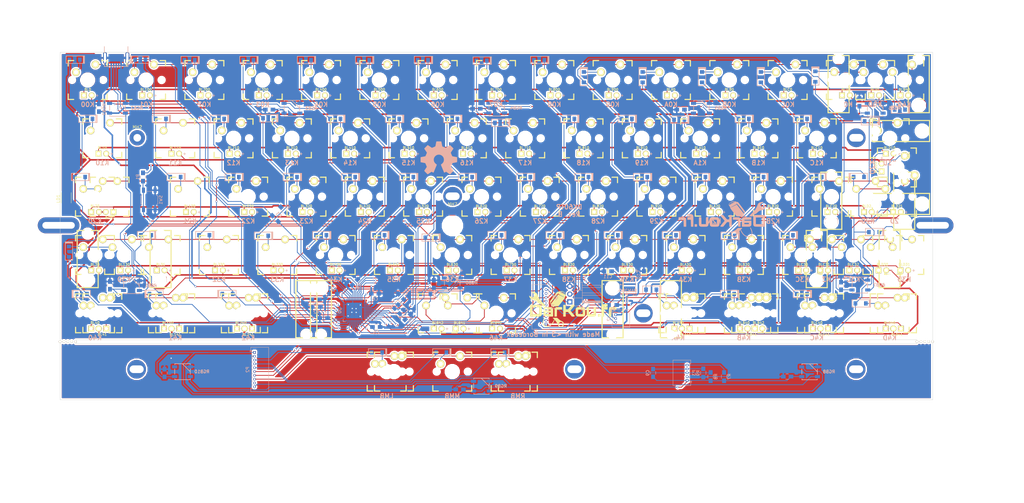
<source format=kicad_pcb>
(kicad_pcb (version 4) (host pcbnew 4.0.7+dfsg1-1)
  (title_block (title DK60TP) (date 2017-10-07) (rev B) (company DarKou))
  (layers (0 F.Cu signal) (31 B.Cu signal) (34 B.Paste user) (35 F.Paste user) (36 B.SilkS user) (37 F.SilkS user hide) (38 B.Mask user) (39 F.Mask user) (44 Edge.Cuts user))
  (net 0 "")
  (net 1 LED_CATH)
  (net 2 LED_AN)
  (net 3 XTAL1)
  (net 4 GND)
  (net 5 XTAL2)
  (net 6 VCC)
  (net 7 "Net-(C8-Pad1)")
  (net 8 "Net-(C9-Pad1)")
  (net 9 Col0)
  (net 10 "Net-(DK0-Pad1)")
  (net 11 "Net-(DK1-Pad1)")
  (net 12 "Net-(DK2-Pad1)")
  (net 13 "Net-(DK3-Pad1)")
  (net 14 "Net-(DK4-Pad1)")
  (net 15 Col6)
  (net 16 "Net-(DK6-Pad1)")
  (net 17 Col1)
  (net 18 "Net-(DK10-Pad1)")
  (net 19 "Net-(DK11-Pad1)")
  (net 20 "Net-(DK12-Pad1)")
  (net 21 "Net-(DK13-Pad1)")
  (net 22 "Net-(DK14-Pad1)")
  (net 23 Col2)
  (net 24 "Net-(DK20-Pad1)")
  (net 25 "Net-(DK21-Pad1)")
  (net 26 "Net-(DK22-Pad1)")
  (net 27 "Net-(DK23-Pad1)")
  (net 28 "Net-(DK24-Pad1)")
  (net 29 Col3)
  (net 30 "Net-(DK30-Pad1)")
  (net 31 "Net-(DK31-Pad1)")
  (net 32 "Net-(DK32-Pad1)")
  (net 33 "Net-(DK33-Pad1)")
  (net 34 /TRACKPOINT/Col3)
  (net 35 "Net-(DK34-Pad1)")
  (net 36 Col4)
  (net 37 "Net-(DK40-Pad1)")
  (net 38 "Net-(DK41-Pad1)")
  (net 39 "Net-(DK42-Pad1)")
  (net 40 "Net-(DK43-Pad1)")
  (net 41 /TRACKPOINT/Col4)
  (net 42 "Net-(DK44-Pad1)")
  (net 43 Col5)
  (net 44 "Net-(DK50-Pad1)")
  (net 45 "Net-(DK51-Pad1)")
  (net 46 "Net-(DK52-Pad1)")
  (net 47 "Net-(DK53-Pad1)")
  (net 48 /TRACKPOINT/Col5)
  (net 49 "Net-(DK54-Pad1)")
  (net 50 "Net-(DK61-Pad1)")
  (net 51 "Net-(DK62-Pad1)")
  (net 52 "Net-(DK63-Pad1)")
  (net 53 "Net-(DK64-Pad1)")
  (net 54 Col7)
  (net 55 "Net-(DK70-Pad1)")
  (net 56 "Net-(DK71-Pad1)")
  (net 57 "Net-(DK72-Pad1)")
  (net 58 "Net-(DK73-Pad1)")
  (net 59 Col8)
  (net 60 "Net-(DK80-Pad1)")
  (net 61 "Net-(DK81-Pad1)")
  (net 62 "Net-(DK82-Pad1)")
  (net 63 "Net-(DK83-Pad1)")
  (net 64 Col9)
  (net 65 "Net-(DK90-Pad1)")
  (net 66 "Net-(DK91-Pad1)")
  (net 67 "Net-(DK92-Pad1)")
  (net 68 "Net-(DK93-Pad1)")
  (net 69 "Net-(DK94-Pad1)")
  (net 70 ColA)
  (net 71 "Net-(DKA0-Pad1)")
  (net 72 "Net-(DKA1-Pad1)")
  (net 73 "Net-(DKA2-Pad1)")
  (net 74 "Net-(DKA3-Pad1)")
  (net 75 "Net-(DKA4-Pad1)")
  (net 76 ColB)
  (net 77 "Net-(DKB0-Pad1)")
  (net 78 "Net-(DKB1-Pad1)")
  (net 79 "Net-(DKB2-Pad1)")
  (net 80 "Net-(DKB3-Pad1)")
  (net 81 "Net-(DKB4-Pad1)")
  (net 82 ColC)
  (net 83 "Net-(DKC1-Pad1)")
  (net 84 "Net-(DKC2-Pad1)")
  (net 85 "Net-(DKC3-Pad1)")
  (net 86 "Net-(DKC4-Pad1)")
  (net 87 ColD)
  (net 88 "Net-(DKD0-Pad1)")
  (net 89 "Net-(DKD1-Pad1)")
  (net 90 "Net-(DKD2-Pad1)")
  (net 91 "Net-(DKD3-Pad1)")
  (net 92 "Net-(DKD4-Pad1)")
  (net 93 "Net-(J1-Pad2)")
  (net 94 "Net-(J1-Pad3)")
  (net 95 "Net-(J1-Pad4)")
  (net 96 DOUT)
  (net 97 Row0)
  (net 98 Row4)
  (net 99 Row1)
  (net 100 Row2)
  (net 101 Row3)
  (net 102 /TRACKPOINT/Row4)
  (net 103 "Net-(KC0-Pad1)")
  (net 104 "Net-(L1-Pad1)")
  (net 105 "Net-(J3-Pad2)")
  (net 106 "Net-(MH2-Pad1)")
  (net 107 "Net-(MH7-Pad1)")
  (net 108 D5)
  (net 109 D2)
  (net 110 "Net-(P1-Pad9)")
  (net 111 /TRACKPOINT/D5)
  (net 112 /TRACKPOINT/D2)
  (net 113 "Net-(P2-Pad9)")
  (net 114 /TRACKPOINT/RGB)
  (net 115 RESET)
  (net 116 "Net-(R2-Pad2)")
  (net 117 "Net-(R3-Pad1)")
  (net 118 CAPS_LED)
  (net 119 "Net-(J3-Pad1)")
  (net 120 RGB)
  (net 121 "Net-(RGB0-Pad2)")
  (net 122 "Net-(RGB1-Pad2)")
  (net 123 "Net-(RGB2-Pad2)")
  (net 124 "Net-(RGB3-Pad2)")
  (net 125 "Net-(RGB4-Pad2)")
  (net 126 "Net-(RGB5-Pad2)")
  (net 127 "Net-(RGB6-Pad2)")
  (net 128 "Net-(RGB8-Pad2)")
  (net 129 "Net-(RGB10-Pad4)")
  (net 130 "Net-(RGB10-Pad2)")
  (net 131 BACKLIT)
  (net 132 "Net-(U0-Pad41)")
  (net 133 "Net-(U0-Pad42)")
  (net 134 "Net-(R4-Pad1)")
  (module Footprint:Mx_125 (layer F.Cu) (at 75.3375 125.18125)
    (fp_text reference K40 hide)
    (fp_text value K40 (at 0 8) (layer B.SilkS) (effects (font (thickness 0.3048)) (justify mirror)))
    (pad HOLE np_thru_hole circle (at 0 0) (size 3.9878 3.9878) (drill 3.9878) (layers *.Cu))
    (pad HOLE np_thru_hole circle (at -5.08 0) (size 1.7018 1.7018) (drill 1.7018) (layers *.Cu))
    (pad HOLE np_thru_hole circle (at 5.08 0) (size 1.7018 1.7018) (drill 1.7018) (layers *.Cu))
    (pad 1 thru_hole circle (at -3.81 -2.54 330.95) (size 2.5 2.5) (drill 1.5) (layers *.Cu *.Mask F.SilkS) (net 14 "Net-(DK4-Pad1)"))
    (pad 2 thru_hole circle (at 2.54 -5.08 356.1) (size 2.5 2.5) (drill 1.5) (layers *.Cu *.Mask F.SilkS) (net 98 Row4))
  )
  (module Footprint:LED_TH_BIVAR (layer F.Cu) (at 72.95625 53.98125)
    (fp_text reference BL0 (at 0 -1.9) (layer F.SilkS) (effects (font (size 0.8 0.8))))
    (fp_text value LED hide)
    (fp_text user + (at 3.048 0) (layer B.SilkS) (effects (justify mirror)))
    (pad 1 thru_hole rect (at -1.27 0) (size 1.9 1.9) (drill 1.1176) (layers *.Cu *.Mask F.SilkS) (net 1 LED_CATH))
    (pad 2 thru_hole circle (at 1.27 0) (size 1.9 1.9) (drill 1.1176) (layers *.Cu *.Mask F.SilkS) (net 2 LED_AN))
  )
  (module Footprint:LED_TH_BIVAR (layer F.Cu) (at 77.71875 73.03125)
    (fp_text reference BL10 (at 0 -1.9) (layer F.SilkS) (effects (font (size 0.8 0.8))))
    (fp_text value LED hide)
    (fp_text user + (at 3.048 0) (layer B.SilkS) (effects (justify mirror)))
    (pad 1 thru_hole rect (at -1.27 0) (size 1.9 1.9) (drill 1.1176) (layers *.Cu *.Mask F.SilkS) (net 1 LED_CATH))
    (pad 2 thru_hole circle (at 1.27 0) (size 1.9 1.9) (drill 1.1176) (layers *.Cu *.Mask F.SilkS) (net 2 LED_AN))
  )
  (module Footprint:LED_TH_BIVAR (layer F.Cu) (at 75.3375 92.08125)
    (fp_text reference BL20 (at 0 -1.9) (layer F.SilkS) (effects (font (size 0.8 0.8))))
    (fp_text value LED hide)
    (fp_text user + (at 3.048 0) (layer B.SilkS) (effects (justify mirror)))
    (pad 1 thru_hole rect (at -1.27 0) (size 1.9 1.9) (drill 1.1176) (layers *.Cu *.Mask F.SilkS) (net 1 LED_CATH))
    (pad 2 thru_hole circle (at 1.27 0) (size 1.9 1.9) (drill 1.1176) (layers *.Cu *.Mask F.SilkS) (net 2 LED_AN))
  )
  (module Footprint:LED_TH_BIVAR (layer F.Cu) (at 80.1 92.08125 180)
    (fp_text reference BL21 (at 0 -1.9 180) (layer F.SilkS) (effects (font (size 0.8 0.8))))
    (fp_text value LED hide)
    (fp_text user + (at 3.048 0 180) (layer B.SilkS) (effects (justify mirror)))
    (pad 1 thru_hole rect (at -1.27 0 180) (size 1.9 1.9) (drill 1.1176) (layers *.Cu *.Mask F.SilkS) (net 1 LED_CATH))
    (pad 2 thru_hole circle (at 1.27 0 180) (size 1.9 1.9) (drill 1.1176) (layers *.Cu *.Mask F.SilkS) (net 2 LED_AN))
  )
  (module Footprint:LED_TH_BIVAR (layer F.Cu) (at 75.3375 111.13125)
    (fp_text reference BL30 (at 0 -1.9) (layer F.SilkS) (effects (font (size 0.8 0.8))))
    (fp_text value LED hide)
    (fp_text user + (at 3.048 0) (layer B.SilkS) (effects (justify mirror)))
    (pad 1 thru_hole rect (at -1.27 0) (size 1.9 1.9) (drill 1.1176) (layers *.Cu *.Mask F.SilkS) (net 1 LED_CATH))
    (pad 2 thru_hole circle (at 1.27 0) (size 1.9 1.9) (drill 1.1176) (layers *.Cu *.Mask F.SilkS) (net 2 LED_AN))
  )
  (module Footprint:LED_TH_BIVAR (layer F.Cu) (at 96.76875 111.13125)
    (fp_text reference BL31 (at 0 -1.9) (layer F.SilkS) (effects (font (size 0.8 0.8))))
    (fp_text value LED hide)
    (fp_text user + (at 3.048 0) (layer B.SilkS) (effects (justify mirror)))
    (pad 1 thru_hole rect (at -1.27 0) (size 1.9 1.9) (drill 1.1176) (layers *.Cu *.Mask F.SilkS) (net 1 LED_CATH))
    (pad 2 thru_hole circle (at 1.27 0) (size 1.9 1.9) (drill 1.1176) (layers *.Cu *.Mask F.SilkS) (net 2 LED_AN))
  )
  (module Footprint:LED_TH_BIVAR (layer F.Cu) (at 75.3375 130.18125)
    (fp_text reference BL40 (at 0 -1.9) (layer F.SilkS) (effects (font (size 0.8 0.8))))
    (fp_text value LED hide)
    (fp_text user + (at 3.048 0) (layer B.SilkS) (effects (justify mirror)))
    (pad 1 thru_hole rect (at -1.27 0) (size 1.9 1.9) (drill 1.1176) (layers *.Cu *.Mask F.SilkS) (net 1 LED_CATH))
    (pad 2 thru_hole circle (at 1.27 0) (size 1.9 1.9) (drill 1.1176) (layers *.Cu *.Mask F.SilkS) (net 2 LED_AN))
  )
  (module Footprint:LED_TH_BIVAR (layer F.Cu) (at 77.71875 130.18125 180)
    (fp_text reference BL41 (at 0 -1.9 180) (layer F.SilkS) (effects (font (size 0.8 0.8))))
    (fp_text value LED hide)
    (fp_text user + (at 3.048 0 180) (layer B.SilkS) (effects (justify mirror)))
    (pad 1 thru_hole rect (at -1.27 0 180) (size 1.9 1.9) (drill 1.1176) (layers *.Cu *.Mask F.SilkS) (net 1 LED_CATH))
    (pad 2 thru_hole circle (at 1.27 0 180) (size 1.9 1.9) (drill 1.1176) (layers *.Cu *.Mask F.SilkS) (net 2 LED_AN))
  )
  (module Footprint:LED_TH_BIVAR (layer F.Cu) (at 92.00625 53.98125)
    (fp_text reference BL100 (at 0 -1.9) (layer F.SilkS) (effects (font (size 0.8 0.8))))
    (fp_text value LED hide)
    (fp_text user + (at 3.048 0) (layer B.SilkS) (effects (justify mirror)))
    (pad 1 thru_hole rect (at -1.27 0) (size 1.9 1.9) (drill 1.1176) (layers *.Cu *.Mask F.SilkS) (net 1 LED_CATH))
    (pad 2 thru_hole circle (at 1.27 0) (size 1.9 1.9) (drill 1.1176) (layers *.Cu *.Mask F.SilkS) (net 2 LED_AN))
  )
  (module Footprint:LED_TH_BIVAR (layer F.Cu) (at 101.53125 73.03125)
    (fp_text reference BL110 (at 0 -1.9) (layer F.SilkS) (effects (font (size 0.8 0.8))))
    (fp_text value LED hide)
    (fp_text user + (at 3.048 0) (layer B.SilkS) (effects (justify mirror)))
    (pad 1 thru_hole rect (at -1.27 0) (size 1.9 1.9) (drill 1.1176) (layers *.Cu *.Mask F.SilkS) (net 1 LED_CATH))
    (pad 2 thru_hole circle (at 1.27 0) (size 1.9 1.9) (drill 1.1176) (layers *.Cu *.Mask F.SilkS) (net 2 LED_AN))
  )
  (module Footprint:LED_TH_BIVAR (layer F.Cu) (at 106.29375 92.08125)
    (fp_text reference BL120 (at 0 -1.9) (layer F.SilkS) (effects (font (size 0.8 0.8))))
    (fp_text value LED hide)
    (fp_text user + (at 3.048 0) (layer B.SilkS) (effects (justify mirror)))
    (pad 1 thru_hole rect (at -1.27 0) (size 1.9 1.9) (drill 1.1176) (layers *.Cu *.Mask F.SilkS) (net 1 LED_CATH))
    (pad 2 thru_hole circle (at 1.27 0) (size 1.9 1.9) (drill 1.1176) (layers *.Cu *.Mask F.SilkS) (net 2 LED_AN))
  )
  (module Footprint:LED_TH_BIVAR (layer F.Cu) (at 84.8625 111.13125)
    (fp_text reference BL130 (at 0 -1.9) (layer F.SilkS) (effects (font (size 0.8 0.8))))
    (fp_text value LED hide)
    (fp_text user + (at 3.048 0) (layer B.SilkS) (effects (justify mirror)))
    (pad 1 thru_hole rect (at -1.27 0) (size 1.9 1.9) (drill 1.1176) (layers *.Cu *.Mask F.SilkS) (net 1 LED_CATH))
    (pad 2 thru_hole circle (at 1.27 0) (size 1.9 1.9) (drill 1.1176) (layers *.Cu *.Mask F.SilkS) (net 2 LED_AN))
  )
  (module Footprint:LED_TH_BIVAR (layer F.Cu) (at 99.15 130.18125)
    (fp_text reference BL140 (at 0 -1.9) (layer F.SilkS) (effects (font (size 0.8 0.8))))
    (fp_text value LED hide)
    (fp_text user + (at 3.048 0) (layer B.SilkS) (effects (justify mirror)))
    (pad 1 thru_hole rect (at -1.27 0) (size 1.9 1.9) (drill 1.1176) (layers *.Cu *.Mask F.SilkS) (net 1 LED_CATH))
    (pad 2 thru_hole circle (at 1.27 0) (size 1.9 1.9) (drill 1.1176) (layers *.Cu *.Mask F.SilkS) (net 2 LED_AN))
  )
  (module Footprint:LED_TH_BIVAR (layer F.Cu) (at 101.53125 130.18125 180)
    (fp_text reference BL141 (at 0 -1.9 180) (layer F.SilkS) (effects (font (size 0.8 0.8))))
    (fp_text value LED hide)
    (fp_text user + (at 3.048 0 180) (layer B.SilkS) (effects (justify mirror)))
    (pad 1 thru_hole rect (at -1.27 0 180) (size 1.9 1.9) (drill 1.1176) (layers *.Cu *.Mask F.SilkS) (net 1 LED_CATH))
    (pad 2 thru_hole circle (at 1.27 0 180) (size 1.9 1.9) (drill 1.1176) (layers *.Cu *.Mask F.SilkS) (net 2 LED_AN))
  )
  (module Footprint:LED_TH_BIVAR (layer F.Cu) (at 111.05625 53.98125)
    (fp_text reference BL200 (at 0 -1.9) (layer F.SilkS) (effects (font (size 0.8 0.8))))
    (fp_text value LED hide)
    (fp_text user + (at 3.048 0) (layer B.SilkS) (effects (justify mirror)))
    (pad 1 thru_hole rect (at -1.27 0) (size 1.9 1.9) (drill 1.1176) (layers *.Cu *.Mask F.SilkS) (net 1 LED_CATH))
    (pad 2 thru_hole circle (at 1.27 0) (size 1.9 1.9) (drill 1.1176) (layers *.Cu *.Mask F.SilkS) (net 2 LED_AN))
  )
  (module Footprint:LED_TH_BIVAR (layer F.Cu) (at 120.58125 73.03125)
    (fp_text reference BL210 (at 0 -1.9) (layer F.SilkS) (effects (font (size 0.8 0.8))))
    (fp_text value LED hide)
    (fp_text user + (at 3.048 0) (layer B.SilkS) (effects (justify mirror)))
    (pad 1 thru_hole rect (at -1.27 0) (size 1.9 1.9) (drill 1.1176) (layers *.Cu *.Mask F.SilkS) (net 1 LED_CATH))
    (pad 2 thru_hole circle (at 1.27 0) (size 1.9 1.9) (drill 1.1176) (layers *.Cu *.Mask F.SilkS) (net 2 LED_AN))
  )
  (module Footprint:LED_TH_BIVAR (layer F.Cu) (at 125.34375 92.08125)
    (fp_text reference BL220 (at 0 -1.9) (layer F.SilkS) (effects (font (size 0.8 0.8))))
    (fp_text value LED hide)
    (fp_text user + (at 3.048 0) (layer B.SilkS) (effects (justify mirror)))
    (pad 1 thru_hole rect (at -1.27 0) (size 1.9 1.9) (drill 1.1176) (layers *.Cu *.Mask F.SilkS) (net 1 LED_CATH))
    (pad 2 thru_hole circle (at 1.27 0) (size 1.9 1.9) (drill 1.1176) (layers *.Cu *.Mask F.SilkS) (net 2 LED_AN))
  )
  (module Footprint:LED_TH_BIVAR (layer F.Cu) (at 115.81875 111.13125)
    (fp_text reference BL230 (at 0 -1.9) (layer F.SilkS) (effects (font (size 0.8 0.8))))
    (fp_text value LED hide)
    (fp_text user + (at 3.048 0) (layer B.SilkS) (effects (justify mirror)))
    (pad 1 thru_hole rect (at -1.27 0) (size 1.9 1.9) (drill 1.1176) (layers *.Cu *.Mask F.SilkS) (net 1 LED_CATH))
    (pad 2 thru_hole circle (at 1.27 0) (size 1.9 1.9) (drill 1.1176) (layers *.Cu *.Mask F.SilkS) (net 2 LED_AN))
  )
  (module Footprint:LED_TH_BIVAR (layer F.Cu) (at 122.9625 130.18125)
    (fp_text reference BL240 (at 0 -1.9) (layer F.SilkS) (effects (font (size 0.8 0.8))))
    (fp_text value LED hide)
    (fp_text user + (at 3.048 0) (layer B.SilkS) (effects (justify mirror)))
    (pad 1 thru_hole rect (at -1.27 0) (size 1.9 1.9) (drill 1.1176) (layers *.Cu *.Mask F.SilkS) (net 1 LED_CATH))
    (pad 2 thru_hole circle (at 1.27 0) (size 1.9 1.9) (drill 1.1176) (layers *.Cu *.Mask F.SilkS) (net 2 LED_AN))
  )
  (module Footprint:LED_TH_BIVAR (layer F.Cu) (at 125.34375 130.18125 180)
    (fp_text reference BL241 (at 0 -1.9 180) (layer F.SilkS) (effects (font (size 0.8 0.8))))
    (fp_text value LED hide)
    (fp_text user + (at 3.048 0 180) (layer B.SilkS) (effects (justify mirror)))
    (pad 1 thru_hole rect (at -1.27 0 180) (size 1.9 1.9) (drill 1.1176) (layers *.Cu *.Mask F.SilkS) (net 1 LED_CATH))
    (pad 2 thru_hole circle (at 1.27 0 180) (size 1.9 1.9) (drill 1.1176) (layers *.Cu *.Mask F.SilkS) (net 2 LED_AN))
  )
  (module Footprint:LED_TH_BIVAR (layer F.Cu) (at 130.10625 53.98125)
    (fp_text reference BL300 (at 0 -1.9) (layer F.SilkS) (effects (font (size 0.8 0.8))))
    (fp_text value LED hide)
    (fp_text user + (at 3.048 0) (layer B.SilkS) (effects (justify mirror)))
    (pad 1 thru_hole rect (at -1.27 0) (size 1.9 1.9) (drill 1.1176) (layers *.Cu *.Mask F.SilkS) (net 1 LED_CATH))
    (pad 2 thru_hole circle (at 1.27 0) (size 1.9 1.9) (drill 1.1176) (layers *.Cu *.Mask F.SilkS) (net 2 LED_AN))
  )
  (module Footprint:LED_TH_BIVAR (layer F.Cu) (at 139.63125 73.03125)
    (fp_text reference BL310 (at 0 -1.9) (layer F.SilkS) (effects (font (size 0.8 0.8))))
    (fp_text value LED hide)
    (fp_text user + (at 3.048 0) (layer B.SilkS) (effects (justify mirror)))
    (pad 1 thru_hole rect (at -1.27 0) (size 1.9 1.9) (drill 1.1176) (layers *.Cu *.Mask F.SilkS) (net 1 LED_CATH))
    (pad 2 thru_hole circle (at 1.27 0) (size 1.9 1.9) (drill 1.1176) (layers *.Cu *.Mask F.SilkS) (net 2 LED_AN))
  )
  (module Footprint:LED_TH_BIVAR (layer F.Cu) (at 144.39375 92.08125)
    (fp_text reference BL320 (at 0 -1.9) (layer F.SilkS) (effects (font (size 0.8 0.8))))
    (fp_text value LED hide)
    (fp_text user + (at 3.048 0) (layer B.SilkS) (effects (justify mirror)))
    (pad 1 thru_hole rect (at -1.27 0) (size 1.9 1.9) (drill 1.1176) (layers *.Cu *.Mask F.SilkS) (net 1 LED_CATH))
    (pad 2 thru_hole circle (at 1.27 0) (size 1.9 1.9) (drill 1.1176) (layers *.Cu *.Mask F.SilkS) (net 2 LED_AN))
  )
  (module Footprint:LED_TH_BIVAR (layer F.Cu) (at 134.86875 111.13125)
    (fp_text reference BL330 (at 0 -1.9) (layer F.SilkS) (effects (font (size 0.8 0.8))))
    (fp_text value LED hide)
    (fp_text user + (at 3.048 0) (layer B.SilkS) (effects (justify mirror)))
    (pad 1 thru_hole rect (at -1.27 0) (size 1.9 1.9) (drill 1.1176) (layers *.Cu *.Mask F.SilkS) (net 1 LED_CATH))
    (pad 2 thru_hole circle (at 1.27 0) (size 1.9 1.9) (drill 1.1176) (layers *.Cu *.Mask F.SilkS) (net 2 LED_AN))
  )
  (module Footprint:LED_TH_BIVAR (layer F.Cu) (at 149.15625 53.98125)
    (fp_text reference BL400 (at 0 -1.9) (layer F.SilkS) (effects (font (size 0.8 0.8))))
    (fp_text value LED hide)
    (fp_text user + (at 3.048 0) (layer B.SilkS) (effects (justify mirror)))
    (pad 1 thru_hole rect (at -1.27 0) (size 1.9 1.9) (drill 1.1176) (layers *.Cu *.Mask F.SilkS) (net 1 LED_CATH))
    (pad 2 thru_hole circle (at 1.27 0) (size 1.9 1.9) (drill 1.1176) (layers *.Cu *.Mask F.SilkS) (net 2 LED_AN))
  )
  (module Footprint:LED_TH_BIVAR (layer F.Cu) (at 158.68125 73.03125)
    (fp_text reference BL410 (at 0 -1.9) (layer F.SilkS) (effects (font (size 0.8 0.8))))
    (fp_text value LED hide)
    (fp_text user + (at 3.048 0) (layer B.SilkS) (effects (justify mirror)))
    (pad 1 thru_hole rect (at -1.27 0) (size 1.9 1.9) (drill 1.1176) (layers *.Cu *.Mask F.SilkS) (net 1 LED_CATH))
    (pad 2 thru_hole circle (at 1.27 0) (size 1.9 1.9) (drill 1.1176) (layers *.Cu *.Mask F.SilkS) (net 2 LED_AN))
  )
  (module Footprint:LED_TH_BIVAR (layer F.Cu) (at 163.44375 92.08125)
    (fp_text reference BL420 (at 0 -1.9) (layer F.SilkS) (effects (font (size 0.8 0.8))))
    (fp_text value LED hide)
    (fp_text user + (at 3.048 0) (layer B.SilkS) (effects (justify mirror)))
    (pad 1 thru_hole rect (at -1.27 0) (size 1.9 1.9) (drill 1.1176) (layers *.Cu *.Mask F.SilkS) (net 1 LED_CATH))
    (pad 2 thru_hole circle (at 1.27 0) (size 1.9 1.9) (drill 1.1176) (layers *.Cu *.Mask F.SilkS) (net 2 LED_AN))
  )
  (module Footprint:LED_TH_BIVAR (layer F.Cu) (at 153.91875 111.13125)
    (fp_text reference BL430 (at 0 -1.9) (layer F.SilkS) (effects (font (size 0.8 0.8))))
    (fp_text value LED hide)
    (fp_text user + (at 3.048 0) (layer B.SilkS) (effects (justify mirror)))
    (pad 1 thru_hole rect (at -1.27 0) (size 1.9 1.9) (drill 1.1176) (layers *.Cu *.Mask F.SilkS) (net 1 LED_CATH))
    (pad 2 thru_hole circle (at 1.27 0) (size 1.9 1.9) (drill 1.1176) (layers *.Cu *.Mask F.SilkS) (net 2 LED_AN))
  )
  (module Footprint:LED_TH_BIVAR (layer F.Cu) (at 168.20625 53.98125)
    (fp_text reference BL500 (at 0 -1.9) (layer F.SilkS) (effects (font (size 0.8 0.8))))
    (fp_text value LED hide)
    (fp_text user + (at 3.048 0) (layer B.SilkS) (effects (justify mirror)))
    (pad 1 thru_hole rect (at -1.27 0) (size 1.9 1.9) (drill 1.1176) (layers *.Cu *.Mask F.SilkS) (net 1 LED_CATH))
    (pad 2 thru_hole circle (at 1.27 0) (size 1.9 1.9) (drill 1.1176) (layers *.Cu *.Mask F.SilkS) (net 2 LED_AN))
  )
  (module Footprint:LED_TH_BIVAR (layer F.Cu) (at 177.73125 73.03125)
    (fp_text reference BL510 (at 0 -1.9) (layer F.SilkS) (effects (font (size 0.8 0.8))))
    (fp_text value LED hide)
    (fp_text user + (at 3.048 0) (layer B.SilkS) (effects (justify mirror)))
    (pad 1 thru_hole rect (at -1.27 0) (size 1.9 1.9) (drill 1.1176) (layers *.Cu *.Mask F.SilkS) (net 1 LED_CATH))
    (pad 2 thru_hole circle (at 1.27 0) (size 1.9 1.9) (drill 1.1176) (layers *.Cu *.Mask F.SilkS) (net 2 LED_AN))
  )
  (module Footprint:LED_TH_BIVAR (layer F.Cu) (at 182.49375 92.08125)
    (fp_text reference BL520 (at 0 -1.9) (layer F.SilkS) (effects (font (size 0.8 0.8))))
    (fp_text value LED hide)
    (fp_text user + (at 3.048 0) (layer B.SilkS) (effects (justify mirror)))
    (pad 1 thru_hole rect (at -1.27 0) (size 1.9 1.9) (drill 1.1176) (layers *.Cu *.Mask F.SilkS) (net 1 LED_CATH))
    (pad 2 thru_hole circle (at 1.27 0) (size 1.9 1.9) (drill 1.1176) (layers *.Cu *.Mask F.SilkS) (net 2 LED_AN))
  )
  (module Footprint:LED_TH_BIVAR (layer F.Cu) (at 172.96875 111.13125)
    (fp_text reference BL530 (at 0 -1.9) (layer F.SilkS) (effects (font (size 0.8 0.8))))
    (fp_text value LED hide)
    (fp_text user + (at 3.048 0) (layer B.SilkS) (effects (justify mirror)))
    (pad 1 thru_hole rect (at -1.27 0) (size 1.9 1.9) (drill 1.1176) (layers *.Cu *.Mask F.SilkS) (net 1 LED_CATH))
    (pad 2 thru_hole circle (at 1.27 0) (size 1.9 1.9) (drill 1.1176) (layers *.Cu *.Mask F.SilkS) (net 2 LED_AN))
  )
  (module Footprint:LED_TH_BIVAR (layer F.Cu) (at 187.25625 53.98125)
    (fp_text reference BL600 (at 0 -1.9) (layer F.SilkS) (effects (font (size 0.8 0.8))))
    (fp_text value LED hide)
    (fp_text user + (at 3.048 0) (layer B.SilkS) (effects (justify mirror)))
    (pad 1 thru_hole rect (at -1.27 0) (size 1.9 1.9) (drill 1.1176) (layers *.Cu *.Mask F.SilkS) (net 1 LED_CATH))
    (pad 2 thru_hole circle (at 1.27 0) (size 1.9 1.9) (drill 1.1176) (layers *.Cu *.Mask F.SilkS) (net 2 LED_AN))
  )
  (module Footprint:LED_TH_BIVAR (layer F.Cu) (at 196.78125 73.03125)
    (fp_text reference BL610 (at 0 -1.9) (layer F.SilkS) (effects (font (size 0.8 0.8))))
    (fp_text value LED hide)
    (fp_text user + (at 3.048 0) (layer B.SilkS) (effects (justify mirror)))
    (pad 1 thru_hole rect (at -1.27 0) (size 1.9 1.9) (drill 1.1176) (layers *.Cu *.Mask F.SilkS) (net 1 LED_CATH))
    (pad 2 thru_hole circle (at 1.27 0) (size 1.9 1.9) (drill 1.1176) (layers *.Cu *.Mask F.SilkS) (net 2 LED_AN))
  )
  (module Footprint:LED_TH_BIVAR (layer F.Cu) (at 201.54375 92.08125)
    (fp_text reference BL620 (at 0 -1.9) (layer F.SilkS) (effects (font (size 0.8 0.8))))
    (fp_text value LED hide)
    (fp_text user + (at 3.048 0) (layer B.SilkS) (effects (justify mirror)))
    (pad 1 thru_hole rect (at -1.27 0) (size 1.9 1.9) (drill 1.1176) (layers *.Cu *.Mask F.SilkS) (net 1 LED_CATH))
    (pad 2 thru_hole circle (at 1.27 0) (size 1.9 1.9) (drill 1.1176) (layers *.Cu *.Mask F.SilkS) (net 2 LED_AN))
  )
  (module Footprint:LED_TH_BIVAR (layer F.Cu) (at 192.01875 111.13125)
    (fp_text reference BL630 (at 0 -1.9) (layer F.SilkS) (effects (font (size 0.8 0.8))))
    (fp_text value LED hide)
    (fp_text user + (at 3.048 0) (layer B.SilkS) (effects (justify mirror)))
    (pad 1 thru_hole rect (at -1.27 0) (size 1.9 1.9) (drill 1.1176) (layers *.Cu *.Mask F.SilkS) (net 1 LED_CATH))
    (pad 2 thru_hole circle (at 1.27 0) (size 1.9 1.9) (drill 1.1176) (layers *.Cu *.Mask F.SilkS) (net 2 LED_AN))
  )
  (module Footprint:LED_TH_BIVAR (layer F.Cu) (at 206.30625 130.18125)
    (fp_text reference BL640 (at 0 -1.9) (layer F.SilkS) (effects (font (size 0.8 0.8))))
    (fp_text value LED hide)
    (fp_text user + (at 3.048 0) (layer B.SilkS) (effects (justify mirror)))
    (pad 1 thru_hole rect (at -1.27 0) (size 1.9 1.9) (drill 1.1176) (layers *.Cu *.Mask F.SilkS) (net 1 LED_CATH))
    (pad 2 thru_hole circle (at 1.27 0) (size 1.9 1.9) (drill 1.1176) (layers *.Cu *.Mask F.SilkS) (net 2 LED_AN))
  )
  (module Footprint:LED_TH_BIVAR (layer F.Cu) (at 194.4 130.18125)
    (fp_text reference BL641 (at 0 -1.9) (layer F.SilkS) (effects (font (size 0.8 0.8))))
    (fp_text value LED hide)
    (fp_text user + (at 3.048 0) (layer B.SilkS) (effects (justify mirror)))
    (pad 1 thru_hole rect (at -1.27 0) (size 1.9 1.9) (drill 1.1176) (layers *.Cu *.Mask F.SilkS) (net 1 LED_CATH))
    (pad 2 thru_hole circle (at 1.27 0) (size 1.9 1.9) (drill 1.1176) (layers *.Cu *.Mask F.SilkS) (net 2 LED_AN))
  )
  (module Footprint:LED_TH_BIVAR (layer F.Cu) (at 187.25625 130.18125)
    (fp_text reference BL642 (at 0 -1.9) (layer F.SilkS) (effects (font (size 0.8 0.8))))
    (fp_text value LED hide)
    (fp_text user + (at 3.048 0) (layer B.SilkS) (effects (justify mirror)))
    (pad 1 thru_hole rect (at -1.27 0) (size 1.9 1.9) (drill 1.1176) (layers *.Cu *.Mask F.SilkS) (net 1 LED_CATH))
    (pad 2 thru_hole circle (at 1.27 0) (size 1.9 1.9) (drill 1.1176) (layers *.Cu *.Mask F.SilkS) (net 2 LED_AN))
  )
  (module Footprint:LED_TH_BIVAR (layer F.Cu) (at 206.30625 53.98125)
    (fp_text reference BL700 (at 0 -1.9) (layer F.SilkS) (effects (font (size 0.8 0.8))))
    (fp_text value LED hide)
    (fp_text user + (at 3.048 0) (layer B.SilkS) (effects (justify mirror)))
    (pad 1 thru_hole rect (at -1.27 0) (size 1.9 1.9) (drill 1.1176) (layers *.Cu *.Mask F.SilkS) (net 1 LED_CATH))
    (pad 2 thru_hole circle (at 1.27 0) (size 1.9 1.9) (drill 1.1176) (layers *.Cu *.Mask F.SilkS) (net 2 LED_AN))
  )
  (module Footprint:LED_TH_BIVAR (layer F.Cu) (at 215.83125 73.03125)
    (fp_text reference BL710 (at 0 -1.9) (layer F.SilkS) (effects (font (size 0.8 0.8))))
    (fp_text value LED hide)
    (fp_text user + (at 3.048 0) (layer B.SilkS) (effects (justify mirror)))
    (pad 1 thru_hole rect (at -1.27 0) (size 1.9 1.9) (drill 1.1176) (layers *.Cu *.Mask F.SilkS) (net 1 LED_CATH))
    (pad 2 thru_hole circle (at 1.27 0) (size 1.9 1.9) (drill 1.1176) (layers *.Cu *.Mask F.SilkS) (net 2 LED_AN))
  )
  (module Footprint:LED_TH_BIVAR (layer F.Cu) (at 220.59375 92.08125)
    (fp_text reference BL720 (at 0 -1.9) (layer F.SilkS) (effects (font (size 0.8 0.8))))
    (fp_text value LED hide)
    (fp_text user + (at 3.048 0) (layer B.SilkS) (effects (justify mirror)))
    (pad 1 thru_hole rect (at -1.27 0) (size 1.9 1.9) (drill 1.1176) (layers *.Cu *.Mask F.SilkS) (net 1 LED_CATH))
    (pad 2 thru_hole circle (at 1.27 0) (size 1.9 1.9) (drill 1.1176) (layers *.Cu *.Mask F.SilkS) (net 2 LED_AN))
  )
  (module Footprint:LED_TH_BIVAR (layer F.Cu) (at 211.06875 111.13125)
    (fp_text reference BL750 (at 0 -1.9) (layer F.SilkS) (effects (font (size 0.8 0.8))))
    (fp_text value LED hide)
    (fp_text user + (at 3.048 0) (layer B.SilkS) (effects (justify mirror)))
    (pad 1 thru_hole rect (at -1.27 0) (size 1.9 1.9) (drill 1.1176) (layers *.Cu *.Mask F.SilkS) (net 1 LED_CATH))
    (pad 2 thru_hole circle (at 1.27 0) (size 1.9 1.9) (drill 1.1176) (layers *.Cu *.Mask F.SilkS) (net 2 LED_AN))
  )
  (module Footprint:LED_TH_BIVAR (layer F.Cu) (at 225.35625 53.98125)
    (fp_text reference BL800 (at 0 -1.9) (layer F.SilkS) (effects (font (size 0.8 0.8))))
    (fp_text value LED hide)
    (fp_text user + (at 3.048 0) (layer B.SilkS) (effects (justify mirror)))
    (pad 1 thru_hole rect (at -1.27 0) (size 1.9 1.9) (drill 1.1176) (layers *.Cu *.Mask F.SilkS) (net 1 LED_CATH))
    (pad 2 thru_hole circle (at 1.27 0) (size 1.9 1.9) (drill 1.1176) (layers *.Cu *.Mask F.SilkS) (net 2 LED_AN))
  )
  (module Footprint:LED_TH_BIVAR (layer F.Cu) (at 234.88125 73.03125)
    (fp_text reference BL810 (at 0 -1.9) (layer F.SilkS) (effects (font (size 0.8 0.8))))
    (fp_text value LED hide)
    (fp_text user + (at 3.048 0) (layer B.SilkS) (effects (justify mirror)))
    (pad 1 thru_hole rect (at -1.27 0) (size 1.9 1.9) (drill 1.1176) (layers *.Cu *.Mask F.SilkS) (net 1 LED_CATH))
    (pad 2 thru_hole circle (at 1.27 0) (size 1.9 1.9) (drill 1.1176) (layers *.Cu *.Mask F.SilkS) (net 2 LED_AN))
  )
  (module Footprint:LED_TH_BIVAR (layer F.Cu) (at 239.64375 92.08125)
    (fp_text reference BL820 (at 0 -1.9) (layer F.SilkS) (effects (font (size 0.8 0.8))))
    (fp_text value LED hide)
    (fp_text user + (at 3.048 0) (layer B.SilkS) (effects (justify mirror)))
    (pad 1 thru_hole rect (at -1.27 0) (size 1.9 1.9) (drill 1.1176) (layers *.Cu *.Mask F.SilkS) (net 1 LED_CATH))
    (pad 2 thru_hole circle (at 1.27 0) (size 1.9 1.9) (drill 1.1176) (layers *.Cu *.Mask F.SilkS) (net 2 LED_AN))
  )
  (module Footprint:LED_TH_BIVAR (layer F.Cu) (at 230.11875 111.13125)
    (fp_text reference BL830 (at 0 -1.9) (layer F.SilkS) (effects (font (size 0.8 0.8))))
    (fp_text value LED hide)
    (fp_text user + (at 3.048 0) (layer B.SilkS) (effects (justify mirror)))
    (pad 1 thru_hole rect (at -1.27 0) (size 1.9 1.9) (drill 1.1176) (layers *.Cu *.Mask F.SilkS) (net 1 LED_CATH))
    (pad 2 thru_hole circle (at 1.27 0) (size 1.9 1.9) (drill 1.1176) (layers *.Cu *.Mask F.SilkS) (net 2 LED_AN))
  )
  (module Footprint:LED_TH_BIVAR (layer F.Cu) (at 244.40625 53.98125)
    (fp_text reference BL900 (at 0 -1.9) (layer F.SilkS) (effects (font (size 0.8 0.8))))
    (fp_text value LED hide)
    (fp_text user + (at 3.048 0) (layer B.SilkS) (effects (justify mirror)))
    (pad 1 thru_hole rect (at -1.27 0) (size 1.9 1.9) (drill 1.1176) (layers *.Cu *.Mask F.SilkS) (net 1 LED_CATH))
    (pad 2 thru_hole circle (at 1.27 0) (size 1.9 1.9) (drill 1.1176) (layers *.Cu *.Mask F.SilkS) (net 2 LED_AN))
  )
  (module Footprint:LED_TH_BIVAR (layer F.Cu) (at 253.93125 73.03125)
    (fp_text reference BL910 (at 0 -1.9) (layer F.SilkS) (effects (font (size 0.8 0.8))))
    (fp_text value LED hide)
    (fp_text user + (at 3.048 0) (layer B.SilkS) (effects (justify mirror)))
    (pad 1 thru_hole rect (at -1.27 0) (size 1.9 1.9) (drill 1.1176) (layers *.Cu *.Mask F.SilkS) (net 1 LED_CATH))
    (pad 2 thru_hole circle (at 1.27 0) (size 1.9 1.9) (drill 1.1176) (layers *.Cu *.Mask F.SilkS) (net 2 LED_AN))
  )
  (module Footprint:LED_TH_BIVAR (layer F.Cu) (at 258.69375 92.08125)
    (fp_text reference BL920 (at 0 -1.9) (layer F.SilkS) (effects (font (size 0.8 0.8))))
    (fp_text value LED hide)
    (fp_text user + (at 3.048 0) (layer B.SilkS) (effects (justify mirror)))
    (pad 1 thru_hole rect (at -1.27 0) (size 1.9 1.9) (drill 1.1176) (layers *.Cu *.Mask F.SilkS) (net 1 LED_CATH))
    (pad 2 thru_hole circle (at 1.27 0) (size 1.9 1.9) (drill 1.1176) (layers *.Cu *.Mask F.SilkS) (net 2 LED_AN))
  )
  (module Footprint:LED_TH_BIVAR (layer F.Cu) (at 249.16875 111.13125)
    (fp_text reference BL930 (at 0 -1.9) (layer F.SilkS) (effects (font (size 0.8 0.8))))
    (fp_text value LED hide)
    (fp_text user + (at 3.048 0) (layer B.SilkS) (effects (justify mirror)))
    (pad 1 thru_hole rect (at -1.27 0) (size 1.9 1.9) (drill 1.1176) (layers *.Cu *.Mask F.SilkS) (net 1 LED_CATH))
    (pad 2 thru_hole circle (at 1.27 0) (size 1.9 1.9) (drill 1.1176) (layers *.Cu *.Mask F.SilkS) (net 2 LED_AN))
  )
  (module Footprint:LED_TH_BIVAR (layer F.Cu) (at 339.65625 53.98125)
    (fp_text reference BL940 (at 0 -1.9) (layer F.SilkS) (effects (font (size 0.8 0.8))))
    (fp_text value LED hide)
    (fp_text user + (at 3.048 0) (layer B.SilkS) (effects (justify mirror)))
    (pad 1 thru_hole rect (at -1.27 0) (size 1.9 1.9) (drill 1.1176) (layers *.Cu *.Mask F.SilkS) (net 1 LED_CATH))
    (pad 2 thru_hole circle (at 1.27 0) (size 1.9 1.9) (drill 1.1176) (layers *.Cu *.Mask F.SilkS) (net 2 LED_AN))
  )
  (module Footprint:LED_TH_BIVAR (layer F.Cu) (at 263.45625 53.98125)
    (fp_text reference BLA0 (at 0 -1.9) (layer F.SilkS) (effects (font (size 0.8 0.8))))
    (fp_text value LED hide)
    (fp_text user + (at 3.048 0) (layer B.SilkS) (effects (justify mirror)))
    (pad 1 thru_hole rect (at -1.27 0) (size 1.9 1.9) (drill 1.1176) (layers *.Cu *.Mask F.SilkS) (net 1 LED_CATH))
    (pad 2 thru_hole circle (at 1.27 0) (size 1.9 1.9) (drill 1.1176) (layers *.Cu *.Mask F.SilkS) (net 2 LED_AN))
  )
  (module Footprint:LED_TH_BIVAR (layer F.Cu) (at 272.98125 73.03125)
    (fp_text reference BLA10 (at 0 -1.9) (layer F.SilkS) (effects (font (size 0.8 0.8))))
    (fp_text value LED hide)
    (fp_text user + (at 3.048 0) (layer B.SilkS) (effects (justify mirror)))
    (pad 1 thru_hole rect (at -1.27 0) (size 1.9 1.9) (drill 1.1176) (layers *.Cu *.Mask F.SilkS) (net 1 LED_CATH))
    (pad 2 thru_hole circle (at 1.27 0) (size 1.9 1.9) (drill 1.1176) (layers *.Cu *.Mask F.SilkS) (net 2 LED_AN))
  )
  (module Footprint:LED_TH_BIVAR (layer F.Cu) (at 277.74375 92.08125)
    (fp_text reference BLA20 (at 0 -1.9) (layer F.SilkS) (effects (font (size 0.8 0.8))))
    (fp_text value LED hide)
    (fp_text user + (at 3.048 0) (layer B.SilkS) (effects (justify mirror)))
    (pad 1 thru_hole rect (at -1.27 0) (size 1.9 1.9) (drill 1.1176) (layers *.Cu *.Mask F.SilkS) (net 1 LED_CATH))
    (pad 2 thru_hole circle (at 1.27 0) (size 1.9 1.9) (drill 1.1176) (layers *.Cu *.Mask F.SilkS) (net 2 LED_AN))
  )
  (module Footprint:LED_TH_BIVAR (layer F.Cu) (at 268.21875 111.13125)
    (fp_text reference BLA30 (at 0 -1.9) (layer F.SilkS) (effects (font (size 0.8 0.8))))
    (fp_text value LED hide)
    (fp_text user + (at 3.048 0) (layer B.SilkS) (effects (justify mirror)))
    (pad 1 thru_hole rect (at -1.27 0) (size 1.9 1.9) (drill 1.1176) (layers *.Cu *.Mask F.SilkS) (net 1 LED_CATH))
    (pad 2 thru_hole circle (at 1.27 0) (size 1.9 1.9) (drill 1.1176) (layers *.Cu *.Mask F.SilkS) (net 2 LED_AN))
  )
  (module Footprint:LED_TH_BIVAR (layer F.Cu) (at 265.8375 130.18125)
    (fp_text reference BLA40 (at 0 -1.9) (layer F.SilkS) (effects (font (size 0.8 0.8))))
    (fp_text value LED hide)
    (fp_text user + (at 3.048 0) (layer B.SilkS) (effects (justify mirror)))
    (pad 1 thru_hole rect (at -1.27 0) (size 1.9 1.9) (drill 1.1176) (layers *.Cu *.Mask F.SilkS) (net 1 LED_CATH))
    (pad 2 thru_hole circle (at 1.27 0) (size 1.9 1.9) (drill 1.1176) (layers *.Cu *.Mask F.SilkS) (net 2 LED_AN))
  )
  (module Footprint:LED_TH_BIVAR (layer F.Cu) (at 268.21875 130.18125 180)
    (fp_text reference BLA41 (at 0 -1.9 180) (layer F.SilkS) (effects (font (size 0.8 0.8))))
    (fp_text value LED hide)
    (fp_text user + (at 3.048 0 180) (layer B.SilkS) (effects (justify mirror)))
    (pad 1 thru_hole rect (at -1.27 0 180) (size 1.9 1.9) (drill 1.1176) (layers *.Cu *.Mask F.SilkS) (net 1 LED_CATH))
    (pad 2 thru_hole circle (at 1.27 0 180) (size 1.9 1.9) (drill 1.1176) (layers *.Cu *.Mask F.SilkS) (net 2 LED_AN))
  )
  (module Footprint:LED_TH_BIVAR (layer F.Cu) (at 282.50625 53.98125)
    (fp_text reference BLB0 (at 0 -1.9) (layer F.SilkS) (effects (font (size 0.8 0.8))))
    (fp_text value LED hide)
    (fp_text user + (at 3.048 0) (layer B.SilkS) (effects (justify mirror)))
    (pad 1 thru_hole rect (at -1.27 0) (size 1.9 1.9) (drill 1.1176) (layers *.Cu *.Mask F.SilkS) (net 1 LED_CATH))
    (pad 2 thru_hole circle (at 1.27 0) (size 1.9 1.9) (drill 1.1176) (layers *.Cu *.Mask F.SilkS) (net 2 LED_AN))
  )
  (module Footprint:LED_TH_BIVAR (layer F.Cu) (at 292.03125 73.03125)
    (fp_text reference BLB10 (at 0 -1.9) (layer F.SilkS) (effects (font (size 0.8 0.8))))
    (fp_text value LED hide)
    (fp_text user + (at 3.048 0) (layer B.SilkS) (effects (justify mirror)))
    (pad 1 thru_hole rect (at -1.27 0) (size 1.9 1.9) (drill 1.1176) (layers *.Cu *.Mask F.SilkS) (net 1 LED_CATH))
    (pad 2 thru_hole circle (at 1.27 0) (size 1.9 1.9) (drill 1.1176) (layers *.Cu *.Mask F.SilkS) (net 2 LED_AN))
  )
  (module Footprint:LED_TH_BIVAR (layer F.Cu) (at 296.79375 92.08125)
    (fp_text reference BLB20 (at 0 -1.9) (layer F.SilkS) (effects (font (size 0.8 0.8))))
    (fp_text value LED hide)
    (fp_text user + (at 3.048 0) (layer B.SilkS) (effects (justify mirror)))
    (pad 1 thru_hole rect (at -1.27 0) (size 1.9 1.9) (drill 1.1176) (layers *.Cu *.Mask F.SilkS) (net 1 LED_CATH))
    (pad 2 thru_hole circle (at 1.27 0) (size 1.9 1.9) (drill 1.1176) (layers *.Cu *.Mask F.SilkS) (net 2 LED_AN))
  )
  (module Footprint:LED_TH_BIVAR (layer F.Cu) (at 287.26875 111.13125)
    (fp_text reference BLB30 (at 0 -1.9) (layer F.SilkS) (effects (font (size 0.8 0.8))))
    (fp_text value LED hide)
    (fp_text user + (at 3.048 0) (layer B.SilkS) (effects (justify mirror)))
    (pad 1 thru_hole rect (at -1.27 0) (size 1.9 1.9) (drill 1.1176) (layers *.Cu *.Mask F.SilkS) (net 1 LED_CATH))
    (pad 2 thru_hole circle (at 1.27 0) (size 1.9 1.9) (drill 1.1176) (layers *.Cu *.Mask F.SilkS) (net 2 LED_AN))
  )
  (module Footprint:LED_TH_BIVAR (layer F.Cu) (at 287.26875 130.18125)
    (fp_text reference BLB40 (at 0 -1.9) (layer F.SilkS) (effects (font (size 0.8 0.8))))
    (fp_text value LED hide)
    (fp_text user + (at 3.048 0) (layer B.SilkS) (effects (justify mirror)))
    (pad 1 thru_hole rect (at -1.27 0) (size 1.9 1.9) (drill 1.1176) (layers *.Cu *.Mask F.SilkS) (net 1 LED_CATH))
    (pad 2 thru_hole circle (at 1.27 0) (size 1.9 1.9) (drill 1.1176) (layers *.Cu *.Mask F.SilkS) (net 2 LED_AN))
  )
  (module Footprint:LED_TH_BIVAR (layer F.Cu) (at 289.65 130.18125 180)
    (fp_text reference BLB41 (at 0 -1.9 180) (layer F.SilkS) (effects (font (size 0.8 0.8))))
    (fp_text value LED hide)
    (fp_text user + (at 3.048 0 180) (layer B.SilkS) (effects (justify mirror)))
    (pad 1 thru_hole rect (at -1.27 0 180) (size 1.9 1.9) (drill 1.1176) (layers *.Cu *.Mask F.SilkS) (net 1 LED_CATH))
    (pad 2 thru_hole circle (at 1.27 0 180) (size 1.9 1.9) (drill 1.1176) (layers *.Cu *.Mask F.SilkS) (net 2 LED_AN))
  )
  (module Footprint:LED_TH_BIVAR (layer F.Cu) (at 292.03125 130.18125)
    (fp_text reference BLB42 (at 0 -1.9) (layer F.SilkS) (effects (font (size 0.8 0.8))))
    (fp_text value LED hide)
    (fp_text user + (at 3.048 0) (layer B.SilkS) (effects (justify mirror)))
    (pad 1 thru_hole rect (at -1.27 0) (size 1.9 1.9) (drill 1.1176) (layers *.Cu *.Mask F.SilkS) (net 1 LED_CATH))
    (pad 2 thru_hole circle (at 1.27 0) (size 1.9 1.9) (drill 1.1176) (layers *.Cu *.Mask F.SilkS) (net 2 LED_AN))
  )
  (module Footprint:LED_TH_BIVAR (layer F.Cu) (at 301.55625 53.98125)
    (fp_text reference BLC0 (at 0 -1.9) (layer F.SilkS) (effects (font (size 0.8 0.8))))
    (fp_text value LED hide)
    (fp_text user + (at 3.048 0) (layer B.SilkS) (effects (justify mirror)))
    (pad 1 thru_hole rect (at -1.27 0) (size 1.9 1.9) (drill 1.1176) (layers *.Cu *.Mask F.SilkS) (net 1 LED_CATH))
    (pad 2 thru_hole circle (at 1.27 0) (size 1.9 1.9) (drill 1.1176) (layers *.Cu *.Mask F.SilkS) (net 2 LED_AN))
  )
  (module Footprint:LED_TH_BIVAR (layer F.Cu) (at 311.08125 73.03125)
    (fp_text reference BLC10 (at 0 -1.9) (layer F.SilkS) (effects (font (size 0.8 0.8))))
    (fp_text value LED hide)
    (fp_text user + (at 3.048 0) (layer B.SilkS) (effects (justify mirror)))
    (pad 1 thru_hole rect (at -1.27 0) (size 1.9 1.9) (drill 1.1176) (layers *.Cu *.Mask F.SilkS) (net 1 LED_CATH))
    (pad 2 thru_hole circle (at 1.27 0) (size 1.9 1.9) (drill 1.1176) (layers *.Cu *.Mask F.SilkS) (net 2 LED_AN))
  )
  (module Footprint:LED_TH_BIVAR (layer F.Cu) (at 315.84375 92.08125)
    (fp_text reference BLC20 (at 0 -1.9) (layer F.SilkS) (effects (font (size 0.8 0.8))))
    (fp_text value LED hide)
    (fp_text user + (at 3.048 0) (layer B.SilkS) (effects (justify mirror)))
    (pad 1 thru_hole rect (at -1.27 0) (size 1.9 1.9) (drill 1.1176) (layers *.Cu *.Mask F.SilkS) (net 1 LED_CATH))
    (pad 2 thru_hole circle (at 1.27 0) (size 1.9 1.9) (drill 1.1176) (layers *.Cu *.Mask F.SilkS) (net 2 LED_AN))
  )
  (module Footprint:LED_TH_BIVAR (layer F.Cu) (at 306.31875 111.13125)
    (fp_text reference BLC30 (at 0 -1.9) (layer F.SilkS) (effects (font (size 0.8 0.8))))
    (fp_text value LED hide)
    (fp_text user + (at 3.048 0) (layer B.SilkS) (effects (justify mirror)))
    (pad 1 thru_hole rect (at -1.27 0) (size 1.9 1.9) (drill 1.1176) (layers *.Cu *.Mask F.SilkS) (net 1 LED_CATH))
    (pad 2 thru_hole circle (at 1.27 0) (size 1.9 1.9) (drill 1.1176) (layers *.Cu *.Mask F.SilkS) (net 2 LED_AN))
  )
  (module Footprint:LED_TH_BIVAR (layer F.Cu) (at 313.4625 111.13125)
    (fp_text reference BLC31 (at 0 -1.9) (layer F.SilkS) (effects (font (size 0.8 0.8))))
    (fp_text value LED hide)
    (fp_text user + (at 3.048 0) (layer B.SilkS) (effects (justify mirror)))
    (pad 1 thru_hole rect (at -1.27 0) (size 1.9 1.9) (drill 1.1176) (layers *.Cu *.Mask F.SilkS) (net 1 LED_CATH))
    (pad 2 thru_hole circle (at 1.27 0) (size 1.9 1.9) (drill 1.1176) (layers *.Cu *.Mask F.SilkS) (net 2 LED_AN))
  )
  (module Footprint:LED_TH_BIVAR (layer F.Cu) (at 322.9875 111.13125)
    (fp_text reference BLC32 (at 0 -1.9) (layer F.SilkS) (effects (font (size 0.8 0.8))))
    (fp_text value LED hide)
    (fp_text user + (at 3.048 0) (layer B.SilkS) (effects (justify mirror)))
    (pad 1 thru_hole rect (at -1.27 0) (size 1.9 1.9) (drill 1.1176) (layers *.Cu *.Mask F.SilkS) (net 1 LED_CATH))
    (pad 2 thru_hole circle (at 1.27 0) (size 1.9 1.9) (drill 1.1176) (layers *.Cu *.Mask F.SilkS) (net 2 LED_AN))
  )
  (module Footprint:LED_TH_BIVAR (layer F.Cu) (at 311.08125 130.18125)
    (fp_text reference BLC40 (at 0 -1.9) (layer F.SilkS) (effects (font (size 0.8 0.8))))
    (fp_text value LED hide)
    (fp_text user + (at 3.048 0) (layer B.SilkS) (effects (justify mirror)))
    (pad 1 thru_hole rect (at -1.27 0) (size 1.9 1.9) (drill 1.1176) (layers *.Cu *.Mask F.SilkS) (net 1 LED_CATH))
    (pad 2 thru_hole circle (at 1.27 0) (size 1.9 1.9) (drill 1.1176) (layers *.Cu *.Mask F.SilkS) (net 2 LED_AN))
  )
  (module Footprint:LED_TH_BIVAR (layer F.Cu) (at 313.4625 130.18125 180)
    (fp_text reference BLC41 (at 0 -1.9 180) (layer F.SilkS) (effects (font (size 0.8 0.8))))
    (fp_text value LED hide)
    (fp_text user + (at 3.048 0 180) (layer B.SilkS) (effects (justify mirror)))
    (pad 1 thru_hole rect (at -1.27 0 180) (size 1.9 1.9) (drill 1.1176) (layers *.Cu *.Mask F.SilkS) (net 1 LED_CATH))
    (pad 2 thru_hole circle (at 1.27 0 180) (size 1.9 1.9) (drill 1.1176) (layers *.Cu *.Mask F.SilkS) (net 2 LED_AN))
  )
  (module Footprint:LED_TH_BIVAR (layer F.Cu) (at 320.60625 53.98125)
    (fp_text reference BLD0 (at 0 -1.9) (layer F.SilkS) (effects (font (size 0.8 0.8))))
    (fp_text value LED hide)
    (fp_text user + (at 3.048 0) (layer B.SilkS) (effects (justify mirror)))
    (pad 1 thru_hole rect (at -1.27 0) (size 1.9 1.9) (drill 1.1176) (layers *.Cu *.Mask F.SilkS) (net 1 LED_CATH))
    (pad 2 thru_hole circle (at 1.27 0) (size 1.9 1.9) (drill 1.1176) (layers *.Cu *.Mask F.SilkS) (net 2 LED_AN))
  )
  (module Footprint:LED_TH_BIVAR (layer F.Cu) (at 330.13125 53.98125)
    (fp_text reference BLD1 (at 0 -1.9) (layer F.SilkS) (effects (font (size 0.8 0.8))))
    (fp_text value LED hide)
    (fp_text user + (at 3.048 0) (layer B.SilkS) (effects (justify mirror)))
    (pad 1 thru_hole rect (at -1.27 0) (size 1.9 1.9) (drill 1.1176) (layers *.Cu *.Mask F.SilkS) (net 1 LED_CATH))
    (pad 2 thru_hole circle (at 1.27 0) (size 1.9 1.9) (drill 1.1176) (layers *.Cu *.Mask F.SilkS) (net 2 LED_AN))
  )
  (module Footprint:LED_TH_BIVAR (layer F.Cu) (at 334.89375 73.03125)
    (fp_text reference BLD10 (at 0 -1.9) (layer F.SilkS) (effects (font (size 0.8 0.8))))
    (fp_text value LED hide)
    (fp_text user + (at 3.048 0) (layer B.SilkS) (effects (justify mirror)))
    (pad 1 thru_hole rect (at -1.27 0) (size 1.9 1.9) (drill 1.1176) (layers *.Cu *.Mask F.SilkS) (net 1 LED_CATH))
    (pad 2 thru_hole circle (at 1.27 0) (size 1.9 1.9) (drill 1.1176) (layers *.Cu *.Mask F.SilkS) (net 2 LED_AN))
  )
  (module Footprint:LED_TH_BIVAR (layer F.Cu) (at 327.75 92.08125)
    (fp_text reference BLD20 (at 0 -1.9) (layer F.SilkS) (effects (font (size 0.8 0.8))))
    (fp_text value LED hide)
    (fp_text user + (at 3.048 0) (layer B.SilkS) (effects (justify mirror)))
    (pad 1 thru_hole rect (at -1.27 0) (size 1.9 1.9) (drill 1.1176) (layers *.Cu *.Mask F.SilkS) (net 1 LED_CATH))
    (pad 2 thru_hole circle (at 1.27 0) (size 1.9 1.9) (drill 1.1176) (layers *.Cu *.Mask F.SilkS) (net 2 LED_AN))
  )
  (module Footprint:LED_TH_BIVAR (layer F.Cu) (at 337.275 92.08125)
    (fp_text reference BLD21 (at 0 -1.9) (layer F.SilkS) (effects (font (size 0.8 0.8))))
    (fp_text value LED hide)
    (fp_text user + (at 3.048 0) (layer B.SilkS) (effects (justify mirror)))
    (pad 1 thru_hole rect (at -1.27 0) (size 1.9 1.9) (drill 1.1176) (layers *.Cu *.Mask F.SilkS) (net 1 LED_CATH))
    (pad 2 thru_hole circle (at 1.27 0) (size 1.9 1.9) (drill 1.1176) (layers *.Cu *.Mask F.SilkS) (net 2 LED_AN))
  )
  (module Footprint:LED_TH_BIVAR (layer F.Cu) (at 332.24875 77.55625 90)
    (fp_text reference BLD22 (at 0 -1.9 90) (layer F.SilkS) (effects (font (size 0.8 0.8))))
    (fp_text value LED hide)
    (fp_text user + (at 3.048 0 90) (layer B.SilkS) (effects (justify mirror)))
    (pad 1 thru_hole rect (at -1.27 0 90) (size 1.9 1.9) (drill 1.1176) (layers *.Cu *.Mask F.SilkS) (net 1 LED_CATH))
    (pad 2 thru_hole circle (at 1.27 0 90) (size 1.9 1.9) (drill 1.1176) (layers *.Cu *.Mask F.SilkS) (net 2 LED_AN))
  )
  (module Footprint:LED_TH_BIVAR (layer F.Cu) (at 332.5125 111.13125)
    (fp_text reference BLD30 (at 0 -1.9) (layer F.SilkS) (effects (font (size 0.8 0.8))))
    (fp_text value LED hide)
    (fp_text user + (at 3.048 0) (layer B.SilkS) (effects (justify mirror)))
    (pad 1 thru_hole rect (at -1.27 0) (size 1.9 1.9) (drill 1.1176) (layers *.Cu *.Mask F.SilkS) (net 1 LED_CATH))
    (pad 2 thru_hole circle (at 1.27 0) (size 1.9 1.9) (drill 1.1176) (layers *.Cu *.Mask F.SilkS) (net 2 LED_AN))
  )
  (module Footprint:LED_TH_BIVAR (layer F.Cu) (at 339.65625 111.13125)
    (fp_text reference BLD31 (at 0 -1.9) (layer F.SilkS) (effects (font (size 0.8 0.8))))
    (fp_text value LED hide)
    (fp_text user + (at 3.048 0) (layer B.SilkS) (effects (justify mirror)))
    (pad 1 thru_hole rect (at -1.27 0) (size 1.9 1.9) (drill 1.1176) (layers *.Cu *.Mask F.SilkS) (net 1 LED_CATH))
    (pad 2 thru_hole circle (at 1.27 0) (size 1.9 1.9) (drill 1.1176) (layers *.Cu *.Mask F.SilkS) (net 2 LED_AN))
  )
  (module Footprint:LED_TH_BIVAR (layer F.Cu) (at 334.89375 130.18125)
    (fp_text reference BLD40 (at 0 -1.9) (layer F.SilkS) (effects (font (size 0.8 0.8))))
    (fp_text value LED hide)
    (fp_text user + (at 3.048 0) (layer B.SilkS) (effects (justify mirror)))
    (pad 1 thru_hole rect (at -1.27 0) (size 1.9 1.9) (drill 1.1176) (layers *.Cu *.Mask F.SilkS) (net 1 LED_CATH))
    (pad 2 thru_hole circle (at 1.27 0) (size 1.9 1.9) (drill 1.1176) (layers *.Cu *.Mask F.SilkS) (net 2 LED_AN))
  )
  (module Footprint:LED_TH_BIVAR (layer F.Cu) (at 337.275 130.18125 180)
    (fp_text reference BLD41 (at 0 -1.9 180) (layer F.SilkS) (effects (font (size 0.8 0.8))))
    (fp_text value LED hide)
    (fp_text user + (at 3.048 0 180) (layer B.SilkS) (effects (justify mirror)))
    (pad 1 thru_hole rect (at -1.27 0 180) (size 1.9 1.9) (drill 1.1176) (layers *.Cu *.Mask F.SilkS) (net 1 LED_CATH))
    (pad 2 thru_hole circle (at 1.27 0 180) (size 1.9 1.9) (drill 1.1176) (layers *.Cu *.Mask F.SilkS) (net 2 LED_AN))
  )
  (module Capacitors_SMD:C_0805_HandSoldering (layer B.Cu) (at 175.305 119.75625 135)
    (fp_text reference C1 (at 0 1.75 135) (layer B.SilkS) (effects (justify mirror)))
    (fp_text value 22p)
    (pad 1 smd rect (at -1.25 0 135) (size 1.5 1.25) (layers B.Cu B.Paste B.Mask) (net 3 XTAL1))
    (pad 2 smd rect (at 1.25 0 135) (size 1.5 1.25) (layers B.Cu B.Paste B.Mask) (net 4 GND))
  )
  (module Capacitors_SMD:C_0805_HandSoldering (layer B.Cu) (at 177.505 126.35625 45)
    (fp_text reference C2 (at 0 1.75 45) (layer B.SilkS) (effects (justify mirror)))
    (fp_text value 22p)
    (pad 1 smd rect (at -1.25 0 45) (size 1.5 1.25) (layers B.Cu B.Paste B.Mask) (net 5 XTAL2))
    (pad 2 smd rect (at 1.25 0 45) (size 1.5 1.25) (layers B.Cu B.Paste B.Mask) (net 4 GND))
  )
  (module Capacitors_SMD:C_0805_HandSoldering (layer B.Cu) (at 153.205 118.85625 180)
    (fp_text reference C3 (at 0 1.75 180) (layer B.SilkS) (effects (justify mirror)))
    (fp_text value 0.1u)
    (pad 1 smd rect (at -1.25 0 180) (size 1.5 1.25) (layers B.Cu B.Paste B.Mask) (net 6 VCC))
    (pad 2 smd rect (at 1.25 0 180) (size 1.5 1.25) (layers B.Cu B.Paste B.Mask) (net 4 GND))
  )
  (module Capacitors_SMD:C_0805_HandSoldering (layer B.Cu) (at 150.005 126.75625 180)
    (fp_text reference C4 (at 0 1.75 180) (layer B.SilkS) (effects (justify mirror)))
    (fp_text value 0.1u)
    (pad 1 smd rect (at -1.25 0 180) (size 1.5 1.25) (layers B.Cu B.Paste B.Mask) (net 6 VCC))
    (pad 2 smd rect (at 1.25 0 180) (size 1.5 1.25) (layers B.Cu B.Paste B.Mask) (net 4 GND))
  )
  (module Capacitors_SMD:C_0805_HandSoldering (layer B.Cu) (at 167.205 129.65625)
    (fp_text reference C5 (at 0 1.75) (layer B.SilkS) (effects (justify mirror)))
    (fp_text value 0.1u)
    (pad 1 smd rect (at -1.25 0) (size 1.5 1.25) (layers B.Cu B.Paste B.Mask) (net 6 VCC))
    (pad 2 smd rect (at 1.25 0) (size 1.5 1.25) (layers B.Cu B.Paste B.Mask) (net 4 GND))
  )
  (module Capacitors_SMD:C_0805_HandSoldering (layer B.Cu) (at 166.805 118.75625)
    (fp_text reference C6 (at 0 1.75) (layer B.SilkS) (effects (justify mirror)))
    (fp_text value 0.1u)
    (pad 1 smd rect (at -1.25 0) (size 1.5 1.25) (layers B.Cu B.Paste B.Mask) (net 6 VCC))
    (pad 2 smd rect (at 1.25 0) (size 1.5 1.25) (layers B.Cu B.Paste B.Mask) (net 4 GND))
  )
  (module Capacitors_SMD:C_0805_HandSoldering (layer B.Cu) (at 147.405 120.65625)
    (fp_text reference C7 (at 0 1.75) (layer B.SilkS) (effects (justify mirror)))
    (fp_text value 4.7u)
    (pad 1 smd rect (at -1.25 0) (size 1.5 1.25) (layers B.Cu B.Paste B.Mask) (net 6 VCC))
    (pad 2 smd rect (at 1.25 0) (size 1.5 1.25) (layers B.Cu B.Paste B.Mask) (net 4 GND))
  )
  (module Capacitors_SMD:C_0805_HandSoldering (layer B.Cu) (at 160.205 115.05625 45)
    (fp_text reference C8 (at 0 1.75 45) (layer B.SilkS) (effects (justify mirror)))
    (fp_text value 1u)
    (pad 1 smd rect (at -1.25 0 45) (size 1.5 1.25) (layers B.Cu B.Paste B.Mask) (net 7 "Net-(C8-Pad1)"))
    (pad 2 smd rect (at 1.25 0 45) (size 1.5 1.25) (layers B.Cu B.Paste B.Mask) (net 4 GND))
  )
  (module Capacitors_SMD:C_0805_HandSoldering (layer B.Cu) (at 257.605 144.65625 270)
    (fp_text reference C9 (at 0 1.75 270) (layer B.SilkS) (effects (justify mirror)))
    (fp_text value 2.2u)
    (pad 1 smd rect (at -1.25 0 270) (size 1.5 1.25) (layers B.Cu B.Paste B.Mask) (net 8 "Net-(C9-Pad1)"))
    (pad 2 smd rect (at 1.25 0 270) (size 1.5 1.25) (layers B.Cu B.Paste B.Mask) (net 6 VCC))
  )
  (module Capacitors_SMD:C_0805_HandSoldering (layer B.Cu) (at 254.605 112.65625 270)
    (fp_text reference C10 (at 0 1.75 270) (layer B.SilkS) (effects (justify mirror)))
    (fp_text value 10uF)
    (pad 1 smd rect (at -1.25 0 270) (size 1.5 1.25) (layers B.Cu B.Paste B.Mask) (net 4 GND))
    (pad 2 smd rect (at 1.25 0 270) (size 1.5 1.25) (layers B.Cu B.Paste B.Mask) (net 6 VCC))
  )
  (module Capacitors_SMD:C_0805_HandSoldering (layer B.Cu) (at 242.805 111.45625)
    (fp_text reference C11 (at 0 1.75) (layer B.SilkS) (effects (justify mirror)))
    (fp_text value 10uF)
    (pad 1 smd rect (at -1.25 0) (size 1.5 1.25) (layers B.Cu B.Paste B.Mask) (net 4 GND))
    (pad 2 smd rect (at 1.25 0) (size 1.5 1.25) (layers B.Cu B.Paste B.Mask) (net 2 LED_AN))
  )
  (module Capacitors_SMD:C_0805_HandSoldering (layer B.Cu) (at 186.005 115.65625 90)
    (fp_text reference CRGB0 hide)
    (fp_text value 0.1u hide)
    (pad 1 smd rect (at -1.25 0 90) (size 1.5 1.25) (layers B.Cu B.Paste B.Mask) (net 6 VCC))
    (pad 2 smd rect (at 1.25 0 90) (size 1.5 1.25) (layers B.Cu B.Paste B.Mask) (net 4 GND))
  )
  (module Capacitors_SMD:C_0805_HandSoldering (layer B.Cu) (at 80.205 116.05625 90)
    (fp_text reference CRGB1 hide)
    (fp_text value 0.1u hide)
    (pad 1 smd rect (at -1.25 0 90) (size 1.5 1.25) (layers B.Cu B.Paste B.Mask) (net 6 VCC))
    (pad 2 smd rect (at 1.25 0 90) (size 1.5 1.25) (layers B.Cu B.Paste B.Mask) (net 4 GND))
  )
  (module Capacitors_SMD:C_0805_HandSoldering (layer B.Cu) (at 76.605 58.05625 90)
    (fp_text reference CRGB2 (at 0 1.75 90) (layer B.SilkS) (effects (justify mirror)))
    (fp_text value 0.1u hide)
    (pad 1 smd rect (at -1.25 0 90) (size 1.5 1.25) (layers B.Cu B.Paste B.Mask) (net 6 VCC))
    (pad 2 smd rect (at 1.25 0 90) (size 1.5 1.25) (layers B.Cu B.Paste B.Mask) (net 4 GND))
  )
  (module Capacitors_SMD:C_0805_HandSoldering (layer B.Cu) (at 132.205 58.65625 180)
    (fp_text reference CRGB3 hide)
    (fp_text value 0.1u hide)
    (pad 1 smd rect (at -1.25 0 180) (size 1.5 1.25) (layers B.Cu B.Paste B.Mask) (net 6 VCC))
    (pad 2 smd rect (at 1.25 0 180) (size 1.5 1.25) (layers B.Cu B.Paste B.Mask) (net 4 GND))
  )
  (module Capacitors_SMD:C_0805_HandSoldering (layer B.Cu) (at 199.905 58.35625 180)
    (fp_text reference CRGB4 hide)
    (fp_text value 0.1u hide)
    (pad 1 smd rect (at -1.25 0 180) (size 1.5 1.25) (layers B.Cu B.Paste B.Mask) (net 6 VCC))
    (pad 2 smd rect (at 1.25 0 180) (size 1.5 1.25) (layers B.Cu B.Paste B.Mask) (net 4 GND))
  )
  (module Capacitors_SMD:C_0805_HandSoldering (layer B.Cu) (at 266.605 58.65625 180)
    (fp_text reference CRGB5 hide)
    (fp_text value 0.1u hide)
    (pad 1 smd rect (at -1.25 0 180) (size 1.5 1.25) (layers B.Cu B.Paste B.Mask) (net 6 VCC))
    (pad 2 smd rect (at 1.25 0 180) (size 1.5 1.25) (layers B.Cu B.Paste B.Mask) (net 4 GND))
  )
  (module Capacitors_SMD:C_0805_HandSoldering (layer B.Cu) (at 325.005 56.25625 90)
    (fp_text reference CRGB6 hide)
    (fp_text value 0.1u hide)
    (pad 1 smd rect (at -1.25 0 90) (size 1.5 1.25) (layers B.Cu B.Paste B.Mask) (net 6 VCC))
    (pad 2 smd rect (at 1.25 0 90) (size 1.5 1.25) (layers B.Cu B.Paste B.Mask) (net 4 GND))
  )
  (module Capacitors_SMD:C_0805_HandSoldering (layer B.Cu) (at 319.005 116.25625 90)
    (fp_text reference CRGB7 hide)
    (fp_text value 0.1u hide)
    (pad 1 smd rect (at -1.25 0 90) (size 1.5 1.25) (layers B.Cu B.Paste B.Mask) (net 6 VCC))
    (pad 2 smd rect (at 1.25 0 90) (size 1.5 1.25) (layers B.Cu B.Paste B.Mask) (net 4 GND))
  )
  (module Capacitors_SMD:C_0805_HandSoldering (layer B.Cu) (at 301.405 145.85625 180)
    (fp_text reference CRGB8 hide)
    (fp_text value 0.1u hide)
    (pad 1 smd rect (at -1.25 0 180) (size 1.5 1.25) (layers B.Cu B.Paste B.Mask) (net 6 VCC))
    (pad 2 smd rect (at 1.25 0 180) (size 1.5 1.25) (layers B.Cu B.Paste B.Mask) (net 4 GND))
  )
  (module Capacitors_SMD:C_0805_HandSoldering (layer B.Cu) (at 194.405 150.05625 180)
    (fp_text reference CRGB9 hide)
    (fp_text value 0.1u hide)
    (pad 1 smd rect (at -1.25 0 180) (size 1.5 1.25) (layers B.Cu B.Paste B.Mask) (net 6 VCC))
    (pad 2 smd rect (at 1.25 0 180) (size 1.5 1.25) (layers B.Cu B.Paste B.Mask) (net 4 GND))
  )
  (module Capacitors_SMD:C_0805_HandSoldering (layer B.Cu) (at 98.03 144.68125 90)
    (fp_text reference CRGB10 hide)
    (fp_text value 0.1u hide)
    (pad 1 smd rect (at -1.25 0 90) (size 1.5 1.25) (layers B.Cu B.Paste B.Mask) (net 6 VCC))
    (pad 2 smd rect (at 1.25 0 90) (size 1.5 1.25) (layers B.Cu B.Paste B.Mask) (net 4 GND))
  )
  (module Footprint:D_SOD123 (layer B.Cu) (at 68.69375 42.3375 180)
    (fp_text reference DK0 hide)
    (fp_text value D00 hide)
    (pad 2 smd rect (at 1.7 0 180) (size 1.2 1.4) (layers B.Cu B.Paste B.Mask) (net 9 Col0))
    (pad 1 smd rect (at -1.7 0 180) (size 1.2 1.4) (layers B.Cu B.Paste B.Mask) (net 10 "Net-(DK0-Pad1)"))
  )
  (module Footprint:D_SOD123 (layer B.Cu) (at 72.805 61.65625 180)
    (fp_text reference DK1 hide)
    (fp_text value D10 hide)
    (pad 2 smd rect (at 1.7 0 180) (size 1.2 1.4) (layers B.Cu B.Paste B.Mask) (net 9 Col0))
    (pad 1 smd rect (at -1.7 0 180) (size 1.2 1.4) (layers B.Cu B.Paste B.Mask) (net 11 "Net-(DK1-Pad1)"))
  )
  (module Footprint:D_SOD123 (layer B.Cu) (at 70.405 80.65625 180)
    (fp_text reference DK2 hide)
    (fp_text value D20 hide)
    (pad 2 smd rect (at 1.7 0 180) (size 1.2 1.4) (layers B.Cu B.Paste B.Mask) (net 9 Col0))
    (pad 1 smd rect (at -1.7 0 180) (size 1.2 1.4) (layers B.Cu B.Paste B.Mask) (net 12 "Net-(DK2-Pad1)"))
  )
  (module Footprint:D_SOD123 (layer B.Cu) (at 66.805 105.05625 270)
    (fp_text reference DK3 hide)
    (fp_text value D30 hide)
    (pad 2 smd rect (at 1.7 0 270) (size 1.2 1.4) (layers B.Cu B.Paste B.Mask) (net 9 Col0))
    (pad 1 smd rect (at -1.7 0 270) (size 1.2 1.4) (layers B.Cu B.Paste B.Mask) (net 13 "Net-(DK3-Pad1)"))
  )
  (module Footprint:D_SOD123 (layer B.Cu) (at 71.005 118.85625)
    (fp_text reference DK4 hide)
    (fp_text value D40 hide)
    (pad 2 smd rect (at 1.7 0) (size 1.2 1.4) (layers B.Cu B.Paste B.Mask) (net 9 Col0))
    (pad 1 smd rect (at -1.7 0) (size 1.2 1.4) (layers B.Cu B.Paste B.Mask) (net 14 "Net-(DK4-Pad1)"))
  )
  (module Footprint:D_SOD123 (layer B.Cu) (at 182.405 42.45625 180)
    (fp_text reference DK6 hide)
    (fp_text value D60 hide)
    (pad 2 smd rect (at 1.7 0 180) (size 1.2 1.4) (layers B.Cu B.Paste B.Mask) (net 15 Col6))
    (pad 1 smd rect (at -1.7 0 180) (size 1.2 1.4) (layers B.Cu B.Paste B.Mask) (net 16 "Net-(DK6-Pad1)"))
  )
  (module Footprint:D_SOD123 (layer B.Cu) (at 90.12375 42.3375)
    (fp_text reference DK10 hide)
    (fp_text value D01 hide)
    (pad 2 smd rect (at 1.7 0) (size 1.2 1.4) (layers B.Cu B.Paste B.Mask) (net 17 Col1))
    (pad 1 smd rect (at -1.7 0) (size 1.2 1.4) (layers B.Cu B.Paste B.Mask) (net 18 "Net-(DK10-Pad1)"))
  )
  (module Footprint:D_SOD123 (layer B.Cu) (at 96.805 61.65625 180)
    (fp_text reference DK11 hide)
    (fp_text value D11 hide)
    (pad 2 smd rect (at 1.7 0 180) (size 1.2 1.4) (layers B.Cu B.Paste B.Mask) (net 17 Col1))
    (pad 1 smd rect (at -1.7 0 180) (size 1.2 1.4) (layers B.Cu B.Paste B.Mask) (net 19 "Net-(DK11-Pad1)"))
  )
  (module Footprint:D_SOD123 (layer B.Cu) (at 101.605 80.65625 180)
    (fp_text reference DK12 hide)
    (fp_text value D21 hide)
    (pad 2 smd rect (at 1.7 0 180) (size 1.2 1.4) (layers B.Cu B.Paste B.Mask) (net 17 Col1))
    (pad 1 smd rect (at -1.7 0 180) (size 1.2 1.4) (layers B.Cu B.Paste B.Mask) (net 20 "Net-(DK12-Pad1)"))
  )
  (module Footprint:D_SOD123 (layer B.Cu) (at 92.005 99.65625 180)
    (fp_text reference DK13 hide)
    (fp_text value D31 hide)
    (pad 2 smd rect (at 1.7 0 180) (size 1.2 1.4) (layers B.Cu B.Paste B.Mask) (net 17 Col1))
    (pad 1 smd rect (at -1.7 0 180) (size 1.2 1.4) (layers B.Cu B.Paste B.Mask) (net 21 "Net-(DK13-Pad1)"))
  )
  (module Footprint:D_SOD123 (layer B.Cu) (at 94.805 118.85625)
    (fp_text reference DK14 hide)
    (fp_text value D41 hide)
    (pad 2 smd rect (at 1.7 0) (size 1.2 1.4) (layers B.Cu B.Paste B.Mask) (net 17 Col1))
    (pad 1 smd rect (at -1.7 0) (size 1.2 1.4) (layers B.Cu B.Paste B.Mask) (net 22 "Net-(DK14-Pad1)"))
  )
  (module Footprint:D_SOD123 (layer B.Cu) (at 106.205 42.45625 180)
    (fp_text reference DK20 hide)
    (fp_text value D02 hide)
    (pad 2 smd rect (at 1.7 0 180) (size 1.2 1.4) (layers B.Cu B.Paste B.Mask) (net 23 Col2))
    (pad 1 smd rect (at -1.7 0 180) (size 1.2 1.4) (layers B.Cu B.Paste B.Mask) (net 24 "Net-(DK20-Pad1)"))
  )
  (module Footprint:D_SOD123 (layer B.Cu) (at 115.805 61.65625 180)
    (fp_text reference DK21 hide)
    (fp_text value D12 hide)
    (pad 2 smd rect (at 1.7 0 180) (size 1.2 1.4) (layers B.Cu B.Paste B.Mask) (net 23 Col2))
    (pad 1 smd rect (at -1.7 0 180) (size 1.2 1.4) (layers B.Cu B.Paste B.Mask) (net 25 "Net-(DK21-Pad1)"))
  )
  (module Footprint:D_SOD123 (layer B.Cu) (at 120.605 80.65625 180)
    (fp_text reference DK22 hide)
    (fp_text value D22 hide)
    (pad 2 smd rect (at 1.7 0 180) (size 1.2 1.4) (layers B.Cu B.Paste B.Mask) (net 23 Col2))
    (pad 1 smd rect (at -1.7 0 180) (size 1.2 1.4) (layers B.Cu B.Paste B.Mask) (net 26 "Net-(DK22-Pad1)"))
  )
  (module Footprint:D_SOD123 (layer B.Cu) (at 111.005 99.65625 180)
    (fp_text reference DK23 hide)
    (fp_text value D32 hide)
    (pad 2 smd rect (at 1.7 0 180) (size 1.2 1.4) (layers B.Cu B.Paste B.Mask) (net 23 Col2))
    (pad 1 smd rect (at -1.7 0 180) (size 1.2 1.4) (layers B.Cu B.Paste B.Mask) (net 27 "Net-(DK23-Pad1)"))
  )
  (module Footprint:D_SOD123 (layer B.Cu) (at 118.605 118.85625)
    (fp_text reference DK24 hide)
    (fp_text value D42 hide)
    (pad 2 smd rect (at 1.7 0) (size 1.2 1.4) (layers B.Cu B.Paste B.Mask) (net 23 Col2))
    (pad 1 smd rect (at -1.7 0) (size 1.2 1.4) (layers B.Cu B.Paste B.Mask) (net 28 "Net-(DK24-Pad1)"))
  )
  (module Footprint:D_SOD123 (layer B.Cu) (at 125.405 42.45625 180)
    (fp_text reference DK30 hide)
    (fp_text value D03 hide)
    (pad 2 smd rect (at 1.7 0 180) (size 1.2 1.4) (layers B.Cu B.Paste B.Mask) (net 29 Col3))
    (pad 1 smd rect (at -1.7 0 180) (size 1.2 1.4) (layers B.Cu B.Paste B.Mask) (net 30 "Net-(DK30-Pad1)"))
  )
  (module Footprint:D_SOD123 (layer B.Cu) (at 131.905 61.45625 180)
    (fp_text reference DK31 hide)
    (fp_text value D13 hide)
    (pad 2 smd rect (at 1.7 0 180) (size 1.2 1.4) (layers B.Cu B.Paste B.Mask) (net 29 Col3))
    (pad 1 smd rect (at -1.7 0 180) (size 1.2 1.4) (layers B.Cu B.Paste B.Mask) (net 31 "Net-(DK31-Pad1)"))
  )
  (module Footprint:D_SOD123 (layer B.Cu) (at 139.605 80.65625 180)
    (fp_text reference DK32 hide)
    (fp_text value D23 hide)
    (pad 2 smd rect (at 1.7 0 180) (size 1.2 1.4) (layers B.Cu B.Paste B.Mask) (net 29 Col3))
    (pad 1 smd rect (at -1.7 0 180) (size 1.2 1.4) (layers B.Cu B.Paste B.Mask) (net 32 "Net-(DK32-Pad1)"))
  )
  (module Footprint:D_SOD123 (layer B.Cu) (at 130.205 99.85625 180)
    (fp_text reference DK33 hide)
    (fp_text value D33 hide)
    (pad 2 smd rect (at 1.7 0 180) (size 1.2 1.4) (layers B.Cu B.Paste B.Mask) (net 29 Col3))
    (pad 1 smd rect (at -1.7 0 180) (size 1.2 1.4) (layers B.Cu B.Paste B.Mask) (net 33 "Net-(DK33-Pad1)"))
  )
  (module Footprint:D_SOD123 (layer B.Cu) (at 167.43 137.95625 180)
    (fp_text reference DK34 hide)
    (fp_text value D43 hide)
    (pad 2 smd rect (at 1.7 0 180) (size 1.2 1.4) (layers B.Cu B.Paste B.Mask) (net 34 /TRACKPOINT/Col3))
    (pad 1 smd rect (at -1.7 0 180) (size 1.2 1.4) (layers B.Cu B.Paste B.Mask) (net 35 "Net-(DK34-Pad1)"))
  )
  (module Footprint:D_SOD123 (layer B.Cu) (at 144.205 42.45625 180)
    (fp_text reference DK40 hide)
    (fp_text value D04 hide)
    (pad 2 smd rect (at 1.7 0 180) (size 1.2 1.4) (layers B.Cu B.Paste B.Mask) (net 36 Col4))
    (pad 1 smd rect (at -1.7 0 180) (size 1.2 1.4) (layers B.Cu B.Paste B.Mask) (net 37 "Net-(DK40-Pad1)"))
  )
  (module Footprint:D_SOD123 (layer B.Cu) (at 153.805 61.65625 180)
    (fp_text reference DK41 hide)
    (fp_text value D14 hide)
    (pad 2 smd rect (at 1.7 0 180) (size 1.2 1.4) (layers B.Cu B.Paste B.Mask) (net 36 Col4))
    (pad 1 smd rect (at -1.7 0 180) (size 1.2 1.4) (layers B.Cu B.Paste B.Mask) (net 38 "Net-(DK41-Pad1)"))
  )
  (module Footprint:D_SOD123 (layer B.Cu) (at 158.605 80.65625 180)
    (fp_text reference DK42 hide)
    (fp_text value D24 hide)
    (pad 2 smd rect (at 1.7 0 180) (size 1.2 1.4) (layers B.Cu B.Paste B.Mask) (net 36 Col4))
    (pad 1 smd rect (at -1.7 0 180) (size 1.2 1.4) (layers B.Cu B.Paste B.Mask) (net 39 "Net-(DK42-Pad1)"))
  )
  (module Footprint:D_SOD123 (layer B.Cu) (at 149.205 99.65625 180)
    (fp_text reference DK43 hide)
    (fp_text value D34 hide)
    (pad 2 smd rect (at 1.7 0 180) (size 1.2 1.4) (layers B.Cu B.Paste B.Mask) (net 36 Col4))
    (pad 1 smd rect (at -1.7 0 180) (size 1.2 1.4) (layers B.Cu B.Paste B.Mask) (net 40 "Net-(DK43-Pad1)"))
  )
  (module Footprint:D_SOD123 (layer B.Cu) (at 188.43 137.95625 180)
    (fp_text reference DK44 hide)
    (fp_text value D44 hide)
    (pad 2 smd rect (at 1.7 0 180) (size 1.2 1.4) (layers B.Cu B.Paste B.Mask) (net 41 /TRACKPOINT/Col4))
    (pad 1 smd rect (at -1.7 0 180) (size 1.2 1.4) (layers B.Cu B.Paste B.Mask) (net 42 "Net-(DK44-Pad1)"))
  )
  (module Footprint:D_SOD123 (layer B.Cu) (at 163.205 42.45625 180)
    (fp_text reference DK50 hide)
    (fp_text value D05 hide)
    (pad 2 smd rect (at 1.7 0 180) (size 1.2 1.4) (layers B.Cu B.Paste B.Mask) (net 43 Col5))
    (pad 1 smd rect (at -1.7 0 180) (size 1.2 1.4) (layers B.Cu B.Paste B.Mask) (net 44 "Net-(DK50-Pad1)"))
  )
  (module Footprint:D_SOD123 (layer B.Cu) (at 173.005 61.65625 180)
    (fp_text reference DK51 hide)
    (fp_text value D15 hide)
    (pad 2 smd rect (at 1.7 0 180) (size 1.2 1.4) (layers B.Cu B.Paste B.Mask) (net 43 Col5))
    (pad 1 smd rect (at -1.7 0 180) (size 1.2 1.4) (layers B.Cu B.Paste B.Mask) (net 45 "Net-(DK51-Pad1)"))
  )
  (module Footprint:D_SOD123 (layer B.Cu) (at 177.605 80.65625 180)
    (fp_text reference DK52 hide)
    (fp_text value D25 hide)
    (pad 2 smd rect (at 1.7 0 180) (size 1.2 1.4) (layers B.Cu B.Paste B.Mask) (net 43 Col5))
    (pad 1 smd rect (at -1.7 0 180) (size 1.2 1.4) (layers B.Cu B.Paste B.Mask) (net 46 "Net-(DK52-Pad1)"))
  )
  (module Footprint:D_SOD123 (layer B.Cu) (at 168.205 99.65625 180)
    (fp_text reference DK53 hide)
    (fp_text value D35 hide)
    (pad 2 smd rect (at 1.7 0 180) (size 1.2 1.4) (layers B.Cu B.Paste B.Mask) (net 43 Col5))
    (pad 1 smd rect (at -1.7 0 180) (size 1.2 1.4) (layers B.Cu B.Paste B.Mask) (net 47 "Net-(DK53-Pad1)"))
  )
  (module Footprint:D_SOD123 (layer B.Cu) (at 207.43 137.95625 180)
    (fp_text reference DK54 hide)
    (fp_text value D45 hide)
    (pad 2 smd rect (at 1.7 0 180) (size 1.2 1.4) (layers B.Cu B.Paste B.Mask) (net 48 /TRACKPOINT/Col5))
    (pad 1 smd rect (at -1.7 0 180) (size 1.2 1.4) (layers B.Cu B.Paste B.Mask) (net 49 "Net-(DK54-Pad1)"))
  )
  (module Footprint:D_SOD123 (layer B.Cu) (at 192.005 61.65625 180)
    (fp_text reference DK61 hide)
    (fp_text value D16 hide)
    (pad 2 smd rect (at 1.7 0 180) (size 1.2 1.4) (layers B.Cu B.Paste B.Mask) (net 15 Col6))
    (pad 1 smd rect (at -1.7 0 180) (size 1.2 1.4) (layers B.Cu B.Paste B.Mask) (net 50 "Net-(DK61-Pad1)"))
  )
  (module Footprint:D_SOD123 (layer B.Cu) (at 196.805 80.65625 180)
    (fp_text reference DK62 hide)
    (fp_text value D26 hide)
    (pad 2 smd rect (at 1.7 0 180) (size 1.2 1.4) (layers B.Cu B.Paste B.Mask) (net 15 Col6))
    (pad 1 smd rect (at -1.7 0 180) (size 1.2 1.4) (layers B.Cu B.Paste B.Mask) (net 51 "Net-(DK62-Pad1)"))
  )
  (module Footprint:D_SOD123 (layer B.Cu) (at 184.93 100.45625 180)
    (fp_text reference DK63 hide)
    (fp_text value D36 hide)
    (pad 2 smd rect (at 1.7 0 180) (size 1.2 1.4) (layers B.Cu B.Paste B.Mask) (net 15 Col6))
    (pad 1 smd rect (at -1.7 0 180) (size 1.2 1.4) (layers B.Cu B.Paste B.Mask) (net 52 "Net-(DK63-Pad1)"))
  )
  (module Footprint:D_SOD123 (layer B.Cu) (at 183.205 118.85625 180)
    (fp_text reference DK64 hide)
    (fp_text value D46 hide)
    (pad 2 smd rect (at 1.7 0 180) (size 1.2 1.4) (layers B.Cu B.Paste B.Mask) (net 15 Col6))
    (pad 1 smd rect (at -1.7 0 180) (size 1.2 1.4) (layers B.Cu B.Paste B.Mask) (net 53 "Net-(DK64-Pad1)"))
  )
  (module Footprint:D_SOD123 (layer B.Cu) (at 201.605 42.65625 180)
    (fp_text reference DK70 hide)
    (fp_text value D07 hide)
    (pad 2 smd rect (at 1.7 0 180) (size 1.2 1.4) (layers B.Cu B.Paste B.Mask) (net 54 Col7))
    (pad 1 smd rect (at -1.7 0 180) (size 1.2 1.4) (layers B.Cu B.Paste B.Mask) (net 55 "Net-(DK70-Pad1)"))
  )
  (module Footprint:D_SOD123 (layer B.Cu) (at 207.655 62.95625 180)
    (fp_text reference DK71 hide)
    (fp_text value D17 hide)
    (pad 2 smd rect (at 1.7 0 180) (size 1.2 1.4) (layers B.Cu B.Paste B.Mask) (net 54 Col7))
    (pad 1 smd rect (at -1.7 0 180) (size 1.2 1.4) (layers B.Cu B.Paste B.Mask) (net 56 "Net-(DK71-Pad1)"))
  )
  (module Footprint:D_SOD123 (layer B.Cu) (at 215.805 80.65625 180)
    (fp_text reference DK72 hide)
    (fp_text value D27 hide)
    (pad 2 smd rect (at 1.7 0 180) (size 1.2 1.4) (layers B.Cu B.Paste B.Mask) (net 54 Col7))
    (pad 1 smd rect (at -1.7 0 180) (size 1.2 1.4) (layers B.Cu B.Paste B.Mask) (net 57 "Net-(DK72-Pad1)"))
  )
  (module Footprint:D_SOD123 (layer B.Cu) (at 206.405 99.65625 180)
    (fp_text reference DK73 hide)
    (fp_text value D37 hide)
    (pad 2 smd rect (at 1.7 0 180) (size 1.2 1.4) (layers B.Cu B.Paste B.Mask) (net 54 Col7))
    (pad 1 smd rect (at -1.7 0 180) (size 1.2 1.4) (layers B.Cu B.Paste B.Mask) (net 58 "Net-(DK73-Pad1)"))
  )
  (module Footprint:D_SOD123 (layer B.Cu) (at 220.405 42.45625 180)
    (fp_text reference DK80 hide)
    (fp_text value D08 hide)
    (pad 2 smd rect (at 1.7 0 180) (size 1.2 1.4) (layers B.Cu B.Paste B.Mask) (net 59 Col8))
    (pad 1 smd rect (at -1.7 0 180) (size 1.2 1.4) (layers B.Cu B.Paste B.Mask) (net 60 "Net-(DK80-Pad1)"))
  )
  (module Footprint:D_SOD123 (layer B.Cu) (at 230.205 61.65625 180)
    (fp_text reference DK81 hide)
    (fp_text value D18 hide)
    (pad 2 smd rect (at 1.7 0 180) (size 1.2 1.4) (layers B.Cu B.Paste B.Mask) (net 59 Col8))
    (pad 1 smd rect (at -1.7 0 180) (size 1.2 1.4) (layers B.Cu B.Paste B.Mask) (net 61 "Net-(DK81-Pad1)"))
  )
  (module Footprint:D_SOD123 (layer B.Cu) (at 234.805 80.65625 180)
    (fp_text reference DK82 hide)
    (fp_text value D28 hide)
    (pad 2 smd rect (at 1.7 0 180) (size 1.2 1.4) (layers B.Cu B.Paste B.Mask) (net 59 Col8))
    (pad 1 smd rect (at -1.7 0 180) (size 1.2 1.4) (layers B.Cu B.Paste B.Mask) (net 62 "Net-(DK82-Pad1)"))
  )
  (module Footprint:D_SOD123 (layer B.Cu) (at 225.405 99.65625 180)
    (fp_text reference DK83 hide)
    (fp_text value D38 hide)
    (pad 2 smd rect (at 1.7 0 180) (size 1.2 1.4) (layers B.Cu B.Paste B.Mask) (net 59 Col8))
    (pad 1 smd rect (at -1.7 0 180) (size 1.2 1.4) (layers B.Cu B.Paste B.Mask) (net 63 "Net-(DK83-Pad1)"))
  )
  (module Footprint:D_SOD123 (layer B.Cu) (at 235.005 48.05625 270)
    (fp_text reference DK90 hide)
    (fp_text value D09 hide)
    (pad 2 smd rect (at 1.7 0 270) (size 1.2 1.4) (layers B.Cu B.Paste B.Mask) (net 64 Col9))
    (pad 1 smd rect (at -1.7 0 270) (size 1.2 1.4) (layers B.Cu B.Paste B.Mask) (net 65 "Net-(DK90-Pad1)"))
  )
  (module Footprint:D_SOD123 (layer B.Cu) (at 249.005 61.65625 180)
    (fp_text reference DK91 hide)
    (fp_text value D19 hide)
    (pad 2 smd rect (at 1.7 0 180) (size 1.2 1.4) (layers B.Cu B.Paste B.Mask) (net 64 Col9))
    (pad 1 smd rect (at -1.7 0 180) (size 1.2 1.4) (layers B.Cu B.Paste B.Mask) (net 66 "Net-(DK91-Pad1)"))
  )
  (module Footprint:D_SOD123 (layer B.Cu) (at 254.005 80.65625 180)
    (fp_text reference DK92 hide)
    (fp_text value D29 hide)
    (pad 2 smd rect (at 1.7 0 180) (size 1.2 1.4) (layers B.Cu B.Paste B.Mask) (net 64 Col9))
    (pad 1 smd rect (at -1.7 0 180) (size 1.2 1.4) (layers B.Cu B.Paste B.Mask) (net 67 "Net-(DK92-Pad1)"))
  )
  (module Footprint:D_SOD123 (layer B.Cu) (at 244.405 99.65625 180)
    (fp_text reference DK93 hide)
    (fp_text value D39 hide)
    (pad 2 smd rect (at 1.7 0 180) (size 1.2 1.4) (layers B.Cu B.Paste B.Mask) (net 64 Col9))
    (pad 1 smd rect (at -1.7 0 180) (size 1.2 1.4) (layers B.Cu B.Paste B.Mask) (net 68 "Net-(DK93-Pad1)"))
  )
  (module Footprint:D_SOD123 (layer B.Cu) (at 338.205 58.65625 180)
    (fp_text reference DK94 hide)
    (fp_text value D49 hide)
    (pad 2 smd rect (at 1.7 0 180) (size 1.2 1.4) (layers B.Cu B.Paste B.Mask) (net 64 Col9))
    (pad 1 smd rect (at -1.7 0 180) (size 1.2 1.4) (layers B.Cu B.Paste B.Mask) (net 69 "Net-(DK94-Pad1)"))
  )
  (module Footprint:D_SOD123 (layer B.Cu) (at 254.205 48.05625 270)
    (fp_text reference DKA0 hide)
    (fp_text value D0A hide)
    (pad 2 smd rect (at 1.7 0 270) (size 1.2 1.4) (layers B.Cu B.Paste B.Mask) (net 70 ColA))
    (pad 1 smd rect (at -1.7 0 270) (size 1.2 1.4) (layers B.Cu B.Paste B.Mask) (net 71 "Net-(DKA0-Pad1)"))
  )
  (module Footprint:D_SOD123 (layer B.Cu) (at 266.155 61.95625 180)
    (fp_text reference DKA1 hide)
    (fp_text value DA1 hide)
    (pad 2 smd rect (at 1.7 0 180) (size 1.2 1.4) (layers B.Cu B.Paste B.Mask) (net 70 ColA))
    (pad 1 smd rect (at -1.7 0 180) (size 1.2 1.4) (layers B.Cu B.Paste B.Mask) (net 72 "Net-(DKA1-Pad1)"))
  )
  (module Footprint:D_SOD123 (layer B.Cu) (at 273.005 80.65625 180)
    (fp_text reference DKA2 hide)
    (fp_text value D2A hide)
    (pad 2 smd rect (at 1.7 0 180) (size 1.2 1.4) (layers B.Cu B.Paste B.Mask) (net 70 ColA))
    (pad 1 smd rect (at -1.7 0 180) (size 1.2 1.4) (layers B.Cu B.Paste B.Mask) (net 73 "Net-(DKA2-Pad1)"))
  )
  (module Footprint:D_SOD123 (layer B.Cu) (at 263.405 99.65625 180)
    (fp_text reference DKA3 hide)
    (fp_text value D3A hide)
    (pad 2 smd rect (at 1.7 0 180) (size 1.2 1.4) (layers B.Cu B.Paste B.Mask) (net 70 ColA))
    (pad 1 smd rect (at -1.7 0 180) (size 1.2 1.4) (layers B.Cu B.Paste B.Mask) (net 74 "Net-(DKA3-Pad1)"))
  )
  (module Footprint:D_SOD123 (layer B.Cu) (at 257.005 117.45625 180)
    (fp_text reference DKA4 hide)
    (fp_text value D4A hide)
    (pad 2 smd rect (at 1.7 0 180) (size 1.2 1.4) (layers B.Cu B.Paste B.Mask) (net 70 ColA))
    (pad 1 smd rect (at -1.7 0 180) (size 1.2 1.4) (layers B.Cu B.Paste B.Mask) (net 75 "Net-(DKA4-Pad1)"))
  )
  (module Footprint:D_SOD123 (layer B.Cu) (at 273.605 48.05625 270)
    (fp_text reference DKB0 hide)
    (fp_text value D0B hide)
    (pad 2 smd rect (at 1.7 0 270) (size 1.2 1.4) (layers B.Cu B.Paste B.Mask) (net 76 ColB))
    (pad 1 smd rect (at -1.7 0 270) (size 1.2 1.4) (layers B.Cu B.Paste B.Mask) (net 77 "Net-(DKB0-Pad1)"))
  )
  (module Footprint:D_SOD123 (layer B.Cu) (at 287.205 61.65625 180)
    (fp_text reference DKB1 hide)
    (fp_text value D1B hide)
    (pad 2 smd rect (at 1.7 0 180) (size 1.2 1.4) (layers B.Cu B.Paste B.Mask) (net 76 ColB))
    (pad 1 smd rect (at -1.7 0 180) (size 1.2 1.4) (layers B.Cu B.Paste B.Mask) (net 78 "Net-(DKB1-Pad1)"))
  )
  (module Footprint:D_SOD123 (layer B.Cu) (at 292.005 80.65625 180)
    (fp_text reference DKB2 hide)
    (fp_text value D2B hide)
    (pad 2 smd rect (at 1.7 0 180) (size 1.2 1.4) (layers B.Cu B.Paste B.Mask) (net 76 ColB))
    (pad 1 smd rect (at -1.7 0 180) (size 1.2 1.4) (layers B.Cu B.Paste B.Mask) (net 79 "Net-(DKB2-Pad1)"))
  )
  (module Footprint:D_SOD123 (layer B.Cu) (at 282.605 99.85625 180)
    (fp_text reference DKB3 hide)
    (fp_text value D3B hide)
    (pad 2 smd rect (at 1.7 0 180) (size 1.2 1.4) (layers B.Cu B.Paste B.Mask) (net 76 ColB))
    (pad 1 smd rect (at -1.7 0 180) (size 1.2 1.4) (layers B.Cu B.Paste B.Mask) (net 80 "Net-(DKB3-Pad1)"))
  )
  (module Footprint:D_SOD123 (layer B.Cu) (at 282.405 118.85625 180)
    (fp_text reference DKB4 hide)
    (fp_text value D4B hide)
    (pad 2 smd rect (at 1.7 0 180) (size 1.2 1.4) (layers B.Cu B.Paste B.Mask) (net 76 ColB))
    (pad 1 smd rect (at -1.7 0 180) (size 1.2 1.4) (layers B.Cu B.Paste B.Mask) (net 81 "Net-(DKB4-Pad1)"))
  )
  (module Footprint:D_SOD123 (layer B.Cu) (at 306.205 61.65625 180)
    (fp_text reference DKC1 hide)
    (fp_text value D1C hide)
    (pad 2 smd rect (at 1.7 0 180) (size 1.2 1.4) (layers B.Cu B.Paste B.Mask) (net 82 ColC))
    (pad 1 smd rect (at -1.7 0 180) (size 1.2 1.4) (layers B.Cu B.Paste B.Mask) (net 83 "Net-(DKC1-Pad1)"))
  )
  (module Footprint:D_SOD123 (layer B.Cu) (at 311.005 80.65625 180)
    (fp_text reference DKC2 hide)
    (fp_text value D2C hide)
    (pad 2 smd rect (at 1.7 0 180) (size 1.2 1.4) (layers B.Cu B.Paste B.Mask) (net 82 ColC))
    (pad 1 smd rect (at -1.7 0 180) (size 1.2 1.4) (layers B.Cu B.Paste B.Mask) (net 84 "Net-(DKC2-Pad1)"))
  )
  (module Footprint:D_SOD123 (layer B.Cu) (at 301.605 99.65625 180)
    (fp_text reference DKC3 hide)
    (fp_text value D3C hide)
    (pad 2 smd rect (at 1.7 0 180) (size 1.2 1.4) (layers B.Cu B.Paste B.Mask) (net 82 ColC))
    (pad 1 smd rect (at -1.7 0 180) (size 1.2 1.4) (layers B.Cu B.Paste B.Mask) (net 85 "Net-(DKC3-Pad1)"))
  )
  (module Footprint:D_SOD123 (layer B.Cu) (at 306.205 118.85625 180)
    (fp_text reference DKC4 hide)
    (fp_text value D4C hide)
    (pad 2 smd rect (at 1.7 0 180) (size 1.2 1.4) (layers B.Cu B.Paste B.Mask) (net 82 ColC))
    (pad 1 smd rect (at -1.7 0 180) (size 1.2 1.4) (layers B.Cu B.Paste B.Mask) (net 86 "Net-(DKC4-Pad1)"))
  )
  (module Footprint:D_SOD123 (layer B.Cu) (at 310.605 47.85625 270)
    (fp_text reference DKD0 hide)
    (fp_text value DKD0 hide)
    (pad 2 smd rect (at 1.7 0 270) (size 1.2 1.4) (layers B.Cu B.Paste B.Mask) (net 87 ColD))
    (pad 1 smd rect (at -1.7 0 270) (size 1.2 1.4) (layers B.Cu B.Paste B.Mask) (net 88 "Net-(DKD0-Pad1)"))
  )
  (module Footprint:D_SOD123 (layer B.Cu) (at 328.405 62.45625 180)
    (fp_text reference DKD1 hide)
    (fp_text value D1D hide)
    (pad 2 smd rect (at 1.7 0 180) (size 1.2 1.4) (layers B.Cu B.Paste B.Mask) (net 87 ColD))
    (pad 1 smd rect (at -1.7 0 180) (size 1.2 1.4) (layers B.Cu B.Paste B.Mask) (net 89 "Net-(DKD1-Pad1)"))
  )
  (module Footprint:D_SOD123 (layer B.Cu) (at 324.805 80.65625)
    (fp_text reference DKD2 hide)
    (fp_text value D2D hide)
    (pad 2 smd rect (at 1.7 0) (size 1.2 1.4) (layers B.Cu B.Paste B.Mask) (net 87 ColD))
    (pad 1 smd rect (at -1.7 0) (size 1.2 1.4) (layers B.Cu B.Paste B.Mask) (net 90 "Net-(DKD2-Pad1)"))
  )
  (module Footprint:D_SOD123 (layer B.Cu) (at 329.805 98.65625 180)
    (fp_text reference DKD3 hide)
    (fp_text value D3D hide)
    (pad 2 smd rect (at 1.7 0 180) (size 1.2 1.4) (layers B.Cu B.Paste B.Mask) (net 87 ColD))
    (pad 1 smd rect (at -1.7 0 180) (size 1.2 1.4) (layers B.Cu B.Paste B.Mask) (net 91 "Net-(DKD3-Pad1)"))
  )
  (module Footprint:D_SOD123 (layer B.Cu) (at 325.405 121.95625 180)
    (fp_text reference DKD4 hide)
    (fp_text value D4D hide)
    (pad 2 smd rect (at 1.7 0 180) (size 1.2 1.4) (layers B.Cu B.Paste B.Mask) (net 87 ColD))
    (pad 1 smd rect (at -1.7 0 180) (size 1.2 1.4) (layers B.Cu B.Paste B.Mask) (net 92 "Net-(DKD4-Pad1)"))
  )
  (module Footprint:USB_miniB_hirose_5S8 (layer B.Cu) (at 82.23125 44.15625)
    (fp_text reference J1 hide)
    (fp_text value USB_mini_micro_B hide)
    (pad 1 smd rect (at -1.6 0) (size 0.5 1.4) (layers B.Cu B.Paste B.Mask) (net 6 VCC))
    (pad 2 smd rect (at -0.8 0) (size 0.5 1.4) (layers B.Cu B.Paste B.Mask) (net 93 "Net-(J1-Pad2)"))
    (pad 3 smd rect (at 0 0) (size 0.5 1.4) (layers B.Cu B.Paste B.Mask) (net 94 "Net-(J1-Pad3)"))
    (pad 4 smd rect (at 0.8 0) (size 0.5 1.4) (layers B.Cu B.Paste B.Mask) (net 95 "Net-(J1-Pad4)"))
    (pad 5 smd rect (at 1.6 0) (size 0.5 1.4) (layers B.Cu B.Paste B.Mask) (net 4 GND))
    (pad 6 thru_hole oval (at -3.65 -2.4) (size 1.3 3.8) (drill oval 0.7 3.2) (layers *.Cu *.Mask B.Paste) (net 4 GND))
    (pad 6 thru_hole oval (at 3.65 -2.4) (size 1.3 3.8) (drill oval 0.7 3.2) (layers *.Cu *.Mask B.Paste) (net 4 GND))
  )
  (module Connectors_Molex:Molex_PicoBlade_53048-0310_03x1.25mm_Angled (layer B.Cu) (at 245.405 125.65625 270)
    (fp_text reference J2 (at 1.25 2.25 270) (layer B.SilkS) (effects (justify mirror)))
    (fp_text value RGB)
    (pad 1 thru_hole rect (at 0 0 270) (size 0.85 0.85) (drill 0.5) (layers *.Cu *.Mask) (net 6 VCC))
    (pad 2 thru_hole circle (at 1.25 0 270) (size 0.85 0.85) (drill 0.5) (layers *.Cu *.Mask) (net 4 GND))
    (pad 3 thru_hole circle (at 2.5 0 270) (size 0.85 0.85) (drill 0.5) (layers *.Cu *.Mask) (net 96 DOUT))
  )
  (module Footprint:Mx_100 (layer F.Cu) (at 72.93 48.98125)
    (fp_text reference K0 hide)
    (fp_text value K00 (at 0 8) (layer B.SilkS) (effects (font (thickness 0.3048)) (justify mirror)))
    (pad HOLE np_thru_hole circle (at 0 0) (size 3.9878 3.9878) (drill 3.9878) (layers *.Cu))
    (pad HOLE np_thru_hole circle (at -5.08 0) (size 1.7018 1.7018) (drill 1.7018) (layers *.Cu))
    (pad HOLE np_thru_hole circle (at 5.08 0) (size 1.7018 1.7018) (drill 1.7018) (layers *.Cu))
    (pad 1 thru_hole circle (at -3.81 -2.54 330.95) (size 2.5 2.5) (drill 1.5) (layers *.Cu *.Mask F.SilkS) (net 10 "Net-(DK0-Pad1)"))
    (pad 2 thru_hole circle (at 2.54 -5.08 356.1) (size 2.5 2.5) (drill 1.5) (layers *.Cu *.Mask F.SilkS) (net 97 Row0))
  )
  (module Footprint:Mx_125 (layer F.Cu) (at 313.4625 125.18125)
    (fp_text reference K4C1 hide)
    (fp_text value K4C hide)
    (pad HOLE np_thru_hole circle (at 0 0) (size 3.9878 3.9878) (drill 3.9878) (layers *.Cu))
    (pad HOLE np_thru_hole circle (at -5.08 0) (size 1.7018 1.7018) (drill 1.7018) (layers *.Cu))
    (pad HOLE np_thru_hole circle (at 5.08 0) (size 1.7018 1.7018) (drill 1.7018) (layers *.Cu))
    (pad 1 thru_hole circle (at -3.81 -2.54 330.95) (size 2.5 2.5) (drill 1.5) (layers *.Cu *.Mask F.SilkS) (net 86 "Net-(DKC4-Pad1)"))
    (pad 2 thru_hole circle (at 2.54 -5.08 356.1) (size 2.5 2.5) (drill 1.5) (layers *.Cu *.Mask F.SilkS) (net 98 Row4))
  )
  (module Footprint:Mx_150 (layer F.Cu) (at 77.71875 68.03125)
    (fp_text reference K10 hide)
    (fp_text value K10 (at 0 8) (layer B.SilkS) (effects (font (thickness 0.3048)) (justify mirror)))
    (pad HOLE np_thru_hole circle (at 0 0) (size 3.9878 3.9878) (drill 3.9878) (layers *.Cu))
    (pad HOLE np_thru_hole circle (at -5.08 0) (size 1.7018 1.7018) (drill 1.7018) (layers *.Cu))
    (pad HOLE np_thru_hole circle (at 5.08 0) (size 1.7018 1.7018) (drill 1.7018) (layers *.Cu))
    (pad 1 thru_hole circle (at -3.81 -2.54 330.95) (size 2.5 2.5) (drill 1.5) (layers *.Cu *.Mask F.SilkS) (net 11 "Net-(DK1-Pad1)"))
    (pad 2 thru_hole circle (at 2.54 -5.08 356.1) (size 2.5 2.5) (drill 1.5) (layers *.Cu *.Mask F.SilkS) (net 99 Row1))
  )
  (module Footprint:Mx_175 (layer F.Cu) (at 80.07375 87.08125)
    (fp_text reference K20 hide)
    (fp_text value K20 hide)
    (pad HOLE np_thru_hole circle (at 0 0) (size 3.9878 3.9878) (drill 3.9878) (layers *.Cu))
    (pad HOLE np_thru_hole circle (at -5.08 0) (size 1.7018 1.7018) (drill 1.7018) (layers *.Cu))
    (pad HOLE np_thru_hole circle (at 5.08 0) (size 1.7018 1.7018) (drill 1.7018) (layers *.Cu))
    (pad 1 thru_hole circle (at -3.81 -2.54 330.95) (size 2.5 2.5) (drill 1.5) (layers *.Cu *.Mask F.SilkS) (net 12 "Net-(DK2-Pad1)"))
    (pad 2 thru_hole circle (at 2.54 -5.08 356.1) (size 2.5 2.5) (drill 1.5) (layers *.Cu *.Mask F.SilkS) (net 100 Row2))
  )
  (module Footprint:Mx_175_STEPPED (layer F.Cu) (at 75.31125 87.08125)
    (fp_text reference K21 hide)
    (fp_text value K20 (at 0 8) (layer B.SilkS) (effects (font (thickness 0.3048)) (justify mirror)))
    (pad HOLE np_thru_hole circle (at 0 0) (size 3.9878 3.9878) (drill 3.9878) (layers *.Cu))
    (pad HOLE np_thru_hole circle (at -5.08 0) (size 1.7018 1.7018) (drill 1.7018) (layers *.Cu))
    (pad HOLE np_thru_hole circle (at 5.08 0) (size 1.7018 1.7018) (drill 1.7018) (layers *.Cu))
    (pad 1 thru_hole circle (at -3.81 -2.54 330.95) (size 2.5 2.5) (drill 1.5) (layers *.Cu *.Mask F.SilkS) (net 12 "Net-(DK2-Pad1)"))
    (pad 2 thru_hole circle (at 2.54 -5.08 356.1) (size 2.5 2.5) (drill 1.5) (layers *.Cu *.Mask F.SilkS) (net 100 Row2))
  )
  (module Footprint:Mx_150 (layer F.Cu) (at 77.71875 125.18125)
    (fp_text reference K41 hide)
    (fp_text value K40 hide)
    (pad HOLE np_thru_hole circle (at 0 0) (size 3.9878 3.9878) (drill 3.9878) (layers *.Cu))
    (pad HOLE np_thru_hole circle (at -5.08 0) (size 1.7018 1.7018) (drill 1.7018) (layers *.Cu))
    (pad HOLE np_thru_hole circle (at 5.08 0) (size 1.7018 1.7018) (drill 1.7018) (layers *.Cu))
    (pad 1 thru_hole circle (at -3.81 -2.54 330.95) (size 2.5 2.5) (drill 1.5) (layers *.Cu *.Mask F.SilkS) (net 14 "Net-(DK4-Pad1)"))
    (pad 2 thru_hole circle (at 2.54 -5.08 356.1) (size 2.5 2.5) (drill 1.5) (layers *.Cu *.Mask F.SilkS) (net 98 Row4))
  )
  (module Footprint:Mx_100 (layer F.Cu) (at 92.00625 48.98125)
    (fp_text reference K100 hide)
    (fp_text value K01 (at 0 8) (layer B.SilkS) (effects (font (thickness 0.3048)) (justify mirror)))
    (pad HOLE np_thru_hole circle (at 0 0) (size 3.9878 3.9878) (drill 3.9878) (layers *.Cu))
    (pad HOLE np_thru_hole circle (at -5.08 0) (size 1.7018 1.7018) (drill 1.7018) (layers *.Cu))
    (pad HOLE np_thru_hole circle (at 5.08 0) (size 1.7018 1.7018) (drill 1.7018) (layers *.Cu))
    (pad 1 thru_hole circle (at -3.81 -2.54 330.95) (size 2.5 2.5) (drill 1.5) (layers *.Cu *.Mask F.SilkS) (net 18 "Net-(DK10-Pad1)"))
    (pad 2 thru_hole circle (at 2.54 -5.08 356.1) (size 2.5 2.5) (drill 1.5) (layers *.Cu *.Mask F.SilkS) (net 97 Row0))
  )
  (module Footprint:Mx_100 (layer F.Cu) (at 101.53125 68.03125)
    (fp_text reference K110 hide)
    (fp_text value K11 (at 0 8) (layer B.SilkS) (effects (font (thickness 0.3048)) (justify mirror)))
    (pad HOLE np_thru_hole circle (at 0 0) (size 3.9878 3.9878) (drill 3.9878) (layers *.Cu))
    (pad HOLE np_thru_hole circle (at -5.08 0) (size 1.7018 1.7018) (drill 1.7018) (layers *.Cu))
    (pad HOLE np_thru_hole circle (at 5.08 0) (size 1.7018 1.7018) (drill 1.7018) (layers *.Cu))
    (pad 1 thru_hole circle (at -3.81 -2.54 330.95) (size 2.5 2.5) (drill 1.5) (layers *.Cu *.Mask F.SilkS) (net 19 "Net-(DK11-Pad1)"))
    (pad 2 thru_hole circle (at 2.54 -5.08 356.1) (size 2.5 2.5) (drill 1.5) (layers *.Cu *.Mask F.SilkS) (net 99 Row1))
  )
  (module Footprint:Mx_100 (layer F.Cu) (at 106.29375 87.08125)
    (fp_text reference K120 hide)
    (fp_text value K21 (at 0 8) (layer B.SilkS) (effects (font (thickness 0.3048)) (justify mirror)))
    (pad HOLE np_thru_hole circle (at 0 0) (size 3.9878 3.9878) (drill 3.9878) (layers *.Cu))
    (pad HOLE np_thru_hole circle (at -5.08 0) (size 1.7018 1.7018) (drill 1.7018) (layers *.Cu))
    (pad HOLE np_thru_hole circle (at 5.08 0) (size 1.7018 1.7018) (drill 1.7018) (layers *.Cu))
    (pad 1 thru_hole circle (at -3.81 -2.54 330.95) (size 2.5 2.5) (drill 1.5) (layers *.Cu *.Mask F.SilkS) (net 20 "Net-(DK12-Pad1)"))
    (pad 2 thru_hole circle (at 2.54 -5.08 356.1) (size 2.5 2.5) (drill 1.5) (layers *.Cu *.Mask F.SilkS) (net 100 Row2))
  )
  (module Footprint:Mx_100 (layer F.Cu) (at 96.76875 106.13125)
    (fp_text reference K130 hide)
    (fp_text value K31 (at 0 8) (layer B.SilkS) (effects (font (thickness 0.3048)) (justify mirror)))
    (pad HOLE np_thru_hole circle (at 0 0) (size 3.9878 3.9878) (drill 3.9878) (layers *.Cu))
    (pad HOLE np_thru_hole circle (at -5.08 0) (size 1.7018 1.7018) (drill 1.7018) (layers *.Cu))
    (pad HOLE np_thru_hole circle (at 5.08 0) (size 1.7018 1.7018) (drill 1.7018) (layers *.Cu))
    (pad 1 thru_hole circle (at -3.81 -2.54 330.95) (size 2.5 2.5) (drill 1.5) (layers *.Cu *.Mask F.SilkS) (net 21 "Net-(DK13-Pad1)"))
    (pad 2 thru_hole circle (at 2.54 -5.08 356.1) (size 2.5 2.5) (drill 1.5) (layers *.Cu *.Mask F.SilkS) (net 101 Row3))
  )
  (module Footprint:Mx_125 (layer F.Cu) (at 99.15 125.18125)
    (fp_text reference K140 hide)
    (fp_text value K41 hide)
    (pad HOLE np_thru_hole circle (at 0 0) (size 3.9878 3.9878) (drill 3.9878) (layers *.Cu))
    (pad HOLE np_thru_hole circle (at -5.08 0) (size 1.7018 1.7018) (drill 1.7018) (layers *.Cu))
    (pad HOLE np_thru_hole circle (at 5.08 0) (size 1.7018 1.7018) (drill 1.7018) (layers *.Cu))
    (pad 1 thru_hole circle (at -3.81 -2.54 330.95) (size 2.5 2.5) (drill 1.5) (layers *.Cu *.Mask F.SilkS) (net 22 "Net-(DK14-Pad1)"))
    (pad 2 thru_hole circle (at 2.54 -5.08 356.1) (size 2.5 2.5) (drill 1.5) (layers *.Cu *.Mask F.SilkS) (net 98 Row4))
  )
  (module Footprint:Mx_100 (layer F.Cu) (at 101.53125 125.18125)
    (fp_text reference K141 hide)
    (fp_text value K41 (at 0 8) (layer B.SilkS) (effects (font (thickness 0.3048)) (justify mirror)))
    (pad HOLE np_thru_hole circle (at 0 0) (size 3.9878 3.9878) (drill 3.9878) (layers *.Cu))
    (pad HOLE np_thru_hole circle (at -5.08 0) (size 1.7018 1.7018) (drill 1.7018) (layers *.Cu))
    (pad HOLE np_thru_hole circle (at 5.08 0) (size 1.7018 1.7018) (drill 1.7018) (layers *.Cu))
    (pad 1 thru_hole circle (at -3.81 -2.54 330.95) (size 2.5 2.5) (drill 1.5) (layers *.Cu *.Mask F.SilkS) (net 22 "Net-(DK14-Pad1)"))
    (pad 2 thru_hole circle (at 2.54 -5.08 356.1) (size 2.5 2.5) (drill 1.5) (layers *.Cu *.Mask F.SilkS) (net 98 Row4))
  )
  (module Footprint:Mx_100 (layer F.Cu) (at 111.05625 48.98125)
    (fp_text reference K200 hide)
    (fp_text value K02 (at 0 8) (layer B.SilkS) (effects (font (thickness 0.3048)) (justify mirror)))
    (pad HOLE np_thru_hole circle (at 0 0) (size 3.9878 3.9878) (drill 3.9878) (layers *.Cu))
    (pad HOLE np_thru_hole circle (at -5.08 0) (size 1.7018 1.7018) (drill 1.7018) (layers *.Cu))
    (pad HOLE np_thru_hole circle (at 5.08 0) (size 1.7018 1.7018) (drill 1.7018) (layers *.Cu))
    (pad 1 thru_hole circle (at -3.81 -2.54 330.95) (size 2.5 2.5) (drill 1.5) (layers *.Cu *.Mask F.SilkS) (net 24 "Net-(DK20-Pad1)"))
    (pad 2 thru_hole circle (at 2.54 -5.08 356.1) (size 2.5 2.5) (drill 1.5) (layers *.Cu *.Mask F.SilkS) (net 97 Row0))
  )
  (module Footprint:Mx_100 (layer F.Cu) (at 120.58125 68.03125)
    (fp_text reference K210 hide)
    (fp_text value K12 (at 0 8) (layer B.SilkS) (effects (font (thickness 0.3048)) (justify mirror)))
    (pad HOLE np_thru_hole circle (at 0 0) (size 3.9878 3.9878) (drill 3.9878) (layers *.Cu))
    (pad HOLE np_thru_hole circle (at -5.08 0) (size 1.7018 1.7018) (drill 1.7018) (layers *.Cu))
    (pad HOLE np_thru_hole circle (at 5.08 0) (size 1.7018 1.7018) (drill 1.7018) (layers *.Cu))
    (pad 1 thru_hole circle (at -3.81 -2.54 330.95) (size 2.5 2.5) (drill 1.5) (layers *.Cu *.Mask F.SilkS) (net 25 "Net-(DK21-Pad1)"))
    (pad 2 thru_hole circle (at 2.54 -5.08 356.1) (size 2.5 2.5) (drill 1.5) (layers *.Cu *.Mask F.SilkS) (net 99 Row1))
  )
  (module Footprint:Mx_100 (layer F.Cu) (at 125.34375 87.08125)
    (fp_text reference K220 hide)
    (fp_text value K22 (at 0 8) (layer B.SilkS) (effects (font (thickness 0.3048)) (justify mirror)))
    (pad HOLE np_thru_hole circle (at 0 0) (size 3.9878 3.9878) (drill 3.9878) (layers *.Cu))
    (pad HOLE np_thru_hole circle (at -5.08 0) (size 1.7018 1.7018) (drill 1.7018) (layers *.Cu))
    (pad HOLE np_thru_hole circle (at 5.08 0) (size 1.7018 1.7018) (drill 1.7018) (layers *.Cu))
    (pad 1 thru_hole circle (at -3.81 -2.54 330.95) (size 2.5 2.5) (drill 1.5) (layers *.Cu *.Mask F.SilkS) (net 26 "Net-(DK22-Pad1)"))
    (pad 2 thru_hole circle (at 2.54 -5.08 356.1) (size 2.5 2.5) (drill 1.5) (layers *.Cu *.Mask F.SilkS) (net 100 Row2))
  )
  (module Footprint:Mx_100 (layer F.Cu) (at 115.81875 106.13125)
    (fp_text reference K230 hide)
    (fp_text value K32 (at 0 8) (layer B.SilkS) (effects (font (thickness 0.3048)) (justify mirror)))
    (pad HOLE np_thru_hole circle (at 0 0) (size 3.9878 3.9878) (drill 3.9878) (layers *.Cu))
    (pad HOLE np_thru_hole circle (at -5.08 0) (size 1.7018 1.7018) (drill 1.7018) (layers *.Cu))
    (pad HOLE np_thru_hole circle (at 5.08 0) (size 1.7018 1.7018) (drill 1.7018) (layers *.Cu))
    (pad 1 thru_hole circle (at -3.81 -2.54 330.95) (size 2.5 2.5) (drill 1.5) (layers *.Cu *.Mask F.SilkS) (net 27 "Net-(DK23-Pad1)"))
    (pad 2 thru_hole circle (at 2.54 -5.08 356.1) (size 2.5 2.5) (drill 1.5) (layers *.Cu *.Mask F.SilkS) (net 101 Row3))
  )
  (module Footprint:Mx_125 (layer F.Cu) (at 122.9625 125.18125)
    (fp_text reference K240 hide)
    (fp_text value K42 hide)
    (pad HOLE np_thru_hole circle (at 0 0) (size 3.9878 3.9878) (drill 3.9878) (layers *.Cu))
    (pad HOLE np_thru_hole circle (at -5.08 0) (size 1.7018 1.7018) (drill 1.7018) (layers *.Cu))
    (pad HOLE np_thru_hole circle (at 5.08 0) (size 1.7018 1.7018) (drill 1.7018) (layers *.Cu))
    (pad 1 thru_hole circle (at -3.81 -2.54 330.95) (size 2.5 2.5) (drill 1.5) (layers *.Cu *.Mask F.SilkS) (net 28 "Net-(DK24-Pad1)"))
    (pad 2 thru_hole circle (at 2.54 -5.08 356.1) (size 2.5 2.5) (drill 1.5) (layers *.Cu *.Mask F.SilkS) (net 98 Row4))
  )
  (module Footprint:Mx_150 (layer F.Cu) (at 125.34375 125.18125)
    (fp_text reference K241 hide)
    (fp_text value K42 (at 0 8) (layer B.SilkS) (effects (font (thickness 0.3048)) (justify mirror)))
    (pad HOLE np_thru_hole circle (at 0 0) (size 3.9878 3.9878) (drill 3.9878) (layers *.Cu))
    (pad HOLE np_thru_hole circle (at -5.08 0) (size 1.7018 1.7018) (drill 1.7018) (layers *.Cu))
    (pad HOLE np_thru_hole circle (at 5.08 0) (size 1.7018 1.7018) (drill 1.7018) (layers *.Cu))
    (pad 1 thru_hole circle (at -3.81 -2.54 330.95) (size 2.5 2.5) (drill 1.5) (layers *.Cu *.Mask F.SilkS) (net 28 "Net-(DK24-Pad1)"))
    (pad 2 thru_hole circle (at 2.54 -5.08 356.1) (size 2.5 2.5) (drill 1.5) (layers *.Cu *.Mask F.SilkS) (net 98 Row4))
  )
  (module Footprint:Mx_100 (layer F.Cu) (at 130.10625 48.98125)
    (fp_text reference K300 hide)
    (fp_text value K03 (at 0 8) (layer B.SilkS) (effects (font (thickness 0.3048)) (justify mirror)))
    (pad HOLE np_thru_hole circle (at 0 0) (size 3.9878 3.9878) (drill 3.9878) (layers *.Cu))
    (pad HOLE np_thru_hole circle (at -5.08 0) (size 1.7018 1.7018) (drill 1.7018) (layers *.Cu))
    (pad HOLE np_thru_hole circle (at 5.08 0) (size 1.7018 1.7018) (drill 1.7018) (layers *.Cu))
    (pad 1 thru_hole circle (at -3.81 -2.54 330.95) (size 2.5 2.5) (drill 1.5) (layers *.Cu *.Mask F.SilkS) (net 30 "Net-(DK30-Pad1)"))
    (pad 2 thru_hole circle (at 2.54 -5.08 356.1) (size 2.5 2.5) (drill 1.5) (layers *.Cu *.Mask F.SilkS) (net 97 Row0))
  )
  (module Footprint:Mx_100 (layer F.Cu) (at 139.63125 68.03125)
    (fp_text reference K310 hide)
    (fp_text value K13 (at 0 8) (layer B.SilkS) (effects (font (thickness 0.3048)) (justify mirror)))
    (pad HOLE np_thru_hole circle (at 0 0) (size 3.9878 3.9878) (drill 3.9878) (layers *.Cu))
    (pad HOLE np_thru_hole circle (at -5.08 0) (size 1.7018 1.7018) (drill 1.7018) (layers *.Cu))
    (pad HOLE np_thru_hole circle (at 5.08 0) (size 1.7018 1.7018) (drill 1.7018) (layers *.Cu))
    (pad 1 thru_hole circle (at -3.81 -2.54 330.95) (size 2.5 2.5) (drill 1.5) (layers *.Cu *.Mask F.SilkS) (net 31 "Net-(DK31-Pad1)"))
    (pad 2 thru_hole circle (at 2.54 -5.08 356.1) (size 2.5 2.5) (drill 1.5) (layers *.Cu *.Mask F.SilkS) (net 99 Row1))
  )
  (module Footprint:Mx_100 (layer F.Cu) (at 144.39375 87.08125)
    (fp_text reference K320 hide)
    (fp_text value K23 (at 0 8) (layer B.SilkS) (effects (font (thickness 0.3048)) (justify mirror)))
    (pad HOLE np_thru_hole circle (at 0 0) (size 3.9878 3.9878) (drill 3.9878) (layers *.Cu))
    (pad HOLE np_thru_hole circle (at -5.08 0) (size 1.7018 1.7018) (drill 1.7018) (layers *.Cu))
    (pad HOLE np_thru_hole circle (at 5.08 0) (size 1.7018 1.7018) (drill 1.7018) (layers *.Cu))
    (pad 1 thru_hole circle (at -3.81 -2.54 330.95) (size 2.5 2.5) (drill 1.5) (layers *.Cu *.Mask F.SilkS) (net 32 "Net-(DK32-Pad1)"))
    (pad 2 thru_hole circle (at 2.54 -5.08 356.1) (size 2.5 2.5) (drill 1.5) (layers *.Cu *.Mask F.SilkS) (net 100 Row2))
  )
  (module Footprint:Mx_100 (layer F.Cu) (at 134.86875 106.13125)
    (fp_text reference K330 hide)
    (fp_text value K33 (at 0 8) (layer B.SilkS) (effects (font (thickness 0.3048)) (justify mirror)))
    (pad HOLE np_thru_hole circle (at 0 0) (size 3.9878 3.9878) (drill 3.9878) (layers *.Cu))
    (pad HOLE np_thru_hole circle (at -5.08 0) (size 1.7018 1.7018) (drill 1.7018) (layers *.Cu))
    (pad HOLE np_thru_hole circle (at 5.08 0) (size 1.7018 1.7018) (drill 1.7018) (layers *.Cu))
    (pad 1 thru_hole circle (at -3.81 -2.54 330.95) (size 2.5 2.5) (drill 1.5) (layers *.Cu *.Mask F.SilkS) (net 33 "Net-(DK33-Pad1)"))
    (pad 2 thru_hole circle (at 2.54 -5.08 356.1) (size 2.5 2.5) (drill 1.5) (layers *.Cu *.Mask F.SilkS) (net 101 Row3))
  )
  (module Footprint:Mx_100 (layer F.Cu) (at 172.96875 144.23125)
    (fp_text reference K340 hide)
    (fp_text value LMB hide)
    (pad HOLE np_thru_hole circle (at 0 0) (size 3.9878 3.9878) (drill 3.9878) (layers *.Cu))
    (pad HOLE np_thru_hole circle (at -5.08 0) (size 1.7018 1.7018) (drill 1.7018) (layers *.Cu))
    (pad HOLE np_thru_hole circle (at 5.08 0) (size 1.7018 1.7018) (drill 1.7018) (layers *.Cu))
    (pad 1 thru_hole circle (at -3.81 -2.54 330.95) (size 2.5 2.5) (drill 1.5) (layers *.Cu *.Mask F.SilkS) (net 35 "Net-(DK34-Pad1)"))
    (pad 2 thru_hole circle (at 2.54 -5.08 356.1) (size 2.5 2.5) (drill 1.5) (layers *.Cu *.Mask F.SilkS) (net 102 /TRACKPOINT/Row4))
  )
  (module Footprint:Mx_125 (layer F.Cu) (at 170.5875 144.23125)
    (fp_text reference K341 hide)
    (fp_text value LMB (at 0 8) (layer B.SilkS) (effects (font (thickness 0.3048)) (justify mirror)))
    (pad HOLE np_thru_hole circle (at 0 0) (size 3.9878 3.9878) (drill 3.9878) (layers *.Cu))
    (pad HOLE np_thru_hole circle (at -5.08 0) (size 1.7018 1.7018) (drill 1.7018) (layers *.Cu))
    (pad HOLE np_thru_hole circle (at 5.08 0) (size 1.7018 1.7018) (drill 1.7018) (layers *.Cu))
    (pad 1 thru_hole circle (at -3.81 -2.54 330.95) (size 2.5 2.5) (drill 1.5) (layers *.Cu *.Mask F.SilkS) (net 35 "Net-(DK34-Pad1)"))
    (pad 2 thru_hole circle (at 2.54 -5.08 356.1) (size 2.5 2.5) (drill 1.5) (layers *.Cu *.Mask F.SilkS) (net 102 /TRACKPOINT/Row4))
  )
  (module Footprint:Mx_100 (layer F.Cu) (at 149.15625 48.98125)
    (fp_text reference K400 hide)
    (fp_text value K04 (at 0 8) (layer B.SilkS) (effects (font (thickness 0.3048)) (justify mirror)))
    (pad HOLE np_thru_hole circle (at 0 0) (size 3.9878 3.9878) (drill 3.9878) (layers *.Cu))
    (pad HOLE np_thru_hole circle (at -5.08 0) (size 1.7018 1.7018) (drill 1.7018) (layers *.Cu))
    (pad HOLE np_thru_hole circle (at 5.08 0) (size 1.7018 1.7018) (drill 1.7018) (layers *.Cu))
    (pad 1 thru_hole circle (at -3.81 -2.54 330.95) (size 2.5 2.5) (drill 1.5) (layers *.Cu *.Mask F.SilkS) (net 37 "Net-(DK40-Pad1)"))
    (pad 2 thru_hole circle (at 2.54 -5.08 356.1) (size 2.5 2.5) (drill 1.5) (layers *.Cu *.Mask F.SilkS) (net 97 Row0))
  )
  (module Footprint:Mx_100 (layer F.Cu) (at 158.68125 68.03125)
    (fp_text reference K410 hide)
    (fp_text value K14 (at 0 8) (layer B.SilkS) (effects (font (thickness 0.3048)) (justify mirror)))
    (pad HOLE np_thru_hole circle (at 0 0) (size 3.9878 3.9878) (drill 3.9878) (layers *.Cu))
    (pad HOLE np_thru_hole circle (at -5.08 0) (size 1.7018 1.7018) (drill 1.7018) (layers *.Cu))
    (pad HOLE np_thru_hole circle (at 5.08 0) (size 1.7018 1.7018) (drill 1.7018) (layers *.Cu))
    (pad 1 thru_hole circle (at -3.81 -2.54 330.95) (size 2.5 2.5) (drill 1.5) (layers *.Cu *.Mask F.SilkS) (net 38 "Net-(DK41-Pad1)"))
    (pad 2 thru_hole circle (at 2.54 -5.08 356.1) (size 2.5 2.5) (drill 1.5) (layers *.Cu *.Mask F.SilkS) (net 99 Row1))
  )
  (module Footprint:Mx_100 (layer F.Cu) (at 163.44375 87.08125)
    (fp_text reference K420 hide)
    (fp_text value K24 (at 0 8) (layer B.SilkS) (effects (font (thickness 0.3048)) (justify mirror)))
    (pad HOLE np_thru_hole circle (at 0 0) (size 3.9878 3.9878) (drill 3.9878) (layers *.Cu))
    (pad HOLE np_thru_hole circle (at -5.08 0) (size 1.7018 1.7018) (drill 1.7018) (layers *.Cu))
    (pad HOLE np_thru_hole circle (at 5.08 0) (size 1.7018 1.7018) (drill 1.7018) (layers *.Cu))
    (pad 1 thru_hole circle (at -3.81 -2.54 330.95) (size 2.5 2.5) (drill 1.5) (layers *.Cu *.Mask F.SilkS) (net 39 "Net-(DK42-Pad1)"))
    (pad 2 thru_hole circle (at 2.54 -5.08 356.1) (size 2.5 2.5) (drill 1.5) (layers *.Cu *.Mask F.SilkS) (net 100 Row2))
  )
  (module Footprint:Mx_100 (layer F.Cu) (at 153.91875 106.13125)
    (fp_text reference K430 hide)
    (fp_text value K34 (at 0 8) (layer B.SilkS) (effects (font (thickness 0.3048)) (justify mirror)))
    (pad HOLE np_thru_hole circle (at 0 0) (size 3.9878 3.9878) (drill 3.9878) (layers *.Cu))
    (pad HOLE np_thru_hole circle (at -5.08 0) (size 1.7018 1.7018) (drill 1.7018) (layers *.Cu))
    (pad HOLE np_thru_hole circle (at 5.08 0) (size 1.7018 1.7018) (drill 1.7018) (layers *.Cu))
    (pad 1 thru_hole circle (at -3.81 -2.54 330.95) (size 2.5 2.5) (drill 1.5) (layers *.Cu *.Mask F.SilkS) (net 40 "Net-(DK43-Pad1)"))
    (pad 2 thru_hole circle (at 2.54 -5.08 356.1) (size 2.5 2.5) (drill 1.5) (layers *.Cu *.Mask F.SilkS) (net 101 Row3))
  )
  (module Footprint:Mx_100 (layer F.Cu) (at 192.01875 144.23125)
    (fp_text reference K440 hide)
    (fp_text value MMB (at 0 8) (layer B.SilkS) (effects (font (thickness 0.3048)) (justify mirror)))
    (pad HOLE np_thru_hole circle (at 0 0) (size 3.9878 3.9878) (drill 3.9878) (layers *.Cu))
    (pad HOLE np_thru_hole circle (at -5.08 0) (size 1.7018 1.7018) (drill 1.7018) (layers *.Cu))
    (pad HOLE np_thru_hole circle (at 5.08 0) (size 1.7018 1.7018) (drill 1.7018) (layers *.Cu))
    (pad 1 thru_hole circle (at -3.81 -2.54 330.95) (size 2.5 2.5) (drill 1.5) (layers *.Cu *.Mask F.SilkS) (net 42 "Net-(DK44-Pad1)"))
    (pad 2 thru_hole circle (at 2.54 -5.08 356.1) (size 2.5 2.5) (drill 1.5) (layers *.Cu *.Mask F.SilkS) (net 102 /TRACKPOINT/Row4))
  )
  (module Footprint:Mx_100 (layer F.Cu) (at 168.20625 48.98125)
    (fp_text reference K500 hide)
    (fp_text value K05 (at 0 8) (layer B.SilkS) (effects (font (thickness 0.3048)) (justify mirror)))
    (pad HOLE np_thru_hole circle (at 0 0) (size 3.9878 3.9878) (drill 3.9878) (layers *.Cu))
    (pad HOLE np_thru_hole circle (at -5.08 0) (size 1.7018 1.7018) (drill 1.7018) (layers *.Cu))
    (pad HOLE np_thru_hole circle (at 5.08 0) (size 1.7018 1.7018) (drill 1.7018) (layers *.Cu))
    (pad 1 thru_hole circle (at -3.81 -2.54 330.95) (size 2.5 2.5) (drill 1.5) (layers *.Cu *.Mask F.SilkS) (net 44 "Net-(DK50-Pad1)"))
    (pad 2 thru_hole circle (at 2.54 -5.08 356.1) (size 2.5 2.5) (drill 1.5) (layers *.Cu *.Mask F.SilkS) (net 97 Row0))
  )
  (module Footprint:Mx_100 (layer F.Cu) (at 177.73125 68.03125)
    (fp_text reference K510 hide)
    (fp_text value K15 (at 0 8) (layer B.SilkS) (effects (font (thickness 0.3048)) (justify mirror)))
    (pad HOLE np_thru_hole circle (at 0 0) (size 3.9878 3.9878) (drill 3.9878) (layers *.Cu))
    (pad HOLE np_thru_hole circle (at -5.08 0) (size 1.7018 1.7018) (drill 1.7018) (layers *.Cu))
    (pad HOLE np_thru_hole circle (at 5.08 0) (size 1.7018 1.7018) (drill 1.7018) (layers *.Cu))
    (pad 1 thru_hole circle (at -3.81 -2.54 330.95) (size 2.5 2.5) (drill 1.5) (layers *.Cu *.Mask F.SilkS) (net 45 "Net-(DK51-Pad1)"))
    (pad 2 thru_hole circle (at 2.54 -5.08 356.1) (size 2.5 2.5) (drill 1.5) (layers *.Cu *.Mask F.SilkS) (net 99 Row1))
  )
  (module Footprint:Mx_100 (layer F.Cu) (at 182.49375 87.08125)
    (fp_text reference K520 hide)
    (fp_text value K25 (at 0 8) (layer B.SilkS) (effects (font (thickness 0.3048)) (justify mirror)))
    (pad HOLE np_thru_hole circle (at 0 0) (size 3.9878 3.9878) (drill 3.9878) (layers *.Cu))
    (pad HOLE np_thru_hole circle (at -5.08 0) (size 1.7018 1.7018) (drill 1.7018) (layers *.Cu))
    (pad HOLE np_thru_hole circle (at 5.08 0) (size 1.7018 1.7018) (drill 1.7018) (layers *.Cu))
    (pad 1 thru_hole circle (at -3.81 -2.54 330.95) (size 2.5 2.5) (drill 1.5) (layers *.Cu *.Mask F.SilkS) (net 46 "Net-(DK52-Pad1)"))
    (pad 2 thru_hole circle (at 2.54 -5.08 356.1) (size 2.5 2.5) (drill 1.5) (layers *.Cu *.Mask F.SilkS) (net 100 Row2))
  )
  (module Footprint:Mx_100 (layer F.Cu) (at 172.96875 106.13125)
    (fp_text reference K530 hide)
    (fp_text value K35 (at 0 8) (layer B.SilkS) (effects (font (thickness 0.3048)) (justify mirror)))
    (pad HOLE np_thru_hole circle (at 0 0) (size 3.9878 3.9878) (drill 3.9878) (layers *.Cu))
    (pad HOLE np_thru_hole circle (at -5.08 0) (size 1.7018 1.7018) (drill 1.7018) (layers *.Cu))
    (pad HOLE np_thru_hole circle (at 5.08 0) (size 1.7018 1.7018) (drill 1.7018) (layers *.Cu))
    (pad 1 thru_hole circle (at -3.81 -2.54 330.95) (size 2.5 2.5) (drill 1.5) (layers *.Cu *.Mask F.SilkS) (net 47 "Net-(DK53-Pad1)"))
    (pad 2 thru_hole circle (at 2.54 -5.08 356.1) (size 2.5 2.5) (drill 1.5) (layers *.Cu *.Mask F.SilkS) (net 101 Row3))
  )
  (module Footprint:Mx_125 (layer F.Cu) (at 213.45 144.23125)
    (fp_text reference K541 hide)
    (fp_text value RMB (at 0 8) (layer B.SilkS) (effects (font (thickness 0.3048)) (justify mirror)))
    (pad HOLE np_thru_hole circle (at 0 0) (size 3.9878 3.9878) (drill 3.9878) (layers *.Cu))
    (pad HOLE np_thru_hole circle (at -5.08 0) (size 1.7018 1.7018) (drill 1.7018) (layers *.Cu))
    (pad HOLE np_thru_hole circle (at 5.08 0) (size 1.7018 1.7018) (drill 1.7018) (layers *.Cu))
    (pad 1 thru_hole circle (at -3.81 -2.54 330.95) (size 2.5 2.5) (drill 1.5) (layers *.Cu *.Mask F.SilkS) (net 49 "Net-(DK54-Pad1)"))
    (pad 2 thru_hole circle (at 2.54 -5.08 356.1) (size 2.5 2.5) (drill 1.5) (layers *.Cu *.Mask F.SilkS) (net 102 /TRACKPOINT/Row4))
  )
  (module Footprint:Mx_100 (layer F.Cu) (at 187.25625 48.98125)
    (fp_text reference K600 hide)
    (fp_text value K06 (at 0 8) (layer B.SilkS) (effects (font (thickness 0.3048)) (justify mirror)))
    (pad HOLE np_thru_hole circle (at 0 0) (size 3.9878 3.9878) (drill 3.9878) (layers *.Cu))
    (pad HOLE np_thru_hole circle (at -5.08 0) (size 1.7018 1.7018) (drill 1.7018) (layers *.Cu))
    (pad HOLE np_thru_hole circle (at 5.08 0) (size 1.7018 1.7018) (drill 1.7018) (layers *.Cu))
    (pad 1 thru_hole circle (at -3.81 -2.54 330.95) (size 2.5 2.5) (drill 1.5) (layers *.Cu *.Mask F.SilkS) (net 16 "Net-(DK6-Pad1)"))
    (pad 2 thru_hole circle (at 2.54 -5.08 356.1) (size 2.5 2.5) (drill 1.5) (layers *.Cu *.Mask F.SilkS) (net 97 Row0))
  )
  (module Footprint:Mx_100 (layer F.Cu) (at 196.78125 68.03125)
    (fp_text reference K610 hide)
    (fp_text value K16 (at 0 8) (layer B.SilkS) (effects (font (thickness 0.3048)) (justify mirror)))
    (pad HOLE np_thru_hole circle (at 0 0) (size 3.9878 3.9878) (drill 3.9878) (layers *.Cu))
    (pad HOLE np_thru_hole circle (at -5.08 0) (size 1.7018 1.7018) (drill 1.7018) (layers *.Cu))
    (pad HOLE np_thru_hole circle (at 5.08 0) (size 1.7018 1.7018) (drill 1.7018) (layers *.Cu))
    (pad 1 thru_hole circle (at -3.81 -2.54 330.95) (size 2.5 2.5) (drill 1.5) (layers *.Cu *.Mask F.SilkS) (net 50 "Net-(DK61-Pad1)"))
    (pad 2 thru_hole circle (at 2.54 -5.08 356.1) (size 2.5 2.5) (drill 1.5) (layers *.Cu *.Mask F.SilkS) (net 99 Row1))
  )
  (module Footprint:Mx_100 (layer F.Cu) (at 201.54375 87.08125)
    (fp_text reference K620 hide)
    (fp_text value K26 (at 0 8) (layer B.SilkS) (effects (font (thickness 0.3048)) (justify mirror)))
    (pad HOLE np_thru_hole circle (at 0 0) (size 3.9878 3.9878) (drill 3.9878) (layers *.Cu))
    (pad HOLE np_thru_hole circle (at -5.08 0) (size 1.7018 1.7018) (drill 1.7018) (layers *.Cu))
    (pad HOLE np_thru_hole circle (at 5.08 0) (size 1.7018 1.7018) (drill 1.7018) (layers *.Cu))
    (pad 1 thru_hole circle (at -3.81 -2.54 330.95) (size 2.5 2.5) (drill 1.5) (layers *.Cu *.Mask F.SilkS) (net 51 "Net-(DK62-Pad1)"))
    (pad 2 thru_hole circle (at 2.54 -5.08 356.1) (size 2.5 2.5) (drill 1.5) (layers *.Cu *.Mask F.SilkS) (net 100 Row2))
  )
  (module Footprint:Mx_100 (layer F.Cu) (at 192.01875 106.13125)
    (fp_text reference K630 hide)
    (fp_text value K36 (at 0 8) (layer B.SilkS) (effects (font (thickness 0.3048)) (justify mirror)))
    (pad HOLE np_thru_hole circle (at 0 0) (size 3.9878 3.9878) (drill 3.9878) (layers *.Cu))
    (pad HOLE np_thru_hole circle (at -5.08 0) (size 1.7018 1.7018) (drill 1.7018) (layers *.Cu))
    (pad HOLE np_thru_hole circle (at 5.08 0) (size 1.7018 1.7018) (drill 1.7018) (layers *.Cu))
    (pad 1 thru_hole circle (at -3.81 -2.54 330.95) (size 2.5 2.5) (drill 1.5) (layers *.Cu *.Mask F.SilkS) (net 52 "Net-(DK63-Pad1)"))
    (pad 2 thru_hole circle (at 2.54 -5.08 356.1) (size 2.5 2.5) (drill 1.5) (layers *.Cu *.Mask F.SilkS) (net 101 Row3))
  )
  (module Footprint:Mx_100 (layer F.Cu) (at 206.30625 48.98125)
    (fp_text reference K700 hide)
    (fp_text value K07 (at 0 8) (layer B.SilkS) (effects (font (thickness 0.3048)) (justify mirror)))
    (pad HOLE np_thru_hole circle (at 0 0) (size 3.9878 3.9878) (drill 3.9878) (layers *.Cu))
    (pad HOLE np_thru_hole circle (at -5.08 0) (size 1.7018 1.7018) (drill 1.7018) (layers *.Cu))
    (pad HOLE np_thru_hole circle (at 5.08 0) (size 1.7018 1.7018) (drill 1.7018) (layers *.Cu))
    (pad 1 thru_hole circle (at -3.81 -2.54 330.95) (size 2.5 2.5) (drill 1.5) (layers *.Cu *.Mask F.SilkS) (net 55 "Net-(DK70-Pad1)"))
    (pad 2 thru_hole circle (at 2.54 -5.08 356.1) (size 2.5 2.5) (drill 1.5) (layers *.Cu *.Mask F.SilkS) (net 97 Row0))
  )
  (module Footprint:Mx_100 (layer F.Cu) (at 215.83125 68.03125)
    (fp_text reference K710 hide)
    (fp_text value K17 (at 0 8) (layer B.SilkS) (effects (font (thickness 0.3048)) (justify mirror)))
    (pad HOLE np_thru_hole circle (at 0 0) (size 3.9878 3.9878) (drill 3.9878) (layers *.Cu))
    (pad HOLE np_thru_hole circle (at -5.08 0) (size 1.7018 1.7018) (drill 1.7018) (layers *.Cu))
    (pad HOLE np_thru_hole circle (at 5.08 0) (size 1.7018 1.7018) (drill 1.7018) (layers *.Cu))
    (pad 1 thru_hole circle (at -3.81 -2.54 330.95) (size 2.5 2.5) (drill 1.5) (layers *.Cu *.Mask F.SilkS) (net 56 "Net-(DK71-Pad1)"))
    (pad 2 thru_hole circle (at 2.54 -5.08 356.1) (size 2.5 2.5) (drill 1.5) (layers *.Cu *.Mask F.SilkS) (net 99 Row1))
  )
  (module Footprint:Mx_100 (layer F.Cu) (at 220.59375 87.08125)
    (fp_text reference K720 hide)
    (fp_text value K27 (at 0 8) (layer B.SilkS) (effects (font (thickness 0.3048)) (justify mirror)))
    (pad HOLE np_thru_hole circle (at 0 0) (size 3.9878 3.9878) (drill 3.9878) (layers *.Cu))
    (pad HOLE np_thru_hole circle (at -5.08 0) (size 1.7018 1.7018) (drill 1.7018) (layers *.Cu))
    (pad HOLE np_thru_hole circle (at 5.08 0) (size 1.7018 1.7018) (drill 1.7018) (layers *.Cu))
    (pad 1 thru_hole circle (at -3.81 -2.54 330.95) (size 2.5 2.5) (drill 1.5) (layers *.Cu *.Mask F.SilkS) (net 57 "Net-(DK72-Pad1)"))
    (pad 2 thru_hole circle (at 2.54 -5.08 356.1) (size 2.5 2.5) (drill 1.5) (layers *.Cu *.Mask F.SilkS) (net 100 Row2))
  )
  (module Footprint:Mx_100 (layer F.Cu) (at 211.06875 106.13125)
    (fp_text reference K730 hide)
    (fp_text value K37 (at 0 8) (layer B.SilkS) (effects (font (thickness 0.3048)) (justify mirror)))
    (pad HOLE np_thru_hole circle (at 0 0) (size 3.9878 3.9878) (drill 3.9878) (layers *.Cu))
    (pad HOLE np_thru_hole circle (at -5.08 0) (size 1.7018 1.7018) (drill 1.7018) (layers *.Cu))
    (pad HOLE np_thru_hole circle (at 5.08 0) (size 1.7018 1.7018) (drill 1.7018) (layers *.Cu))
    (pad 1 thru_hole circle (at -3.81 -2.54 330.95) (size 2.5 2.5) (drill 1.5) (layers *.Cu *.Mask F.SilkS) (net 58 "Net-(DK73-Pad1)"))
    (pad 2 thru_hole circle (at 2.54 -5.08 356.1) (size 2.5 2.5) (drill 1.5) (layers *.Cu *.Mask F.SilkS) (net 101 Row3))
  )
  (module Footprint:Mx_100 (layer F.Cu) (at 225.35625 48.98125)
    (fp_text reference K800 hide)
    (fp_text value K08 (at 0 8) (layer B.SilkS) (effects (font (thickness 0.3048)) (justify mirror)))
    (pad HOLE np_thru_hole circle (at 0 0) (size 3.9878 3.9878) (drill 3.9878) (layers *.Cu))
    (pad HOLE np_thru_hole circle (at -5.08 0) (size 1.7018 1.7018) (drill 1.7018) (layers *.Cu))
    (pad HOLE np_thru_hole circle (at 5.08 0) (size 1.7018 1.7018) (drill 1.7018) (layers *.Cu))
    (pad 1 thru_hole circle (at -3.81 -2.54 330.95) (size 2.5 2.5) (drill 1.5) (layers *.Cu *.Mask F.SilkS) (net 60 "Net-(DK80-Pad1)"))
    (pad 2 thru_hole circle (at 2.54 -5.08 356.1) (size 2.5 2.5) (drill 1.5) (layers *.Cu *.Mask F.SilkS) (net 97 Row0))
  )
  (module Footprint:Mx_100 (layer F.Cu) (at 234.88125 68.03125)
    (fp_text reference K810 hide)
    (fp_text value K18 (at 0 8) (layer B.SilkS) (effects (font (thickness 0.3048)) (justify mirror)))
    (pad HOLE np_thru_hole circle (at 0 0) (size 3.9878 3.9878) (drill 3.9878) (layers *.Cu))
    (pad HOLE np_thru_hole circle (at -5.08 0) (size 1.7018 1.7018) (drill 1.7018) (layers *.Cu))
    (pad HOLE np_thru_hole circle (at 5.08 0) (size 1.7018 1.7018) (drill 1.7018) (layers *.Cu))
    (pad 1 thru_hole circle (at -3.81 -2.54 330.95) (size 2.5 2.5) (drill 1.5) (layers *.Cu *.Mask F.SilkS) (net 61 "Net-(DK81-Pad1)"))
    (pad 2 thru_hole circle (at 2.54 -5.08 356.1) (size 2.5 2.5) (drill 1.5) (layers *.Cu *.Mask F.SilkS) (net 99 Row1))
  )
  (module Footprint:Mx_100 (layer F.Cu) (at 239.64375 87.08125)
    (fp_text reference K820 hide)
    (fp_text value K28 (at 0 8) (layer B.SilkS) (effects (font (thickness 0.3048)) (justify mirror)))
    (pad HOLE np_thru_hole circle (at 0 0) (size 3.9878 3.9878) (drill 3.9878) (layers *.Cu))
    (pad HOLE np_thru_hole circle (at -5.08 0) (size 1.7018 1.7018) (drill 1.7018) (layers *.Cu))
    (pad HOLE np_thru_hole circle (at 5.08 0) (size 1.7018 1.7018) (drill 1.7018) (layers *.Cu))
    (pad 1 thru_hole circle (at -3.81 -2.54 330.95) (size 2.5 2.5) (drill 1.5) (layers *.Cu *.Mask F.SilkS) (net 62 "Net-(DK82-Pad1)"))
    (pad 2 thru_hole circle (at 2.54 -5.08 356.1) (size 2.5 2.5) (drill 1.5) (layers *.Cu *.Mask F.SilkS) (net 100 Row2))
  )
  (module Footprint:Mx_100 (layer F.Cu) (at 230.11875 106.13125)
    (fp_text reference K830 hide)
    (fp_text value K38 (at 0 8) (layer B.SilkS) (effects (font (thickness 0.3048)) (justify mirror)))
    (pad HOLE np_thru_hole circle (at 0 0) (size 3.9878 3.9878) (drill 3.9878) (layers *.Cu))
    (pad HOLE np_thru_hole circle (at -5.08 0) (size 1.7018 1.7018) (drill 1.7018) (layers *.Cu))
    (pad HOLE np_thru_hole circle (at 5.08 0) (size 1.7018 1.7018) (drill 1.7018) (layers *.Cu))
    (pad 1 thru_hole circle (at -3.81 -2.54 330.95) (size 2.5 2.5) (drill 1.5) (layers *.Cu *.Mask F.SilkS) (net 63 "Net-(DK83-Pad1)"))
    (pad 2 thru_hole circle (at 2.54 -5.08 356.1) (size 2.5 2.5) (drill 1.5) (layers *.Cu *.Mask F.SilkS) (net 101 Row3))
  )
  (module Footprint:Mx_100 (layer F.Cu) (at 244.40625 48.98125)
    (fp_text reference K900 hide)
    (fp_text value K09 (at 0 8) (layer B.SilkS) (effects (font (thickness 0.3048)) (justify mirror)))
    (pad HOLE np_thru_hole circle (at 0 0) (size 3.9878 3.9878) (drill 3.9878) (layers *.Cu))
    (pad HOLE np_thru_hole circle (at -5.08 0) (size 1.7018 1.7018) (drill 1.7018) (layers *.Cu))
    (pad HOLE np_thru_hole circle (at 5.08 0) (size 1.7018 1.7018) (drill 1.7018) (layers *.Cu))
    (pad 1 thru_hole circle (at -3.81 -2.54 330.95) (size 2.5 2.5) (drill 1.5) (layers *.Cu *.Mask F.SilkS) (net 65 "Net-(DK90-Pad1)"))
    (pad 2 thru_hole circle (at 2.54 -5.08 356.1) (size 2.5 2.5) (drill 1.5) (layers *.Cu *.Mask F.SilkS) (net 97 Row0))
  )
  (module Footprint:Mx_100 (layer F.Cu) (at 253.93125 68.03125)
    (fp_text reference K910 hide)
    (fp_text value K19 (at 0 8) (layer B.SilkS) (effects (font (thickness 0.3048)) (justify mirror)))
    (pad HOLE np_thru_hole circle (at 0 0) (size 3.9878 3.9878) (drill 3.9878) (layers *.Cu))
    (pad HOLE np_thru_hole circle (at -5.08 0) (size 1.7018 1.7018) (drill 1.7018) (layers *.Cu))
    (pad HOLE np_thru_hole circle (at 5.08 0) (size 1.7018 1.7018) (drill 1.7018) (layers *.Cu))
    (pad 1 thru_hole circle (at -3.81 -2.54 330.95) (size 2.5 2.5) (drill 1.5) (layers *.Cu *.Mask F.SilkS) (net 66 "Net-(DK91-Pad1)"))
    (pad 2 thru_hole circle (at 2.54 -5.08 356.1) (size 2.5 2.5) (drill 1.5) (layers *.Cu *.Mask F.SilkS) (net 99 Row1))
  )
  (module Footprint:Mx_100 (layer F.Cu) (at 258.69375 87.08125)
    (fp_text reference K920 hide)
    (fp_text value K29 (at 0 8) (layer B.SilkS) (effects (font (thickness 0.3048)) (justify mirror)))
    (pad HOLE np_thru_hole circle (at 0 0) (size 3.9878 3.9878) (drill 3.9878) (layers *.Cu))
    (pad HOLE np_thru_hole circle (at -5.08 0) (size 1.7018 1.7018) (drill 1.7018) (layers *.Cu))
    (pad HOLE np_thru_hole circle (at 5.08 0) (size 1.7018 1.7018) (drill 1.7018) (layers *.Cu))
    (pad 1 thru_hole circle (at -3.81 -2.54 330.95) (size 2.5 2.5) (drill 1.5) (layers *.Cu *.Mask F.SilkS) (net 67 "Net-(DK92-Pad1)"))
    (pad 2 thru_hole circle (at 2.54 -5.08 356.1) (size 2.5 2.5) (drill 1.5) (layers *.Cu *.Mask F.SilkS) (net 100 Row2))
  )
  (module Footprint:Mx_100 (layer F.Cu) (at 249.16875 106.13125)
    (fp_text reference K930 hide)
    (fp_text value K39 (at 0 8) (layer B.SilkS) (effects (font (thickness 0.3048)) (justify mirror)))
    (pad HOLE np_thru_hole circle (at 0 0) (size 3.9878 3.9878) (drill 3.9878) (layers *.Cu))
    (pad HOLE np_thru_hole circle (at -5.08 0) (size 1.7018 1.7018) (drill 1.7018) (layers *.Cu))
    (pad HOLE np_thru_hole circle (at 5.08 0) (size 1.7018 1.7018) (drill 1.7018) (layers *.Cu))
    (pad 1 thru_hole circle (at -3.81 -2.54 330.95) (size 2.5 2.5) (drill 1.5) (layers *.Cu *.Mask F.SilkS) (net 68 "Net-(DK93-Pad1)"))
    (pad 2 thru_hole circle (at 2.54 -5.08 356.1) (size 2.5 2.5) (drill 1.5) (layers *.Cu *.Mask F.SilkS) (net 101 Row3))
  )
  (module Footprint:Mx_100 (layer F.Cu) (at 339.65625 48.98125)
    (fp_text reference K940 hide)
    (fp_text value K49 (at 0 8) (layer B.SilkS) (effects (font (thickness 0.3048)) (justify mirror)))
    (pad HOLE np_thru_hole circle (at 0 0) (size 3.9878 3.9878) (drill 3.9878) (layers *.Cu))
    (pad HOLE np_thru_hole circle (at -5.08 0) (size 1.7018 1.7018) (drill 1.7018) (layers *.Cu))
    (pad HOLE np_thru_hole circle (at 5.08 0) (size 1.7018 1.7018) (drill 1.7018) (layers *.Cu))
    (pad 1 thru_hole circle (at -3.81 -2.54 330.95) (size 2.5 2.5) (drill 1.5) (layers *.Cu *.Mask F.SilkS) (net 69 "Net-(DK94-Pad1)"))
    (pad 2 thru_hole circle (at 2.54 -5.08 356.1) (size 2.5 2.5) (drill 1.5) (layers *.Cu *.Mask F.SilkS) (net 98 Row4))
  )
  (module Footprint:Mx_100 (layer F.Cu) (at 263.45625 48.98125)
    (fp_text reference KA0 hide)
    (fp_text value K0A (at 0 8) (layer B.SilkS) (effects (font (thickness 0.3048)) (justify mirror)))
    (pad HOLE np_thru_hole circle (at 0 0) (size 3.9878 3.9878) (drill 3.9878) (layers *.Cu))
    (pad HOLE np_thru_hole circle (at -5.08 0) (size 1.7018 1.7018) (drill 1.7018) (layers *.Cu))
    (pad HOLE np_thru_hole circle (at 5.08 0) (size 1.7018 1.7018) (drill 1.7018) (layers *.Cu))
    (pad 1 thru_hole circle (at -3.81 -2.54 330.95) (size 2.5 2.5) (drill 1.5) (layers *.Cu *.Mask F.SilkS) (net 71 "Net-(DKA0-Pad1)"))
    (pad 2 thru_hole circle (at 2.54 -5.08 356.1) (size 2.5 2.5) (drill 1.5) (layers *.Cu *.Mask F.SilkS) (net 97 Row0))
  )
  (module Footprint:Mx_100 (layer F.Cu) (at 272.98125 68.03125)
    (fp_text reference KA10 hide)
    (fp_text value K1A (at 0 8) (layer B.SilkS) (effects (font (thickness 0.3048)) (justify mirror)))
    (pad HOLE np_thru_hole circle (at 0 0) (size 3.9878 3.9878) (drill 3.9878) (layers *.Cu))
    (pad HOLE np_thru_hole circle (at -5.08 0) (size 1.7018 1.7018) (drill 1.7018) (layers *.Cu))
    (pad HOLE np_thru_hole circle (at 5.08 0) (size 1.7018 1.7018) (drill 1.7018) (layers *.Cu))
    (pad 1 thru_hole circle (at -3.81 -2.54 330.95) (size 2.5 2.5) (drill 1.5) (layers *.Cu *.Mask F.SilkS) (net 72 "Net-(DKA1-Pad1)"))
    (pad 2 thru_hole circle (at 2.54 -5.08 356.1) (size 2.5 2.5) (drill 1.5) (layers *.Cu *.Mask F.SilkS) (net 99 Row1))
  )
  (module Footprint:Mx_100 (layer F.Cu) (at 277.74375 87.08125)
    (fp_text reference KA20 hide)
    (fp_text value K2A (at 0 8) (layer B.SilkS) (effects (font (thickness 0.3048)) (justify mirror)))
    (pad HOLE np_thru_hole circle (at 0 0) (size 3.9878 3.9878) (drill 3.9878) (layers *.Cu))
    (pad HOLE np_thru_hole circle (at -5.08 0) (size 1.7018 1.7018) (drill 1.7018) (layers *.Cu))
    (pad HOLE np_thru_hole circle (at 5.08 0) (size 1.7018 1.7018) (drill 1.7018) (layers *.Cu))
    (pad 1 thru_hole circle (at -3.81 -2.54 330.95) (size 2.5 2.5) (drill 1.5) (layers *.Cu *.Mask F.SilkS) (net 73 "Net-(DKA2-Pad1)"))
    (pad 2 thru_hole circle (at 2.54 -5.08 356.1) (size 2.5 2.5) (drill 1.5) (layers *.Cu *.Mask F.SilkS) (net 100 Row2))
  )
  (module Footprint:Mx_100 (layer F.Cu) (at 268.21875 106.13125)
    (fp_text reference KA30 hide)
    (fp_text value K3A (at 0 8) (layer B.SilkS) (effects (font (thickness 0.3048)) (justify mirror)))
    (pad HOLE np_thru_hole circle (at 0 0) (size 3.9878 3.9878) (drill 3.9878) (layers *.Cu))
    (pad HOLE np_thru_hole circle (at -5.08 0) (size 1.7018 1.7018) (drill 1.7018) (layers *.Cu))
    (pad HOLE np_thru_hole circle (at 5.08 0) (size 1.7018 1.7018) (drill 1.7018) (layers *.Cu))
    (pad 1 thru_hole circle (at -3.81 -2.54 330.95) (size 2.5 2.5) (drill 1.5) (layers *.Cu *.Mask F.SilkS) (net 74 "Net-(DKA3-Pad1)"))
    (pad 2 thru_hole circle (at 2.54 -5.08 356.1) (size 2.5 2.5) (drill 1.5) (layers *.Cu *.Mask F.SilkS) (net 101 Row3))
  )
  (module Footprint:Mx_125 (layer F.Cu) (at 265.8375 125.18125)
    (fp_text reference KA40 hide)
    (fp_text value K4A (at 0 8) (layer B.SilkS) (effects (font (thickness 0.3048)) (justify mirror)))
    (pad HOLE np_thru_hole circle (at 0 0) (size 3.9878 3.9878) (drill 3.9878) (layers *.Cu))
    (pad HOLE np_thru_hole circle (at -5.08 0) (size 1.7018 1.7018) (drill 1.7018) (layers *.Cu))
    (pad HOLE np_thru_hole circle (at 5.08 0) (size 1.7018 1.7018) (drill 1.7018) (layers *.Cu))
    (pad 1 thru_hole circle (at -3.81 -2.54 330.95) (size 2.5 2.5) (drill 1.5) (layers *.Cu *.Mask F.SilkS) (net 75 "Net-(DKA4-Pad1)"))
    (pad 2 thru_hole circle (at 2.54 -5.08 356.1) (size 2.5 2.5) (drill 1.5) (layers *.Cu *.Mask F.SilkS) (net 98 Row4))
  )
  (module Footprint:Mx_150 (layer F.Cu) (at 268.21875 125.18125)
    (fp_text reference KA41 hide)
    (fp_text value K4A hide)
    (pad HOLE np_thru_hole circle (at 0 0) (size 3.9878 3.9878) (drill 3.9878) (layers *.Cu))
    (pad HOLE np_thru_hole circle (at -5.08 0) (size 1.7018 1.7018) (drill 1.7018) (layers *.Cu))
    (pad HOLE np_thru_hole circle (at 5.08 0) (size 1.7018 1.7018) (drill 1.7018) (layers *.Cu))
    (pad 1 thru_hole circle (at -3.81 -2.54 330.95) (size 2.5 2.5) (drill 1.5) (layers *.Cu *.Mask F.SilkS) (net 75 "Net-(DKA4-Pad1)"))
    (pad 2 thru_hole circle (at 2.54 -5.08 356.1) (size 2.5 2.5) (drill 1.5) (layers *.Cu *.Mask F.SilkS) (net 98 Row4))
  )
  (module Footprint:Mx_100 (layer F.Cu) (at 282.50625 48.98125)
    (fp_text reference KB0 hide)
    (fp_text value K0B (at 0 8) (layer B.SilkS) (effects (font (thickness 0.3048)) (justify mirror)))
    (pad HOLE np_thru_hole circle (at 0 0) (size 3.9878 3.9878) (drill 3.9878) (layers *.Cu))
    (pad HOLE np_thru_hole circle (at -5.08 0) (size 1.7018 1.7018) (drill 1.7018) (layers *.Cu))
    (pad HOLE np_thru_hole circle (at 5.08 0) (size 1.7018 1.7018) (drill 1.7018) (layers *.Cu))
    (pad 1 thru_hole circle (at -3.81 -2.54 330.95) (size 2.5 2.5) (drill 1.5) (layers *.Cu *.Mask F.SilkS) (net 77 "Net-(DKB0-Pad1)"))
    (pad 2 thru_hole circle (at 2.54 -5.08 356.1) (size 2.5 2.5) (drill 1.5) (layers *.Cu *.Mask F.SilkS) (net 97 Row0))
  )
  (module Footprint:Mx_100 (layer F.Cu) (at 292.03125 68.03125)
    (fp_text reference KB10 hide)
    (fp_text value K1B (at 0 8) (layer B.SilkS) (effects (font (thickness 0.3048)) (justify mirror)))
    (pad HOLE np_thru_hole circle (at 0 0) (size 3.9878 3.9878) (drill 3.9878) (layers *.Cu))
    (pad HOLE np_thru_hole circle (at -5.08 0) (size 1.7018 1.7018) (drill 1.7018) (layers *.Cu))
    (pad HOLE np_thru_hole circle (at 5.08 0) (size 1.7018 1.7018) (drill 1.7018) (layers *.Cu))
    (pad 1 thru_hole circle (at -3.81 -2.54 330.95) (size 2.5 2.5) (drill 1.5) (layers *.Cu *.Mask F.SilkS) (net 78 "Net-(DKB1-Pad1)"))
    (pad 2 thru_hole circle (at 2.54 -5.08 356.1) (size 2.5 2.5) (drill 1.5) (layers *.Cu *.Mask F.SilkS) (net 99 Row1))
  )
  (module Footprint:Mx_100 (layer F.Cu) (at 296.79375 87.08125)
    (fp_text reference KB20 hide)
    (fp_text value K2B (at 0 8) (layer B.SilkS) (effects (font (thickness 0.3048)) (justify mirror)))
    (pad HOLE np_thru_hole circle (at 0 0) (size 3.9878 3.9878) (drill 3.9878) (layers *.Cu))
    (pad HOLE np_thru_hole circle (at -5.08 0) (size 1.7018 1.7018) (drill 1.7018) (layers *.Cu))
    (pad HOLE np_thru_hole circle (at 5.08 0) (size 1.7018 1.7018) (drill 1.7018) (layers *.Cu))
    (pad 1 thru_hole circle (at -3.81 -2.54 330.95) (size 2.5 2.5) (drill 1.5) (layers *.Cu *.Mask F.SilkS) (net 79 "Net-(DKB2-Pad1)"))
    (pad 2 thru_hole circle (at 2.54 -5.08 356.1) (size 2.5 2.5) (drill 1.5) (layers *.Cu *.Mask F.SilkS) (net 100 Row2))
  )
  (module Footprint:Mx_100 (layer F.Cu) (at 287.26875 106.13125)
    (fp_text reference KB30 hide)
    (fp_text value K3B (at 0 8) (layer B.SilkS) (effects (font (thickness 0.3048)) (justify mirror)))
    (pad HOLE np_thru_hole circle (at 0 0) (size 3.9878 3.9878) (drill 3.9878) (layers *.Cu))
    (pad HOLE np_thru_hole circle (at -5.08 0) (size 1.7018 1.7018) (drill 1.7018) (layers *.Cu))
    (pad HOLE np_thru_hole circle (at 5.08 0) (size 1.7018 1.7018) (drill 1.7018) (layers *.Cu))
    (pad 1 thru_hole circle (at -3.81 -2.54 330.95) (size 2.5 2.5) (drill 1.5) (layers *.Cu *.Mask F.SilkS) (net 80 "Net-(DKB3-Pad1)"))
    (pad 2 thru_hole circle (at 2.54 -5.08 356.1) (size 2.5 2.5) (drill 1.5) (layers *.Cu *.Mask F.SilkS) (net 101 Row3))
  )
  (module Footprint:Mx_100 (layer F.Cu) (at 292.03125 125.18125)
    (fp_text reference KB40 hide)
    (fp_text value K4B hide)
    (pad HOLE np_thru_hole circle (at 0 0) (size 3.9878 3.9878) (drill 3.9878) (layers *.Cu))
    (pad HOLE np_thru_hole circle (at -5.08 0) (size 1.7018 1.7018) (drill 1.7018) (layers *.Cu))
    (pad HOLE np_thru_hole circle (at 5.08 0) (size 1.7018 1.7018) (drill 1.7018) (layers *.Cu))
    (pad 1 thru_hole circle (at -3.81 -2.54 330.95) (size 2.5 2.5) (drill 1.5) (layers *.Cu *.Mask F.SilkS) (net 81 "Net-(DKB4-Pad1)"))
    (pad 2 thru_hole circle (at 2.54 -5.08 356.1) (size 2.5 2.5) (drill 1.5) (layers *.Cu *.Mask F.SilkS) (net 98 Row4))
  )
  (module Footprint:Mx_125 (layer F.Cu) (at 289.65 125.18125)
    (fp_text reference KB41 hide)
    (fp_text value K4B hide)
    (pad HOLE np_thru_hole circle (at 0 0) (size 3.9878 3.9878) (drill 3.9878) (layers *.Cu))
    (pad HOLE np_thru_hole circle (at -5.08 0) (size 1.7018 1.7018) (drill 1.7018) (layers *.Cu))
    (pad HOLE np_thru_hole circle (at 5.08 0) (size 1.7018 1.7018) (drill 1.7018) (layers *.Cu))
    (pad 1 thru_hole circle (at -3.81 -2.54 330.95) (size 2.5 2.5) (drill 1.5) (layers *.Cu *.Mask F.SilkS) (net 81 "Net-(DKB4-Pad1)"))
    (pad 2 thru_hole circle (at 2.54 -5.08 356.1) (size 2.5 2.5) (drill 1.5) (layers *.Cu *.Mask F.SilkS) (net 98 Row4))
  )
  (module Footprint:Mx_150 (layer F.Cu) (at 287.26875 125.18125)
    (fp_text reference KB42 hide)
    (fp_text value K4B (at 0 8) (layer B.SilkS) (effects (font (thickness 0.3048)) (justify mirror)))
    (pad HOLE np_thru_hole circle (at 0 0) (size 3.9878 3.9878) (drill 3.9878) (layers *.Cu))
    (pad HOLE np_thru_hole circle (at -5.08 0) (size 1.7018 1.7018) (drill 1.7018) (layers *.Cu))
    (pad HOLE np_thru_hole circle (at 5.08 0) (size 1.7018 1.7018) (drill 1.7018) (layers *.Cu))
    (pad 1 thru_hole circle (at -3.81 -2.54 330.95) (size 2.5 2.5) (drill 1.5) (layers *.Cu *.Mask F.SilkS) (net 81 "Net-(DKB4-Pad1)"))
    (pad 2 thru_hole circle (at 2.54 -5.08 356.1) (size 2.5 2.5) (drill 1.5) (layers *.Cu *.Mask F.SilkS) (net 98 Row4))
  )
  (module Footprint:Mx_100 (layer F.Cu) (at 301.55625 48.98125)
    (fp_text reference KC0 hide)
    (fp_text value K0C (at 0 8) (layer B.SilkS) (effects (font (thickness 0.3048)) (justify mirror)))
    (pad HOLE np_thru_hole circle (at 0 0) (size 3.9878 3.9878) (drill 3.9878) (layers *.Cu))
    (pad HOLE np_thru_hole circle (at -5.08 0) (size 1.7018 1.7018) (drill 1.7018) (layers *.Cu))
    (pad HOLE np_thru_hole circle (at 5.08 0) (size 1.7018 1.7018) (drill 1.7018) (layers *.Cu))
    (pad 1 thru_hole circle (at -3.81 -2.54 330.95) (size 2.5 2.5) (drill 1.5) (layers *.Cu *.Mask F.SilkS) (net 103 "Net-(KC0-Pad1)"))
    (pad 2 thru_hole circle (at 2.54 -5.08 356.1) (size 2.5 2.5) (drill 1.5) (layers *.Cu *.Mask F.SilkS) (net 97 Row0))
  )
  (module Footprint:Mx_100 (layer F.Cu) (at 311.08125 68.03125)
    (fp_text reference KC10 hide)
    (fp_text value K1C (at 0 8) (layer B.SilkS) (effects (font (thickness 0.3048)) (justify mirror)))
    (pad HOLE np_thru_hole circle (at 0 0) (size 3.9878 3.9878) (drill 3.9878) (layers *.Cu))
    (pad HOLE np_thru_hole circle (at -5.08 0) (size 1.7018 1.7018) (drill 1.7018) (layers *.Cu))
    (pad HOLE np_thru_hole circle (at 5.08 0) (size 1.7018 1.7018) (drill 1.7018) (layers *.Cu))
    (pad 1 thru_hole circle (at -3.81 -2.54 330.95) (size 2.5 2.5) (drill 1.5) (layers *.Cu *.Mask F.SilkS) (net 83 "Net-(DKC1-Pad1)"))
    (pad 2 thru_hole circle (at 2.54 -5.08 356.1) (size 2.5 2.5) (drill 1.5) (layers *.Cu *.Mask F.SilkS) (net 99 Row1))
  )
  (module Footprint:Mx_100 (layer F.Cu) (at 315.84375 87.08125)
    (fp_text reference KC20 hide)
    (fp_text value K2C (at 0 8) (layer B.SilkS) (effects (font (thickness 0.3048)) (justify mirror)))
    (pad HOLE np_thru_hole circle (at 0 0) (size 3.9878 3.9878) (drill 3.9878) (layers *.Cu))
    (pad HOLE np_thru_hole circle (at -5.08 0) (size 1.7018 1.7018) (drill 1.7018) (layers *.Cu))
    (pad HOLE np_thru_hole circle (at 5.08 0) (size 1.7018 1.7018) (drill 1.7018) (layers *.Cu))
    (pad 1 thru_hole circle (at -3.81 -2.54 330.95) (size 2.5 2.5) (drill 1.5) (layers *.Cu *.Mask F.SilkS) (net 84 "Net-(DKC2-Pad1)"))
    (pad 2 thru_hole circle (at 2.54 -5.08 356.1) (size 2.5 2.5) (drill 1.5) (layers *.Cu *.Mask F.SilkS) (net 100 Row2))
  )
  (module Footprint:Mx_100 (layer F.Cu) (at 306.31875 106.13125)
    (fp_text reference KC31 hide)
    (fp_text value K3C (at 0 8) (layer B.SilkS) (effects (font (thickness 0.3048)) (justify mirror)))
    (pad HOLE np_thru_hole circle (at 0 0) (size 3.9878 3.9878) (drill 3.9878) (layers *.Cu))
    (pad HOLE np_thru_hole circle (at -5.08 0) (size 1.7018 1.7018) (drill 1.7018) (layers *.Cu))
    (pad HOLE np_thru_hole circle (at 5.08 0) (size 1.7018 1.7018) (drill 1.7018) (layers *.Cu))
    (pad 1 thru_hole circle (at -3.81 -2.54 330.95) (size 2.5 2.5) (drill 1.5) (layers *.Cu *.Mask F.SilkS) (net 85 "Net-(DKC3-Pad1)"))
    (pad 2 thru_hole circle (at 2.54 -5.08 356.1) (size 2.5 2.5) (drill 1.5) (layers *.Cu *.Mask F.SilkS) (net 101 Row3))
  )
  (module Footprint:Mx_100 (layer F.Cu) (at 311.08125 125.18125)
    (fp_text reference KC40 hide)
    (fp_text value K4C (at 0 8) (layer B.SilkS) (effects (font (thickness 0.3048)) (justify mirror)))
    (pad HOLE np_thru_hole circle (at 0 0) (size 3.9878 3.9878) (drill 3.9878) (layers *.Cu))
    (pad HOLE np_thru_hole circle (at -5.08 0) (size 1.7018 1.7018) (drill 1.7018) (layers *.Cu))
    (pad HOLE np_thru_hole circle (at 5.08 0) (size 1.7018 1.7018) (drill 1.7018) (layers *.Cu))
    (pad 1 thru_hole circle (at -3.81 -2.54 330.95) (size 2.5 2.5) (drill 1.5) (layers *.Cu *.Mask F.SilkS) (net 86 "Net-(DKC4-Pad1)"))
    (pad 2 thru_hole circle (at 2.54 -5.08 356.1) (size 2.5 2.5) (drill 1.5) (layers *.Cu *.Mask F.SilkS) (net 98 Row4))
  )
  (module Footprint:Mx_100 (layer F.Cu) (at 320.58 48.98125)
    (fp_text reference KD0 hide)
    (fp_text value K0D (at 0 8) (layer B.SilkS) (effects (font (thickness 0.3048)) (justify mirror)))
    (pad HOLE np_thru_hole circle (at 0 0) (size 3.9878 3.9878) (drill 3.9878) (layers *.Cu))
    (pad HOLE np_thru_hole circle (at -5.08 0) (size 1.7018 1.7018) (drill 1.7018) (layers *.Cu))
    (pad HOLE np_thru_hole circle (at 5.08 0) (size 1.7018 1.7018) (drill 1.7018) (layers *.Cu))
    (pad 1 thru_hole circle (at -3.81 -2.54 330.95) (size 2.5 2.5) (drill 1.5) (layers *.Cu *.Mask F.SilkS) (net 88 "Net-(DKD0-Pad1)"))
    (pad 2 thru_hole circle (at 2.54 -5.08 356.1) (size 2.5 2.5) (drill 1.5) (layers *.Cu *.Mask F.SilkS) (net 97 Row0))
  )
  (module Footprint:Mx_150 (layer F.Cu) (at 334.89375 68.03125)
    (fp_text reference KD10 hide)
    (fp_text value K1D (at 0 8) (layer B.SilkS) (effects (font (thickness 0.3048)) (justify mirror)))
    (pad HOLE np_thru_hole circle (at 0 0) (size 3.9878 3.9878) (drill 3.9878) (layers *.Cu))
    (pad HOLE np_thru_hole circle (at -5.08 0) (size 1.7018 1.7018) (drill 1.7018) (layers *.Cu))
    (pad HOLE np_thru_hole circle (at 5.08 0) (size 1.7018 1.7018) (drill 1.7018) (layers *.Cu))
    (pad 1 thru_hole circle (at -3.81 -2.54 330.95) (size 2.5 2.5) (drill 1.5) (layers *.Cu *.Mask F.SilkS) (net 89 "Net-(DKD1-Pad1)"))
    (pad 2 thru_hole circle (at 2.54 -5.08 356.1) (size 2.5 2.5) (drill 1.5) (layers *.Cu *.Mask F.SilkS) (net 99 Row1))
  )
  (module Footprint:Mx_125 (layer F.Cu) (at 337.275 87.08125)
    (fp_text reference KD20 hide)
    (fp_text value K2D (at 0 8) (layer B.SilkS) (effects (font (thickness 0.3048)) (justify mirror)))
    (pad HOLE np_thru_hole circle (at 0 0) (size 3.9878 3.9878) (drill 3.9878) (layers *.Cu))
    (pad HOLE np_thru_hole circle (at -5.08 0) (size 1.7018 1.7018) (drill 1.7018) (layers *.Cu))
    (pad HOLE np_thru_hole circle (at 5.08 0) (size 1.7018 1.7018) (drill 1.7018) (layers *.Cu))
    (pad 1 thru_hole circle (at -3.81 -2.54 330.95) (size 2.5 2.5) (drill 1.5) (layers *.Cu *.Mask F.SilkS) (net 90 "Net-(DKD2-Pad1)"))
    (pad 2 thru_hole circle (at 2.54 -5.08 356.1) (size 2.5 2.5) (drill 1.5) (layers *.Cu *.Mask F.SilkS) (net 100 Row2))
  )
  (module Footprint:Mx_200 (layer F.Cu) (at 337.24875 77.55625 270)
    (fp_text reference KD22 hide)
    (fp_text value K2D (at 0 8 270) (layer B.SilkS) (effects (font (thickness 0.3048)) (justify mirror)))
    (pad HOLE np_thru_hole circle (at 0 0 270) (size 3.9878 3.9878) (drill 3.9878) (layers *.Cu))
    (pad HOLE np_thru_hole circle (at -5.08 0 270) (size 1.7018 1.7018) (drill 1.7018) (layers *.Cu))
    (pad HOLE np_thru_hole circle (at 5.08 0 270) (size 1.7018 1.7018) (drill 1.7018) (layers *.Cu))
    (pad 1 thru_hole circle (at -3.81 -2.54 240.95) (size 2.5 2.5) (drill 1.5) (layers *.Cu *.Mask F.SilkS) (net 90 "Net-(DKD2-Pad1)"))
    (pad 2 thru_hole circle (at 2.54 -5.81 266.1) (size 2.5 2.5) (drill 1.5) (layers *.Cu *.Mask F.SilkS) (net 100 Row2))
  )
  (module Footprint:Mx_100 (layer F.Cu) (at 339.65625 106.13125)
    (fp_text reference KD30 hide)
    (fp_text value K3D (at 0 8) (layer B.SilkS) (effects (font (thickness 0.3048)) (justify mirror)))
    (pad HOLE np_thru_hole circle (at 0 0) (size 3.9878 3.9878) (drill 3.9878) (layers *.Cu))
    (pad HOLE np_thru_hole circle (at -5.08 0) (size 1.7018 1.7018) (drill 1.7018) (layers *.Cu))
    (pad HOLE np_thru_hole circle (at 5.08 0) (size 1.7018 1.7018) (drill 1.7018) (layers *.Cu))
    (pad 1 thru_hole circle (at -3.81 -2.54 330.95) (size 2.5 2.5) (drill 1.5) (layers *.Cu *.Mask F.SilkS) (net 101 Row3))
    (pad 2 thru_hole circle (at 2.54 -5.08 356.1) (size 2.5 2.5) (drill 1.5) (layers *.Cu *.Mask F.SilkS) (net 91 "Net-(DKD3-Pad1)"))
  )
  (module Footprint:Mx_175 (layer F.Cu) (at 332.5125 106.13125)
    (fp_text reference KD31 hide)
    (fp_text value K3D hide)
    (pad HOLE np_thru_hole circle (at 0 0) (size 3.9878 3.9878) (drill 3.9878) (layers *.Cu))
    (pad HOLE np_thru_hole circle (at -5.08 0) (size 1.7018 1.7018) (drill 1.7018) (layers *.Cu))
    (pad HOLE np_thru_hole circle (at 5.08 0) (size 1.7018 1.7018) (drill 1.7018) (layers *.Cu))
    (pad 1 thru_hole circle (at -3.81 -2.54 330.95) (size 2.5 2.5) (drill 1.5) (layers *.Cu *.Mask F.SilkS) (net 91 "Net-(DKD3-Pad1)"))
    (pad 2 thru_hole circle (at 2.54 -5.08 356.1) (size 2.5 2.5) (drill 1.5) (layers *.Cu *.Mask F.SilkS) (net 101 Row3))
  )
  (module Footprint:Mx_125 (layer F.Cu) (at 337.275 125.18125)
    (fp_text reference KD40 hide)
    (fp_text value K4D hide)
    (pad HOLE np_thru_hole circle (at 0 0) (size 3.9878 3.9878) (drill 3.9878) (layers *.Cu))
    (pad HOLE np_thru_hole circle (at -5.08 0) (size 1.7018 1.7018) (drill 1.7018) (layers *.Cu))
    (pad HOLE np_thru_hole circle (at 5.08 0) (size 1.7018 1.7018) (drill 1.7018) (layers *.Cu))
    (pad 1 thru_hole circle (at -3.81 -2.54 330.95) (size 2.5 2.5) (drill 1.5) (layers *.Cu *.Mask F.SilkS) (net 92 "Net-(DKD4-Pad1)"))
    (pad 2 thru_hole circle (at 2.54 -5.08 356.1) (size 2.5 2.5) (drill 1.5) (layers *.Cu *.Mask F.SilkS) (net 98 Row4))
  )
  (module Footprint:Mx_150 (layer F.Cu) (at 334.89375 125.18125)
    (fp_text reference KD41 hide)
    (fp_text value K4D (at 0 8) (layer B.SilkS) (effects (font (thickness 0.3048)) (justify mirror)))
    (pad HOLE np_thru_hole circle (at 0 0) (size 3.9878 3.9878) (drill 3.9878) (layers *.Cu))
    (pad HOLE np_thru_hole circle (at -5.08 0) (size 1.7018 1.7018) (drill 1.7018) (layers *.Cu))
    (pad HOLE np_thru_hole circle (at 5.08 0) (size 1.7018 1.7018) (drill 1.7018) (layers *.Cu))
    (pad 1 thru_hole circle (at -3.81 -2.54 330.95) (size 2.5 2.5) (drill 1.5) (layers *.Cu *.Mask F.SilkS) (net 92 "Net-(DKD4-Pad1)"))
    (pad 2 thru_hole circle (at 2.54 -5.08 356.1) (size 2.5 2.5) (drill 1.5) (layers *.Cu *.Mask F.SilkS) (net 98 Row4))
  )
  (module Footprint:D_SOD123 (layer B.Cu) (at 292.805 48.05625 270)
    (fp_text reference KDC0 hide)
    (fp_text value D0C hide)
    (pad 2 smd rect (at 1.7 0 270) (size 1.2 1.4) (layers B.Cu B.Paste B.Mask) (net 82 ColC))
    (pad 1 smd rect (at -1.7 0 270) (size 1.2 1.4) (layers B.Cu B.Paste B.Mask) (net 103 "Net-(KC0-Pad1)"))
  )
  (module Footprint:Inductor_Bourn_4mmx4mm (layer B.Cu) (at 249.905 115.65625 90)
    (fp_text reference L1 (at 0.1778 -2.5654 90) (layer B.SilkS) (effects (justify mirror)))
    (fp_text value 4.7uH)
    (pad 1 smd rect (at -1.525 0 90) (size 1.5 3.6) (layers B.Cu B.Paste B.Mask) (net 104 "Net-(L1-Pad1)"))
    (pad 2 smd rect (at 1.525 0 90) (size 1.5 3.6) (layers B.Cu B.Paste B.Mask) (net 2 LED_AN))
  )
  (module LEDs:LED_PLCC_2835 (layer F.Cu) (at 65.93 87.95625 270)
    (fp_text reference LD1 (at -0.18 2.6 270) (layer F.SilkS))
    (fp_text value CAPS_LED)
    (pad 1 smd rect (at -1.13 0 90) (size 2.2 2.1) (layers F.Cu F.Paste F.Mask) (net 4 GND))
    (pad 2 smd rect (at 1.13 0 90) (size 1.3 2.1) (layers F.Cu F.Paste F.Mask) (net 105 "Net-(J3-Pad2)"))
  )
  (module Footprint:Poker_side_edge_long (layer F.Cu) (at 63.43125 96.45625)
    (fp_text reference MH1 hide)
    (fp_text value MIDDLE_LEFT hide)
    (pad "" thru_hole oval (at 0 0) (size 13.6 5.2) (drill oval 10.6 2.2) (layers *.Cu *.Mask))
  )
  (module Mounting_Holes:MountingHole_2.5mm_Pad (layer F.Cu) (at 89.13125 67.85625)
    (fp_text reference MH2 (at 0 -3.5) (layer F.SilkS))
    (fp_text value TOP_LEFT)
    (pad 1 thru_hole circle (at 0 0) (size 5 5) (drill 2.5) (layers *.Cu *.Mask) (net 106 "Net-(MH2-Pad1)"))
  )
  (module Footprint:Poker_oval_hole (layer F.Cu) (at 192.13125 86.95625)
    (fp_text reference MH3 hide)
    (fp_text value CENTER hide)
    (pad "" thru_hole circle (at 0 0) (size 6.1 6.1) (drill oval 4.6 2.5) (layers *.Cu *.Mask))
  )
  (module Footprint:Poker_oval_hole (layer F.Cu) (at 254.43125 125.15625)
    (fp_text reference MH4 hide)
    (fp_text value BOTTOM_RIGHT hide)
    (pad "" thru_hole circle (at 0 0) (size 6.1 6.1) (drill oval 4.6 2.5) (layers *.Cu *.Mask))
  )
  (module Footprint:Poker_oval_hole (layer F.Cu) (at 323.98125 67.85625)
    (fp_text reference MH5 hide)
    (fp_text value TOP_RIGHT hide)
    (pad "" thru_hole circle (at 0 0) (size 6.1 6.1) (drill oval 4.6 2.5) (layers *.Cu *.Mask))
  )
  (module Footprint:Poker_side_edge_long (layer F.Cu) (at 348.93125 96.45625)
    (fp_text reference MH6 hide)
    (fp_text value MIDDLE_RIGHT hide)
    (pad "" thru_hole oval (at 0 0) (size 13.6 5.2) (drill oval 10.6 2.2) (layers *.Cu *.Mask))
  )
  (module Mounting_Holes:MountingHole_6mm (layer F.Cu) (at 192.08125 96.55625)
    (fp_text reference MH7 (at 0 -7) (layer F.SilkS))
    (fp_text value TRACKPOINT)
    (pad 1 np_thru_hole circle (at 0 0) (size 6 6) (drill 6) (layers *.Cu *.Mask) (net 107 "Net-(MH7-Pad1)"))
  )
  (module Footprint:darkou (layer B.Cu) (at 280.205 94.45625 180)
    (fp_text reference MH8 hide)
    (fp_text value DARKOU-FRONT hide)
  )
  (module Footprint:darkou (layer F.Cu) (at 231.38 123.80625)
    (fp_text reference MH9 hide)
    (fp_text value DARKOU-BACK hide)
  )
  (module Footprint:OPEN-HARDWARE (layer B.Cu) (at 187.67 74.49625 180)
    (fp_text reference MH10 hide)
    (fp_text value OpenHardware hide)
  )
  (module Footprint:Poker_oval_hole (layer F.Cu) (at 88.93125 143.45625)
    (fp_text reference MH11 hide)
    (fp_text value MB_LEFT hide)
    (pad "" thru_hole circle (at 0 0) (size 6.1 6.1) (drill oval 4.6 2.5) (layers *.Cu *.Mask))
  )
  (module Footprint:Poker_oval_hole (layer F.Cu) (at 231.93125 143.45625)
    (fp_text reference MH12 hide)
    (fp_text value MB_CENTER hide)
    (pad "" thru_hole circle (at 0 0) (size 6.1 6.1) (drill oval 4.6 2.5) (layers *.Cu *.Mask))
  )
  (module Footprint:Poker_oval_hole (layer F.Cu) (at 323.93125 143.45625)
    (fp_text reference MH13 hide)
    (fp_text value MB_RIGHT hide)
    (pad "" thru_hole circle (at 0 0) (size 6.1 6.1) (drill oval 4.6 2.5) (layers *.Cu *.Mask))
  )
  (module Connectors_Molex:Molex_PicoBlade_53048-1010_10x1.25mm_Angled (layer B.Cu) (at 222.655 128.70625 90)
    (fp_text reference P1 (at 5.625 2.25 90) (layer B.SilkS) (effects (justify mirror)))
    (fp_text value MOUSE_BOARD)
    (pad 1 thru_hole rect (at 0 0 90) (size 0.85 0.85) (drill 0.5) (layers *.Cu *.Mask) (net 6 VCC))
    (pad 2 thru_hole circle (at 1.25 0 90) (size 0.85 0.85) (drill 0.5) (layers *.Cu *.Mask) (net 4 GND))
    (pad 3 thru_hole circle (at 2.5 0 90) (size 0.85 0.85) (drill 0.5) (layers *.Cu *.Mask) (net 29 Col3))
    (pad 4 thru_hole circle (at 3.75 0 90) (size 0.85 0.85) (drill 0.5) (layers *.Cu *.Mask) (net 36 Col4))
    (pad 5 thru_hole circle (at 5 0 90) (size 0.85 0.85) (drill 0.5) (layers *.Cu *.Mask) (net 43 Col5))
    (pad 6 thru_hole circle (at 6.25 0 90) (size 0.85 0.85) (drill 0.5) (layers *.Cu *.Mask) (net 108 D5))
    (pad 7 thru_hole circle (at 7.5 0 90) (size 0.85 0.85) (drill 0.5) (layers *.Cu *.Mask) (net 109 D2))
    (pad 8 thru_hole circle (at 8.75 0 90) (size 0.85 0.85) (drill 0.5) (layers *.Cu *.Mask) (net 98 Row4))
    (pad 9 thru_hole circle (at 10 0 90) (size 0.85 0.85) (drill 0.5) (layers *.Cu *.Mask) (net 110 "Net-(P1-Pad9)"))
    (pad 10 thru_hole circle (at 11.25 0 90) (size 0.85 0.85) (drill 0.5) (layers *.Cu *.Mask) (net 96 DOUT))
  )
  (module Connectors_Molex:Molex_PicoBlade_53048-1010_10x1.25mm_Angled (layer B.Cu) (at 127.43125 137.95625 270)
    (fp_text reference P2 (at 5.625 2.25 270) (layer B.SilkS) (effects (justify mirror)))
    (fp_text value MAIN_BOARD)
    (pad 1 thru_hole rect (at 0 0 270) (size 0.85 0.85) (drill 0.5) (layers *.Cu *.Mask) (net 6 VCC))
    (pad 2 thru_hole circle (at 1.25 0 270) (size 0.85 0.85) (drill 0.5) (layers *.Cu *.Mask) (net 4 GND))
    (pad 3 thru_hole circle (at 2.5 0 270) (size 0.85 0.85) (drill 0.5) (layers *.Cu *.Mask) (net 34 /TRACKPOINT/Col3))
    (pad 4 thru_hole circle (at 3.75 0 270) (size 0.85 0.85) (drill 0.5) (layers *.Cu *.Mask) (net 41 /TRACKPOINT/Col4))
    (pad 5 thru_hole circle (at 5 0 270) (size 0.85 0.85) (drill 0.5) (layers *.Cu *.Mask) (net 48 /TRACKPOINT/Col5))
    (pad 6 thru_hole circle (at 6.25 0 270) (size 0.85 0.85) (drill 0.5) (layers *.Cu *.Mask) (net 111 /TRACKPOINT/D5))
    (pad 7 thru_hole circle (at 7.5 0 270) (size 0.85 0.85) (drill 0.5) (layers *.Cu *.Mask) (net 112 /TRACKPOINT/D2))
    (pad 8 thru_hole circle (at 8.75 0 270) (size 0.85 0.85) (drill 0.5) (layers *.Cu *.Mask) (net 102 /TRACKPOINT/Row4))
    (pad 9 thru_hole circle (at 10 0 270) (size 0.85 0.85) (drill 0.5) (layers *.Cu *.Mask) (net 113 "Net-(P2-Pad9)"))
    (pad 10 thru_hole circle (at 11.25 0 270) (size 0.85 0.85) (drill 0.5) (layers *.Cu *.Mask) (net 114 /TRACKPOINT/RGB))
  )
  (module Connectors_Molex:Molex_PicoBlade_53048-0510_05x1.25mm_Angled (layer B.Cu) (at 268.71875 147.1125 90)
    (fp_text reference P3 (at 2.5 2.25 90) (layer B.SilkS) (effects (justify mirror)))
    (fp_text value TRACKPOINT)
    (pad 1 thru_hole rect (at 0 0 90) (size 0.85 0.85) (drill 0.5) (layers *.Cu *.Mask) (net 6 VCC))
    (pad 2 thru_hole circle (at 1.25 0 90) (size 0.85 0.85) (drill 0.5) (layers *.Cu *.Mask) (net 4 GND))
    (pad 3 thru_hole circle (at 2.5 0 90) (size 0.85 0.85) (drill 0.5) (layers *.Cu *.Mask) (net 112 /TRACKPOINT/D2))
    (pad 4 thru_hole circle (at 3.75 0 90) (size 0.85 0.85) (drill 0.5) (layers *.Cu *.Mask) (net 8 "Net-(C9-Pad1)"))
    (pad 5 thru_hole circle (at 5 0 90) (size 0.85 0.85) (drill 0.5) (layers *.Cu *.Mask) (net 111 /TRACKPOINT/D5))
  )
  (module Resistors_SMD:R_0805_HandSoldering (layer B.Cu) (at 91.005 80.65625 270)
    (fp_text reference R1 (at 0 1.7 270) (layer B.SilkS) (effects (justify mirror)))
    (fp_text value 10K)
    (pad 1 smd rect (at -1.35 0 270) (size 1.5 1.3) (layers B.Cu B.Paste B.Mask) (net 6 VCC))
    (pad 2 smd rect (at 1.35 0 270) (size 1.5 1.3) (layers B.Cu B.Paste B.Mask) (net 115 RESET))
  )
  (module Resistors_SMD:R_0805_HandSoldering (layer B.Cu) (at 147.605 123.05625)
    (fp_text reference R2 (at 0 1.7) (layer B.SilkS) (effects (justify mirror)))
    (fp_text value 10K)
    (pad 1 smd rect (at -1.35 0) (size 1.5 1.3) (layers B.Cu B.Paste B.Mask) (net 4 GND))
    (pad 2 smd rect (at 1.35 0) (size 1.5 1.3) (layers B.Cu B.Paste B.Mask) (net 116 "Net-(R2-Pad2)"))
  )
  (module Resistors_SMD:R_0805_HandSoldering (layer B.Cu) (at 134.205 94.25625 135)
    (fp_text reference R3 (at 0 1.7 135) (layer B.SilkS) (effects (justify mirror)))
    (fp_text value 22)
    (pad 1 smd rect (at -1.35 0 135) (size 1.5 1.3) (layers B.Cu B.Paste B.Mask) (net 117 "Net-(R3-Pad1)"))
    (pad 2 smd rect (at 1.35 0 135) (size 1.5 1.3) (layers B.Cu B.Paste B.Mask) (net 93 "Net-(J1-Pad2)"))
  )
  (module Resistors_SMD:R_0805_HandSoldering (layer B.Cu) (at 137.005 91.45625 135)
    (fp_text reference R4 (at 0 1.7 135) (layer B.SilkS) (effects (justify mirror)))
    (fp_text value 22)
    (pad 1 smd rect (at -1.35 0 135) (size 1.5 1.3) (layers B.Cu B.Paste B.Mask) (net 134 "Net-(R4-Pad1)"))
    (pad 2 smd rect (at 1.35 0 135) (size 1.5 1.3) (layers B.Cu B.Paste B.Mask) (net 94 "Net-(J1-Pad3)"))
  )
  (module Resistors_SMD:R_0805_HandSoldering (layer B.Cu) (at 244.405 122.45625)
    (fp_text reference R5 (at 0 1.7) (layer B.SilkS) (effects (justify mirror)))
    (fp_text value 0.5)
    (pad 1 smd rect (at -1.35 0) (size 1.5 1.3) (layers B.Cu B.Paste B.Mask) (net 4 GND))
    (pad 2 smd rect (at 1.35 0) (size 1.5 1.3) (layers B.Cu B.Paste B.Mask) (net 1 LED_CATH))
  )
  (module Resistors_SMD:R_0805_HandSoldering (layer B.Cu) (at 226.805 118.85625 315)
    (fp_text reference R6 (at 0 1.7 315) (layer B.SilkS) (effects (justify mirror)))
    (fp_text value R)
    (pad 1 smd rect (at -1.35 0 315) (size 1.5 1.3) (layers B.Cu B.Paste B.Mask) (net 118 CAPS_LED))
    (pad 2 smd rect (at 1.35 0 315) (size 1.5 1.3) (layers B.Cu B.Paste B.Mask) (net 119 "Net-(J3-Pad1)"))
  )
  (module Resistors_SMD:R_0805_HandSoldering (layer B.Cu) (at 280.805 145.85625 90)
    (fp_text reference R7 (at 0 1.7 90) (layer B.SilkS) (effects (justify mirror)))
    (fp_text value 4.7K)
    (pad 1 smd rect (at -1.35 0 90) (size 1.5 1.3) (layers B.Cu B.Paste B.Mask) (net 6 VCC))
    (pad 2 smd rect (at 1.35 0 90) (size 1.5 1.3) (layers B.Cu B.Paste B.Mask) (net 111 /TRACKPOINT/D5))
  )
  (module Resistors_SMD:R_0805_HandSoldering (layer B.Cu) (at 276.405 145.85625 90)
    (fp_text reference R8 (at 0 1.7 90) (layer B.SilkS) (effects (justify mirror)))
    (fp_text value 4.7K)
    (pad 1 smd rect (at -1.35 0 90) (size 1.5 1.3) (layers B.Cu B.Paste B.Mask) (net 6 VCC))
    (pad 2 smd rect (at 1.35 0 90) (size 1.5 1.3) (layers B.Cu B.Paste B.Mask) (net 112 /TRACKPOINT/D2))
  )
  (module Resistors_SMD:R_0805_HandSoldering (layer B.Cu) (at 274.005 144.65625 270)
    (fp_text reference R9 (at 0 1.7 270) (layer B.SilkS) (effects (justify mirror)))
    (fp_text value 100K)
    (pad 1 smd rect (at -1.35 0 270) (size 1.5 1.3) (layers B.Cu B.Paste B.Mask) (net 8 "Net-(C9-Pad1)"))
    (pad 2 smd rect (at 1.35 0 270) (size 1.5 1.3) (layers B.Cu B.Paste B.Mask) (net 4 GND))
  )
  (module Footprint:WS2812B (layer B.Cu) (at 192.005 115.25625)
    (fp_text reference RGB0 (at 6.35 -0.0254) (layer B.SilkS) (effects (font (thickness 0.2)) (justify mirror)))
    (fp_text value WS2812B hide)
    (pad 1 smd rect (at -2.577 1.6) (size 1.651 1) (layers B.Cu B.Paste B.Mask) (net 6 VCC))
    (pad 4 smd rect (at 2.577 1.6) (size 1.651 1) (layers B.Cu B.Paste B.Mask) (net 120 RGB))
    (pad 3 smd rect (at 2.577 -1.6) (size 1.651 1) (layers B.Cu B.Paste B.Mask) (net 4 GND))
    (pad 2 smd rect (at -2.577 -1.6) (size 1.651 1) (layers B.Cu B.Paste B.Mask) (net 121 "Net-(RGB0-Pad2)"))
  )
  (module Footprint:WS2812B (layer B.Cu) (at 87.24375 116.13125)
    (fp_text reference RGB1 (at 6.35 -0.0254) (layer B.SilkS) (effects (font (thickness 0.2)) (justify mirror)))
    (fp_text value WS2812B hide)
    (pad 1 smd rect (at -2.577 1.6) (size 1.651 1) (layers B.Cu B.Paste B.Mask) (net 6 VCC))
    (pad 4 smd rect (at 2.577 1.6) (size 1.651 1) (layers B.Cu B.Paste B.Mask) (net 121 "Net-(RGB0-Pad2)"))
    (pad 3 smd rect (at 2.577 -1.6) (size 1.651 1) (layers B.Cu B.Paste B.Mask) (net 4 GND))
    (pad 2 smd rect (at -2.577 -1.6) (size 1.651 1) (layers B.Cu B.Paste B.Mask) (net 122 "Net-(RGB1-Pad2)"))
  )
  (module Footprint:WS2812B (layer B.Cu) (at 82.655 58.20625)
    (fp_text reference RGB2 (at 6.35 -0.0254) (layer B.SilkS) (effects (font (thickness 0.2)) (justify mirror)))
    (fp_text value WS2812B hide)
    (pad 1 smd rect (at -2.577 1.6) (size 1.651 1) (layers B.Cu B.Paste B.Mask) (net 6 VCC))
    (pad 4 smd rect (at 2.577 1.6) (size 1.651 1) (layers B.Cu B.Paste B.Mask) (net 122 "Net-(RGB1-Pad2)"))
    (pad 3 smd rect (at 2.577 -1.6) (size 1.651 1) (layers B.Cu B.Paste B.Mask) (net 4 GND))
    (pad 2 smd rect (at -2.577 -1.6) (size 1.651 1) (layers B.Cu B.Paste B.Mask) (net 123 "Net-(RGB2-Pad2)"))
  )
  (module Footprint:WS2812B (layer B.Cu) (at 139.655 58.20625)
    (fp_text reference RGB3 (at 6.35 -0.0254) (layer B.SilkS) (effects (font (thickness 0.2)) (justify mirror)))
    (fp_text value WS2812B hide)
    (pad 1 smd rect (at -2.577 1.6) (size 1.651 1) (layers B.Cu B.Paste B.Mask) (net 6 VCC))
    (pad 4 smd rect (at 2.577 1.6) (size 1.651 1) (layers B.Cu B.Paste B.Mask) (net 123 "Net-(RGB2-Pad2)"))
    (pad 3 smd rect (at 2.577 -1.6) (size 1.651 1) (layers B.Cu B.Paste B.Mask) (net 4 GND))
    (pad 2 smd rect (at -2.577 -1.6) (size 1.651 1) (layers B.Cu B.Paste B.Mask) (net 124 "Net-(RGB3-Pad2)"))
  )
  (module Footprint:WS2812B (layer B.Cu) (at 206.555 58.15625)
    (fp_text reference RGB4 (at 6.35 -0.0254) (layer B.SilkS) (effects (font (thickness 0.2)) (justify mirror)))
    (fp_text value WS2812B hide)
    (pad 1 smd rect (at -2.577 1.6) (size 1.651 1) (layers B.Cu B.Paste B.Mask) (net 6 VCC))
    (pad 4 smd rect (at 2.577 1.6) (size 1.651 1) (layers B.Cu B.Paste B.Mask) (net 124 "Net-(RGB3-Pad2)"))
    (pad 3 smd rect (at 2.577 -1.6) (size 1.651 1) (layers B.Cu B.Paste B.Mask) (net 4 GND))
    (pad 2 smd rect (at -2.577 -1.6) (size 1.651 1) (layers B.Cu B.Paste B.Mask) (net 125 "Net-(RGB4-Pad2)"))
  )
  (module Footprint:WS2812B (layer B.Cu) (at 273.405 58.20625)
    (fp_text reference RGB5 (at 6.35 -0.0254) (layer B.SilkS) (effects (font (thickness 0.2)) (justify mirror)))
    (fp_text value WS2812B)
    (pad 1 smd rect (at -2.577 1.6) (size 1.651 1) (layers B.Cu B.Paste B.Mask) (net 6 VCC))
    (pad 4 smd rect (at 2.577 1.6) (size 1.651 1) (layers B.Cu B.Paste B.Mask) (net 125 "Net-(RGB4-Pad2)"))
    (pad 3 smd rect (at 2.577 -1.6) (size 1.651 1) (layers B.Cu B.Paste B.Mask) (net 4 GND))
    (pad 2 smd rect (at -2.577 -1.6) (size 1.651 1) (layers B.Cu B.Paste B.Mask) (net 126 "Net-(RGB5-Pad2)"))
  )
  (module Footprint:WS2812B (layer B.Cu) (at 330.155 58.20625)
    (fp_text reference RGB6 (at 6.35 -0.0254) (layer B.SilkS) (effects (font (thickness 0.2)) (justify mirror)))
    (fp_text value WS2812B)
    (pad 1 smd rect (at -2.577 1.6) (size 1.651 1) (layers B.Cu B.Paste B.Mask) (net 6 VCC))
    (pad 4 smd rect (at 2.577 1.6) (size 1.651 1) (layers B.Cu B.Paste B.Mask) (net 126 "Net-(RGB5-Pad2)"))
    (pad 3 smd rect (at 2.577 -1.6) (size 1.651 1) (layers B.Cu B.Paste B.Mask) (net 4 GND))
    (pad 2 smd rect (at -2.577 -1.6) (size 1.651 1) (layers B.Cu B.Paste B.Mask) (net 127 "Net-(RGB6-Pad2)"))
  )
  (module Footprint:WS2812B (layer B.Cu) (at 325.155 115.95625)
    (fp_text reference RGB7 (at 6.35 -0.0254) (layer B.SilkS) (effects (font (thickness 0.2)) (justify mirror)))
    (fp_text value WS2812B hide)
    (pad 1 smd rect (at -2.577 1.6) (size 1.651 1) (layers B.Cu B.Paste B.Mask) (net 6 VCC))
    (pad 4 smd rect (at 2.577 1.6) (size 1.651 1) (layers B.Cu B.Paste B.Mask) (net 127 "Net-(RGB6-Pad2)"))
    (pad 3 smd rect (at 2.577 -1.6) (size 1.651 1) (layers B.Cu B.Paste B.Mask) (net 4 GND))
    (pad 2 smd rect (at -2.577 -1.6) (size 1.651 1) (layers B.Cu B.Paste B.Mask) (net 96 DOUT))
  )
  (module Footprint:WS2812B (layer B.Cu) (at 308.73 144.28125)
    (fp_text reference RGB8 (at 6.35 -0.0254) (layer B.SilkS) (effects (font (thickness 0.2)) (justify mirror)))
    (fp_text value WS2812B hide)
    (pad 1 smd rect (at -2.577 1.6) (size 1.651 1) (layers B.Cu B.Paste B.Mask) (net 6 VCC))
    (pad 4 smd rect (at 2.577 1.6) (size 1.651 1) (layers B.Cu B.Paste B.Mask) (net 114 /TRACKPOINT/RGB))
    (pad 3 smd rect (at 2.577 -1.6) (size 1.651 1) (layers B.Cu B.Paste B.Mask) (net 4 GND))
    (pad 2 smd rect (at -2.577 -1.6) (size 1.651 1) (layers B.Cu B.Paste B.Mask) (net 128 "Net-(RGB8-Pad2)"))
  )
  (module Footprint:WS2812B (layer B.Cu) (at 201.54375 148.99375)
    (fp_text reference RGB9 (at 6.35 -0.0254) (layer B.SilkS) (effects (font (thickness 0.2)) (justify mirror)))
    (fp_text value WS2812B hide)
    (pad 1 smd rect (at -2.577 1.6) (size 1.651 1) (layers B.Cu B.Paste B.Mask) (net 6 VCC))
    (pad 4 smd rect (at 2.577 1.6) (size 1.651 1) (layers B.Cu B.Paste B.Mask) (net 128 "Net-(RGB8-Pad2)"))
    (pad 3 smd rect (at 2.577 -1.6) (size 1.651 1) (layers B.Cu B.Paste B.Mask) (net 4 GND))
    (pad 2 smd rect (at -2.577 -1.6) (size 1.651 1) (layers B.Cu B.Paste B.Mask) (net 129 "Net-(RGB10-Pad4)"))
  )
  (module Footprint:WS2812B (layer B.Cu) (at 103.905 144.25625)
    (fp_text reference RGB10 (at 6.35 -0.0254) (layer B.SilkS) (effects (font (thickness 0.2)) (justify mirror)))
    (fp_text value WS2812B hide)
    (pad 1 smd rect (at -2.577 1.6) (size 1.651 1) (layers B.Cu B.Paste B.Mask) (net 6 VCC))
    (pad 4 smd rect (at 2.577 1.6) (size 1.651 1) (layers B.Cu B.Paste B.Mask) (net 129 "Net-(RGB10-Pad4)"))
    (pad 3 smd rect (at 2.577 -1.6) (size 1.651 1) (layers B.Cu B.Paste B.Mask) (net 4 GND))
    (pad 2 smd rect (at -2.577 -1.6) (size 1.651 1) (layers B.Cu B.Paste B.Mask) (net 130 "Net-(RGB10-Pad2)"))
  )
  (module Buttons_Switches_SMD:SW_SPST_TL3342 (layer B.Cu) (at 93.05625 88.13125 90)
    (fp_text reference SW1 (at 0 3.75 90) (layer B.SilkS) (effects (justify mirror)))
    (fp_text value SW_PUSH)
    (pad 1 smd rect (at -3.15 1.9 90) (size 1.7 1) (layers B.Cu B.Paste B.Mask) (net 4 GND))
    (pad 1 smd rect (at 3.15 1.9 90) (size 1.7 1) (layers B.Cu B.Paste B.Mask) (net 4 GND))
    (pad 2 smd rect (at -3.15 -1.9 90) (size 1.7 1) (layers B.Cu B.Paste B.Mask) (net 115 RESET))
    (pad 2 smd rect (at 3.15 -1.9 90) (size 1.7 1) (layers B.Cu B.Paste B.Mask) (net 115 RESET))
  )
  (module Footprint:SOT-23-5 (layer B.Cu) (at 249.005 120.15625)
    (fp_text reference U1 (at 2.5908 -1.2573 90) (layer B.SilkS) (effects (justify mirror)))
    (fp_text value PAM2804 (at -0.05 -2.35) (layer B.SilkS) (effects (justify mirror)))
    (pad 1 smd rect (at -1.1 0.95) (size 1.06 0.65) (layers B.Cu B.Paste B.Mask) (net 131 BACKLIT))
    (pad 2 smd rect (at -1.1 0) (size 1.06 0.65) (layers B.Cu B.Paste B.Mask) (net 4 GND))
    (pad 3 smd rect (at -1.1 -0.95) (size 1.06 0.65) (layers B.Cu B.Paste B.Mask) (net 104 "Net-(L1-Pad1)"))
    (pad 4 smd rect (at 1.1 -0.95) (size 1.06 0.65) (layers B.Cu B.Paste B.Mask) (net 6 VCC))
    (pad 5 smd rect (at 1.1 0.95) (size 1.06 0.65) (layers B.Cu B.Paste B.Mask) (net 1 LED_CATH))
  )
  (module Footprint:FA-238 (layer B.Cu) (at 174.605 123.85625 315)
    (fp_text reference X1 hide)
    (fp_text value XTAL_GND hide)
    (pad 3 smd rect (at -1.1 0.8 315) (size 1.4 1.2) (drill (offset -0.1 0.05)) (layers B.Cu B.Paste B.Mask) (net 4 GND) (clearance 0.2))
    (pad 2 smd rect (at 1.1 0.8 315) (size 1.4 1.2) (drill (offset 0.1 0.05)) (layers B.Cu B.Paste B.Mask) (net 5 XTAL2) (clearance 0.2))
    (pad 1 smd rect (at -1.1 -0.8 315) (size 1.4 1.2) (drill (offset -0.1 -0.05)) (layers B.Cu B.Paste B.Mask) (net 3 XTAL1) (clearance 0.2))
    (pad 3 smd rect (at 1.1 -0.8 315) (size 1.4 1.2) (drill (offset 0.1 -0.05)) (layers B.Cu B.Paste B.Mask) (net 4 GND) (clearance 0.2))
  )
  (module Footprint:Mx_175 (layer F.Cu) (at 313.4625 106.13125)
    (fp_text reference KC32 hide)
    (fp_text value K3C (at 0 8) (layer B.SilkS) (effects (font (thickness 0.3048)) (justify mirror)))
    (pad HOLE np_thru_hole circle (at 0 0) (size 3.9878 3.9878) (drill 3.9878) (layers *.Cu))
    (pad HOLE np_thru_hole circle (at -5.08 0) (size 1.7018 1.7018) (drill 1.7018) (layers *.Cu))
    (pad HOLE np_thru_hole circle (at 5.08 0) (size 1.7018 1.7018) (drill 1.7018) (layers *.Cu))
    (pad 1 thru_hole circle (at -3.81 -2.54 330.95) (size 2.5 2.5) (drill 1.5) (layers *.Cu *.Mask F.SilkS) (net 85 "Net-(DKC3-Pad1)"))
    (pad 2 thru_hole circle (at 2.54 -5.08 356.1) (size 2.5 2.5) (drill 1.5) (layers *.Cu *.Mask F.SilkS) (net 101 Row3))
  )
  (module Housings_DFN_QFN:QFN-44-1EP_7x7mm_Pitch0.5mm (layer B.Cu) (at 160.005 124.25625 270)
    (fp_text reference U0 (at 0 4.75 270) (layer B.SilkS) (effects (justify mirror)))
    (fp_text value ATMEGA32U4-MU)
    (pad 1 smd rect (at -3.4 2.5 270) (size 0.7 0.25) (layers B.Cu B.Paste B.Mask) (net 118 CAPS_LED))
    (pad 2 smd rect (at -3.4 2 270) (size 0.7 0.25) (layers B.Cu B.Paste B.Mask) (net 6 VCC))
    (pad 3 smd rect (at -3.4 1.5 270) (size 0.7 0.25) (layers B.Cu B.Paste B.Mask) (net 117 "Net-(R3-Pad1)"))
    (pad 4 smd rect (at -3.4 1 270) (size 0.7 0.25) (layers B.Cu B.Paste B.Mask) (net 134 "Net-(R4-Pad1)"))
    (pad 5 smd rect (at -3.4 0.5 270) (size 0.7 0.25) (layers B.Cu B.Paste B.Mask) (net 4 GND))
    (pad 6 smd rect (at -3.4 0 270) (size 0.7 0.25) (layers B.Cu B.Paste B.Mask) (net 7 "Net-(C8-Pad1)"))
    (pad 7 smd rect (at -3.4 -0.5 270) (size 0.7 0.25) (layers B.Cu B.Paste B.Mask) (net 6 VCC))
    (pad 8 smd rect (at -3.4 -1 270) (size 0.7 0.25) (layers B.Cu B.Paste B.Mask) (net 43 Col5))
    (pad 9 smd rect (at -3.4 -1.5 270) (size 0.7 0.25) (layers B.Cu B.Paste B.Mask) (net 101 Row3))
    (pad 10 smd rect (at -3.4 -2 270) (size 0.7 0.25) (layers B.Cu B.Paste B.Mask) (net 15 Col6))
    (pad 11 smd rect (at -3.4 -2.5 270) (size 0.7 0.25) (layers B.Cu B.Paste B.Mask) (net 54 Col7))
    (pad 12 smd rect (at -2.5 -3.4 180) (size 0.7 0.25) (layers B.Cu B.Paste B.Mask) (net 131 BACKLIT))
    (pad 13 smd rect (at -2 -3.4 180) (size 0.7 0.25) (layers B.Cu B.Paste B.Mask) (net 115 RESET))
    (pad 14 smd rect (at -1.5 -3.4 180) (size 0.7 0.25) (layers B.Cu B.Paste B.Mask) (net 6 VCC))
    (pad 15 smd rect (at -1 -3.4 180) (size 0.7 0.25) (layers B.Cu B.Paste B.Mask) (net 4 GND))
    (pad 16 smd rect (at -0.5 -3.4 180) (size 0.7 0.25) (layers B.Cu B.Paste B.Mask) (net 3 XTAL1))
    (pad 17 smd rect (at 0 -3.4 180) (size 0.7 0.25) (layers B.Cu B.Paste B.Mask) (net 5 XTAL2))
    (pad 18 smd rect (at 0.5 -3.4 180) (size 0.7 0.25) (layers B.Cu B.Paste B.Mask) (net 82 ColC))
    (pad 19 smd rect (at 1 -3.4 180) (size 0.7 0.25) (layers B.Cu B.Paste B.Mask) (net 76 ColB))
    (pad 20 smd rect (at 1.5 -3.4 180) (size 0.7 0.25) (layers B.Cu B.Paste B.Mask) (net 109 D2))
    (pad 21 smd rect (at 2 -3.4 180) (size 0.7 0.25) (layers B.Cu B.Paste B.Mask) (net 70 ColA))
    (pad 22 smd rect (at 2.5 -3.4 180) (size 0.7 0.25) (layers B.Cu B.Paste B.Mask) (net 108 D5))
    (pad 23 smd rect (at 3.4 -2.5 270) (size 0.7 0.25) (layers B.Cu B.Paste B.Mask) (net 4 GND))
    (pad 24 smd rect (at 3.4 -2 270) (size 0.7 0.25) (layers B.Cu B.Paste B.Mask) (net 6 VCC))
    (pad 25 smd rect (at 3.4 -1.5 270) (size 0.7 0.25) (layers B.Cu B.Paste B.Mask) (net 87 ColD))
    (pad 26 smd rect (at 3.4 -1 270) (size 0.7 0.25) (layers B.Cu B.Paste B.Mask) (net 59 Col8))
    (pad 27 smd rect (at 3.4 -0.5 270) (size 0.7 0.25) (layers B.Cu B.Paste B.Mask) (net 120 RGB))
    (pad 28 smd rect (at 3.4 0 270) (size 0.7 0.25) (layers B.Cu B.Paste B.Mask) (net 64 Col9))
    (pad 29 smd rect (at 3.4 0.5 270) (size 0.7 0.25) (layers B.Cu B.Paste B.Mask) (net 100 Row2))
    (pad 30 smd rect (at 3.4 1 270) (size 0.7 0.25) (layers B.Cu B.Paste B.Mask) (net 36 Col4))
    (pad 31 smd rect (at 3.4 1.5 270) (size 0.7 0.25) (layers B.Cu B.Paste B.Mask) (net 99 Row1))
    (pad 32 smd rect (at 3.4 2 270) (size 0.7 0.25) (layers B.Cu B.Paste B.Mask) (net 98 Row4))
    (pad 33 smd rect (at 3.4 2.5 270) (size 0.7 0.25) (layers B.Cu B.Paste B.Mask) (net 116 "Net-(R2-Pad2)"))
    (pad 34 smd rect (at 2.5 3.4 180) (size 0.7 0.25) (layers B.Cu B.Paste B.Mask) (net 6 VCC))
    (pad 35 smd rect (at 2 3.4 180) (size 0.7 0.25) (layers B.Cu B.Paste B.Mask) (net 4 GND))
    (pad 36 smd rect (at 1.5 3.4 180) (size 0.7 0.25) (layers B.Cu B.Paste B.Mask) (net 9 Col0))
    (pad 37 smd rect (at 1 3.4 180) (size 0.7 0.25) (layers B.Cu B.Paste B.Mask) (net 97 Row0))
    (pad 38 smd rect (at 0.5 3.4 180) (size 0.7 0.25) (layers B.Cu B.Paste B.Mask) (net 17 Col1))
    (pad 39 smd rect (at 0 3.4 180) (size 0.7 0.25) (layers B.Cu B.Paste B.Mask) (net 23 Col2))
    (pad 40 smd rect (at -0.5 3.4 180) (size 0.7 0.25) (layers B.Cu B.Paste B.Mask) (net 29 Col3))
    (pad 41 smd rect (at -1 3.4 180) (size 0.7 0.25) (layers B.Cu B.Paste B.Mask) (net 132 "Net-(U0-Pad41)"))
    (pad 42 smd rect (at -1.5 3.4 180) (size 0.7 0.25) (layers B.Cu B.Paste B.Mask) (net 133 "Net-(U0-Pad42)"))
    (pad 43 smd rect (at -2 3.4 180) (size 0.7 0.25) (layers B.Cu B.Paste B.Mask) (net 4 GND))
    (pad 44 smd rect (at -2.5 3.4 180) (size 0.7 0.25) (layers B.Cu B.Paste B.Mask) (net 6 VCC))
    (pad 45 smd rect (at 1.93125 -1.93125 270) (size 1.2875 1.2875) (layers B.Cu B.Paste B.Mask) (net 4 GND))
    (pad 45 smd rect (at 1.93125 -0.64375 270) (size 1.2875 1.2875) (layers B.Cu B.Paste B.Mask) (net 4 GND))
    (pad 45 smd rect (at 1.93125 0.64375 270) (size 1.2875 1.2875) (layers B.Cu B.Paste B.Mask) (net 4 GND))
    (pad 45 smd rect (at 1.93125 1.93125 270) (size 1.2875 1.2875) (layers B.Cu B.Paste B.Mask) (net 4 GND))
    (pad 45 smd rect (at 0.64375 -1.93125 270) (size 1.2875 1.2875) (layers B.Cu B.Paste B.Mask) (net 4 GND))
    (pad 45 smd rect (at 0.64375 -0.64375 270) (size 1.2875 1.2875) (layers B.Cu B.Paste B.Mask) (net 4 GND))
    (pad 45 smd rect (at 0.64375 0.64375 270) (size 1.2875 1.2875) (layers B.Cu B.Paste B.Mask) (net 4 GND))
    (pad 45 smd rect (at 0.64375 1.93125 270) (size 1.2875 1.2875) (layers B.Cu B.Paste B.Mask) (net 4 GND))
    (pad 45 smd rect (at -0.64375 -1.93125 270) (size 1.2875 1.2875) (layers B.Cu B.Paste B.Mask) (net 4 GND))
    (pad 45 smd rect (at -0.64375 -0.64375 270) (size 1.2875 1.2875) (layers B.Cu B.Paste B.Mask) (net 4 GND))
    (pad 45 smd rect (at -0.64375 0.64375 270) (size 1.2875 1.2875) (layers B.Cu B.Paste B.Mask) (net 4 GND))
    (pad 45 smd rect (at -0.64375 1.93125 270) (size 1.2875 1.2875) (layers B.Cu B.Paste B.Mask) (net 4 GND))
    (pad 45 smd rect (at -1.93125 -1.93125 270) (size 1.2875 1.2875) (layers B.Cu B.Paste B.Mask) (net 4 GND))
    (pad 45 smd rect (at -1.93125 -0.64375 270) (size 1.2875 1.2875) (layers B.Cu B.Paste B.Mask) (net 4 GND))
    (pad 45 smd rect (at -1.93125 0.64375 270) (size 1.2875 1.2875) (layers B.Cu B.Paste B.Mask) (net 4 GND))
    (pad 45 smd rect (at -1.93125 1.93125 270) (size 1.2875 1.2875) (layers B.Cu B.Paste B.Mask) (net 4 GND))
  )
  (module Pin_Headers:Pin_Header_Angled_1x03_Pitch2.54mm (layer B.Cu) (at 230.405 121.45625)
    (fp_text reference J3 (at 4.385 2.27) (layer B.SilkS) (effects (justify mirror)))
    (fp_text value CAPS_LOCK)
    (pad 1 thru_hole rect (at 0 0) (size 1.7 1.7) (drill 1) (layers *.Cu *.Mask) (net 119 "Net-(J3-Pad1)"))
    (pad 2 thru_hole oval (at 0 -2.54) (size 1.7 1.7) (drill 1) (layers *.Cu *.Mask) (net 105 "Net-(J3-Pad2)"))
    (pad 3 thru_hole oval (at 0 -5.08) (size 1.7 1.7) (drill 1) (layers *.Cu *.Mask) (net 4 GND))
  )
  (module Footprint:Mx_200 (layer F.Cu) (at 330.13125 48.98125)
    (fp_text reference KD1 hide)
    (fp_text value K0D (at 0 8) (layer B.SilkS) (effects (font (thickness 0.3048)) (justify mirror)))
    (pad HOLE np_thru_hole circle (at 0 0) (size 3.9878 3.9878) (drill 3.9878) (layers *.Cu))
    (pad HOLE np_thru_hole circle (at -5.08 0) (size 1.7018 1.7018) (drill 1.7018) (layers *.Cu))
    (pad HOLE np_thru_hole circle (at 5.08 0) (size 1.7018 1.7018) (drill 1.7018) (layers *.Cu))
    (pad 1 thru_hole circle (at -3.81 -2.54 330.95) (size 2.5 2.5) (drill 1.5) (layers *.Cu *.Mask F.SilkS) (net 88 "Net-(DKD0-Pad1)"))
    (pad 2 thru_hole circle (at 2.54 -5.08 356.1) (size 2.5 2.5) (drill 1.5) (layers *.Cu *.Mask F.SilkS) (net 97 Row0))
  )
  (module Footprint:Mx_225 (layer F.Cu) (at 327.75 87.08125)
    (fp_text reference KD21 hide)
    (fp_text value K2D (at 0 8) (layer B.SilkS) (effects (font (thickness 0.3048)) (justify mirror)))
    (pad HOLE np_thru_hole circle (at 0 0) (size 3.9878 3.9878) (drill 3.9878) (layers *.Cu))
    (pad HOLE np_thru_hole circle (at -5.08 0) (size 1.7018 1.7018) (drill 1.7018) (layers *.Cu))
    (pad HOLE np_thru_hole circle (at 5.08 0) (size 1.7018 1.7018) (drill 1.7018) (layers *.Cu))
    (pad 1 thru_hole circle (at -3.81 -2.54 330.95) (size 2.5 2.5) (drill 1.5) (layers *.Cu *.Mask F.SilkS) (net 90 "Net-(DKD2-Pad1)"))
    (pad 2 thru_hole circle (at 2.54 -5.08 356.1) (size 2.5 2.5) (drill 1.5) (layers *.Cu *.Mask F.SilkS) (net 100 Row2))
  )
  (module Footprint:Mx_275 (layer F.Cu) (at 322.9875 106.13125)
    (fp_text reference KC30 hide)
    (fp_text value K3C (at 0 8) (layer B.SilkS) (effects (font (thickness 0.3048)) (justify mirror)))
    (pad HOLE np_thru_hole circle (at 0 0) (size 3.9878 3.9878) (drill 3.9878) (layers *.Cu))
    (pad HOLE np_thru_hole circle (at -5.08 0) (size 1.7018 1.7018) (drill 1.7018) (layers *.Cu))
    (pad HOLE np_thru_hole circle (at 5.08 0) (size 1.7018 1.7018) (drill 1.7018) (layers *.Cu))
    (pad 1 thru_hole circle (at -3.81 -2.54 330.95) (size 2.5 2.5) (drill 1.5) (layers *.Cu *.Mask F.SilkS) (net 85 "Net-(DKC3-Pad1)"))
    (pad 2 thru_hole circle (at 2.54 -5.08 356.1) (size 2.5 2.5) (drill 1.5) (layers *.Cu *.Mask F.SilkS) (net 101 Row3))
  )
  (module Footprint:Mx_600 (layer F.Cu) (at 187.25625 125.18125)
    (fp_text reference K640 hide)
    (fp_text value K46 hide)
    (pad HOLE np_thru_hole circle (at 0 0) (size 3.9878 3.9878) (drill 3.9878) (layers *.Cu))
    (pad HOLE np_thru_hole circle (at -5.08 0) (size 1.7018 1.7018) (drill 1.7018) (layers *.Cu))
    (pad HOLE np_thru_hole circle (at 5.08 0) (size 1.7018 1.7018) (drill 1.7018) (layers *.Cu))
    (pad 1 thru_hole circle (at -3.81 -2.54 330.95) (size 2.5 2.5) (drill 1.5) (layers *.Cu *.Mask F.SilkS) (net 53 "Net-(DK64-Pad1)"))
    (pad 2 thru_hole circle (at 2.54 -5.08 356.1) (size 2.5 2.5) (drill 1.5) (layers *.Cu *.Mask F.SilkS) (net 98 Row4))
  )
  (module Footprint:Mx_625 (layer F.Cu) (at 194.4 125.18125)
    (fp_text reference K641 hide)
    (fp_text value K46 hide)
    (pad HOLE np_thru_hole circle (at 0 0) (size 3.9878 3.9878) (drill 3.9878) (layers *.Cu))
    (pad HOLE np_thru_hole circle (at -5.08 0) (size 1.7018 1.7018) (drill 1.7018) (layers *.Cu))
    (pad HOLE np_thru_hole circle (at 5.08 0) (size 1.7018 1.7018) (drill 1.7018) (layers *.Cu))
    (pad 1 thru_hole circle (at -3.81 -2.54 330.95) (size 2.5 2.5) (drill 1.5) (layers *.Cu *.Mask F.SilkS) (net 98 Row4))
    (pad 2 thru_hole circle (at 2.54 -5.08 356.1) (size 2.5 2.5) (drill 1.5) (layers *.Cu *.Mask F.SilkS) (net 53 "Net-(DK64-Pad1)"))
  )
  (module Footprint:Mx_700 (layer F.Cu) (at 206.30625 125.18125)
    (fp_text reference K642 hide)
    (fp_text value K46 (at 0 8) (layer B.SilkS) (effects (font (thickness 0.3048)) (justify mirror)))
    (pad HOLE np_thru_hole circle (at 0 0) (size 3.9878 3.9878) (drill 3.9878) (layers *.Cu))
    (pad HOLE np_thru_hole circle (at -5.08 0) (size 1.7018 1.7018) (drill 1.7018) (layers *.Cu))
    (pad HOLE np_thru_hole circle (at 5.08 0) (size 1.7018 1.7018) (drill 1.7018) (layers *.Cu))
    (pad 1 thru_hole circle (at -3.81 -2.54 330.95) (size 2.5 2.5) (drill 1.5) (layers *.Cu *.Mask F.SilkS) (net 53 "Net-(DK64-Pad1)"))
    (pad 2 thru_hole circle (at 2.54 -5.08 356.1) (size 2.5 2.5) (drill 1.5) (layers *.Cu *.Mask F.SilkS) (net 98 Row4))
  )
  (module Footprint:Mx_225 (layer F.Cu) (at 84.83625 106.13125)
    (fp_text reference K30 hide)
    (fp_text value K30 (at 0 8) (layer B.SilkS) (effects (font (thickness 0.3048)) (justify mirror)))
    (pad HOLE np_thru_hole circle (at 0 0) (size 3.9878 3.9878) (drill 3.9878) (layers *.Cu))
    (pad HOLE np_thru_hole circle (at -5.08 0) (size 1.7018 1.7018) (drill 1.7018) (layers *.Cu))
    (pad HOLE np_thru_hole circle (at 5.08 0) (size 1.7018 1.7018) (drill 1.7018) (layers *.Cu))
    (pad 1 thru_hole circle (at -3.81 -2.54 330.95) (size 2.5 2.5) (drill 1.5) (layers *.Cu *.Mask F.SilkS) (net 13 "Net-(DK3-Pad1)"))
    (pad 2 thru_hole circle (at 2.54 -5.08 356.1) (size 2.5 2.5) (drill 1.5) (layers *.Cu *.Mask F.SilkS) (net 101 Row3))
  )
  (module Footprint:Mx_125 (layer F.Cu) (at 75.31125 106.13125)
    (fp_text reference K31 hide)
    (fp_text value K30 hide)
    (pad HOLE np_thru_hole circle (at 0 0) (size 3.9878 3.9878) (drill 3.9878) (layers *.Cu))
    (pad HOLE np_thru_hole circle (at -5.08 0) (size 1.7018 1.7018) (drill 1.7018) (layers *.Cu))
    (pad HOLE np_thru_hole circle (at 5.08 0) (size 1.7018 1.7018) (drill 1.7018) (layers *.Cu))
    (pad 1 thru_hole circle (at -3.81 -2.54 330.95) (size 2.5 2.5) (drill 1.5) (layers *.Cu *.Mask F.SilkS) (net 13 "Net-(DK3-Pad1)"))
    (pad 2 thru_hole circle (at 2.54 -5.08 356.1) (size 2.5 2.5) (drill 1.5) (layers *.Cu *.Mask F.SilkS) (net 101 Row3))
  )
  (module Footprint:Mx_100 (layer F.Cu) (at 211.06875 144.23125)
    (fp_text reference K540 hide)
    (fp_text value RMB hide)
    (pad HOLE np_thru_hole circle (at 0 0) (size 3.9878 3.9878) (drill 3.9878) (layers *.Cu))
    (pad HOLE np_thru_hole circle (at -5.08 0) (size 1.7018 1.7018) (drill 1.7018) (layers *.Cu))
    (pad HOLE np_thru_hole circle (at 5.08 0) (size 1.7018 1.7018) (drill 1.7018) (layers *.Cu))
    (pad 1 thru_hole circle (at -3.81 -2.54 330.95) (size 2.5 2.5) (drill 1.5) (layers *.Cu *.Mask F.SilkS) (net 49 "Net-(DK54-Pad1)"))
    (pad 2 thru_hole circle (at 2.54 -5.08 356.1) (size 2.5 2.5) (drill 1.5) (layers *.Cu *.Mask F.SilkS) (net 102 /TRACKPOINT/Row4))
  )
  (module Footprint:MXST (layer F.Cu) (at 318.19875 48.98125)
    (fp_text reference BACKSPACE_0 hide)
    (fp_text value BACKSPACE hide)
    (pad "" np_thru_hole circle (at 0 -6.985) (size 3.048 3.048) (drill 3.048) (layers *.Cu *.Mask))
    (pad "" np_thru_hole circle (at 0 8.255) (size 3.9802 3.9802) (drill 3.9802) (layers *.Cu *.Mask))
  )
  (module Footprint:MXST (layer F.Cu) (at 344.3925 48.98125)
    (fp_text reference BACKSPACE_1 hide)
    (fp_text value BACKSPACE hide)
    (pad "" np_thru_hole circle (at 0 -6.985) (size 3.048 3.048) (drill 3.048) (layers *.Cu *.Mask))
    (pad "" np_thru_hole circle (at 0 8.255) (size 3.9802 3.9802) (drill 3.9802) (layers *.Cu *.Mask))
  )
  (module Footprint:MXST (layer F.Cu) (at 315.8175 87.08125)
    (fp_text reference ENTER_ANSI_0 hide)
    (fp_text value ENTER_ANSI hide)
    (pad "" np_thru_hole circle (at 0 -6.985) (size 3.048 3.048) (drill 3.048) (layers *.Cu *.Mask))
    (pad "" np_thru_hole circle (at 0 8.255) (size 3.9802 3.9802) (drill 3.9802) (layers *.Cu *.Mask))
  )
  (module Footprint:MXST (layer F.Cu) (at 339.63 87.08125)
    (fp_text reference ENTER_ANSI_1 hide)
    (fp_text value ENTER_ANSI hide)
    (pad "" np_thru_hole circle (at 0 -6.985) (size 3.048 3.048) (drill 3.048) (layers *.Cu *.Mask))
    (pad "" np_thru_hole circle (at 0 8.255) (size 3.9802 3.9802) (drill 3.9802) (layers *.Cu *.Mask))
  )
  (module Footprint:MXST (layer F.Cu) (at 337.24875 65.65 90)
    (fp_text reference ENTER_ISO_0 hide)
    (fp_text value ENTER_ISO hide)
    (pad "" np_thru_hole circle (at 0 -6.985 90) (size 3.048 3.048) (drill 3.048) (layers *.Cu *.Mask))
    (pad "" np_thru_hole circle (at 0 8.255 90) (size 3.9802 3.9802) (drill 3.9802) (layers *.Cu *.Mask))
  )
  (module Footprint:MXST (layer F.Cu) (at 337.24875 89.4625 90)
    (fp_text reference ENTER_ISO_1 hide)
    (fp_text value ENTER_ISO hide)
    (pad "" np_thru_hole circle (at 0 -6.985 90) (size 3.048 3.048) (drill 3.048) (layers *.Cu *.Mask))
    (pad "" np_thru_hole circle (at 0 8.255 90) (size 3.9802 3.9802) (drill 3.9802) (layers *.Cu *.Mask))
  )
  (module Footprint:MXST (layer F.Cu) (at 72.93 106.13125)
    (fp_text reference L_SHIFT_0 hide)
    (fp_text value L_SHIFT hide)
    (pad "" np_thru_hole circle (at 0 -6.985) (size 3.048 3.048) (drill 3.048) (layers *.Cu *.Mask))
    (pad "" np_thru_hole circle (at 0 8.255) (size 3.9802 3.9802) (drill 3.9802) (layers *.Cu *.Mask))
  )
  (module Footprint:MXST (layer F.Cu) (at 96.7425 106.13125)
    (fp_text reference L_SHIFT_1 hide)
    (fp_text value L_SHIFT hide)
    (pad "" np_thru_hole circle (at 0 -6.985) (size 3.048 3.048) (drill 3.048) (layers *.Cu *.Mask))
    (pad "" np_thru_hole circle (at 0 8.255) (size 3.9802 3.9802) (drill 3.9802) (layers *.Cu *.Mask))
  )
  (module Footprint:MXST (layer F.Cu) (at 311.055 106.13125)
    (fp_text reference R_SHIFT_0 hide)
    (fp_text value R_SHIFT hide)
    (pad "" np_thru_hole circle (at 0 -6.985) (size 3.048 3.048) (drill 3.048) (layers *.Cu *.Mask))
    (pad "" np_thru_hole circle (at 0 8.255) (size 3.9802 3.9802) (drill 3.9802) (layers *.Cu *.Mask))
  )
  (module Footprint:MXST (layer F.Cu) (at 334.8675 106.13125)
    (fp_text reference R_SHIFT_1 hide)
    (fp_text value R_SHIFT hide)
    (pad "" np_thru_hole circle (at 0 -6.985) (size 3.048 3.048) (drill 3.048) (layers *.Cu *.Mask))
    (pad "" np_thru_hole circle (at 0 8.255) (size 3.9802 3.9802) (drill 3.9802) (layers *.Cu *.Mask))
  )
  (module Footprint:MXST (layer F.Cu) (at 244.38 125.18125 180)
    (fp_text reference 6-6.25U_0 hide)
    (fp_text value 6U/6.25U hide)
    (pad "" np_thru_hole circle (at 0 -6.985 180) (size 3.048 3.048) (drill 3.048) (layers *.Cu *.Mask))
    (pad "" np_thru_hole circle (at 0 8.255 180) (size 3.9802 3.9802) (drill 3.9802) (layers *.Cu *.Mask))
  )
  (module Footprint:MXST (layer F.Cu) (at 149.13 125.18125 180)
    (fp_text reference 6-7U_0 hide)
    (fp_text value 6U/7U hide)
    (pad "" np_thru_hole circle (at 0 -6.985 180) (size 3.048 3.048) (drill 3.048) (layers *.Cu *.Mask))
    (pad "" np_thru_hole circle (at 0 8.255 180) (size 3.9802 3.9802) (drill 3.9802) (layers *.Cu *.Mask))
  )
  (module Footprint:MXST (layer F.Cu) (at 144.3675 125.18125 180)
    (fp_text reference 6.25U_0 hide)
    (fp_text value 6.25U hide)
    (pad "" np_thru_hole circle (at 0 -6.985 180) (size 3.048 3.048) (drill 3.048) (layers *.Cu *.Mask))
    (pad "" np_thru_hole circle (at 0 8.255 180) (size 3.9802 3.9802) (drill 3.9802) (layers *.Cu *.Mask))
  )
  (module Footprint:MXST (layer F.Cu) (at 263.43 125.18125 180)
    (fp_text reference 7U_0 hide)
    (fp_text value 7U hide)
    (pad "" np_thru_hole circle (at 0 -6.985 180) (size 3.048 3.048) (drill 3.048) (layers *.Cu *.Mask))
    (pad "" np_thru_hole circle (at 0 8.255 180) (size 3.9802 3.9802) (drill 3.9802) (layers *.Cu *.Mask))
  )
  (module Footprint:BreakHoles_small (layer F.Cu) (at 63.905 134.45625 90)
    (fp_text reference M1)
    (fp_text value MISC)
    (pad "" np_thru_hole circle (at 0 5.08 90) (size 0.8 0.8) (drill 0.7) (layers *.Cu *.Mask F.SilkS))
    (pad "" np_thru_hole circle (at 0 3.81 90) (size 0.8 0.8) (drill 0.7) (layers *.Cu *.Mask F.SilkS))
    (pad "" np_thru_hole circle (at 0 0 90) (size 0.8 0.8) (drill 0.7) (layers *.Cu *.Mask F.SilkS))
    (pad "" np_thru_hole circle (at 0 1.27 90) (size 0.8 0.8) (drill 0.7) (layers *.Cu *.Mask F.SilkS))
    (pad "" np_thru_hole circle (at 0 2.54 90) (size 0.8 0.8) (drill 0.7) (layers *.Cu *.Mask F.SilkS))
  )
  (module Footprint:BreakHoles_small (layer F.Cu) (at 348.905 134.45625 270)
    (fp_text reference M2)
    (fp_text value MISC)
    (pad "" np_thru_hole circle (at 0 5.08 270) (size 0.8 0.8) (drill 0.7) (layers *.Cu *.Mask F.SilkS))
    (pad "" np_thru_hole circle (at 0 3.81 270) (size 0.8 0.8) (drill 0.7) (layers *.Cu *.Mask F.SilkS))
    (pad "" np_thru_hole circle (at 0 0 270) (size 0.8 0.8) (drill 0.7) (layers *.Cu *.Mask F.SilkS))
    (pad "" np_thru_hole circle (at 0 1.27 270) (size 0.8 0.8) (drill 0.7) (layers *.Cu *.Mask F.SilkS))
    (pad "" np_thru_hole circle (at 0 2.54 270) (size 0.8 0.8) (drill 0.7) (layers *.Cu *.Mask F.SilkS))
  )
  (gr_line (start 343.805 135.05625) (end 343.405 135.05625) (angle 90) (layer Edge.Cuts) (width 0.1))
  (gr_line (start 343.805 133.85625) (end 343.805 135.05625) (angle 90) (layer Edge.Cuts) (width 0.1))
  (gr_line (start 343.405 133.85625) (end 343.805 133.85625) (angle 90) (layer Edge.Cuts) (width 0.1))
  (gr_line (start 343.405 133.85625) (end 69.005 133.85625) (angle 90) (layer Edge.Cuts) (width 0.1))
  (gr_line (start 69.005 135.05625) (end 343.405 135.05625) (angle 90) (layer Edge.Cuts) (width 0.1))
  (gr_line (start 69.005 133.85625) (end 69.005 135.05625) (angle 90) (layer Edge.Cuts) (width 0.1))
  (gr_text "DK60TP\nRev. B" (at 230.205 91.65625) (layer B.SilkS) (effects (font (size 1.5 1.5) (thickness 0.3)) (justify mirror)))
  (gr_text "Made with <3 in Bordeaux" (at 225.005 132.05625) (layer B.SilkS) (effects (font (size 1.5 1.5) (thickness 0.3)) (justify mirror)))
  (gr_line (start 348.93125 153.45625) (end 348.93125 134.45625) (angle 90) (layer Edge.Cuts) (width 0.1))
  (gr_line (start 63.93125 153.45625) (end 348.93125 153.45625) (angle 90) (layer Edge.Cuts) (width 0.1))
  (gr_line (start 63.93125 153.45625) (end 63.93125 134.45625) (angle 90) (layer Edge.Cuts) (width 0.1))
  (gr_line (start 63.93125 134.55625) (end 63.93125 39.95625) (angle 90) (layer Edge.Cuts) (width 0.1))
  (gr_line (start 348.93125 39.95625) (end 348.93125 134.55625) (angle 90) (layer Edge.Cuts) (width 0.1))
  (gr_line (start 63.93125 39.95625) (end 348.93125 39.95625) (angle 90) (layer Edge.Cuts) (width 0.1))
  (segment (start 209.505 129.35625) (end 215.305 129.35625) (width 0.5) (layer F.Cu) (net 1))
  (segment (start 218.005 132.05625) (end 220.005 132.05625) (width 0.5) (layer F.Cu) (net 1))
  (segment (start 215.305 129.35625) (end 218.005 132.05625) (width 0.5) (layer F.Cu) (net 1))
  (segment (start 105.02375 92.08125) (end 105.02375 90.45625) (width 0.25) (layer F.Cu) (net 1))
  (segment (start 81.37 90.45625) (end 74.605 90.45625) (width 0.25) (layer F.Cu) (net 1))
  (segment (start 74.0675 90.99375) (end 74.0675 92.08125) (width 0.25) (layer F.Cu) (net 1))
  (segment (start 74.605 90.45625) (end 74.0675 90.99375) (width 0.25) (layer F.Cu) (net 1))
  (segment (start 81.37 92.08125) (end 81.37 90.45625) (width 0.25) (layer F.Cu) (net 1))
  (segment (start 105.02375 90.45625) (end 81.37 90.45625) (width 0.5) (layer F.Cu) (net 1))
  (segment (start 205.005 128.65625) (end 208.805 128.65625) (width 0.5) (layer F.Cu) (net 1))
  (segment (start 208.805 128.65625) (end 209.505 129.35625) (width 0.5) (layer F.Cu) (net 1))
  (segment (start 193.205 128.65625) (end 193.205 130.10625) (width 0.25) (layer F.Cu) (net 1))
  (segment (start 193.205 130.10625) (end 193.13 130.18125) (width 0.25) (layer F.Cu) (net 1))
  (segment (start 185.98625 130.18125) (end 185.98625 129.275) (width 0.25) (layer F.Cu) (net 1))
  (segment (start 185.98625 129.275) (end 186.605 128.65625) (width 0.25) (layer F.Cu) (net 1))
  (segment (start 186.605 128.65625) (end 193.205 128.65625) (width 0.25) (layer F.Cu) (net 1))
  (segment (start 193.205 128.65625) (end 205.005 128.65625) (width 0.25) (layer F.Cu) (net 1))
  (segment (start 205.005 128.65625) (end 205.03625 128.65625) (width 0.25) (layer F.Cu) (net 1))
  (segment (start 336.005 92.08125) (end 335.03 92.08125) (width 0.25) (layer B.Cu) (net 1))
  (segment (start 326.48 93.13125) (end 326.48 92.08125) (width 0.25) (layer B.Cu) (net 1))
  (segment (start 327.405 94.05625) (end 326.48 93.13125) (width 0.25) (layer B.Cu) (net 1))
  (segment (start 329.405 94.05625) (end 327.405 94.05625) (width 0.25) (layer B.Cu) (net 1))
  (segment (start 332.005 91.45625) (end 329.405 94.05625) (width 0.25) (layer B.Cu) (net 1))
  (segment (start 334.405 91.45625) (end 332.005 91.45625) (width 0.25) (layer B.Cu) (net 1))
  (segment (start 335.03 92.08125) (end 334.405 91.45625) (width 0.25) (layer B.Cu) (net 1))
  (segment (start 266.94875 111.13125) (end 264.93 111.13125) (width 0.5) (layer B.Cu) (net 1))
  (segment (start 260.405 115.65625) (end 257.505 115.65625) (width 0.5) (layer B.Cu) (net 1))
  (segment (start 264.93 111.13125) (end 260.405 115.65625) (width 0.5) (layer B.Cu) (net 1))
  (via (at 293.805 109.65625) (size 0.6) (drill 0.4) (layers F.Cu B.Cu) (net 1))
  (segment (start 298.605 128.25625) (end 298.605 109.65625) (width 0.5) (layer B.Cu) (net 1))
  (via (at 298.605 109.65625) (size 0.6) (drill 0.4) (layers F.Cu B.Cu) (net 1))
  (segment (start 331.205 109.65625) (end 336.91125 109.65625) (width 0.25) (layer F.Cu) (net 1))
  (segment (start 336.91125 109.65625) (end 338.38625 111.13125) (width 0.25) (layer F.Cu) (net 1))
  (segment (start 321.7175 109.65625) (end 331.2425 109.65625) (width 0.5) (layer F.Cu) (net 1))
  (segment (start 331.2425 109.65625) (end 331.205 109.65625) (width 0.5) (layer F.Cu) (net 1))
  (segment (start 331.205 109.65625) (end 331.2425 109.65625) (width 0.5) (layer F.Cu) (net 1))
  (segment (start 312.1925 109.65625) (end 321.7175 109.65625) (width 0.5) (layer F.Cu) (net 1))
  (segment (start 305.005 109.65625) (end 312.1925 109.65625) (width 0.5) (layer F.Cu) (net 1))
  (segment (start 285.99875 109.65625) (end 293.805 109.65625) (width 0.5) (layer F.Cu) (net 1))
  (segment (start 293.805 109.65625) (end 298.605 109.65625) (width 0.5) (layer F.Cu) (net 1))
  (segment (start 298.605 109.65625) (end 305.04875 109.65625) (width 0.5) (layer F.Cu) (net 1))
  (segment (start 305.04875 109.65625) (end 305.005 109.65625) (width 0.5) (layer F.Cu) (net 1))
  (segment (start 305.005 109.65625) (end 305.04875 109.65625) (width 0.5) (layer F.Cu) (net 1))
  (segment (start 228.84875 111.13125) (end 228.84875 109.65625) (width 0.25) (layer F.Cu) (net 1))
  (segment (start 228.84875 109.65625) (end 228.805 109.65625) (width 0.25) (layer F.Cu) (net 1))
  (segment (start 83.605 109.65625) (end 74.605 109.65625) (width 0.5) (layer F.Cu) (net 1))
  (segment (start 74.605 109.65625) (end 74.0675 110.19375) (width 0.5) (layer F.Cu) (net 1))
  (segment (start 74.0675 110.19375) (end 74.0675 111.13125) (width 0.5) (layer F.Cu) (net 1))
  (segment (start 95.605 109.65625) (end 83.5925 109.65625) (width 0.5) (layer F.Cu) (net 1))
  (segment (start 83.5925 109.65625) (end 83.605 109.65625) (width 0.5) (layer F.Cu) (net 1))
  (segment (start 83.605 109.65625) (end 83.5925 109.65625) (width 0.5) (layer F.Cu) (net 1))
  (segment (start 114.605 109.65625) (end 95.605 109.65625) (width 0.5) (layer F.Cu) (net 1))
  (segment (start 95.605 109.65625) (end 95.49875 109.65625) (width 0.5) (layer F.Cu) (net 1))
  (segment (start 133.605 109.65625) (end 114.54875 109.65625) (width 0.5) (layer F.Cu) (net 1))
  (segment (start 114.54875 109.65625) (end 114.605 109.65625) (width 0.5) (layer F.Cu) (net 1))
  (segment (start 114.605 109.65625) (end 114.54875 109.65625) (width 0.5) (layer F.Cu) (net 1))
  (segment (start 152.64875 109.65625) (end 133.59875 109.65625) (width 0.5) (layer F.Cu) (net 1))
  (segment (start 133.59875 109.65625) (end 133.605 109.65625) (width 0.5) (layer F.Cu) (net 1))
  (segment (start 133.605 109.65625) (end 133.59875 109.65625) (width 0.5) (layer F.Cu) (net 1))
  (segment (start 171.805 109.65625) (end 152.64875 109.65625) (width 0.5) (layer F.Cu) (net 1))
  (segment (start 338.38625 52.05625) (end 342.805 52.05625) (width 0.5) (layer F.Cu) (net 1))
  (segment (start 342.405 63.05625) (end 342.405 68.65625) (width 0.5) (layer F.Cu) (net 1))
  (segment (start 347.005 58.45625) (end 342.405 63.05625) (width 0.5) (layer F.Cu) (net 1))
  (segment (start 347.005 56.25625) (end 347.005 58.45625) (width 0.5) (layer F.Cu) (net 1))
  (segment (start 342.805 52.05625) (end 347.005 56.25625) (width 0.5) (layer F.Cu) (net 1))
  (segment (start 231.605 132.05625) (end 220.005 132.05625) (width 0.5) (layer F.Cu) (net 1))
  (segment (start 264.605 128.25625) (end 257.805 128.25625) (width 0.5) (layer F.Cu) (net 1))
  (segment (start 257.805 128.25625) (end 257.005 129.05625) (width 0.5) (layer F.Cu) (net 1))
  (segment (start 257.005 129.05625) (end 234.605 129.05625) (width 0.5) (layer F.Cu) (net 1))
  (segment (start 234.605 129.05625) (end 231.605 132.05625) (width 0.5) (layer F.Cu) (net 1))
  (segment (start 250.805 121.65625) (end 253.905 121.65625) (width 0.5) (layer B.Cu) (net 1))
  (segment (start 257.105 116.05625) (end 257.505 115.65625) (width 0.5) (layer B.Cu) (net 1))
  (segment (start 257.105 118.45625) (end 257.105 116.05625) (width 0.5) (layer B.Cu) (net 1))
  (segment (start 253.905 121.65625) (end 257.105 118.45625) (width 0.5) (layer B.Cu) (net 1))
  (segment (start 266.94875 109.65625) (end 285.99875 109.65625) (width 0.5) (layer F.Cu) (net 1))
  (segment (start 247.805 109.65625) (end 266.94875 109.65625) (width 0.5) (layer F.Cu) (net 1))
  (segment (start 228.805 109.65625) (end 247.89875 109.65625) (width 0.5) (layer F.Cu) (net 1))
  (segment (start 247.89875 109.65625) (end 247.805 109.65625) (width 0.5) (layer F.Cu) (net 1))
  (segment (start 247.805 109.65625) (end 247.89875 109.65625) (width 0.5) (layer F.Cu) (net 1))
  (segment (start 209.79875 109.65625) (end 228.805 109.65625) (width 0.5) (layer F.Cu) (net 1))
  (segment (start 190.74875 109.65625) (end 209.79875 109.65625) (width 0.5) (layer F.Cu) (net 1))
  (segment (start 171.69875 109.65625) (end 171.805 109.65625) (width 0.5) (layer F.Cu) (net 1))
  (segment (start 171.805 109.65625) (end 190.74875 109.65625) (width 0.5) (layer F.Cu) (net 1))
  (segment (start 126.61375 130.18125) (end 126.61375 129.065) (width 0.5) (layer F.Cu) (net 1))
  (segment (start 126.61375 129.065) (end 125.805 128.25625) (width 0.5) (layer F.Cu) (net 1))
  (segment (start 75.005 128.25625) (end 70.205 128.25625) (width 0.5) (layer F.Cu) (net 1))
  (segment (start 72.405 109.85625) (end 73.68 111.13125) (width 0.5) (layer B.Cu) (net 1))
  (segment (start 68.005 109.85625) (end 72.405 109.85625) (width 0.5) (layer B.Cu) (net 1))
  (via (at 68.005 109.85625) (size 0.6) (drill 0.4) (layers F.Cu B.Cu) (net 1))
  (segment (start 67.205 110.65625) (end 68.005 109.85625) (width 0.5) (layer F.Cu) (net 1))
  (segment (start 67.205 125.25625) (end 67.205 110.65625) (width 0.5) (layer F.Cu) (net 1))
  (segment (start 70.205 128.25625) (end 67.205 125.25625) (width 0.5) (layer F.Cu) (net 1))
  (segment (start 73.68 111.13125) (end 74.0675 111.13125) (width 0.5) (layer B.Cu) (net 1))
  (segment (start 124.07375 90.45625) (end 133.205 90.45625) (width 0.5) (layer F.Cu) (net 1))
  (segment (start 133.205 90.45625) (end 133.605 90.05625) (width 0.5) (layer F.Cu) (net 1))
  (segment (start 124.07375 90.45625) (end 105.02375 90.45625) (width 0.5) (layer F.Cu) (net 1))
  (segment (start 245.755 122.45625) (end 247.405 122.45625) (width 0.5) (layer B.Cu) (net 1))
  (segment (start 250.805 121.85625) (end 250.805 121.65625) (width 0.5) (layer B.Cu) (net 1))
  (segment (start 250.805 121.65625) (end 250.805 121.10625) (width 0.5) (layer B.Cu) (net 1))
  (segment (start 250.205 122.45625) (end 250.805 121.85625) (width 0.5) (layer B.Cu) (net 1))
  (via (at 250.205 122.45625) (size 0.6) (drill 0.4) (layers F.Cu B.Cu) (net 1))
  (segment (start 247.405 122.45625) (end 250.205 122.45625) (width 0.5) (layer F.Cu) (net 1))
  (via (at 247.405 122.45625) (size 0.6) (drill 0.4) (layers F.Cu B.Cu) (net 1))
  (segment (start 250.105 121.10625) (end 250.805 121.10625) (width 0.5) (layer B.Cu) (net 1))
  (via (at 298.605 128.25625) (size 0.6) (drill 0.4) (layers F.Cu B.Cu) (net 1))
  (segment (start 314.7325 130.18125) (end 314.7325 128.25625) (width 0.25) (layer F.Cu) (net 1))
  (segment (start 314.605 128.38375) (end 314.605 128.25625) (width 0.25) (layer F.Cu) (net 1))
  (segment (start 314.7325 128.25625) (end 314.605 128.38375) (width 0.25) (layer F.Cu) (net 1))
  (segment (start 309.81125 130.18125) (end 309.81125 128.25625) (width 0.25) (layer F.Cu) (net 1))
  (segment (start 309.81125 128.25625) (end 309.805 128.25625) (width 0.25) (layer F.Cu) (net 1))
  (segment (start 290.92 130.18125) (end 290.92 128.57125) (width 0.25) (layer F.Cu) (net 1))
  (segment (start 290.92 128.57125) (end 290.605 128.25625) (width 0.25) (layer F.Cu) (net 1))
  (segment (start 290.605 128.25625) (end 290.805 128.25625) (width 0.25) (layer F.Cu) (net 1))
  (segment (start 285.99875 130.18125) (end 285.99875 128.25625) (width 0.25) (layer F.Cu) (net 1))
  (segment (start 286.005 128.2625) (end 286.005 128.25625) (width 0.25) (layer F.Cu) (net 1))
  (segment (start 285.99875 128.25625) (end 286.005 128.2625) (width 0.25) (layer F.Cu) (net 1))
  (segment (start 269.48875 130.18125) (end 269.48875 128.25625) (width 0.25) (layer F.Cu) (net 1))
  (segment (start 269.405 128.34) (end 269.405 128.25625) (width 0.25) (layer F.Cu) (net 1))
  (segment (start 269.48875 128.25625) (end 269.405 128.34) (width 0.25) (layer F.Cu) (net 1))
  (segment (start 264.5675 130.18125) (end 264.5675 128.25625) (width 0.25) (layer F.Cu) (net 1))
  (segment (start 264.605 128.29375) (end 264.605 128.25625) (width 0.25) (layer F.Cu) (net 1))
  (segment (start 264.5675 128.25625) (end 264.605 128.29375) (width 0.25) (layer F.Cu) (net 1))
  (segment (start 205.03625 130.18125) (end 205.03625 128.65625) (width 0.25) (layer F.Cu) (net 1))
  (segment (start 121.6925 130.18125) (end 121.6925 128.25625) (width 0.25) (layer F.Cu) (net 1))
  (segment (start 121.605 128.34375) (end 121.605 128.25625) (width 0.25) (layer F.Cu) (net 1))
  (segment (start 121.6925 128.25625) (end 121.605 128.34375) (width 0.25) (layer F.Cu) (net 1))
  (segment (start 102.80125 130.18125) (end 102.80125 128.4525) (width 0.25) (layer F.Cu) (net 1))
  (segment (start 102.80125 128.4525) (end 102.605 128.25625) (width 0.25) (layer F.Cu) (net 1))
  (segment (start 97.88 130.18125) (end 97.88 128.25625) (width 0.25) (layer F.Cu) (net 1))
  (segment (start 97.805 128.33125) (end 97.805 128.25625) (width 0.25) (layer F.Cu) (net 1))
  (segment (start 97.88 128.25625) (end 97.805 128.33125) (width 0.25) (layer F.Cu) (net 1))
  (segment (start 78.98875 130.18125) (end 78.98875 128.25625) (width 0.25) (layer F.Cu) (net 1))
  (segment (start 78.98875 128.25625) (end 79.005 128.25625) (width 0.25) (layer F.Cu) (net 1))
  (segment (start 74.0675 130.18125) (end 74.0675 128.99375) (width 0.25) (layer F.Cu) (net 1))
  (segment (start 75.005 128.25625) (end 79.005 128.25625) (width 0.5) (layer F.Cu) (net 1))
  (segment (start 79.005 128.25625) (end 97.805 128.25625) (width 0.5) (layer F.Cu) (net 1))
  (segment (start 97.805 128.25625) (end 102.605 128.25625) (width 0.5) (layer F.Cu) (net 1))
  (segment (start 74.805 128.25625) (end 75.005 128.25625) (width 0.5) (layer F.Cu) (net 1))
  (segment (start 74.0675 128.99375) (end 74.805 128.25625) (width 0.25) (layer F.Cu) (net 1))
  (segment (start 102.605 128.25625) (end 121.605 128.25625) (width 0.5) (layer F.Cu) (net 1))
  (segment (start 121.605 128.25625) (end 125.805 128.25625) (width 0.5) (layer F.Cu) (net 1))
  (segment (start 185.98625 130.18125) (end 185.904998 130.18125) (width 0.5) (layer F.Cu) (net 1))
  (segment (start 269.405 128.25625) (end 264.605 128.25625) (width 0.5) (layer F.Cu) (net 1))
  (segment (start 290.605 128.25625) (end 290.805 128.25625) (width 0.5) (layer F.Cu) (net 1))
  (segment (start 290.805 128.25625) (end 286.005 128.25625) (width 0.5) (layer F.Cu) (net 1))
  (segment (start 286.005 128.25625) (end 269.405 128.25625) (width 0.5) (layer F.Cu) (net 1))
  (segment (start 290.605 128.25625) (end 298.605 128.25625) (width 0.5) (layer F.Cu) (net 1))
  (segment (start 298.605 128.25625) (end 309.805 128.25625) (width 0.5) (layer F.Cu) (net 1))
  (segment (start 309.805 128.25625) (end 314.605 128.25625) (width 0.5) (layer F.Cu) (net 1))
  (segment (start 314.605 128.25625) (end 333.62375 128.25625) (width 0.5) (layer F.Cu) (net 1))
  (segment (start 333.62375 130.18125) (end 333.62375 128.25625) (width 0.25) (layer F.Cu) (net 1))
  (segment (start 333.62375 128.25625) (end 337.605 128.25625) (width 0.25) (layer F.Cu) (net 1))
  (segment (start 338.545 130.18125) (end 338.545 129.19625) (width 0.25) (layer F.Cu) (net 1))
  (segment (start 338.545 129.19625) (end 337.605 128.25625) (width 0.25) (layer F.Cu) (net 1))
  (segment (start 326.48 92.08125) (end 326.48 92.53125) (width 0.25) (layer B.Cu) (net 1))
  (segment (start 83.5925 111.13125) (end 83.5925 109.65625) (width 0.25) (layer F.Cu) (net 1))
  (segment (start 95.49875 111.13125) (end 95.49875 109.65625) (width 0.25) (layer F.Cu) (net 1))
  (segment (start 114.54875 111.13125) (end 114.54875 109.65625) (width 0.25) (layer F.Cu) (net 1))
  (segment (start 133.59875 111.13125) (end 133.59875 109.65625) (width 0.25) (layer F.Cu) (net 1))
  (segment (start 152.64875 111.13125) (end 152.64875 109.65625) (width 0.25) (layer F.Cu) (net 1))
  (segment (start 171.69875 111.13125) (end 171.69875 109.65625) (width 0.25) (layer F.Cu) (net 1))
  (segment (start 190.74875 111.13125) (end 190.74875 109.65625) (width 0.25) (layer F.Cu) (net 1))
  (segment (start 209.79875 111.13125) (end 209.79875 109.65625) (width 0.25) (layer F.Cu) (net 1))
  (segment (start 247.89875 111.13125) (end 247.89875 109.65625) (width 0.25) (layer F.Cu) (net 1))
  (segment (start 266.94875 111.13125) (end 266.94875 109.65625) (width 0.25) (layer F.Cu) (net 1))
  (segment (start 293.805 90.05625) (end 293.805 109.65625) (width 0.5) (layer B.Cu) (net 1))
  (via (at 293.805 90.05625) (size 0.6) (drill 0.4) (layers F.Cu B.Cu) (net 1))
  (segment (start 285.99875 111.13125) (end 285.99875 109.65625) (width 0.25) (layer F.Cu) (net 1))
  (segment (start 305.04875 111.13125) (end 305.04875 109.65625) (width 0.25) (layer F.Cu) (net 1))
  (segment (start 312.1925 111.13125) (end 312.1925 109.65625) (width 0.25) (layer F.Cu) (net 1))
  (segment (start 321.7175 111.13125) (end 321.7175 109.65625) (width 0.25) (layer F.Cu) (net 1))
  (segment (start 331.2425 111.13125) (end 331.2425 109.65625) (width 0.25) (layer F.Cu) (net 1))
  (segment (start 338.005 110.75) (end 338.38625 111.13125) (width 0.25) (layer F.Cu) (net 1))
  (via (at 303.605 90.05625) (size 0.6) (drill 0.4) (layers F.Cu B.Cu) (net 1))
  (via (at 303.605 71.05625) (size 0.6) (drill 0.4) (layers F.Cu B.Cu) (net 1))
  (segment (start 303.605 90.05625) (end 303.605 71.05625) (width 0.5) (layer B.Cu) (net 1))
  (segment (start 124.07375 92.08125) (end 124.07375 90.45625) (width 0.25) (layer F.Cu) (net 1))
  (segment (start 143.12375 92.08125) (end 143.12375 90.05625) (width 0.25) (layer F.Cu) (net 1))
  (segment (start 143.12375 90.05625) (end 143.205 90.05625) (width 0.25) (layer F.Cu) (net 1))
  (segment (start 162.17375 92.08125) (end 162.17375 90.05625) (width 0.25) (layer F.Cu) (net 1))
  (segment (start 162.205 90.0875) (end 162.205 90.05625) (width 0.25) (layer F.Cu) (net 1))
  (segment (start 162.17375 90.05625) (end 162.205 90.0875) (width 0.25) (layer F.Cu) (net 1))
  (segment (start 181.22375 92.08125) (end 181.22375 90.05625) (width 0.25) (layer F.Cu) (net 1))
  (segment (start 181.22375 90.05625) (end 181.205 90.05625) (width 0.25) (layer F.Cu) (net 1))
  (segment (start 200.27375 92.08125) (end 200.27375 90.05625) (width 0.25) (layer F.Cu) (net 1))
  (segment (start 200.27375 90.05625) (end 200.405 90.05625) (width 0.25) (layer F.Cu) (net 1))
  (segment (start 219.32375 92.08125) (end 219.32375 90.05625) (width 0.25) (layer F.Cu) (net 1))
  (segment (start 219.405 90.1375) (end 219.405 90.05625) (width 0.25) (layer F.Cu) (net 1))
  (segment (start 219.32375 90.05625) (end 219.405 90.1375) (width 0.25) (layer F.Cu) (net 1))
  (segment (start 238.37375 92.08125) (end 238.37375 90.05625) (width 0.25) (layer F.Cu) (net 1))
  (segment (start 238.37375 90.05625) (end 238.405 90.05625) (width 0.25) (layer F.Cu) (net 1))
  (segment (start 257.42375 92.08125) (end 257.42375 90.05625) (width 0.25) (layer F.Cu) (net 1))
  (segment (start 257.42375 90.05625) (end 257.605 90.05625) (width 0.25) (layer F.Cu) (net 1))
  (segment (start 276.47375 92.08125) (end 276.47375 90.05625) (width 0.25) (layer F.Cu) (net 1))
  (segment (start 276.405 90.125) (end 276.405 90.05625) (width 0.25) (layer F.Cu) (net 1))
  (segment (start 276.47375 90.05625) (end 276.405 90.125) (width 0.25) (layer F.Cu) (net 1))
  (segment (start 295.52375 92.08125) (end 295.52375 90.05625) (width 0.25) (layer F.Cu) (net 1))
  (segment (start 295.605 90.1375) (end 295.605 90.05625) (width 0.25) (layer F.Cu) (net 1))
  (segment (start 295.52375 90.05625) (end 295.605 90.1375) (width 0.25) (layer F.Cu) (net 1))
  (segment (start 314.57375 92.08125) (end 314.57375 90.05625) (width 0.25) (layer F.Cu) (net 1))
  (segment (start 314.57375 90.05625) (end 314.605 90.05625) (width 0.25) (layer F.Cu) (net 1))
  (segment (start 325.405 90.05625) (end 325.805 90.05625) (width 0.25) (layer F.Cu) (net 1))
  (segment (start 325.805 90.05625) (end 326.48 90.73125) (width 0.25) (layer F.Cu) (net 1))
  (segment (start 326.48 90.73125) (end 326.48 92.08125) (width 0.25) (layer F.Cu) (net 1))
  (segment (start 325.405 90.05625) (end 314.605 90.05625) (width 0.5) (layer F.Cu) (net 1))
  (segment (start 314.605 90.05625) (end 303.605 90.05625) (width 0.5) (layer F.Cu) (net 1))
  (segment (start 276.405 90.05625) (end 293.805 90.05625) (width 0.5) (layer F.Cu) (net 1))
  (segment (start 293.805 90.05625) (end 295.605 90.05625) (width 0.5) (layer F.Cu) (net 1))
  (segment (start 295.605 90.05625) (end 303.605 90.05625) (width 0.5) (layer F.Cu) (net 1))
  (segment (start 257.605 90.05625) (end 276.405 90.05625) (width 0.5) (layer F.Cu) (net 1))
  (segment (start 257.605 90.05625) (end 238.405 90.05625) (width 0.5) (layer F.Cu) (net 1))
  (segment (start 238.405 90.05625) (end 219.405 90.05625) (width 0.5) (layer F.Cu) (net 1))
  (segment (start 219.405 90.05625) (end 200.405 90.05625) (width 0.5) (layer F.Cu) (net 1))
  (segment (start 200.405 90.05625) (end 196.605 90.05625) (width 0.5) (layer F.Cu) (net 1))
  (segment (start 189.005 90.05625) (end 189.805 90.85625) (width 0.5) (layer F.Cu) (net 1))
  (segment (start 189.805 90.85625) (end 195.805 90.85625) (width 0.5) (layer F.Cu) (net 1))
  (segment (start 195.805 90.85625) (end 196.605 90.05625) (width 0.5) (layer F.Cu) (net 1))
  (segment (start 181.205 90.05625) (end 162.205 90.05625) (width 0.5) (layer F.Cu) (net 1))
  (segment (start 162.205 90.05625) (end 143.205 90.05625) (width 0.5) (layer F.Cu) (net 1))
  (segment (start 143.205 90.05625) (end 133.605 90.05625) (width 0.5) (layer F.Cu) (net 1))
  (segment (start 181.205 90.05625) (end 189.005 90.05625) (width 0.5) (layer F.Cu) (net 1))
  (segment (start 100.26125 73.03125) (end 100.26125 71.05625) (width 0.25) (layer F.Cu) (net 1))
  (segment (start 100.26125 71.05625) (end 100.205 71.05625) (width 0.25) (layer F.Cu) (net 1))
  (segment (start 119.31125 73.03125) (end 119.31125 71.05625) (width 0.25) (layer F.Cu) (net 1))
  (segment (start 119.31125 71.05625) (end 119.405 71.05625) (width 0.25) (layer F.Cu) (net 1))
  (segment (start 138.36125 73.03125) (end 138.36125 71.05625) (width 0.25) (layer F.Cu) (net 1))
  (segment (start 138.36125 71.05625) (end 138.405 71.05625) (width 0.25) (layer F.Cu) (net 1))
  (segment (start 157.41125 73.03125) (end 157.41125 71.05625) (width 0.25) (layer F.Cu) (net 1))
  (segment (start 157.405 71.0625) (end 157.405 71.05625) (width 0.25) (layer F.Cu) (net 1))
  (segment (start 157.41125 71.05625) (end 157.405 71.0625) (width 0.25) (layer F.Cu) (net 1))
  (segment (start 176.46125 73.03125) (end 176.46125 71.05625) (width 0.25) (layer F.Cu) (net 1))
  (segment (start 176.46125 71.05625) (end 176.405 71.05625) (width 0.25) (layer F.Cu) (net 1))
  (segment (start 195.51125 73.03125) (end 195.51125 71.05625) (width 0.25) (layer F.Cu) (net 1))
  (segment (start 195.51125 71.05625) (end 195.405 71.05625) (width 0.25) (layer F.Cu) (net 1))
  (segment (start 214.56125 73.03125) (end 214.56125 71.05625) (width 0.25) (layer F.Cu) (net 1))
  (segment (start 214.56125 71.05625) (end 214.405 71.05625) (width 0.25) (layer F.Cu) (net 1))
  (segment (start 233.61125 73.03125) (end 233.61125 71.05625) (width 0.25) (layer F.Cu) (net 1))
  (segment (start 233.61125 71.05625) (end 233.605 71.05625) (width 0.25) (layer F.Cu) (net 1))
  (segment (start 252.66125 73.03125) (end 252.66125 71.05625) (width 0.25) (layer F.Cu) (net 1))
  (segment (start 252.66125 71.05625) (end 252.605 71.05625) (width 0.25) (layer F.Cu) (net 1))
  (segment (start 271.71125 73.03125) (end 271.71125 71.05625) (width 0.25) (layer F.Cu) (net 1))
  (segment (start 271.71125 71.05625) (end 271.805 71.05625) (width 0.25) (layer F.Cu) (net 1))
  (segment (start 290.76125 73.03125) (end 290.76125 71.05625) (width 0.25) (layer F.Cu) (net 1))
  (segment (start 290.76125 71.05625) (end 290.605 71.05625) (width 0.25) (layer F.Cu) (net 1))
  (segment (start 309.81125 73.03125) (end 309.81125 71.05625) (width 0.25) (layer F.Cu) (net 1))
  (segment (start 309.81125 71.05625) (end 309.805 71.05625) (width 0.25) (layer F.Cu) (net 1))
  (segment (start 333.62375 73.03125) (end 333.58 73.03125) (width 0.25) (layer F.Cu) (net 1))
  (segment (start 333.58 73.03125) (end 331.405 70.85625) (width 0.25) (layer F.Cu) (net 1))
  (segment (start 330.005 70.85625) (end 331.405 70.85625) (width 0.5) (layer F.Cu) (net 1))
  (segment (start 331.405 70.85625) (end 340.205 70.85625) (width 0.5) (layer F.Cu) (net 1))
  (segment (start 340.205 70.85625) (end 342.405 68.65625) (width 0.5) (layer F.Cu) (net 1))
  (segment (start 320.405 71.05625) (end 321.205 71.85625) (width 0.5) (layer F.Cu) (net 1))
  (segment (start 321.205 71.85625) (end 329.005 71.85625) (width 0.5) (layer F.Cu) (net 1))
  (segment (start 329.005 71.85625) (end 330.005 70.85625) (width 0.5) (layer F.Cu) (net 1))
  (segment (start 100.205 71.05625) (end 119.405 71.05625) (width 0.5) (layer F.Cu) (net 1))
  (segment (start 119.405 71.05625) (end 138.405 71.05625) (width 0.5) (layer F.Cu) (net 1))
  (segment (start 138.405 71.05625) (end 157.405 71.05625) (width 0.5) (layer F.Cu) (net 1))
  (segment (start 157.405 71.05625) (end 176.405 71.05625) (width 0.5) (layer F.Cu) (net 1))
  (segment (start 176.405 71.05625) (end 195.405 71.05625) (width 0.5) (layer F.Cu) (net 1))
  (segment (start 195.405 71.05625) (end 214.405 71.05625) (width 0.5) (layer F.Cu) (net 1))
  (segment (start 214.405 71.05625) (end 233.605 71.05625) (width 0.5) (layer F.Cu) (net 1))
  (segment (start 233.605 71.05625) (end 252.605 71.05625) (width 0.5) (layer F.Cu) (net 1))
  (segment (start 252.605 71.05625) (end 271.805 71.05625) (width 0.5) (layer F.Cu) (net 1))
  (segment (start 271.805 71.05625) (end 290.605 71.05625) (width 0.5) (layer F.Cu) (net 1))
  (segment (start 290.605 71.05625) (end 303.605 71.05625) (width 0.5) (layer F.Cu) (net 1))
  (segment (start 303.605 71.05625) (end 309.805 71.05625) (width 0.5) (layer F.Cu) (net 1))
  (segment (start 309.805 71.05625) (end 320.405 71.05625) (width 0.5) (layer F.Cu) (net 1))
  (segment (start 77.005 71.05625) (end 100.205 71.05625) (width 0.5) (layer F.Cu) (net 1))
  (segment (start 76.44875 71.6125) (end 77.005 71.05625) (width 0.25) (layer F.Cu) (net 1))
  (segment (start 76.44875 73.03125) (end 76.44875 71.6125) (width 0.25) (layer F.Cu) (net 1))
  (segment (start 90.73625 53.98125) (end 90.73625 52.05625) (width 0.25) (layer F.Cu) (net 1))
  (segment (start 90.73625 52.05625) (end 90.805 52.05625) (width 0.25) (layer F.Cu) (net 1))
  (segment (start 109.78625 53.98125) (end 109.78625 52.05625) (width 0.25) (layer F.Cu) (net 1))
  (segment (start 109.78625 52.05625) (end 109.805 52.05625) (width 0.25) (layer F.Cu) (net 1))
  (segment (start 128.83625 53.98125) (end 128.83625 52.05625) (width 0.25) (layer F.Cu) (net 1))
  (segment (start 128.83625 52.05625) (end 128.805 52.05625) (width 0.25) (layer F.Cu) (net 1))
  (segment (start 147.88625 53.98125) (end 147.88625 52.05625) (width 0.25) (layer F.Cu) (net 1))
  (segment (start 147.88625 52.05625) (end 147.805 52.05625) (width 0.25) (layer F.Cu) (net 1))
  (segment (start 166.93625 53.98125) (end 166.93625 52.05625) (width 0.25) (layer F.Cu) (net 1))
  (segment (start 166.93625 52.05625) (end 167.005 52.05625) (width 0.25) (layer F.Cu) (net 1))
  (segment (start 185.98625 53.98125) (end 185.98625 52.05625) (width 0.25) (layer F.Cu) (net 1))
  (segment (start 186.005 52.075) (end 186.005 52.05625) (width 0.25) (layer F.Cu) (net 1))
  (segment (start 185.98625 52.05625) (end 186.005 52.075) (width 0.25) (layer F.Cu) (net 1))
  (segment (start 205.03625 53.98125) (end 205.03625 52.05625) (width 0.25) (layer F.Cu) (net 1))
  (segment (start 205.03625 52.05625) (end 205.005 52.05625) (width 0.25) (layer F.Cu) (net 1))
  (segment (start 224.08625 53.98125) (end 224.08625 52.05625) (width 0.25) (layer F.Cu) (net 1))
  (segment (start 224.08625 52.05625) (end 224.205 52.05625) (width 0.25) (layer F.Cu) (net 1))
  (segment (start 243.13625 53.98125) (end 243.13625 52.05625) (width 0.25) (layer F.Cu) (net 1))
  (segment (start 243.13625 52.05625) (end 243.205 52.05625) (width 0.25) (layer F.Cu) (net 1))
  (segment (start 262.18625 53.98125) (end 262.18625 52.05625) (width 0.25) (layer F.Cu) (net 1))
  (segment (start 262.18625 52.05625) (end 262.205 52.05625) (width 0.25) (layer F.Cu) (net 1))
  (segment (start 281.23625 53.98125) (end 281.23625 52.05625) (width 0.25) (layer F.Cu) (net 1))
  (segment (start 281.23625 52.05625) (end 281.405 52.05625) (width 0.25) (layer F.Cu) (net 1))
  (segment (start 300.28625 53.98125) (end 300.28625 52.05625) (width 0.25) (layer F.Cu) (net 1))
  (segment (start 300.28625 52.05625) (end 300.205 52.05625) (width 0.25) (layer F.Cu) (net 1))
  (segment (start 319.33625 53.98125) (end 319.33625 52.05625) (width 0.25) (layer F.Cu) (net 1))
  (segment (start 319.33625 52.05625) (end 319.205 52.05625) (width 0.25) (layer F.Cu) (net 1))
  (segment (start 328.86125 53.98125) (end 328.86125 52.05625) (width 0.25) (layer F.Cu) (net 1))
  (segment (start 328.86125 52.05625) (end 329.005 52.05625) (width 0.25) (layer F.Cu) (net 1))
  (segment (start 338.38625 53.98125) (end 338.38625 52.05625) (width 0.25) (layer F.Cu) (net 1))
  (segment (start 338.38625 52.05625) (end 338.405 52.05625) (width 0.25) (layer F.Cu) (net 1))
  (segment (start 329.005 52.05625) (end 338.405 52.05625) (width 0.5) (layer F.Cu) (net 1))
  (segment (start 319.205 52.05625) (end 329.005 52.05625) (width 0.5) (layer F.Cu) (net 1))
  (segment (start 319.205 52.05625) (end 300.205 52.05625) (width 0.5) (layer F.Cu) (net 1))
  (segment (start 300.205 52.05625) (end 281.405 52.05625) (width 0.5) (layer F.Cu) (net 1))
  (segment (start 281.405 52.05625) (end 262.205 52.05625) (width 0.5) (layer F.Cu) (net 1))
  (segment (start 262.205 52.05625) (end 243.205 52.05625) (width 0.5) (layer F.Cu) (net 1))
  (segment (start 243.205 52.05625) (end 224.205 52.05625) (width 0.5) (layer F.Cu) (net 1))
  (segment (start 224.205 52.05625) (end 205.005 52.05625) (width 0.5) (layer F.Cu) (net 1))
  (segment (start 205.005 52.05625) (end 186.005 52.05625) (width 0.5) (layer F.Cu) (net 1))
  (segment (start 71.68625 53.98125) (end 71.68625 52.375) (width 0.25) (layer F.Cu) (net 1))
  (segment (start 71.68625 52.375) (end 72.005 52.05625) (width 0.25) (layer F.Cu) (net 1))
  (segment (start 186.005 52.05625) (end 167.005 52.05625) (width 0.5) (layer F.Cu) (net 1))
  (segment (start 167.005 52.05625) (end 147.805 52.05625) (width 0.5) (layer F.Cu) (net 1))
  (segment (start 147.805 52.05625) (end 128.805 52.05625) (width 0.5) (layer F.Cu) (net 1))
  (segment (start 128.805 52.05625) (end 109.805 52.05625) (width 0.5) (layer F.Cu) (net 1))
  (segment (start 109.805 52.05625) (end 90.805 52.05625) (width 0.5) (layer F.Cu) (net 1))
  (segment (start 90.805 52.05625) (end 72.005 52.05625) (width 0.5) (layer F.Cu) (net 1))
  (segment (start 185.98625 130.18125) (end 185.98625 129.875) (width 0.25) (layer F.Cu) (net 1))
  (segment (start 333.62375 73.03125) (end 331.03 73.03125) (width 0.25) (layer B.Cu) (net 1))
  (segment (start 330.975 78.82625) (end 332.24875 78.82625) (width 0.25) (layer B.Cu) (net 1))
  (segment (start 330.005 77.85625) (end 330.975 78.82625) (width 0.25) (layer B.Cu) (net 1))
  (segment (start 330.005 74.05625) (end 330.005 77.85625) (width 0.25) (layer B.Cu) (net 1))
  (segment (start 331.03 73.03125) (end 330.005 74.05625) (width 0.25) (layer B.Cu) (net 1))
  (segment (start 74.0675 130.18125) (end 74.0675 129.79375) (width 0.25) (layer F.Cu) (net 1))
  (segment (start 76.44875 73.03125) (end 76.44875 72.2125) (width 0.25) (layer F.Cu) (net 1))
  (segment (start 207.405 131.65625) (end 208.605 131.65625) (width 0.5) (layer F.Cu) (net 2))
  (segment (start 217.505002 132.756252) (end 219.205 132.756252) (width 0.5) (layer F.Cu) (net 2))
  (segment (start 215.005 130.25625) (end 217.505002 132.756252) (width 0.5) (layer F.Cu) (net 2))
  (segment (start 210.005 130.25625) (end 215.005 130.25625) (width 0.5) (layer F.Cu) (net 2))
  (segment (start 208.605 131.65625) (end 210.005 130.25625) (width 0.5) (layer F.Cu) (net 2))
  (segment (start 76.6075 131.85625) (end 72.605 131.85625) (width 0.5) (layer F.Cu) (net 2))
  (segment (start 66.504998 109.556252) (end 67.805 108.25625) (width 0.5) (layer F.Cu) (net 2))
  (segment (start 66.504998 125.756248) (end 66.504998 109.556252) (width 0.5) (layer F.Cu) (net 2))
  (segment (start 72.605 131.85625) (end 66.504998 125.756248) (width 0.5) (layer F.Cu) (net 2))
  (segment (start 100.805 131.85625) (end 76.6075 131.85625) (width 0.5) (layer F.Cu) (net 2))
  (segment (start 124.2325 130.18125) (end 124.2325 131.22875) (width 0.5) (layer F.Cu) (net 2))
  (segment (start 124.2325 131.22875) (end 123.605 131.85625) (width 0.5) (layer F.Cu) (net 2))
  (segment (start 100.435 131.85625) (end 100.42 131.84125) (width 0.5) (layer F.Cu) (net 2))
  (segment (start 123.605 131.85625) (end 100.805 131.85625) (width 0.5) (layer F.Cu) (net 2))
  (segment (start 100.805 131.85625) (end 100.435 131.85625) (width 0.5) (layer F.Cu) (net 2))
  (segment (start 77.005 93.65625) (end 72.805 93.65625) (width 0.5) (layer F.Cu) (net 2))
  (segment (start 72.805 93.65625) (end 68.805 89.65625) (width 0.5) (layer F.Cu) (net 2))
  (segment (start 68.805 80.05625) (end 73.805 75.05625) (width 0.5) (layer F.Cu) (net 2))
  (segment (start 68.805 89.65625) (end 68.805 80.05625) (width 0.5) (layer F.Cu) (net 2))
  (segment (start 244.055 111.45625) (end 245.005 111.45625) (width 0.25) (layer B.Cu) (net 2))
  (segment (start 247.68 114.13125) (end 249.905 114.13125) (width 0.25) (layer B.Cu) (net 2))
  (segment (start 245.005 111.45625) (end 247.68 114.13125) (width 0.25) (layer B.Cu) (net 2))
  (segment (start 183.76375 92.08125) (end 183.76375 93.65625) (width 0.25) (layer F.Cu) (net 2))
  (segment (start 183.76375 93.65625) (end 184.005 93.65625) (width 0.25) (layer F.Cu) (net 2))
  (segment (start 202.81375 92.08125) (end 202.81375 93.85625) (width 0.25) (layer F.Cu) (net 2))
  (segment (start 202.81375 93.85625) (end 202.805 93.8475) (width 0.25) (layer F.Cu) (net 2))
  (segment (start 202.805 93.8475) (end 202.805 93.85625) (width 0.25) (layer F.Cu) (net 2))
  (segment (start 221.86375 92.08125) (end 221.86375 93.85625) (width 0.25) (layer F.Cu) (net 2))
  (segment (start 221.86375 93.85625) (end 221.805 93.85625) (width 0.25) (layer F.Cu) (net 2))
  (segment (start 240.91375 92.08125) (end 240.91375 93.85625) (width 0.25) (layer F.Cu) (net 2))
  (segment (start 259.96375 92.08125) (end 259.96375 93.85625) (width 0.25) (layer F.Cu) (net 2))
  (segment (start 259.96375 93.85625) (end 259.805 93.85625) (width 0.25) (layer F.Cu) (net 2))
  (segment (start 279.01375 92.08125) (end 279.01375 93.85625) (width 0.25) (layer F.Cu) (net 2))
  (segment (start 279.005 93.8475) (end 279.005 93.85625) (width 0.25) (layer F.Cu) (net 2))
  (segment (start 279.01375 93.85625) (end 279.005 93.8475) (width 0.25) (layer F.Cu) (net 2))
  (segment (start 298.06375 92.08125) (end 298.06375 93.85625) (width 0.25) (layer F.Cu) (net 2))
  (segment (start 298.06375 93.85625) (end 298.005 93.85625) (width 0.25) (layer F.Cu) (net 2))
  (segment (start 298.005 93.85625) (end 309.405 93.85625) (width 0.5) (layer F.Cu) (net 2))
  (segment (start 309.405 93.85625) (end 313.805 98.25625) (width 0.5) (layer F.Cu) (net 2))
  (segment (start 279.005 93.85625) (end 298.005 93.85625) (width 0.5) (layer F.Cu) (net 2))
  (segment (start 259.96375 93.85625) (end 259.805 93.85625) (width 0.5) (layer F.Cu) (net 2))
  (segment (start 259.805 93.85625) (end 279.005 93.85625) (width 0.5) (layer F.Cu) (net 2))
  (segment (start 240.91375 93.85625) (end 259.96375 93.85625) (width 0.5) (layer F.Cu) (net 2))
  (segment (start 221.805 93.85625) (end 240.91375 93.85625) (width 0.5) (layer F.Cu) (net 2))
  (segment (start 202.81375 93.85625) (end 202.805 93.85625) (width 0.5) (layer F.Cu) (net 2))
  (segment (start 202.805 93.85625) (end 221.805 93.85625) (width 0.5) (layer F.Cu) (net 2))
  (segment (start 164.71375 93.65625) (end 184.005 93.65625) (width 0.5) (layer F.Cu) (net 2))
  (segment (start 184.005 93.65625) (end 185.005 93.65625) (width 0.5) (layer F.Cu) (net 2))
  (segment (start 198.805 93.85625) (end 202.81375 93.85625) (width 0.5) (layer F.Cu) (net 2))
  (segment (start 196.605 91.65625) (end 198.805 93.85625) (width 0.5) (layer F.Cu) (net 2))
  (segment (start 187.005 91.65625) (end 196.605 91.65625) (width 0.5) (layer F.Cu) (net 2))
  (segment (start 185.005 93.65625) (end 187.005 91.65625) (width 0.5) (layer F.Cu) (net 2))
  (segment (start 76.6075 92.08125) (end 78.83 92.08125) (width 0.5) (layer F.Cu) (net 2))
  (segment (start 81.205 93.65625) (end 81.205 94.65625) (width 0.5) (layer F.Cu) (net 2))
  (segment (start 81.205 94.65625) (end 75.605 100.25625) (width 0.5) (layer F.Cu) (net 2))
  (segment (start 145.605 93.65625) (end 164.71375 93.65625) (width 0.5) (layer F.Cu) (net 2))
  (segment (start 126.605 93.65625) (end 145.66375 93.65625) (width 0.5) (layer F.Cu) (net 2))
  (segment (start 145.66375 93.65625) (end 145.605 93.65625) (width 0.5) (layer F.Cu) (net 2))
  (segment (start 145.605 93.65625) (end 145.66375 93.65625) (width 0.5) (layer F.Cu) (net 2))
  (segment (start 107.56375 93.65625) (end 126.61375 93.65625) (width 0.5) (layer F.Cu) (net 2))
  (segment (start 126.61375 93.65625) (end 126.605 93.65625) (width 0.5) (layer F.Cu) (net 2))
  (segment (start 126.605 93.65625) (end 126.61375 93.65625) (width 0.5) (layer F.Cu) (net 2))
  (segment (start 76.6075 93.65625) (end 77.005 93.65625) (width 0.5) (layer F.Cu) (net 2))
  (segment (start 77.005 93.65625) (end 81.205 93.65625) (width 0.5) (layer F.Cu) (net 2))
  (segment (start 81.205 93.65625) (end 107.56375 93.65625) (width 0.5) (layer F.Cu) (net 2))
  (segment (start 86.1325 111.13125) (end 86.1325 112.75625) (width 0.25) (layer F.Cu) (net 2))
  (segment (start 76.905 112.75625) (end 76.905 114.15625) (width 0.5) (layer F.Cu) (net 2))
  (segment (start 76.905 114.15625) (end 73.805 117.25625) (width 0.5) (layer F.Cu) (net 2))
  (segment (start 76.905 112.75625) (end 86.1325 112.75625) (width 0.5) (layer F.Cu) (net 2))
  (segment (start 86.1325 112.75625) (end 90.505 112.75625) (width 0.5) (layer F.Cu) (net 2))
  (segment (start 90.505 112.75625) (end 94.805 117.05625) (width 0.5) (layer F.Cu) (net 2))
  (segment (start 269.48875 111.13125) (end 269.48875 112.65625) (width 0.25) (layer F.Cu) (net 2))
  (segment (start 269.48875 112.65625) (end 269.405 112.65625) (width 0.25) (layer F.Cu) (net 2))
  (segment (start 288.53875 111.13125) (end 288.53875 112.65625) (width 0.25) (layer F.Cu) (net 2))
  (segment (start 288.53875 112.65625) (end 288.405 112.65625) (width 0.25) (layer F.Cu) (net 2))
  (segment (start 307.58875 111.13125) (end 307.58875 112.65625) (width 0.25) (layer F.Cu) (net 2))
  (segment (start 307.605 112.65625) (end 303.805 112.65625) (width 0.5) (layer F.Cu) (net 2))
  (segment (start 307.58875 112.65625) (end 307.605 112.65625) (width 0.25) (layer F.Cu) (net 2))
  (segment (start 303.805 112.65625) (end 305.405 112.65625) (width 0.5) (layer F.Cu) (net 2))
  (segment (start 305.405 112.65625) (end 309.805 117.05625) (width 0.5) (layer F.Cu) (net 2))
  (segment (start 288.53875 112.65625) (end 288.405 112.65625) (width 0.5) (layer F.Cu) (net 2))
  (segment (start 288.405 112.65625) (end 303.805 112.65625) (width 0.5) (layer F.Cu) (net 2))
  (segment (start 269.405 112.65625) (end 288.53875 112.65625) (width 0.5) (layer F.Cu) (net 2))
  (segment (start 249.605 112.65625) (end 269.405 112.65625) (width 0.5) (layer F.Cu) (net 2))
  (segment (start 136.13875 111.13125) (end 136.13875 112.65625) (width 0.25) (layer F.Cu) (net 2))
  (segment (start 136.13875 112.65625) (end 136.205 112.65625) (width 0.25) (layer F.Cu) (net 2))
  (segment (start 155.18875 111.13125) (end 155.18875 112.65625) (width 0.25) (layer F.Cu) (net 2))
  (segment (start 155.18875 112.65625) (end 155.005 112.65625) (width 0.25) (layer F.Cu) (net 2))
  (segment (start 174.23875 111.13125) (end 174.23875 112.65625) (width 0.25) (layer F.Cu) (net 2))
  (segment (start 174.23875 112.65625) (end 174.205 112.65625) (width 0.25) (layer F.Cu) (net 2))
  (segment (start 193.28875 111.13125) (end 193.28875 112.65625) (width 0.25) (layer F.Cu) (net 2))
  (segment (start 212.33875 111.13125) (end 212.33875 112.65625) (width 0.25) (layer F.Cu) (net 2))
  (segment (start 231.38875 111.13125) (end 231.38875 112.65625) (width 0.25) (layer F.Cu) (net 2))
  (segment (start 231.38875 112.65625) (end 249.605 112.65625) (width 0.5) (layer F.Cu) (net 2))
  (segment (start 249.605 112.65625) (end 250.005 112.65625) (width 0.5) (layer F.Cu) (net 2))
  (segment (start 250.43875 112.2225) (end 250.43875 111.13125) (width 0.5) (layer F.Cu) (net 2))
  (segment (start 250.005 112.65625) (end 250.43875 112.2225) (width 0.5) (layer F.Cu) (net 2))
  (segment (start 212.33875 112.65625) (end 231.38875 112.65625) (width 0.5) (layer F.Cu) (net 2))
  (segment (start 193.28875 112.65625) (end 212.33875 112.65625) (width 0.5) (layer F.Cu) (net 2))
  (segment (start 174.205 112.65625) (end 193.28875 112.65625) (width 0.5) (layer F.Cu) (net 2))
  (segment (start 155.18875 112.65625) (end 155.005 112.65625) (width 0.5) (layer F.Cu) (net 2))
  (segment (start 155.005 112.65625) (end 174.205 112.65625) (width 0.5) (layer F.Cu) (net 2))
  (segment (start 117.005 112.65625) (end 136.205 112.65625) (width 0.5) (layer F.Cu) (net 2))
  (segment (start 136.205 112.65625) (end 155.18875 112.65625) (width 0.5) (layer F.Cu) (net 2))
  (segment (start 117.08875 112.65625) (end 117.005 112.65625) (width 0.5) (layer F.Cu) (net 2))
  (segment (start 117.005 112.65625) (end 102.205 112.65625) (width 0.5) (layer F.Cu) (net 2))
  (segment (start 102.205 112.65625) (end 101.005 113.85625) (width 0.5) (layer F.Cu) (net 2))
  (segment (start 207.605 131.65625) (end 207.405 131.65625) (width 0.5) (layer F.Cu) (net 2))
  (segment (start 207.405 131.65625) (end 207.005 132.05625) (width 0.5) (layer F.Cu) (net 2))
  (segment (start 207.57625 131.65625) (end 207.605 131.65625) (width 0.5) (layer F.Cu) (net 2))
  (segment (start 100.42 130.18125) (end 100.42 131.84125) (width 0.5) (layer F.Cu) (net 2))
  (segment (start 67.805 108.25625) (end 71.805 108.25625) (width 0.5) (layer F.Cu) (net 2))
  (segment (start 249.905 114.13125) (end 249.905 111.665) (width 0.5) (layer B.Cu) (net 2))
  (segment (start 249.905 111.665) (end 250.43875 111.13125) (width 0.5) (layer B.Cu) (net 2))
  (segment (start 188.52625 130.18125) (end 188.52625 132.05625) (width 0.25) (layer F.Cu) (net 2))
  (segment (start 188.52625 132.05625) (end 188.605 132.05625) (width 0.25) (layer F.Cu) (net 2))
  (segment (start 195.67 130.18125) (end 195.67 132.05625) (width 0.25) (layer F.Cu) (net 2))
  (segment (start 195.67 132.05625) (end 195.805 132.05625) (width 0.25) (layer F.Cu) (net 2))
  (segment (start 207.57625 130.18125) (end 207.57625 131.65625) (width 0.25) (layer F.Cu) (net 2))
  (segment (start 288.53875 130.18125) (end 288.53875 131.85625) (width 0.25) (layer F.Cu) (net 2))
  (segment (start 288.53875 131.85625) (end 288.405 131.85625) (width 0.25) (layer F.Cu) (net 2))
  (segment (start 293.30125 130.18125) (end 293.30125 131.85625) (width 0.25) (layer F.Cu) (net 2))
  (segment (start 293.30125 131.85625) (end 293.405 131.85625) (width 0.25) (layer F.Cu) (net 2))
  (segment (start 312.35125 130.18125) (end 312.35125 131.85625) (width 0.25) (layer F.Cu) (net 2))
  (segment (start 312.35125 131.85625) (end 312.205 131.85625) (width 0.25) (layer F.Cu) (net 2))
  (segment (start 336.16375 130.18125) (end 336.16375 131.85625) (width 0.25) (layer F.Cu) (net 2))
  (segment (start 336.16375 131.85625) (end 336.205 131.85625) (width 0.25) (layer F.Cu) (net 2))
  (segment (start 312.205 131.85625) (end 336.205 131.85625) (width 0.5) (layer F.Cu) (net 2))
  (segment (start 336.205 131.85625) (end 340.605 131.85625) (width 0.5) (layer F.Cu) (net 2))
  (segment (start 267.605 131.85625) (end 288.405 131.85625) (width 0.5) (layer F.Cu) (net 2))
  (segment (start 288.405 131.85625) (end 293.405 131.85625) (width 0.5) (layer F.Cu) (net 2))
  (segment (start 293.405 131.85625) (end 312.205 131.85625) (width 0.5) (layer F.Cu) (net 2))
  (segment (start 341.405 117.05625) (end 337.805 117.05625) (width 0.5) (layer F.Cu) (net 2))
  (segment (start 344.005 119.65625) (end 341.405 117.05625) (width 0.5) (layer F.Cu) (net 2))
  (segment (start 344.005 128.45625) (end 344.005 119.65625) (width 0.5) (layer F.Cu) (net 2))
  (segment (start 340.605 131.85625) (end 344.005 128.45625) (width 0.5) (layer F.Cu) (net 2))
  (segment (start 267.1075 130.18125) (end 267.1075 131.35875) (width 0.5) (layer F.Cu) (net 2))
  (segment (start 267.1075 131.35875) (end 267.605 131.85625) (width 0.5) (layer F.Cu) (net 2))
  (segment (start 195.67 132.05625) (end 195.805 132.05625) (width 0.5) (layer F.Cu) (net 2))
  (segment (start 195.805 132.05625) (end 207.005 132.05625) (width 0.5) (layer F.Cu) (net 2))
  (segment (start 266.005 128.25625) (end 267.1075 129.35875) (width 0.5) (layer B.Cu) (net 2))
  (segment (start 219.205 132.756252) (end 231.904998 132.756252) (width 0.5) (layer F.Cu) (net 2))
  (segment (start 231.904998 132.756252) (end 234.904998 129.756252) (width 0.5) (layer F.Cu) (net 2))
  (segment (start 234.904998 129.756252) (end 260.904998 129.756252) (width 0.5) (layer F.Cu) (net 2))
  (segment (start 260.904998 129.756252) (end 261.405 129.25625) (width 0.5) (layer F.Cu) (net 2))
  (via (at 261.405 129.25625) (size 0.6) (drill 0.4) (layers F.Cu B.Cu) (net 2))
  (segment (start 261.405 129.25625) (end 262.405 128.25625) (width 0.5) (layer B.Cu) (net 2))
  (segment (start 262.405 128.25625) (end 266.005 128.25625) (width 0.5) (layer B.Cu) (net 2))
  (segment (start 267.1075 129.35875) (end 267.1075 130.18125) (width 0.5) (layer B.Cu) (net 2))
  (segment (start 188.605 132.05625) (end 195.67 132.05625) (width 0.5) (layer F.Cu) (net 2))
  (segment (start 76.6075 111.13125) (end 76.6075 112.45875) (width 0.25) (layer F.Cu) (net 2))
  (segment (start 76.6075 112.45875) (end 76.905 112.75625) (width 0.25) (layer F.Cu) (net 2))
  (segment (start 98.03875 111.13125) (end 98.28 111.13125) (width 0.25) (layer F.Cu) (net 2))
  (segment (start 98.28 111.13125) (end 101.005 113.85625) (width 0.25) (layer F.Cu) (net 2))
  (segment (start 117.08875 111.13125) (end 117.08875 112.65625) (width 0.25) (layer F.Cu) (net 2))
  (segment (start 314.7325 111.13125) (end 314.7325 112.78375) (width 0.25) (layer F.Cu) (net 2))
  (segment (start 314.7325 112.78375) (end 315.605 113.65625) (width 0.25) (layer F.Cu) (net 2))
  (segment (start 324.2575 111.13125) (end 324.2575 112.70875) (width 0.25) (layer F.Cu) (net 2))
  (segment (start 324.2575 112.70875) (end 324.405 112.85625) (width 0.25) (layer F.Cu) (net 2))
  (segment (start 333.7825 111.13125) (end 335.28 111.13125) (width 0.25) (layer F.Cu) (net 2))
  (segment (start 339.405 115.25625) (end 339.405 115.45625) (width 0.25) (layer F.Cu) (net 2))
  (segment (start 335.28 111.13125) (end 339.405 115.25625) (width 0.25) (layer F.Cu) (net 2))
  (segment (start 340.92625 111.13125) (end 340.92625 113.935) (width 0.25) (layer F.Cu) (net 2))
  (segment (start 340.805 113.85625) (end 340.805 114.05625) (width 0.25) (layer F.Cu) (net 2))
  (segment (start 340.8475 113.85625) (end 340.805 113.85625) (width 0.25) (layer F.Cu) (net 2))
  (segment (start 340.92625 113.935) (end 340.8475 113.85625) (width 0.25) (layer F.Cu) (net 2))
  (segment (start 324.405 112.85625) (end 329.005 112.85625) (width 0.5) (layer F.Cu) (net 2))
  (segment (start 333.205 117.05625) (end 337.805 117.05625) (width 0.5) (layer F.Cu) (net 2))
  (segment (start 329.005 112.85625) (end 333.205 117.05625) (width 0.5) (layer F.Cu) (net 2))
  (segment (start 337.805 117.05625) (end 339.405 115.45625) (width 0.5) (layer F.Cu) (net 2))
  (segment (start 339.405 115.45625) (end 340.805 114.05625) (width 0.5) (layer F.Cu) (net 2))
  (segment (start 316.405 112.85625) (end 324.405 112.85625) (width 0.5) (layer F.Cu) (net 2))
  (segment (start 312.205 117.05625) (end 315.605 113.65625) (width 0.5) (layer F.Cu) (net 2))
  (segment (start 309.805 117.05625) (end 312.205 117.05625) (width 0.5) (layer F.Cu) (net 2))
  (segment (start 315.605 113.65625) (end 316.405 112.85625) (width 0.5) (layer F.Cu) (net 2))
  (segment (start 97.805 117.05625) (end 101.005 113.85625) (width 0.5) (layer F.Cu) (net 2))
  (segment (start 94.805 117.05625) (end 97.805 117.05625) (width 0.5) (layer F.Cu) (net 2))
  (segment (start 69.205 111.85625) (end 69.205 115.05625) (width 0.5) (layer F.Cu) (net 2))
  (segment (start 71.805 108.25625) (end 71.805 109.25625) (width 0.5) (layer F.Cu) (net 2))
  (segment (start 71.805 109.25625) (end 69.205 111.85625) (width 0.5) (layer F.Cu) (net 2))
  (segment (start 71.405 117.25625) (end 73.805 117.25625) (width 0.5) (layer F.Cu) (net 2))
  (segment (start 69.205 115.05625) (end 71.405 117.25625) (width 0.5) (layer F.Cu) (net 2))
  (segment (start 75.605 101.25625) (end 73.405 103.45625) (width 0.5) (layer F.Cu) (net 2))
  (segment (start 73.405 103.45625) (end 73.405 104.45625) (width 0.5) (layer F.Cu) (net 2))
  (segment (start 73.405 104.45625) (end 71.805 106.05625) (width 0.5) (layer F.Cu) (net 2))
  (segment (start 71.805 106.05625) (end 71.805 108.25625) (width 0.5) (layer F.Cu) (net 2))
  (segment (start 75.605 100.25625) (end 75.605 101.25625) (width 0.5) (layer F.Cu) (net 2))
  (segment (start 76.6075 92.08125) (end 76.6075 93.65625) (width 0.25) (layer F.Cu) (net 2))
  (segment (start 107.56375 92.08125) (end 107.56375 93.65625) (width 0.25) (layer F.Cu) (net 2))
  (segment (start 126.61375 92.08125) (end 126.61375 93.65625) (width 0.25) (layer F.Cu) (net 2))
  (segment (start 145.66375 92.08125) (end 145.66375 93.65625) (width 0.25) (layer F.Cu) (net 2))
  (segment (start 164.71375 92.08125) (end 164.71375 93.65625) (width 0.25) (layer F.Cu) (net 2))
  (segment (start 317.11375 92.08125) (end 317.11375 92.165) (width 0.25) (layer F.Cu) (net 2))
  (segment (start 317.11375 92.165) (end 320.605 95.65625) (width 0.25) (layer F.Cu) (net 2))
  (segment (start 329.02 92.08125) (end 329.02 94.05625) (width 0.25) (layer F.Cu) (net 2))
  (segment (start 329.02 94.05625) (end 329.005 94.05625) (width 0.25) (layer F.Cu) (net 2))
  (segment (start 338.545 92.08125) (end 338.545 92.51625) (width 0.25) (layer F.Cu) (net 2))
  (segment (start 338.545 92.51625) (end 337.005 94.05625) (width 0.25) (layer F.Cu) (net 2))
  (segment (start 337.005 94.05625) (end 329.005 94.05625) (width 0.5) (layer F.Cu) (net 2))
  (segment (start 322.205 94.05625) (end 329.005 94.05625) (width 0.5) (layer F.Cu) (net 2))
  (segment (start 318.005 98.25625) (end 320.605 95.65625) (width 0.5) (layer F.Cu) (net 2))
  (segment (start 313.805 98.25625) (end 318.005 98.25625) (width 0.5) (layer F.Cu) (net 2))
  (segment (start 320.605 95.65625) (end 322.205 94.05625) (width 0.5) (layer F.Cu) (net 2))
  (segment (start 335.205 75.05625) (end 330.405 75.05625) (width 0.25) (layer F.Cu) (net 2))
  (segment (start 336.16375 74.0975) (end 335.205 75.05625) (width 0.25) (layer F.Cu) (net 2))
  (segment (start 336.16375 73.03125) (end 336.16375 74.0975) (width 0.25) (layer F.Cu) (net 2))
  (segment (start 332.24875 76.28625) (end 332.975 76.28625) (width 0.25) (layer F.Cu) (net 2))
  (segment (start 314.205 75.05625) (end 330.405 75.05625) (width 0.5) (layer F.Cu) (net 2))
  (segment (start 330.405 75.05625) (end 331.01875 75.05625) (width 0.5) (layer F.Cu) (net 2))
  (segment (start 331.01875 75.05625) (end 332.24875 76.28625) (width 0.5) (layer F.Cu) (net 2))
  (segment (start 295.405 75.05625) (end 314.205 75.05625) (width 0.5) (layer F.Cu) (net 2))
  (segment (start 276.27625 75.05625) (end 295.405 75.05625) (width 0.5) (layer F.Cu) (net 2))
  (segment (start 257.205 75.05625) (end 276.27625 75.05625) (width 0.5) (layer F.Cu) (net 2))
  (segment (start 238.205 75.05625) (end 257.205 75.05625) (width 0.5) (layer F.Cu) (net 2))
  (segment (start 257.205 75.05625) (end 257.22625 75.05625) (width 0.5) (layer F.Cu) (net 2))
  (segment (start 219.205 75.05625) (end 238.205 75.05625) (width 0.5) (layer F.Cu) (net 2))
  (segment (start 200.005 75.05625) (end 219.205 75.05625) (width 0.5) (layer F.Cu) (net 2))
  (segment (start 181.02625 75.05625) (end 200.005 75.05625) (width 0.5) (layer F.Cu) (net 2))
  (segment (start 200.005 75.05625) (end 200.07625 75.05625) (width 0.5) (layer F.Cu) (net 2))
  (segment (start 162.005 75.05625) (end 181.02625 75.05625) (width 0.5) (layer F.Cu) (net 2))
  (segment (start 142.92625 75.05625) (end 162.005 75.05625) (width 0.5) (layer F.Cu) (net 2))
  (segment (start 123.840625 75.05625) (end 142.92625 75.05625) (width 0.5) (layer F.Cu) (net 2))
  (segment (start 104.605 75.05625) (end 123.840625 75.05625) (width 0.5) (layer F.Cu) (net 2))
  (segment (start 80.805 75.05625) (end 104.605 75.05625) (width 0.5) (layer F.Cu) (net 2))
  (segment (start 104.605 75.05625) (end 104.82625 75.05625) (width 0.5) (layer F.Cu) (net 2))
  (segment (start 73.805 75.05625) (end 80.805 75.05625) (width 0.5) (layer F.Cu) (net 2))
  (segment (start 80.805 75.05625) (end 81.01375 75.05625) (width 0.5) (layer F.Cu) (net 2))
  (segment (start 74.605 55.85625) (end 73.405 55.85625) (width 0.5) (layer F.Cu) (net 2))
  (segment (start 69.405 70.65625) (end 73.805 75.05625) (width 0.5) (layer F.Cu) (net 2))
  (segment (start 69.405 59.85625) (end 69.405 70.65625) (width 0.5) (layer F.Cu) (net 2))
  (segment (start 73.405 55.85625) (end 69.405 59.85625) (width 0.5) (layer F.Cu) (net 2))
  (segment (start 93.27625 53.98125) (end 93.27625 55.85625) (width 0.25) (layer F.Cu) (net 2))
  (segment (start 93.27625 55.85625) (end 93.205 55.85625) (width 0.25) (layer F.Cu) (net 2))
  (segment (start 112.32625 53.98125) (end 112.32625 55.85625) (width 0.25) (layer F.Cu) (net 2))
  (segment (start 112.32625 55.85625) (end 112.205 55.85625) (width 0.25) (layer F.Cu) (net 2))
  (segment (start 131.37625 53.98125) (end 131.37625 55.85625) (width 0.25) (layer F.Cu) (net 2))
  (segment (start 131.37625 55.85625) (end 131.405 55.85625) (width 0.25) (layer F.Cu) (net 2))
  (segment (start 150.42625 53.98125) (end 150.42625 55.835) (width 0.25) (layer F.Cu) (net 2))
  (segment (start 150.42625 55.835) (end 150.405 55.85625) (width 0.25) (layer F.Cu) (net 2))
  (segment (start 169.47625 53.98125) (end 169.47625 55.85625) (width 0.25) (layer F.Cu) (net 2))
  (segment (start 169.47625 55.85625) (end 169.605 55.85625) (width 0.25) (layer F.Cu) (net 2))
  (segment (start 188.52625 53.98125) (end 188.52625 55.85625) (width 0.25) (layer F.Cu) (net 2))
  (segment (start 188.405 55.735) (end 188.405 55.85625) (width 0.25) (layer F.Cu) (net 2))
  (segment (start 188.52625 55.85625) (end 188.405 55.735) (width 0.25) (layer F.Cu) (net 2))
  (segment (start 207.57625 53.98125) (end 207.57625 55.6275) (width 0.25) (layer F.Cu) (net 2))
  (segment (start 207.57625 55.6275) (end 207.805 55.85625) (width 0.25) (layer F.Cu) (net 2))
  (segment (start 226.62625 53.98125) (end 226.62625 55.85625) (width 0.25) (layer F.Cu) (net 2))
  (segment (start 226.62625 55.85625) (end 226.605 55.85625) (width 0.25) (layer F.Cu) (net 2))
  (segment (start 245.67625 53.98125) (end 245.67625 55.85625) (width 0.25) (layer F.Cu) (net 2))
  (segment (start 245.605 55.9275) (end 245.605 55.85625) (width 0.25) (layer F.Cu) (net 2))
  (segment (start 245.67625 55.85625) (end 245.605 55.9275) (width 0.25) (layer F.Cu) (net 2))
  (segment (start 264.72625 53.98125) (end 264.72625 55.85625) (width 0.25) (layer F.Cu) (net 2))
  (segment (start 264.72625 55.85625) (end 264.805 55.85625) (width 0.25) (layer F.Cu) (net 2))
  (segment (start 283.77625 53.98125) (end 283.77625 55.6275) (width 0.25) (layer F.Cu) (net 2))
  (segment (start 283.77625 55.6275) (end 284.005 55.85625) (width 0.25) (layer F.Cu) (net 2))
  (segment (start 302.82625 53.98125) (end 302.82625 55.85625) (width 0.25) (layer F.Cu) (net 2))
  (segment (start 302.82625 55.85625) (end 302.805 55.85625) (width 0.25) (layer F.Cu) (net 2))
  (segment (start 321.87625 53.98125) (end 321.87625 54.3275) (width 0.25) (layer F.Cu) (net 2))
  (segment (start 321.87625 54.3275) (end 323.605 56.05625) (width 0.25) (layer F.Cu) (net 2))
  (segment (start 331.40125 53.98125) (end 331.40125 55.8525) (width 0.25) (layer F.Cu) (net 2))
  (segment (start 331.40125 55.8525) (end 331.605 56.05625) (width 0.25) (layer F.Cu) (net 2))
  (segment (start 331.605 56.05625) (end 331.405 56.05625) (width 0.25) (layer F.Cu) (net 2))
  (segment (start 340.92625 53.98125) (end 340.92625 56.05625) (width 0.25) (layer F.Cu) (net 2))
  (segment (start 340.92625 56.05625) (end 340.805 56.05625) (width 0.25) (layer F.Cu) (net 2))
  (segment (start 340.805 56.05625) (end 331.405 56.05625) (width 0.5) (layer F.Cu) (net 2))
  (segment (start 331.405 56.05625) (end 331.605 56.05625) (width 0.5) (layer F.Cu) (net 2))
  (segment (start 302.805 55.85625) (end 311.805 55.85625) (width 0.5) (layer F.Cu) (net 2))
  (segment (start 331.605 56.05625) (end 323.605 56.05625) (width 0.5) (layer F.Cu) (net 2))
  (segment (start 311.805 55.85625) (end 316.005 60.05625) (width 0.5) (layer F.Cu) (net 2))
  (segment (start 316.005 60.05625) (end 319.605 60.05625) (width 0.5) (layer F.Cu) (net 2))
  (segment (start 319.605 60.05625) (end 323.605 56.05625) (width 0.5) (layer F.Cu) (net 2))
  (segment (start 302.805 55.85625) (end 284.005 55.85625) (width 0.5) (layer F.Cu) (net 2))
  (segment (start 264.805 55.85625) (end 245.605 55.85625) (width 0.5) (layer F.Cu) (net 2))
  (segment (start 245.605 55.85625) (end 226.605 55.85625) (width 0.5) (layer F.Cu) (net 2))
  (segment (start 226.605 55.85625) (end 207.805 55.85625) (width 0.5) (layer F.Cu) (net 2))
  (segment (start 207.805 55.85625) (end 188.405 55.85625) (width 0.5) (layer F.Cu) (net 2))
  (segment (start 188.405 55.85625) (end 169.605 55.85625) (width 0.5) (layer F.Cu) (net 2))
  (segment (start 150.405 55.85625) (end 131.405 55.85625) (width 0.5) (layer F.Cu) (net 2))
  (segment (start 169.605 55.85625) (end 150.405 55.85625) (width 0.5) (layer F.Cu) (net 2))
  (segment (start 284.005 55.85625) (end 264.805 55.85625) (width 0.5) (layer F.Cu) (net 2))
  (segment (start 112.205 55.85625) (end 131.405 55.85625) (width 0.5) (layer F.Cu) (net 2))
  (segment (start 112.205 55.85625) (end 93.205 55.85625) (width 0.5) (layer F.Cu) (net 2))
  (segment (start 74.22625 55.4775) (end 74.22625 53.98125) (width 0.25) (layer F.Cu) (net 2))
  (segment (start 74.22625 55.4775) (end 74.605 55.85625) (width 0.25) (layer F.Cu) (net 2))
  (segment (start 93.205 55.85625) (end 74.605 55.85625) (width 0.5) (layer F.Cu) (net 2))
  (segment (start 76.6075 130.18125) (end 76.6075 131.85625) (width 0.25) (layer F.Cu) (net 2))
  (segment (start 267.1075 129.35875) (end 267.1075 130.18125) (width 0.25) (layer B.Cu) (net 2))
  (segment (start 340.92625 111.13125) (end 340.92625 111.935) (width 0.25) (layer F.Cu) (net 2))
  (segment (start 81.01375 75.05625) (end 78.98875 73.03125) (width 0.25) (layer F.Cu) (net 2))
  (segment (start 104.82625 75.05625) (end 102.80125 73.03125) (width 0.25) (layer F.Cu) (net 2))
  (segment (start 123.840625 75.05625) (end 123.87625 75.05625) (width 0.25) (layer F.Cu) (net 2))
  (segment (start 123.87625 75.05625) (end 121.85125 73.03125) (width 0.25) (layer F.Cu) (net 2))
  (segment (start 142.92625 75.05625) (end 140.90125 73.03125) (width 0.25) (layer F.Cu) (net 2))
  (segment (start 162.005 75.05625) (end 161.97625 75.05625) (width 0.25) (layer F.Cu) (net 2))
  (segment (start 161.97625 75.05625) (end 159.95125 73.03125) (width 0.25) (layer F.Cu) (net 2))
  (segment (start 181.02625 75.05625) (end 179.00125 73.03125) (width 0.25) (layer F.Cu) (net 2))
  (segment (start 200.07625 75.05625) (end 198.05125 73.03125) (width 0.25) (layer F.Cu) (net 2))
  (segment (start 219.205 75.05625) (end 219.12625 75.05625) (width 0.25) (layer F.Cu) (net 2))
  (segment (start 219.12625 75.05625) (end 217.10125 73.03125) (width 0.25) (layer F.Cu) (net 2))
  (segment (start 238.205 75.05625) (end 238.17625 75.05625) (width 0.25) (layer F.Cu) (net 2))
  (segment (start 238.17625 75.05625) (end 236.15125 73.03125) (width 0.25) (layer F.Cu) (net 2))
  (segment (start 257.22625 75.05625) (end 255.20125 73.03125) (width 0.25) (layer F.Cu) (net 2))
  (segment (start 276.27625 75.05625) (end 274.25125 73.03125) (width 0.25) (layer F.Cu) (net 2))
  (segment (start 295.405 75.05625) (end 295.32625 75.05625) (width 0.25) (layer F.Cu) (net 2))
  (segment (start 295.32625 75.05625) (end 293.30125 73.03125) (width 0.25) (layer F.Cu) (net 2))
  (segment (start 314.205 75.05625) (end 312.35125 73.2025) (width 0.25) (layer F.Cu) (net 2))
  (segment (start 312.35125 73.2025) (end 312.35125 73.03125) (width 0.25) (layer F.Cu) (net 2))
  (segment (start 331.40125 54.4525) (end 331.40125 53.98125) (width 0.25) (layer F.Cu) (net 2))
  (segment (start 174.392868 122.512747) (end 174.392868 122.436148) (width 0.25) (layer B.Cu) (net 3))
  (segment (start 174.392868 122.436148) (end 176.188883 120.640133) (width 0.25) (layer B.Cu) (net 3))
  (segment (start 174.392868 122.512747) (end 174.061497 122.512747) (width 0.25) (layer B.Cu) (net 3))
  (segment (start 174.061497 122.512747) (end 173.605 122.05625) (width 0.25) (layer B.Cu) (net 3))
  (segment (start 173.605 122.05625) (end 168.205 122.05625) (width 0.25) (layer B.Cu) (net 3))
  (segment (start 168.205 122.05625) (end 166.505 123.75625) (width 0.25) (layer B.Cu) (net 3))
  (segment (start 166.505 123.75625) (end 163.405 123.75625) (width 0.25) (layer B.Cu) (net 3))
  (segment (start 148.655 120.65625) (end 150.205 120.65625) (width 0.25) (layer B.Cu) (net 4))
  (segment (start 150.205 120.65625) (end 151.955 118.90625) (width 0.25) (layer B.Cu) (net 4))
  (segment (start 151.955 118.90625) (end 151.955 118.85625) (width 0.25) (layer B.Cu) (net 4))
  (segment (start 222.655 127.45625) (end 220.405 127.45625) (width 0.25) (layer B.Cu) (net 4))
  (segment (start 76.905 41.75625) (end 78.58125 41.75625) (width 0.25) (layer B.Cu) (net 4))
  (segment (start 76.005 40.85625) (end 76.905 41.75625) (width 0.25) (layer B.Cu) (net 4))
  (segment (start 65.605 40.85625) (end 76.005 40.85625) (width 0.25) (layer B.Cu) (net 4))
  (segment (start 65.205 41.25625) (end 65.605 40.85625) (width 0.25) (layer B.Cu) (net 4))
  (segment (start 65.205 57.65625) (end 65.205 41.25625) (width 0.25) (layer B.Cu) (net 4))
  (segment (start 66.005 58.45625) (end 65.205 57.65625) (width 0.25) (layer B.Cu) (net 4))
  (segment (start 66.005 88.45625) (end 66.005 58.45625) (width 0.25) (layer B.Cu) (net 4))
  (segment (start 71.805 94.25625) (end 66.005 88.45625) (width 0.25) (layer B.Cu) (net 4))
  (segment (start 71.805 96.85625) (end 71.805 94.25625) (width 0.25) (layer B.Cu) (net 4))
  (segment (start 70.605 98.05625) (end 71.805 96.85625) (width 0.25) (layer B.Cu) (net 4))
  (segment (start 70.605 98.85625) (end 70.605 98.05625) (width 0.25) (layer B.Cu) (net 4))
  (segment (start 69.205 100.25625) (end 70.605 98.85625) (width 0.25) (layer B.Cu) (net 4))
  (segment (start 66.405 100.25625) (end 69.205 100.25625) (width 0.25) (layer B.Cu) (net 4))
  (segment (start 64.805 101.85625) (end 66.405 100.25625) (width 0.25) (layer B.Cu) (net 4))
  (segment (start 64.805 112.25625) (end 64.805 101.85625) (width 0.25) (layer B.Cu) (net 4))
  (segment (start 66.005 113.45625) (end 64.805 112.25625) (width 0.25) (layer B.Cu) (net 4))
  (segment (start 66.005 127.85625) (end 66.005 113.45625) (width 0.25) (layer B.Cu) (net 4))
  (segment (start 70.605 132.45625) (end 66.005 127.85625) (width 0.25) (layer B.Cu) (net 4))
  (segment (start 138.805 132.45625) (end 70.605 132.45625) (width 0.25) (layer B.Cu) (net 4))
  (segment (start 141.405 129.85625) (end 138.805 132.45625) (width 0.25) (layer B.Cu) (net 4))
  (segment (start 150.405 129.85625) (end 141.405 129.85625) (width 0.25) (layer B.Cu) (net 4))
  (segment (start 153.405 132.85625) (end 150.405 129.85625) (width 0.25) (layer B.Cu) (net 4))
  (segment (start 178.205 132.85625) (end 153.405 132.85625) (width 0.25) (layer B.Cu) (net 4))
  (segment (start 178.405 132.65625) (end 178.205 132.85625) (width 0.25) (layer B.Cu) (net 4))
  (segment (start 215.205 132.65625) (end 178.405 132.65625) (width 0.25) (layer B.Cu) (net 4))
  (segment (start 220.405 127.45625) (end 215.205 132.65625) (width 0.25) (layer B.Cu) (net 4))
  (segment (start 168.055 129.65625) (end 175.805 129.65625) (width 0.25) (layer B.Cu) (net 4))
  (segment (start 178.605 126.85625) (end 178.605 125.688484) (width 0.25) (layer B.Cu) (net 4))
  (segment (start 175.805 129.65625) (end 178.605 126.85625) (width 0.25) (layer B.Cu) (net 4))
  (segment (start 178.605 125.688484) (end 178.388883 125.472367) (width 0.25) (layer B.Cu) (net 4))
  (segment (start 78.58125 41.75625) (end 78.58125 45.88) (width 0.5) (layer B.Cu) (net 4))
  (segment (start 78.58125 45.88) (end 76.605 47.85625) (width 0.5) (layer B.Cu) (net 4))
  (segment (start 76.605 47.85625) (end 76.605 56.80625) (width 0.5) (layer B.Cu) (net 4))
  (segment (start 241.555 111.45625) (end 241.555 111.60625) (width 0.25) (layer B.Cu) (net 4))
  (segment (start 241.555 111.60625) (end 243.205 113.25625) (width 0.25) (layer B.Cu) (net 4))
  (segment (start 246.805 119.85625) (end 247.105 120.15625) (width 0.25) (layer B.Cu) (net 4))
  (segment (start 246.805 115.25625) (end 246.805 119.85625) (width 0.25) (layer B.Cu) (net 4))
  (segment (start 244.805 113.25625) (end 246.805 115.25625) (width 0.25) (layer B.Cu) (net 4))
  (segment (start 243.205 113.25625) (end 244.805 113.25625) (width 0.25) (layer B.Cu) (net 4))
  (segment (start 247.105 120.15625) (end 247.905 120.15625) (width 0.25) (layer B.Cu) (net 4))
  (segment (start 319.005 115.00625) (end 320.155 115.00625) (width 0.25) (layer B.Cu) (net 4))
  (segment (start 326.505 114.35625) (end 327.732 114.35625) (width 0.25) (layer B.Cu) (net 4))
  (segment (start 325.005 115.85625) (end 326.505 114.35625) (width 0.25) (layer B.Cu) (net 4))
  (segment (start 321.005 115.85625) (end 325.005 115.85625) (width 0.25) (layer B.Cu) (net 4))
  (segment (start 320.155 115.00625) (end 321.005 115.85625) (width 0.25) (layer B.Cu) (net 4))
  (segment (start 89.82075 114.53125) (end 89.82075 114.6405) (width 0.25) (layer B.Cu) (net 4))
  (segment (start 89.82075 114.6405) (end 88.805 115.65625) (width 0.25) (layer B.Cu) (net 4))
  (segment (start 81.055 115.65625) (end 80.205 114.80625) (width 0.25) (layer B.Cu) (net 4))
  (segment (start 88.805 115.65625) (end 81.055 115.65625) (width 0.25) (layer B.Cu) (net 4))
  (segment (start 230.405 116.37625) (end 230.925 116.37625) (width 0.25) (layer F.Cu) (net 4))
  (segment (start 230.925 116.37625) (end 232.605 118.05625) (width 0.25) (layer F.Cu) (net 4))
  (segment (start 229.405 127.45625) (end 222.655 127.45625) (width 0.25) (layer F.Cu) (net 4))
  (segment (start 232.605 124.25625) (end 229.405 127.45625) (width 0.25) (layer F.Cu) (net 4))
  (segment (start 232.605 118.05625) (end 232.605 124.25625) (width 0.25) (layer F.Cu) (net 4))
  (segment (start 245.405 126.90625) (end 245.055 126.90625) (width 0.25) (layer B.Cu) (net 4))
  (segment (start 245.055 126.90625) (end 243.055 124.90625) (width 0.25) (layer B.Cu) (net 4))
  (segment (start 243.055 124.90625) (end 243.055 122.45625) (width 0.25) (layer B.Cu) (net 4))
  (segment (start 230.405 116.37625) (end 231.125 116.37625) (width 0.25) (layer B.Cu) (net 4))
  (segment (start 162.505 127.65625) (end 167.405 127.65625) (width 0.25) (layer B.Cu) (net 4))
  (segment (start 168.455 128.70625) (end 168.455 129.65625) (width 0.25) (layer B.Cu) (net 4))
  (segment (start 167.405 127.65625) (end 168.455 128.70625) (width 0.25) (layer B.Cu) (net 4))
  (segment (start 327.305 114.35625) (end 327.732 114.35625) (width 0.25) (layer B.Cu) (net 4))
  (segment (start 83.83125 44.15625) (end 83.83125 52.4825) (width 0.5) (layer B.Cu) (net 4))
  (segment (start 83.83125 52.4825) (end 85.232 53.88325) (width 0.5) (layer B.Cu) (net 4))
  (segment (start 158.005 126.05625) (end 158.005 122.39375) (width 0.25) (layer F.Cu) (net 4))
  (segment (start 158.0675 122.45625) (end 162.005 122.45625) (width 0.25) (layer F.Cu) (net 4))
  (segment (start 158.005 122.39375) (end 158.0675 122.45625) (width 0.25) (layer F.Cu) (net 4))
  (segment (start 162.005 122.45625) (end 161.93625 122.525) (width 0.25) (layer F.Cu) (net 4))
  (segment (start 161.93625 122.525) (end 161.93625 126.1875) (width 0.25) (layer F.Cu) (net 4))
  (segment (start 161.93625 126.1875) (end 161.805 126.05625) (width 0.25) (layer F.Cu) (net 4))
  (segment (start 161.805 126.05625) (end 158.005 126.05625) (width 0.25) (layer F.Cu) (net 4))
  (segment (start 159.205 124.85625) (end 159.205 123.76875) (width 0.25) (layer F.Cu) (net 4))
  (segment (start 159.3175 123.65625) (end 160.605 123.65625) (width 0.25) (layer F.Cu) (net 4))
  (segment (start 159.205 123.76875) (end 159.3175 123.65625) (width 0.25) (layer F.Cu) (net 4))
  (segment (start 160.605 123.65625) (end 160.64875 123.7) (width 0.25) (layer F.Cu) (net 4))
  (segment (start 160.64875 123.7) (end 160.64875 124.9) (width 0.25) (layer F.Cu) (net 4))
  (segment (start 160.64875 124.9) (end 160.605 124.85625) (width 0.25) (layer F.Cu) (net 4))
  (segment (start 160.605 124.85625) (end 159.205 124.85625) (width 0.25) (layer F.Cu) (net 4))
  (segment (start 158.07375 122.325) (end 159.36125 123.6125) (width 0.25) (layer B.Cu) (net 4))
  (via (at 159.36125 123.6125) (size 0.6) (drill 0.4) (layers F.Cu B.Cu) (net 4))
  (segment (start 159.36125 123.6125) (end 159.405 123.65625) (width 0.25) (layer F.Cu) (net 4))
  (segment (start 159.405 123.65625) (end 160.605 123.65625) (width 0.25) (layer F.Cu) (net 4))
  (segment (start 160.605 123.65625) (end 160.64875 123.7) (width 0.25) (layer B.Cu) (net 4))
  (via (at 160.605 123.65625) (size 0.6) (drill 0.4) (layers F.Cu B.Cu) (net 4))
  (segment (start 160.64875 123.7) (end 160.64875 124.9) (width 0.25) (layer B.Cu) (net 4))
  (via (at 160.64875 124.9) (size 0.6) (drill 0.4) (layers F.Cu B.Cu) (net 4))
  (segment (start 160.64875 124.9) (end 160.605 124.85625) (width 0.25) (layer F.Cu) (net 4))
  (segment (start 160.605 124.85625) (end 159.205 124.85625) (width 0.25) (layer F.Cu) (net 4))
  (via (at 159.205 124.85625) (size 0.6) (drill 0.4) (layers F.Cu B.Cu) (net 4))
  (segment (start 159.205 124.85625) (end 159.36125 124.7) (width 0.25) (layer B.Cu) (net 4))
  (segment (start 159.36125 124.7) (end 159.36125 123.6125) (width 0.25) (layer B.Cu) (net 4))
  (segment (start 158.07375 122.325) (end 161.93625 126.1875) (width 0.25) (layer F.Cu) (net 4))
  (segment (start 162.005 122.45625) (end 162.005 126.11875) (width 0.25) (layer F.Cu) (net 4))
  (segment (start 162.005 126.11875) (end 161.93625 126.1875) (width 0.25) (layer F.Cu) (net 4))
  (segment (start 158.07375 122.325) (end 158.07375 125.9875) (width 0.25) (layer F.Cu) (net 4))
  (segment (start 158.07375 125.9875) (end 158.005 126.05625) (width 0.25) (layer F.Cu) (net 4))
  (segment (start 158.005 126.05625) (end 161.805 126.05625) (width 0.25) (layer F.Cu) (net 4))
  (segment (start 161.805 126.05625) (end 161.93625 126.1875) (width 0.25) (layer F.Cu) (net 4))
  (via (at 158.07375 122.325) (size 0.6) (drill 0.4) (layers F.Cu B.Cu) (net 4))
  (segment (start 161.93625 122.525) (end 162.005 122.45625) (width 0.25) (layer B.Cu) (net 4))
  (via (at 162.005 122.45625) (size 0.6) (drill 0.4) (layers F.Cu B.Cu) (net 4))
  (segment (start 161.805 122.25625) (end 162.005 122.45625) (width 0.25) (layer F.Cu) (net 4))
  (segment (start 158.1425 122.25625) (end 158.07375 122.325) (width 0.25) (layer F.Cu) (net 4))
  (segment (start 158.1425 122.25625) (end 161.805 122.25625) (width 0.25) (layer F.Cu) (net 4))
  (segment (start 161.93625 122.525) (end 161.93625 126.1875) (width 0.25) (layer B.Cu) (net 4))
  (via (at 161.93625 126.1875) (size 0.6) (drill 0.4) (layers F.Cu B.Cu) (net 4))
  (segment (start 161.93625 126.1875) (end 161.805 126.05625) (width 0.25) (layer F.Cu) (net 4))
  (via (at 158.005 126.05625) (size 0.6) (drill 0.4) (layers F.Cu B.Cu) (net 4))
  (segment (start 158.005 126.05625) (end 158.07375 125.9875) (width 0.25) (layer B.Cu) (net 4))
  (segment (start 159.505 120.85625) (end 159.505 122.18125) (width 0.25) (layer B.Cu) (net 4))
  (segment (start 159.505 122.18125) (end 159.36125 122.325) (width 0.25) (layer B.Cu) (net 4))
  (segment (start 156.605 122.25625) (end 158.005 122.25625) (width 0.25) (layer B.Cu) (net 4))
  (segment (start 158.005 122.25625) (end 158.07375 122.325) (width 0.25) (layer B.Cu) (net 4))
  (segment (start 163.405 123.25625) (end 162.2925 123.25625) (width 0.25) (layer B.Cu) (net 4))
  (segment (start 162.2925 123.25625) (end 161.93625 123.6125) (width 0.25) (layer B.Cu) (net 4))
  (segment (start 162.505 127.65625) (end 162.505 126.75625) (width 0.25) (layer B.Cu) (net 4))
  (segment (start 162.505 126.75625) (end 161.93625 126.1875) (width 0.25) (layer B.Cu) (net 4))
  (segment (start 161.93625 124.9) (end 161.93625 126.1875) (width 0.25) (layer B.Cu) (net 4))
  (segment (start 160.64875 124.9) (end 160.64875 126.1875) (width 0.25) (layer B.Cu) (net 4))
  (segment (start 159.36125 124.9) (end 159.36125 126.1875) (width 0.25) (layer B.Cu) (net 4))
  (segment (start 158.07375 124.9) (end 158.07375 126.1875) (width 0.25) (layer B.Cu) (net 4))
  (segment (start 159.36125 123.6125) (end 159.36125 124.9) (width 0.25) (layer B.Cu) (net 4))
  (segment (start 160.64875 123.6125) (end 160.64875 124.9) (width 0.25) (layer B.Cu) (net 4))
  (segment (start 161.93625 123.6125) (end 161.93625 124.9) (width 0.25) (layer B.Cu) (net 4))
  (segment (start 161.93625 122.325) (end 161.93625 123.6125) (width 0.25) (layer B.Cu) (net 4))
  (segment (start 160.64875 122.325) (end 160.64875 123.6125) (width 0.25) (layer B.Cu) (net 4))
  (segment (start 159.36125 122.325) (end 159.36125 123.6125) (width 0.25) (layer B.Cu) (net 4))
  (segment (start 158.07375 122.325) (end 158.07375 123.6125) (width 0.25) (layer B.Cu) (net 4))
  (segment (start 159.36125 122.325) (end 158.07375 122.325) (width 0.25) (layer B.Cu) (net 4))
  (segment (start 160.64875 122.325) (end 159.36125 122.325) (width 0.25) (layer B.Cu) (net 4))
  (segment (start 161.93625 122.325) (end 160.64875 122.325) (width 0.25) (layer B.Cu) (net 4))
  (segment (start 160.64875 123.6125) (end 161.93625 123.6125) (width 0.25) (layer B.Cu) (net 4))
  (segment (start 159.36125 123.6125) (end 160.64875 123.6125) (width 0.25) (layer B.Cu) (net 4))
  (segment (start 158.07375 123.6125) (end 159.36125 123.6125) (width 0.25) (layer B.Cu) (net 4))
  (segment (start 158.07375 124.9) (end 158.07375 123.6125) (width 0.25) (layer B.Cu) (net 4))
  (segment (start 159.36125 124.9) (end 158.07375 124.9) (width 0.25) (layer B.Cu) (net 4))
  (segment (start 160.64875 124.9) (end 159.36125 124.9) (width 0.25) (layer B.Cu) (net 4))
  (segment (start 161.93625 124.9) (end 160.64875 124.9) (width 0.25) (layer B.Cu) (net 4))
  (segment (start 160.64875 126.1875) (end 161.93625 126.1875) (width 0.25) (layer B.Cu) (net 4))
  (segment (start 159.36125 126.1875) (end 160.64875 126.1875) (width 0.25) (layer B.Cu) (net 4))
  (segment (start 158.07375 126.1875) (end 159.36125 126.1875) (width 0.25) (layer B.Cu) (net 4))
  (segment (start 156.605 126.25625) (end 158.005 126.25625) (width 0.25) (layer B.Cu) (net 4))
  (segment (start 158.005 126.25625) (end 158.07375 126.1875) (width 0.25) (layer B.Cu) (net 4))
  (segment (start 184.205 115.25625) (end 181.805 115.25625) (width 0.25) (layer F.Cu) (net 4))
  (segment (start 180.005 117.05625) (end 180.005 124.05625) (width 0.25) (layer B.Cu) (net 4))
  (segment (start 181.405 115.65625) (end 180.005 117.05625) (width 0.25) (layer B.Cu) (net 4))
  (via (at 181.405 115.65625) (size 0.6) (drill 0.4) (layers F.Cu B.Cu) (net 4))
  (segment (start 181.805 115.25625) (end 181.405 115.65625) (width 0.25) (layer F.Cu) (net 4))
  (segment (start 186.005 114.40625) (end 185.055 114.40625) (width 0.25) (layer B.Cu) (net 4))
  (via (at 184.205 115.25625) (size 0.6) (drill 0.4) (layers F.Cu B.Cu) (net 4))
  (segment (start 185.055 114.40625) (end 184.205 115.25625) (width 0.25) (layer B.Cu) (net 4))
  (segment (start 103.005 144.85625) (end 103.005 148.45625) (width 0.25) (layer B.Cu) (net 4))
  (segment (start 312.23 142.68125) (end 311.307 142.68125) (width 0.25) (layer B.Cu) (net 4))
  (segment (start 313.805 144.25625) (end 312.23 142.68125) (width 0.25) (layer B.Cu) (net 4))
  (segment (start 313.805 147.85625) (end 313.805 144.25625) (width 0.25) (layer B.Cu) (net 4))
  (segment (start 309.605 152.05625) (end 313.805 147.85625) (width 0.25) (layer B.Cu) (net 4))
  (segment (start 106.605 152.05625) (end 309.605 152.05625) (width 0.25) (layer B.Cu) (net 4))
  (segment (start 103.005 148.45625) (end 106.605 152.05625) (width 0.25) (layer B.Cu) (net 4))
  (segment (start 193.155 150.05625) (end 133.005 150.05625) (width 0.25) (layer B.Cu) (net 4))
  (segment (start 105.205 143.93325) (end 106.482 142.65625) (width 0.25) (layer B.Cu) (net 4))
  (segment (start 105.205 148.05625) (end 105.205 143.93325) (width 0.25) (layer B.Cu) (net 4))
  (segment (start 107.805 150.65625) (end 105.205 148.05625) (width 0.25) (layer B.Cu) (net 4))
  (segment (start 132.405 150.65625) (end 107.805 150.65625) (width 0.25) (layer B.Cu) (net 4))
  (segment (start 133.005 150.05625) (end 132.405 150.65625) (width 0.25) (layer B.Cu) (net 4))
  (segment (start 204.12075 147.39375) (end 202.2675 147.39375) (width 0.25) (layer B.Cu) (net 4))
  (segment (start 193.155 149.30625) (end 193.155 150.05625) (width 0.25) (layer B.Cu) (net 4))
  (segment (start 193.605 148.85625) (end 193.155 149.30625) (width 0.25) (layer B.Cu) (net 4))
  (segment (start 200.805 148.85625) (end 193.605 148.85625) (width 0.25) (layer B.Cu) (net 4))
  (segment (start 202.2675 147.39375) (end 200.805 148.85625) (width 0.25) (layer B.Cu) (net 4))
  (segment (start 98.03 143.43125) (end 99.58 143.43125) (width 0.25) (layer B.Cu) (net 4))
  (segment (start 102.405 144.25625) (end 103.005 144.85625) (width 0.25) (layer B.Cu) (net 4))
  (segment (start 100.405 144.25625) (end 102.405 144.25625) (width 0.25) (layer B.Cu) (net 4))
  (segment (start 99.58 143.43125) (end 100.405 144.25625) (width 0.25) (layer B.Cu) (net 4))
  (segment (start 203.7925 147.39375) (end 204.12075 147.39375) (width 0.25) (layer B.Cu) (net 4))
  (segment (start 178.388883 125.472367) (end 178.588883 125.472367) (width 0.25) (layer B.Cu) (net 4))
  (segment (start 178.588883 125.472367) (end 180.005 124.05625) (width 0.25) (layer B.Cu) (net 4))
  (segment (start 325.005 55.00625) (end 326.955 55.00625) (width 0.25) (layer B.Cu) (net 4))
  (segment (start 331.582 55.45625) (end 332.732 56.60625) (width 0.25) (layer B.Cu) (net 4))
  (segment (start 327.405 55.45625) (end 331.582 55.45625) (width 0.25) (layer B.Cu) (net 4))
  (segment (start 326.955 55.00625) (end 327.405 55.45625) (width 0.25) (layer B.Cu) (net 4))
  (segment (start 324.455 55.00625) (end 325.005 55.00625) (width 0.25) (layer B.Cu) (net 4))
  (segment (start 241.405 121.65625) (end 241.405 115.65625) (width 0.25) (layer F.Cu) (net 4))
  (via (at 241.405 115.65625) (size 0.6) (drill 0.4) (layers F.Cu B.Cu) (net 4))
  (segment (start 241.555 115.50625) (end 241.555 111.45625) (width 0.25) (layer B.Cu) (net 4))
  (segment (start 241.405 115.65625) (end 241.555 115.50625) (width 0.25) (layer B.Cu) (net 4))
  (segment (start 242.205 122.45625) (end 243.055 122.45625) (width 0.25) (layer B.Cu) (net 4))
  (segment (start 241.405 121.65625) (end 242.205 122.45625) (width 0.25) (layer B.Cu) (net 4))
  (via (at 241.405 121.65625) (size 0.6) (drill 0.4) (layers F.Cu B.Cu) (net 4))
  (segment (start 149.205 120.65625) (end 148.655 120.65625) (width 0.25) (layer B.Cu) (net 4))
  (segment (start 148.655 120.65625) (end 146.255 123.05625) (width 0.25) (layer B.Cu) (net 4))
  (segment (start 146.255 123.05625) (end 146.255 124.25625) (width 0.25) (layer B.Cu) (net 4))
  (segment (start 146.255 124.25625) (end 148.755 126.75625) (width 0.25) (layer B.Cu) (net 4))
  (segment (start 168.055 118.75625) (end 174.305 118.75625) (width 0.25) (layer B.Cu) (net 4))
  (segment (start 174.305 118.75625) (end 174.421117 118.872367) (width 0.25) (layer B.Cu) (net 4))
  (segment (start 163.405 123.25625) (end 165.605 123.25625) (width 0.25) (layer B.Cu) (net 4))
  (segment (start 165.605 123.25625) (end 168.055 120.80625) (width 0.25) (layer B.Cu) (net 4))
  (segment (start 168.055 120.80625) (end 168.055 118.75625) (width 0.25) (layer B.Cu) (net 4))
  (segment (start 178.388883 125.472367) (end 178.388883 125.740133) (width 0.25) (layer B.Cu) (net 4))
  (segment (start 80.205 114.80625) (end 80.205 111.85625) (width 0.25) (layer B.Cu) (net 4))
  (segment (start 68.505 104.15625) (end 68.605 104.05625) (width 0.25) (layer F.Cu) (net 4))
  (segment (start 68.505 105.35625) (end 68.505 104.15625) (width 0.25) (layer F.Cu) (net 4))
  (segment (start 68.605 105.45625) (end 68.505 105.35625) (width 0.25) (layer F.Cu) (net 4))
  (via (at 68.605 105.45625) (size 0.6) (drill 0.4) (layers F.Cu B.Cu) (net 4))
  (segment (start 68.605 107.05625) (end 68.605 105.45625) (width 0.25) (layer B.Cu) (net 4))
  (segment (start 70.605 109.05625) (end 68.605 107.05625) (width 0.25) (layer B.Cu) (net 4))
  (segment (start 77.405 109.05625) (end 70.605 109.05625) (width 0.25) (layer B.Cu) (net 4))
  (segment (start 80.205 111.85625) (end 77.405 109.05625) (width 0.25) (layer B.Cu) (net 4))
  (segment (start 89.82075 114.53125) (end 89.82075 114.872) (width 0.25) (layer B.Cu) (net 4))
  (segment (start 94.95625 84.98125) (end 94.95625 91.28125) (width 0.25) (layer B.Cu) (net 4))
  (segment (start 159.505 120.85625) (end 159.505 118.15625) (width 0.25) (layer B.Cu) (net 4))
  (segment (start 151.955 117.70625) (end 151.955 118.85625) (width 0.25) (layer B.Cu) (net 4))
  (segment (start 152.205 117.45625) (end 151.955 117.70625) (width 0.25) (layer B.Cu) (net 4))
  (via (at 152.205 117.45625) (size 0.6) (drill 0.4) (layers F.Cu B.Cu) (net 4))
  (segment (start 154.405 117.45625) (end 152.205 117.45625) (width 0.25) (layer F.Cu) (net 4))
  (segment (start 156.605 115.25625) (end 154.405 117.45625) (width 0.25) (layer F.Cu) (net 4))
  (via (at 156.605 115.25625) (size 0.6) (drill 0.4) (layers F.Cu B.Cu) (net 4))
  (segment (start 159.505 118.15625) (end 156.605 115.25625) (width 0.25) (layer B.Cu) (net 4))
  (segment (start 85.232 53.88325) (end 85.232 56.60625) (width 0.5) (layer B.Cu) (net 4))
  (segment (start 243.055 122.20625) (end 243.055 122.45625) (width 0.25) (layer B.Cu) (net 4))
  (segment (start 243.055 122.30625) (end 243.055 122.45625) (width 0.25) (layer B.Cu) (net 4))
  (segment (start 274.005 146.00625) (end 268.8625 146.00625) (width 0.25) (layer B.Cu) (net 4))
  (segment (start 268.8625 146.00625) (end 268.71875 145.8625) (width 0.25) (layer B.Cu) (net 4))
  (segment (start 300.155 145.85625) (end 274.155 145.85625) (width 0.25) (layer B.Cu) (net 4))
  (segment (start 274.155 145.85625) (end 274.005 146.00625) (width 0.25) (layer B.Cu) (net 4))
  (segment (start 300.14875 145.8625) (end 300.155 145.85625) (width 0.25) (layer B.Cu) (net 4))
  (segment (start 204.12075 147.39375) (end 203.8675 147.39375) (width 0.25) (layer B.Cu) (net 4))
  (segment (start 127.43125 139.20625) (end 100.855 139.20625) (width 0.25) (layer F.Cu) (net 4))
  (via (at 100.205 139.85625) (size 0.6) (drill 0.4) (layers F.Cu B.Cu) (net 4))
  (segment (start 100.855 139.20625) (end 100.205 139.85625) (width 0.25) (layer F.Cu) (net 4))
  (segment (start 98.005 143.40625) (end 98.005 142.05625) (width 0.25) (layer B.Cu) (net 4))
  (segment (start 98.005 142.05625) (end 100.205 139.85625) (width 0.25) (layer B.Cu) (net 4))
  (segment (start 106.4895 142.63125) (end 120.63 142.63125) (width 0.25) (layer B.Cu) (net 4))
  (segment (start 120.63 142.63125) (end 124.055 139.20625) (width 0.25) (layer B.Cu) (net 4))
  (segment (start 124.055 139.20625) (end 127.43125 139.20625) (width 0.25) (layer B.Cu) (net 4))
  (segment (start 78.58125 41.75625) (end 76.305 41.75625) (width 0.5) (layer F.Cu) (net 4))
  (segment (start 65.005 41.45625) (end 65.005 85.90125) (width 0.5) (layer F.Cu) (net 4))
  (segment (start 66.005 40.45625) (end 65.005 41.45625) (width 0.5) (layer F.Cu) (net 4))
  (segment (start 75.005 40.45625) (end 66.005 40.45625) (width 0.5) (layer F.Cu) (net 4))
  (segment (start 76.305 41.75625) (end 75.005 40.45625) (width 0.5) (layer F.Cu) (net 4))
  (segment (start 65.005 85.90125) (end 65.93 86.82625) (width 0.5) (layer F.Cu) (net 4))
  (segment (start 84.1575 41.75625) (end 78.58125 41.75625) (width 0.75) (layer B.Cu) (net 4))
  (segment (start 85.88125 41.75625) (end 84.1575 41.75625) (width 0.75) (layer B.Cu) (net 4))
  (segment (start 84.1575 41.75625) (end 83.83125 42.0825) (width 0.75) (layer B.Cu) (net 4))
  (segment (start 83.83125 44.15625) (end 83.83125 42.0825) (width 0.5) (layer B.Cu) (net 4))
  (segment (start 83.83125 42.0825) (end 83.805 42.05625) (width 0.5) (layer B.Cu) (net 4))
  (segment (start 175.948503 124.068382) (end 176.984898 124.068382) (width 0.25) (layer B.Cu) (net 4))
  (segment (start 176.984898 124.068382) (end 178.388883 125.472367) (width 0.25) (layer B.Cu) (net 4))
  (segment (start 173.261497 123.644118) (end 173.892868 123.644118) (width 0.25) (layer B.Cu) (net 4))
  (segment (start 173.892868 123.644118) (end 174.305 124.05625) (width 0.25) (layer B.Cu) (net 4))
  (segment (start 174.305 124.05625) (end 174.405 124.05625) (width 0.25) (layer B.Cu) (net 4))
  (segment (start 174.405 124.05625) (end 174.805 123.65625) (width 0.25) (layer B.Cu) (net 4))
  (segment (start 174.805 123.65625) (end 175.536371 123.65625) (width 0.25) (layer B.Cu) (net 4))
  (segment (start 175.536371 123.65625) (end 175.948503 124.068382) (width 0.25) (layer B.Cu) (net 4))
  (segment (start 163.405 124.25625) (end 171.205 124.25625) (width 0.25) (layer B.Cu) (net 5))
  (segment (start 171.205 124.25625) (end 172.148503 125.199753) (width 0.25) (layer B.Cu) (net 5))
  (segment (start 174.817132 125.199753) (end 174.817132 125.436148) (width 0.25) (layer B.Cu) (net 5))
  (segment (start 174.817132 125.436148) (end 176.621117 127.240133) (width 0.25) (layer B.Cu) (net 5))
  (segment (start 174.817132 125.199753) (end 172.148503 125.199753) (width 0.25) (layer B.Cu) (net 5))
  (segment (start 249.005 127.65625) (end 247.405 129.25625) (width 0.5) (layer B.Cu) (net 6))
  (segment (start 247.405 129.25625) (end 231.805 129.25625) (width 0.5) (layer B.Cu) (net 6))
  (via (at 231.805 129.25625) (size 0.6) (drill 0.4) (layers F.Cu B.Cu) (net 6))
  (via (at 141.405 113.65625) (size 0.6) (drill 0.4) (layers F.Cu B.Cu) (net 6))
  (segment (start 146.155 120.65625) (end 144.005 120.65625) (width 0.25) (layer B.Cu) (net 6))
  (segment (start 141.405 118.05625) (end 144.005 120.65625) (width 0.25) (layer B.Cu) (net 6))
  (segment (start 141.405 113.65625) (end 141.405 118.05625) (width 0.25) (layer B.Cu) (net 6))
  (segment (start 165.955 129.65625) (end 165.955 130.00625) (width 0.25) (layer B.Cu) (net 6))
  (segment (start 165.955 130.00625) (end 166.805 130.85625) (width 0.25) (layer B.Cu) (net 6))
  (segment (start 166.805 130.85625) (end 176.005 130.85625) (width 0.25) (layer B.Cu) (net 6))
  (segment (start 176.005 130.85625) (end 180.605 126.25625) (width 0.25) (layer B.Cu) (net 6))
  (segment (start 180.605 126.25625) (end 180.605 122.25625) (width 0.25) (layer B.Cu) (net 6))
  (segment (start 80.078 59.80625) (end 83.055 59.80625) (width 0.5) (layer B.Cu) (net 6))
  (segment (start 83.055 59.80625) (end 84.805 58.05625) (width 0.5) (layer B.Cu) (net 6))
  (segment (start 78.405 59.30625) (end 78.405 64.45625) (width 0.5) (layer B.Cu) (net 6))
  (segment (start 78.405 64.45625) (end 81.005 67.05625) (width 0.5) (layer B.Cu) (net 6))
  (segment (start 78.255 59.30625) (end 78.405 59.30625) (width 0.5) (layer B.Cu) (net 6))
  (segment (start 78.405 59.30625) (end 79.578 59.30625) (width 0.5) (layer B.Cu) (net 6))
  (segment (start 79.578 59.30625) (end 80.078 59.80625) (width 0.5) (layer B.Cu) (net 6))
  (segment (start 80.63125 44.15625) (end 80.63125 51.63) (width 0.5) (layer B.Cu) (net 6))
  (segment (start 78.255 59.30625) (end 76.605 59.30625) (width 0.5) (layer B.Cu) (net 6))
  (segment (start 78.405 59.45625) (end 78.255 59.30625) (width 0.5) (layer B.Cu) (net 6))
  (segment (start 78.405 53.85625) (end 78.405 59.45625) (width 0.5) (layer B.Cu) (net 6))
  (segment (start 80.63125 51.63) (end 78.405 53.85625) (width 0.5) (layer B.Cu) (net 6))
  (segment (start 317.405 116.85625) (end 317.405 108.85625) (width 0.25) (layer B.Cu) (net 6))
  (via (at 317.405 108.85625) (size 0.6) (drill 0.4) (layers F.Cu B.Cu) (net 6))
  (segment (start 317.405 108.85625) (end 317.405 108.75625) (width 0.25) (layer F.Cu) (net 6))
  (segment (start 317.405 108.75625) (end 317.405 108.85625) (width 0.25) (layer F.Cu) (net 6))
  (segment (start 317.405 108.85625) (end 317.405 108.75625) (width 0.25) (layer F.Cu) (net 6))
  (segment (start 319.005 117.50625) (end 318.055 117.50625) (width 0.25) (layer B.Cu) (net 6))
  (segment (start 317.405 116.85625) (end 318.055 117.50625) (width 0.25) (layer B.Cu) (net 6))
  (segment (start 132.605 60.15625) (end 133.905 60.15625) (width 0.5) (layer F.Cu) (net 6))
  (segment (start 135.405 58.65625) (end 136.005 58.65625) (width 0.5) (layer B.Cu) (net 6))
  (via (at 135.405 58.65625) (size 0.6) (drill 0.4) (layers F.Cu B.Cu) (net 6))
  (segment (start 133.905 60.15625) (end 135.405 58.65625) (width 0.5) (layer F.Cu) (net 6))
  (segment (start 133.455 58.65625) (end 136.005 58.65625) (width 0.5) (layer B.Cu) (net 6))
  (segment (start 136.005 58.65625) (end 136.605 58.65625) (width 0.5) (layer B.Cu) (net 6))
  (segment (start 136.605 58.65625) (end 137.078 59.12925) (width 0.5) (layer B.Cu) (net 6))
  (segment (start 137.078 59.12925) (end 137.078 59.80625) (width 0.5) (layer B.Cu) (net 6))
  (segment (start 81.005 117.30625) (end 84.24175 117.30625) (width 0.25) (layer B.Cu) (net 6))
  (segment (start 84.24175 117.30625) (end 84.66675 117.73125) (width 0.25) (layer B.Cu) (net 6))
  (segment (start 107.005 113.65625) (end 104.805 113.65625) (width 0.25) (layer F.Cu) (net 6))
  (segment (start 81.255 117.30625) (end 81.005 117.30625) (width 0.25) (layer B.Cu) (net 6))
  (segment (start 81.005 117.30625) (end 80.205 117.30625) (width 0.25) (layer B.Cu) (net 6))
  (segment (start 83.005 119.05625) (end 81.255 117.30625) (width 0.25) (layer B.Cu) (net 6))
  (via (at 83.005 119.05625) (size 0.6) (drill 0.4) (layers F.Cu B.Cu) (net 6))
  (segment (start 99.405 119.05625) (end 83.005 119.05625) (width 0.25) (layer F.Cu) (net 6))
  (segment (start 104.805 113.65625) (end 99.405 119.05625) (width 0.25) (layer F.Cu) (net 6))
  (segment (start 249.005 123.05625) (end 249.005 127.65625) (width 0.5) (layer B.Cu) (net 6))
  (segment (start 223.405 129.25625) (end 222.855 128.70625) (width 0.5) (layer F.Cu) (net 6))
  (segment (start 231.805 129.25625) (end 223.405 129.25625) (width 0.5) (layer F.Cu) (net 6))
  (segment (start 222.855 128.70625) (end 222.655 128.70625) (width 0.5) (layer F.Cu) (net 6))
  (via (at 258.205 108.75625) (size 0.6) (drill 0.4) (layers F.Cu B.Cu) (net 6))
  (segment (start 317.405 108.75625) (end 258.205 108.75625) (width 0.5) (layer F.Cu) (net 6))
  (via (at 92.805 58.05625) (size 0.6) (drill 0.4) (layers F.Cu B.Cu) (net 6))
  (segment (start 84.805 58.05625) (end 92.805 58.05625) (width 0.5) (layer B.Cu) (net 6))
  (segment (start 127.405 60.15625) (end 132.605 60.15625) (width 0.5) (layer F.Cu) (net 6))
  (segment (start 125.305 58.05625) (end 127.405 60.15625) (width 0.5) (layer F.Cu) (net 6))
  (segment (start 92.805 58.05625) (end 125.305 58.05625) (width 0.5) (layer F.Cu) (net 6))
  (segment (start 93.605 76.85625) (end 93.605 78.25625) (width 0.25) (layer B.Cu) (net 6))
  (segment (start 92.555 79.30625) (end 91.005 79.30625) (width 0.25) (layer B.Cu) (net 6))
  (segment (start 93.605 78.25625) (end 92.555 79.30625) (width 0.25) (layer B.Cu) (net 6))
  (segment (start 83.805 76.85625) (end 93.605 76.85625) (width 0.5) (layer F.Cu) (net 6))
  (segment (start 81.005 67.05625) (end 81.005 74.05625) (width 0.5) (layer B.Cu) (net 6))
  (segment (start 81.005 74.05625) (end 83.405 76.45625) (width 0.5) (layer B.Cu) (net 6))
  (via (at 83.405 76.45625) (size 0.6) (drill 0.4) (layers F.Cu B.Cu) (net 6))
  (segment (start 83.405 76.45625) (end 83.805 76.85625) (width 0.5) (layer F.Cu) (net 6))
  (segment (start 107.005 98.45625) (end 107.005 113.65625) (width 0.5) (layer B.Cu) (net 6))
  (segment (start 111.205 84.45625) (end 113.205 86.45625) (width 0.5) (layer B.Cu) (net 6))
  (segment (start 113.205 92.25625) (end 107.005 98.45625) (width 0.5) (layer B.Cu) (net 6))
  (segment (start 113.205 86.45625) (end 113.205 92.25625) (width 0.5) (layer B.Cu) (net 6))
  (segment (start 111.205 80.65625) (end 111.205 84.45625) (width 0.5) (layer B.Cu) (net 6))
  (segment (start 93.605 76.85625) (end 107.605 76.85625) (width 0.5) (layer F.Cu) (net 6))
  (segment (start 107.605 76.85625) (end 111.205 80.45625) (width 0.5) (layer F.Cu) (net 6))
  (segment (start 111.205 80.45625) (end 111.205 80.65625) (width 0.5) (layer F.Cu) (net 6))
  (via (at 111.205 80.65625) (size 0.6) (drill 0.4) (layers F.Cu B.Cu) (net 6))
  (via (at 107.005 113.65625) (size 0.6) (drill 0.4) (layers F.Cu B.Cu) (net 6))
  (segment (start 141.405 113.65625) (end 107.005 113.65625) (width 0.5) (layer F.Cu) (net 6))
  (via (at 93.605 76.85625) (size 0.6) (drill 0.4) (layers F.Cu B.Cu) (net 6))
  (segment (start 165.605 116.45625) (end 160.205 116.45625) (width 0.5) (layer F.Cu) (net 6))
  (segment (start 160.205 116.45625) (end 157.405 113.65625) (width 0.5) (layer F.Cu) (net 6))
  (segment (start 107.405 151.45625) (end 194.255 151.45625) (width 0.25) (layer B.Cu) (net 6))
  (segment (start 194.255 151.45625) (end 195.655 150.05625) (width 0.25) (layer B.Cu) (net 6))
  (segment (start 195.655 150.05625) (end 198.42925 150.05625) (width 0.25) (layer B.Cu) (net 6))
  (segment (start 198.42925 150.05625) (end 198.96675 150.59375) (width 0.25) (layer B.Cu) (net 6))
  (segment (start 202.93 149.33125) (end 201.6675 150.59375) (width 0.25) (layer B.Cu) (net 6))
  (segment (start 268.71875 147.1125) (end 268.71875 147.4925) (width 0.25) (layer F.Cu) (net 6))
  (segment (start 268.71875 147.4925) (end 266.88 149.33125) (width 0.25) (layer F.Cu) (net 6))
  (segment (start 265.68 149.33125) (end 202.93 149.33125) (width 0.25) (layer B.Cu) (net 6))
  (via (at 265.68 149.33125) (size 0.6) (drill 0.4) (layers F.Cu B.Cu) (net 6))
  (segment (start 266.88 149.33125) (end 265.68 149.33125) (width 0.25) (layer F.Cu) (net 6))
  (segment (start 250.105 119.20625) (end 249.655 119.20625) (width 0.5) (layer B.Cu) (net 6))
  (segment (start 249.655 119.20625) (end 249.005 119.85625) (width 0.5) (layer B.Cu) (net 6))
  (segment (start 247.205 125.65625) (end 245.405 125.65625) (width 0.5) (layer B.Cu) (net 6))
  (segment (start 249.005 123.85625) (end 247.205 125.65625) (width 0.5) (layer B.Cu) (net 6))
  (segment (start 249.005 119.85625) (end 249.005 123.05625) (width 0.5) (layer B.Cu) (net 6))
  (segment (start 249.005 123.05625) (end 249.005 123.85625) (width 0.5) (layer B.Cu) (net 6))
  (segment (start 254.605 113.90625) (end 254.355 113.90625) (width 0.5) (layer B.Cu) (net 6))
  (segment (start 254.355 113.90625) (end 252.805 115.45625) (width 0.5) (layer B.Cu) (net 6))
  (segment (start 252.255 119.20625) (end 250.105 119.20625) (width 0.5) (layer B.Cu) (net 6))
  (segment (start 252.805 118.65625) (end 252.255 119.20625) (width 0.5) (layer B.Cu) (net 6))
  (segment (start 252.805 115.45625) (end 252.805 118.65625) (width 0.5) (layer B.Cu) (net 6))
  (segment (start 254.605 113.90625) (end 255.155 113.90625) (width 0.5) (layer B.Cu) (net 6))
  (segment (start 255.155 113.90625) (end 258.205 110.85625) (width 0.5) (layer B.Cu) (net 6))
  (via (at 259.405 60.25625) (size 0.6) (drill 0.4) (layers F.Cu B.Cu) (net 6))
  (segment (start 261.605 62.45625) (end 259.405 60.25625) (width 0.5) (layer B.Cu) (net 6))
  (segment (start 261.605 74.25625) (end 261.605 62.45625) (width 0.5) (layer B.Cu) (net 6))
  (segment (start 268.205 80.85625) (end 261.605 74.25625) (width 0.5) (layer B.Cu) (net 6))
  (segment (start 268.205 88.25625) (end 268.205 80.85625) (width 0.5) (layer B.Cu) (net 6))
  (segment (start 258.205 98.25625) (end 268.205 88.25625) (width 0.5) (layer B.Cu) (net 6))
  (segment (start 258.205 110.85625) (end 258.205 108.75625) (width 0.5) (layer B.Cu) (net 6))
  (segment (start 258.205 108.75625) (end 258.205 98.25625) (width 0.5) (layer B.Cu) (net 6))
  (segment (start 259.405 60.25625) (end 259.405 60.15625) (width 0.5) (layer F.Cu) (net 6))
  (segment (start 259.405 60.15625) (end 259.405 60.25625) (width 0.5) (layer F.Cu) (net 6))
  (segment (start 259.405 60.25625) (end 259.405 60.15625) (width 0.5) (layer F.Cu) (net 6))
  (segment (start 268.71875 147.1125) (end 258.81125 147.1125) (width 0.25) (layer B.Cu) (net 6))
  (segment (start 258.81125 147.1125) (end 257.605 145.90625) (width 0.25) (layer B.Cu) (net 6))
  (segment (start 186.005 116.90625) (end 189.378 116.90625) (width 0.25) (layer B.Cu) (net 6))
  (segment (start 189.378 116.90625) (end 189.428 116.85625) (width 0.25) (layer B.Cu) (net 6))
  (segment (start 162.005 127.65625) (end 162.005 128.25625) (width 0.25) (layer B.Cu) (net 6))
  (segment (start 164.355 128.45625) (end 165.555 129.65625) (width 0.25) (layer B.Cu) (net 6))
  (segment (start 162.205 128.45625) (end 164.355 128.45625) (width 0.25) (layer B.Cu) (net 6))
  (segment (start 162.005 128.25625) (end 162.205 128.45625) (width 0.25) (layer B.Cu) (net 6))
  (segment (start 184.605 116.45625) (end 184.605 116.65625) (width 0.25) (layer B.Cu) (net 6))
  (segment (start 182.805 120.05625) (end 180.605 122.25625) (width 0.25) (layer B.Cu) (net 6))
  (segment (start 182.805 118.45625) (end 182.805 120.05625) (width 0.25) (layer B.Cu) (net 6))
  (segment (start 184.605 116.65625) (end 182.805 118.45625) (width 0.25) (layer B.Cu) (net 6))
  (segment (start 327.578 59.80625) (end 327.578 60.22925) (width 0.25) (layer B.Cu) (net 6))
  (segment (start 152.605 120.05625) (end 151.405 121.25625) (width 0.25) (layer B.Cu) (net 6))
  (segment (start 151.405 121.25625) (end 151.405 126.60625) (width 0.25) (layer B.Cu) (net 6))
  (segment (start 151.405 126.60625) (end 151.255 126.75625) (width 0.25) (layer B.Cu) (net 6))
  (segment (start 153.005 120.05625) (end 154.205 118.85625) (width 0.25) (layer B.Cu) (net 6))
  (segment (start 152.605 120.05625) (end 153.005 120.05625) (width 0.25) (layer B.Cu) (net 6))
  (segment (start 154.205 118.85625) (end 154.455 118.85625) (width 0.25) (layer B.Cu) (net 6))
  (segment (start 154.455 118.85625) (end 154.205 118.85625) (width 0.25) (layer B.Cu) (net 6))
  (segment (start 156.605 126.75625) (end 155.905 126.75625) (width 0.25) (layer B.Cu) (net 6))
  (segment (start 155.605 127.05625) (end 151.555 127.05625) (width 0.25) (layer B.Cu) (net 6))
  (segment (start 155.905 126.75625) (end 155.605 127.05625) (width 0.25) (layer B.Cu) (net 6))
  (segment (start 151.555 127.05625) (end 151.255 126.75625) (width 0.25) (layer B.Cu) (net 6))
  (segment (start 165.605 116.45625) (end 184.605 116.45625) (width 0.25) (layer F.Cu) (net 6))
  (segment (start 185.055 116.90625) (end 186.255 116.90625) (width 0.25) (layer B.Cu) (net 6))
  (segment (start 184.605 116.45625) (end 185.055 116.90625) (width 0.25) (layer B.Cu) (net 6))
  (via (at 184.605 116.45625) (size 0.6) (drill 0.4) (layers F.Cu B.Cu) (net 6))
  (segment (start 165.555 116.50625) (end 165.555 118.75625) (width 0.5) (layer B.Cu) (net 6))
  (segment (start 165.605 116.45625) (end 165.555 116.50625) (width 0.5) (layer B.Cu) (net 6))
  (via (at 165.605 116.45625) (size 0.6) (drill 0.4) (layers F.Cu B.Cu) (net 6))
  (segment (start 186.255 116.90625) (end 186.055 116.90625) (width 0.25) (layer B.Cu) (net 6))
  (segment (start 154.455 118.85625) (end 154.455 118.90625) (width 0.25) (layer B.Cu) (net 6))
  (segment (start 157.405 113.65625) (end 158.805 113.65625) (width 0.25) (layer B.Cu) (net 6))
  (via (at 157.405 113.65625) (size 0.6) (drill 0.4) (layers F.Cu B.Cu) (net 6))
  (segment (start 160.505 120.85625) (end 160.505 117.75625) (width 0.25) (layer B.Cu) (net 6))
  (segment (start 158.805 113.65625) (end 160.805 115.65625) (width 0.25) (layer B.Cu) (net 6))
  (segment (start 160.805 115.65625) (end 160.805 117.45625) (width 0.25) (layer B.Cu) (net 6))
  (segment (start 160.805 117.45625) (end 160.505 117.75625) (width 0.25) (layer B.Cu) (net 6))
  (segment (start 149.605 113.65625) (end 157.405 113.65625) (width 0.5) (layer F.Cu) (net 6))
  (segment (start 154.455 117.70625) (end 154.455 118.85625) (width 0.5) (layer B.Cu) (net 6))
  (segment (start 153.405 116.65625) (end 154.455 117.70625) (width 0.5) (layer B.Cu) (net 6))
  (via (at 153.405 116.65625) (size 0.6) (drill 0.4) (layers F.Cu B.Cu) (net 6))
  (segment (start 150.405 113.65625) (end 153.405 116.65625) (width 0.5) (layer F.Cu) (net 6))
  (segment (start 141.405 113.65625) (end 149.605 113.65625) (width 0.5) (layer F.Cu) (net 6))
  (segment (start 149.605 113.65625) (end 150.405 113.65625) (width 0.5) (layer F.Cu) (net 6))
  (segment (start 155.405 118.05625) (end 156.005 118.05625) (width 0.25) (layer B.Cu) (net 6))
  (segment (start 158.005 120.05625) (end 158.005 120.85625) (width 0.25) (layer B.Cu) (net 6))
  (segment (start 156.005 118.05625) (end 158.005 120.05625) (width 0.25) (layer B.Cu) (net 6))
  (segment (start 280.805 147.20625) (end 301.305 147.20625) (width 0.25) (layer B.Cu) (net 6))
  (segment (start 301.305 147.20625) (end 302.655 145.85625) (width 0.25) (layer B.Cu) (net 6))
  (segment (start 276.405 147.20625) (end 280.805 147.20625) (width 0.25) (layer B.Cu) (net 6))
  (segment (start 268.71875 147.1125) (end 276.31125 147.1125) (width 0.25) (layer B.Cu) (net 6))
  (segment (start 276.31125 147.1125) (end 276.405 147.20625) (width 0.25) (layer B.Cu) (net 6))
  (segment (start 198.96675 150.59375) (end 201.6675 150.59375) (width 0.25) (layer B.Cu) (net 6))
  (segment (start 302.655 145.85625) (end 306.098 145.85625) (width 0.25) (layer B.Cu) (net 6))
  (segment (start 306.098 145.85625) (end 306.123 145.83125) (width 0.25) (layer B.Cu) (net 6))
  (segment (start 112.205 137.95625) (end 107.905 137.95625) (width 0.25) (layer B.Cu) (net 6))
  (segment (start 104.205 148.25625) (end 107.405 151.45625) (width 0.25) (layer B.Cu) (net 6))
  (segment (start 104.205 141.65625) (end 104.205 148.25625) (width 0.25) (layer B.Cu) (net 6))
  (segment (start 107.905 137.95625) (end 104.205 141.65625) (width 0.25) (layer B.Cu) (net 6))
  (segment (start 195.855 150.65625) (end 198.90425 150.65625) (width 0.25) (layer B.Cu) (net 6))
  (segment (start 198.90425 150.65625) (end 198.96675 150.59375) (width 0.25) (layer B.Cu) (net 6))
  (segment (start 127.43125 137.95625) (end 112.205 137.95625) (width 0.25) (layer B.Cu) (net 6))
  (segment (start 112.205 137.95625) (end 98.905 137.95625) (width 0.25) (layer B.Cu) (net 6))
  (segment (start 97.055 145.90625) (end 98.005 145.90625) (width 0.25) (layer B.Cu) (net 6))
  (segment (start 95.605 144.45625) (end 97.055 145.90625) (width 0.25) (layer B.Cu) (net 6))
  (segment (start 95.605 141.25625) (end 95.605 144.45625) (width 0.25) (layer B.Cu) (net 6))
  (segment (start 98.905 137.95625) (end 95.605 141.25625) (width 0.25) (layer B.Cu) (net 6))
  (segment (start 98.005 145.90625) (end 101.2605 145.90625) (width 0.25) (layer B.Cu) (net 6))
  (segment (start 101.2605 145.90625) (end 101.3355 145.83125) (width 0.25) (layer B.Cu) (net 6))
  (segment (start 319.005 117.50625) (end 322.528 117.50625) (width 0.25) (layer B.Cu) (net 6))
  (segment (start 322.528 117.50625) (end 322.578 117.55625) (width 0.25) (layer B.Cu) (net 6))
  (segment (start 325.405 59.75625) (end 325.105 59.75625) (width 0.5) (layer F.Cu) (net 6))
  (segment (start 316.105 62.25625) (end 314.005 60.15625) (width 0.5) (layer F.Cu) (net 6))
  (segment (start 322.605 62.25625) (end 316.105 62.25625) (width 0.5) (layer F.Cu) (net 6))
  (segment (start 325.105 59.75625) (end 322.605 62.25625) (width 0.5) (layer F.Cu) (net 6))
  (segment (start 325.005 57.50625) (end 325.005 59.35625) (width 0.25) (layer B.Cu) (net 6))
  (segment (start 325.005 59.35625) (end 325.405 59.75625) (width 0.25) (layer B.Cu) (net 6))
  (segment (start 267.855 58.65625) (end 267.855 59.20625) (width 0.25) (layer B.Cu) (net 6))
  (segment (start 267.855 59.20625) (end 268.805 60.15625) (width 0.25) (layer B.Cu) (net 6))
  (segment (start 327.528 59.75625) (end 325.405 59.75625) (width 0.25) (layer B.Cu) (net 6))
  (via (at 325.405 59.75625) (size 0.6) (drill 0.4) (layers F.Cu B.Cu) (net 6))
  (segment (start 314.005 60.15625) (end 268.805 60.15625) (width 0.5) (layer F.Cu) (net 6))
  (segment (start 327.528 59.75625) (end 327.578 59.80625) (width 0.25) (layer B.Cu) (net 6))
  (segment (start 270.828 59.80625) (end 269.155 59.80625) (width 0.25) (layer B.Cu) (net 6))
  (via (at 268.805 60.15625) (size 0.6) (drill 0.4) (layers F.Cu B.Cu) (net 6))
  (segment (start 269.155 59.80625) (end 268.805 60.15625) (width 0.25) (layer B.Cu) (net 6))
  (segment (start 201.705 60.15625) (end 259.405 60.15625) (width 0.5) (layer F.Cu) (net 6))
  (segment (start 259.405 60.15625) (end 268.805 60.15625) (width 0.5) (layer F.Cu) (net 6))
  (segment (start 132.605 60.15625) (end 201.705 60.15625) (width 0.5) (layer F.Cu) (net 6))
  (segment (start 201.705 60.15625) (end 202.005 60.15625) (width 0.5) (layer F.Cu) (net 6))
  (segment (start 202.405 59.75625) (end 203.978 59.75625) (width 0.5) (layer B.Cu) (net 6))
  (segment (start 202.205 59.95625) (end 202.405 59.75625) (width 0.5) (layer B.Cu) (net 6))
  (via (at 202.205 59.95625) (size 0.6) (drill 0.4) (layers F.Cu B.Cu) (net 6))
  (segment (start 202.005 60.15625) (end 202.205 59.95625) (width 0.5) (layer F.Cu) (net 6))
  (segment (start 133.455 58.80625) (end 133.455 58.65625) (width 0.5) (layer B.Cu) (net 6))
  (segment (start 201.155 58.35625) (end 202.578 58.35625) (width 0.25) (layer B.Cu) (net 6))
  (segment (start 202.578 58.35625) (end 203.978 59.75625) (width 0.25) (layer B.Cu) (net 6))
  (segment (start 77.105 59.80625) (end 76.605 59.30625) (width 0.25) (layer B.Cu) (net 6))
  (segment (start 250.105 119.20625) (end 250.105 119.25625) (width 0.25) (layer B.Cu) (net 6))
  (segment (start 154.455 118.85625) (end 154.605 118.85625) (width 0.25) (layer B.Cu) (net 6))
  (segment (start 154.605 118.85625) (end 155.405 118.05625) (width 0.25) (layer B.Cu) (net 6))
  (segment (start 154.455 118.85625) (end 154.405 118.85625) (width 0.25) (layer B.Cu) (net 6))
  (segment (start 165.455 118.85625) (end 165.555 118.75625) (width 0.5) (layer B.Cu) (net 6))
  (segment (start 165.555 118.75625) (end 165.555 122.00625) (width 0.25) (layer B.Cu) (net 6))
  (segment (start 164.805 122.75625) (end 163.405 122.75625) (width 0.25) (layer B.Cu) (net 6))
  (segment (start 165.555 122.00625) (end 164.805 122.75625) (width 0.25) (layer B.Cu) (net 6))
  (segment (start 154.455 118.85625) (end 154.455 119.60625) (width 0.25) (layer B.Cu) (net 6))
  (segment (start 154.455 119.60625) (end 156.605 121.75625) (width 0.25) (layer B.Cu) (net 6))
  (segment (start 159.321117 115.940133) (end 159.321117 116.572367) (width 0.25) (layer B.Cu) (net 7))
  (segment (start 159.321117 116.572367) (end 160.005 117.25625) (width 0.25) (layer B.Cu) (net 7))
  (segment (start 160.005 117.25625) (end 160.005 120.85625) (width 0.25) (layer B.Cu) (net 7))
  (segment (start 257.605 143.40625) (end 268.675 143.40625) (width 0.25) (layer B.Cu) (net 8))
  (segment (start 268.675 143.40625) (end 268.71875 143.3625) (width 0.25) (layer B.Cu) (net 8))
  (segment (start 274.005 143.30625) (end 268.775 143.30625) (width 0.25) (layer B.Cu) (net 8))
  (segment (start 268.775 143.30625) (end 268.71875 143.3625) (width 0.25) (layer B.Cu) (net 8))
  (segment (start 71.205 90.25625) (end 71.205 92.25625) (width 0.25) (layer B.Cu) (net 9))
  (segment (start 65.605 105.55625) (end 66.805 106.75625) (width 0.25) (layer B.Cu) (net 9))
  (segment (start 65.605 102.65625) (end 65.605 105.55625) (width 0.25) (layer B.Cu) (net 9))
  (segment (start 66.805 101.45625) (end 65.605 102.65625) (width 0.25) (layer B.Cu) (net 9))
  (segment (start 74.805 101.45625) (end 66.805 101.45625) (width 0.25) (layer B.Cu) (net 9))
  (segment (start 75.805 100.45625) (end 74.805 101.45625) (width 0.25) (layer B.Cu) (net 9))
  (segment (start 75.805 96.85625) (end 75.805 100.45625) (width 0.25) (layer B.Cu) (net 9))
  (segment (start 71.205 92.25625) (end 75.805 96.85625) (width 0.25) (layer B.Cu) (net 9))
  (segment (start 90.005 128.45625) (end 133.005 128.45625) (width 0.25) (layer B.Cu) (net 9))
  (segment (start 133.005 128.45625) (end 135.805 125.65625) (width 0.25) (layer B.Cu) (net 9))
  (segment (start 84.005 122.45625) (end 76.305 122.45625) (width 0.25) (layer B.Cu) (net 9))
  (segment (start 90.005 128.45625) (end 84.005 122.45625) (width 0.25) (layer B.Cu) (net 9))
  (segment (start 135.805 125.65625) (end 137.405 125.65625) (width 0.25) (layer B.Cu) (net 9))
  (segment (start 137.405 125.65625) (end 153.405 125.65625) (width 0.25) (layer F.Cu) (net 9))
  (via (at 137.405 125.65625) (size 0.6) (drill 0.4) (layers F.Cu B.Cu) (net 9))
  (segment (start 68.705 80.65625) (end 68.705 87.75625) (width 0.25) (layer B.Cu) (net 9))
  (segment (start 68.705 87.75625) (end 71.205 90.25625) (width 0.25) (layer B.Cu) (net 9))
  (segment (start 76.305 122.45625) (end 72.705 118.85625) (width 0.25) (layer B.Cu) (net 9))
  (segment (start 156.605 125.75625) (end 153.505 125.75625) (width 0.25) (layer B.Cu) (net 9))
  (segment (start 153.505 125.75625) (end 153.405 125.65625) (width 0.25) (layer B.Cu) (net 9))
  (via (at 153.405 125.65625) (size 0.6) (drill 0.4) (layers F.Cu B.Cu) (net 9))
  (segment (start 66.805 106.75625) (end 66.805 112.95625) (width 0.25) (layer B.Cu) (net 9))
  (segment (start 66.805 112.95625) (end 72.705 118.85625) (width 0.25) (layer B.Cu) (net 9))
  (segment (start 71.105 61.65625) (end 71.105 78.25625) (width 0.25) (layer B.Cu) (net 9))
  (segment (start 71.105 78.25625) (end 68.705 80.65625) (width 0.25) (layer B.Cu) (net 9))
  (segment (start 66.99375 42.3375) (end 66.99375 47.4675) (width 0.25) (layer B.Cu) (net 9))
  (segment (start 66.405 56.95625) (end 71.105 61.65625) (width 0.25) (layer B.Cu) (net 9))
  (segment (start 66.405 48.05625) (end 66.405 56.95625) (width 0.25) (layer B.Cu) (net 9))
  (segment (start 66.99375 47.4675) (end 66.405 48.05625) (width 0.25) (layer B.Cu) (net 9))
  (segment (start 70.39375 42.3375) (end 70.39375 45.19375) (width 0.25) (layer B.Cu) (net 10))
  (segment (start 70.39375 45.19375) (end 69.14625 46.44125) (width 0.25) (layer B.Cu) (net 10))
  (segment (start 74.505 61.65625) (end 74.505 64.895) (width 0.25) (layer B.Cu) (net 11))
  (segment (start 74.505 64.895) (end 73.90875 65.49125) (width 0.25) (layer B.Cu) (net 11))
  (segment (start 76.26375 84.54125) (end 71.50125 84.54125) (width 0.25) (layer B.Cu) (net 12))
  (segment (start 72.105 80.65625) (end 72.105 83.9375) (width 0.25) (layer B.Cu) (net 12))
  (segment (start 72.105 83.9375) (end 71.50125 84.54125) (width 0.25) (layer B.Cu) (net 12))
  (segment (start 71.50125 103.59125) (end 81.02625 103.59125) (width 0.25) (layer B.Cu) (net 13))
  (segment (start 66.805 103.35625) (end 71.26625 103.35625) (width 0.25) (layer B.Cu) (net 13))
  (segment (start 71.26625 103.35625) (end 71.50125 103.59125) (width 0.25) (layer B.Cu) (net 13))
  (segment (start 71.5275 122.64125) (end 73.90875 122.64125) (width 0.25) (layer B.Cu) (net 14))
  (segment (start 69.305 118.85625) (end 69.305 120.41875) (width 0.25) (layer B.Cu) (net 14))
  (segment (start 69.305 120.41875) (end 71.5275 122.64125) (width 0.25) (layer B.Cu) (net 14))
  (segment (start 167.005 114.45625) (end 174.405 114.45625) (width 0.25) (layer F.Cu) (net 15))
  (via (at 183.205 113.65625) (size 0.6) (drill 0.4) (layers F.Cu B.Cu) (net 15))
  (segment (start 175.205 113.65625) (end 183.205 113.65625) (width 0.25) (layer F.Cu) (net 15))
  (segment (start 174.405 114.45625) (end 175.205 113.65625) (width 0.25) (layer F.Cu) (net 15))
  (segment (start 183.205 113.65625) (end 183.23 113.65625) (width 0.25) (layer B.Cu) (net 15))
  (segment (start 183.23 113.65625) (end 183.205 113.65625) (width 0.25) (layer B.Cu) (net 15))
  (segment (start 183.205 113.65625) (end 183.23 113.65625) (width 0.25) (layer B.Cu) (net 15))
  (segment (start 167.005 114.45625) (end 163.641398 114.45625) (width 0.25) (layer B.Cu) (net 15))
  (segment (start 162.305004 118.556246) (end 162.005 118.85625) (width 0.25) (layer B.Cu) (net 15))
  (segment (start 162.305004 115.792644) (end 162.305004 118.556246) (width 0.25) (layer B.Cu) (net 15))
  (segment (start 163.641398 114.45625) (end 162.305004 115.792644) (width 0.25) (layer B.Cu) (net 15))
  (segment (start 162.005 120.85625) (end 162.005 118.85625) (width 0.25) (layer B.Cu) (net 15))
  (via (at 167.005 114.45625) (size 0.6) (drill 0.4) (layers F.Cu B.Cu) (net 15))
  (segment (start 183.205 114.45625) (end 183.23 114.45625) (width 0.25) (layer B.Cu) (net 15))
  (segment (start 183.23 114.45625) (end 183.205 114.45625) (width 0.25) (layer B.Cu) (net 15))
  (segment (start 183.205 114.45625) (end 183.23 114.45625) (width 0.25) (layer B.Cu) (net 15))
  (segment (start 183.23 100.45625) (end 183.23 113.65625) (width 0.25) (layer B.Cu) (net 15))
  (segment (start 183.23 113.65625) (end 183.23 114.45625) (width 0.25) (layer B.Cu) (net 15))
  (segment (start 183.23 114.45625) (end 183.23 117.13125) (width 0.25) (layer B.Cu) (net 15))
  (segment (start 183.23 117.13125) (end 181.505 118.85625) (width 0.25) (layer B.Cu) (net 15))
  (segment (start 195.105 80.65625) (end 190.805 80.65625) (width 0.25) (layer B.Cu) (net 15))
  (segment (start 186.005 97.68125) (end 183.23 100.45625) (width 0.25) (layer B.Cu) (net 15))
  (segment (start 186.005 85.45625) (end 186.005 97.68125) (width 0.25) (layer B.Cu) (net 15))
  (segment (start 190.805 80.65625) (end 186.005 85.45625) (width 0.25) (layer B.Cu) (net 15))
  (segment (start 190.305 61.65625) (end 190.305 75.85625) (width 0.25) (layer B.Cu) (net 15))
  (segment (start 190.305 75.85625) (end 195.105 80.65625) (width 0.25) (layer B.Cu) (net 15))
  (segment (start 180.705 42.45625) (end 180.705 52.05625) (width 0.25) (layer B.Cu) (net 15))
  (segment (start 180.705 52.05625) (end 190.305 61.65625) (width 0.25) (layer B.Cu) (net 15))
  (segment (start 184.105 42.45625) (end 184.105 45.7825) (width 0.25) (layer B.Cu) (net 16))
  (segment (start 184.105 45.7825) (end 183.44625 46.44125) (width 0.25) (layer B.Cu) (net 16))
  (segment (start 90.305 99.65625) (end 90.305 102.95625) (width 0.25) (layer B.Cu) (net 17))
  (segment (start 93.805 113.25625) (end 93.805 116.15625) (width 0.25) (layer B.Cu) (net 17))
  (segment (start 88.405 107.85625) (end 93.805 113.25625) (width 0.25) (layer B.Cu) (net 17))
  (segment (start 88.405 104.85625) (end 88.405 107.85625) (width 0.25) (layer B.Cu) (net 17))
  (segment (start 90.305 102.95625) (end 88.405 104.85625) (width 0.25) (layer B.Cu) (net 17))
  (segment (start 93.805 116.15625) (end 96.505 118.85625) (width 0.25) (layer B.Cu) (net 17))
  (segment (start 100.405 122.25625) (end 107.005 122.25625) (width 0.25) (layer B.Cu) (net 17))
  (segment (start 107.005 122.25625) (end 112.754998 128.006248) (width 0.25) (layer B.Cu) (net 17))
  (segment (start 112.754998 128.006248) (end 131.255002 128.006248) (width 0.25) (layer B.Cu) (net 17))
  (segment (start 131.255002 128.006248) (end 135.805 123.45625) (width 0.25) (layer B.Cu) (net 17))
  (segment (start 91.82375 42.3375) (end 91.82375 45.2375) (width 0.25) (layer B.Cu) (net 17))
  (segment (start 94.605 48.01875) (end 94.605 61.15625) (width 0.25) (layer B.Cu) (net 17))
  (segment (start 91.82375 45.2375) (end 94.605 48.01875) (width 0.25) (layer B.Cu) (net 17))
  (segment (start 94.605 61.15625) (end 95.105 61.65625) (width 0.25) (layer B.Cu) (net 17))
  (segment (start 97.005 118.85625) (end 100.405 122.25625) (width 0.25) (layer B.Cu) (net 17))
  (segment (start 154.705 124.75625) (end 154.005 124.05625) (width 0.25) (layer B.Cu) (net 17))
  (via (at 137.205 123.45625) (size 0.6) (drill 0.4) (layers F.Cu B.Cu) (net 17))
  (segment (start 137.205 123.45625) (end 153.405 123.45625) (width 0.25) (layer F.Cu) (net 17))
  (segment (start 135.805 123.45625) (end 137.205 123.45625) (width 0.25) (layer B.Cu) (net 17))
  (segment (start 154.005 124.05625) (end 153.405 123.45625) (width 0.25) (layer F.Cu) (net 17))
  (segment (start 156.605 124.75625) (end 154.705 124.75625) (width 0.25) (layer B.Cu) (net 17))
  (via (at 154.005 124.05625) (size 0.6) (drill 0.4) (layers F.Cu B.Cu) (net 17))
  (segment (start 96.505 118.85625) (end 97.005 118.85625) (width 0.25) (layer B.Cu) (net 17))
  (segment (start 99.905 80.65625) (end 99.905 80.55625) (width 0.25) (layer B.Cu) (net 17))
  (segment (start 99.905 80.65625) (end 99.905 90.05625) (width 0.25) (layer B.Cu) (net 17))
  (segment (start 99.905 90.05625) (end 90.305 99.65625) (width 0.25) (layer B.Cu) (net 17))
  (segment (start 95.105 61.65625) (end 95.105 75.85625) (width 0.25) (layer B.Cu) (net 17))
  (segment (start 95.105 75.85625) (end 99.905 80.65625) (width 0.25) (layer B.Cu) (net 17))
  (segment (start 95.005 61.55625) (end 95.105 61.65625) (width 0.25) (layer B.Cu) (net 17))
  (segment (start 88.19625 46.44125) (end 88.19625 42.565) (width 0.25) (layer B.Cu) (net 18))
  (segment (start 88.19625 42.565) (end 88.42375 42.3375) (width 0.25) (layer B.Cu) (net 18))
  (segment (start 98.505 61.65625) (end 98.505 64.7075) (width 0.25) (layer B.Cu) (net 19))
  (segment (start 98.505 64.7075) (end 97.72125 65.49125) (width 0.25) (layer B.Cu) (net 19))
  (segment (start 103.305 80.65625) (end 103.305 83.72) (width 0.25) (layer B.Cu) (net 20))
  (segment (start 103.305 83.72) (end 102.48375 84.54125) (width 0.25) (layer B.Cu) (net 20))
  (segment (start 93.705 99.65625) (end 93.705 102.845) (width 0.25) (layer B.Cu) (net 21))
  (segment (start 93.705 102.845) (end 92.95875 103.59125) (width 0.25) (layer B.Cu) (net 21))
  (segment (start 93.105 118.85625) (end 93.105 120.40625) (width 0.25) (layer B.Cu) (net 22))
  (segment (start 93.105 120.40625) (end 95.34 122.64125) (width 0.25) (layer B.Cu) (net 22))
  (segment (start 95.34 122.64125) (end 97.72125 122.64125) (width 0.25) (layer B.Cu) (net 22))
  (segment (start 115.005 88.65625) (end 115.005 83.25625) (width 0.25) (layer F.Cu) (net 23))
  (segment (start 115.605 80.65625) (end 118.905 80.65625) (width 0.25) (layer B.Cu) (net 23))
  (segment (start 115.005 81.25625) (end 115.605 80.65625) (width 0.25) (layer B.Cu) (net 23))
  (segment (start 115.005 83.25625) (end 115.005 81.25625) (width 0.25) (layer B.Cu) (net 23))
  (via (at 115.005 83.25625) (size 0.6) (drill 0.4) (layers F.Cu B.Cu) (net 23))
  (segment (start 115.005 88.65625) (end 115.005 93.95625) (width 0.25) (layer B.Cu) (net 23))
  (segment (start 115.005 93.95625) (end 109.305 99.65625) (width 0.25) (layer B.Cu) (net 23))
  (via (at 115.005 88.65625) (size 0.6) (drill 0.4) (layers F.Cu B.Cu) (net 23))
  (segment (start 114.105 61.65625) (end 114.105 70.15625) (width 0.25) (layer B.Cu) (net 23))
  (segment (start 114.105 70.15625) (end 116.805 72.85625) (width 0.25) (layer B.Cu) (net 23))
  (segment (start 116.805 72.85625) (end 116.805 78.55625) (width 0.25) (layer B.Cu) (net 23))
  (segment (start 116.805 78.55625) (end 118.905 80.65625) (width 0.25) (layer B.Cu) (net 23))
  (segment (start 109.305 99.65625) (end 109.305 99.55625) (width 0.25) (layer B.Cu) (net 23))
  (segment (start 124.405 122.45625) (end 136.405 122.45625) (width 0.25) (layer B.Cu) (net 23))
  (segment (start 136.405 122.45625) (end 153.405 122.45625) (width 0.25) (layer F.Cu) (net 23))
  (via (at 136.405 122.45625) (size 0.6) (drill 0.4) (layers F.Cu B.Cu) (net 23))
  (via (at 153.405 122.45625) (size 0.6) (drill 0.4) (layers F.Cu B.Cu) (net 23))
  (segment (start 153.405 122.45625) (end 155.205 124.25625) (width 0.25) (layer B.Cu) (net 23))
  (segment (start 155.205 124.25625) (end 156.605 124.25625) (width 0.25) (layer B.Cu) (net 23))
  (segment (start 120.305 118.85625) (end 120.805 118.85625) (width 0.25) (layer B.Cu) (net 23))
  (segment (start 120.805 118.85625) (end 124.405 122.45625) (width 0.25) (layer B.Cu) (net 23))
  (segment (start 120.305 118.85625) (end 120.305 117.95625) (width 0.25) (layer B.Cu) (net 23))
  (segment (start 109.305 110.75625) (end 109.305 99.65625) (width 0.25) (layer B.Cu) (net 23))
  (segment (start 112.605 114.05625) (end 109.305 110.75625) (width 0.25) (layer B.Cu) (net 23))
  (segment (start 116.405 114.05625) (end 112.605 114.05625) (width 0.25) (layer B.Cu) (net 23))
  (segment (start 120.305 117.95625) (end 116.405 114.05625) (width 0.25) (layer B.Cu) (net 23))
  (segment (start 104.505 42.45625) (end 104.505 52.05625) (width 0.25) (layer B.Cu) (net 23))
  (segment (start 104.505 52.05625) (end 114.105 61.65625) (width 0.25) (layer B.Cu) (net 23))
  (segment (start 107.905 42.45625) (end 107.905 45.7825) (width 0.25) (layer B.Cu) (net 24))
  (segment (start 107.905 45.7825) (end 107.24625 46.44125) (width 0.25) (layer B.Cu) (net 24))
  (segment (start 117.505 61.65625) (end 117.505 64.7575) (width 0.25) (layer B.Cu) (net 25))
  (segment (start 117.505 64.7575) (end 116.77125 65.49125) (width 0.25) (layer B.Cu) (net 25))
  (segment (start 122.305 80.65625) (end 122.305 83.77) (width 0.25) (layer B.Cu) (net 26))
  (segment (start 122.305 83.77) (end 121.53375 84.54125) (width 0.25) (layer B.Cu) (net 26))
  (segment (start 112.705 99.65625) (end 112.705 102.895) (width 0.25) (layer B.Cu) (net 27))
  (segment (start 112.705 102.895) (end 112.00875 103.59125) (width 0.25) (layer B.Cu) (net 27))
  (segment (start 116.905 118.85625) (end 116.905 120.39375) (width 0.25) (layer B.Cu) (net 28))
  (segment (start 116.905 120.39375) (end 119.1525 122.64125) (width 0.25) (layer B.Cu) (net 28))
  (segment (start 121.53375 122.64125) (end 119.1525 122.64125) (width 0.25) (layer B.Cu) (net 28))
  (segment (start 218.405 99.65625) (end 218.405 120.85625) (width 0.25) (layer B.Cu) (net 29))
  (segment (start 220.355 126.20625) (end 222.655 126.20625) (width 0.25) (layer F.Cu) (net 29))
  (segment (start 218.405 124.25625) (end 220.355 126.20625) (width 0.25) (layer F.Cu) (net 29))
  (segment (start 218.405 120.85625) (end 218.405 124.25625) (width 0.25) (layer F.Cu) (net 29))
  (via (at 218.405 120.85625) (size 0.6) (drill 0.4) (layers F.Cu B.Cu) (net 29))
  (segment (start 230.005 88.05625) (end 218.405 99.65625) (width 0.25) (layer B.Cu) (net 29))
  (segment (start 137.905 80.65625) (end 137.905 77.75625) (width 0.25) (layer B.Cu) (net 29))
  (segment (start 230.005 83.25625) (end 230.005 88.05625) (width 0.25) (layer B.Cu) (net 29))
  (segment (start 226.605 79.85625) (end 230.005 83.25625) (width 0.25) (layer B.Cu) (net 29))
  (via (at 226.605 79.85625) (size 0.6) (drill 0.4) (layers F.Cu B.Cu) (net 29))
  (segment (start 226.405 79.85625) (end 226.605 79.85625) (width 0.25) (layer F.Cu) (net 29))
  (segment (start 222.605 76.05625) (end 226.405 79.85625) (width 0.25) (layer F.Cu) (net 29))
  (segment (start 139.605 76.05625) (end 222.605 76.05625) (width 0.25) (layer F.Cu) (net 29))
  (via (at 139.605 76.05625) (size 0.6) (drill 0.4) (layers F.Cu B.Cu) (net 29))
  (segment (start 137.905 77.75625) (end 139.605 76.05625) (width 0.25) (layer B.Cu) (net 29))
  (segment (start 139.405 121.45625) (end 153.805 121.45625) (width 0.25) (layer F.Cu) (net 29))
  (segment (start 154.605 122.25625) (end 156.105 123.75625) (width 0.25) (layer B.Cu) (net 29))
  (via (at 154.605 122.25625) (size 0.6) (drill 0.4) (layers F.Cu B.Cu) (net 29))
  (segment (start 153.805 121.45625) (end 154.605 122.25625) (width 0.25) (layer F.Cu) (net 29))
  (segment (start 156.105 123.75625) (end 156.605 123.75625) (width 0.25) (layer B.Cu) (net 29))
  (segment (start 128.505 110.55625) (end 128.505 99.85625) (width 0.25) (layer B.Cu) (net 29))
  (segment (start 138.805 120.85625) (end 128.505 110.55625) (width 0.25) (layer B.Cu) (net 29))
  (via (at 138.805 120.85625) (size 0.6) (drill 0.4) (layers F.Cu B.Cu) (net 29))
  (segment (start 139.405 121.45625) (end 138.805 120.85625) (width 0.25) (layer F.Cu) (net 29))
  (segment (start 128.405 99.95625) (end 128.505 99.85625) (width 0.25) (layer B.Cu) (net 29))
  (segment (start 130.205 61.45625) (end 130.205 72.95625) (width 0.25) (layer B.Cu) (net 29))
  (segment (start 130.205 72.95625) (end 137.905 80.65625) (width 0.25) (layer B.Cu) (net 29))
  (segment (start 123.705 42.45625) (end 123.705 54.95625) (width 0.25) (layer B.Cu) (net 29))
  (segment (start 123.705 54.95625) (end 130.205 61.45625) (width 0.25) (layer B.Cu) (net 29))
  (segment (start 137.905 80.65625) (end 137.905 90.45625) (width 0.25) (layer B.Cu) (net 29))
  (segment (start 137.905 90.45625) (end 128.505 99.85625) (width 0.25) (layer B.Cu) (net 29))
  (segment (start 127.105 42.45625) (end 127.105 45.6325) (width 0.25) (layer B.Cu) (net 30))
  (segment (start 127.105 45.6325) (end 126.29625 46.44125) (width 0.25) (layer B.Cu) (net 30))
  (segment (start 133.605 61.45625) (end 133.605 63.275) (width 0.25) (layer B.Cu) (net 31))
  (segment (start 133.605 63.275) (end 135.82125 65.49125) (width 0.25) (layer B.Cu) (net 31))
  (segment (start 136.505 64.8075) (end 135.82125 65.49125) (width 0.25) (layer B.Cu) (net 31))
  (segment (start 141.305 80.65625) (end 141.305 83.82) (width 0.25) (layer B.Cu) (net 32))
  (segment (start 141.305 83.82) (end 140.58375 84.54125) (width 0.25) (layer B.Cu) (net 32))
  (segment (start 131.905 99.85625) (end 131.905 102.745) (width 0.25) (layer B.Cu) (net 33))
  (segment (start 131.905 102.745) (end 131.05875 103.59125) (width 0.25) (layer B.Cu) (net 33))
  (segment (start 165.73 137.95625) (end 135.225 137.95625) (width 0.25) (layer B.Cu) (net 34))
  (segment (start 132.725 140.45625) (end 127.43125 140.45625) (width 0.25) (layer B.Cu) (net 34))
  (segment (start 135.225 137.95625) (end 132.725 140.45625) (width 0.25) (layer B.Cu) (net 34))
  (segment (start 169.15875 141.69125) (end 169.15875 137.985) (width 0.25) (layer B.Cu) (net 35))
  (segment (start 169.15875 137.985) (end 169.13 137.95625) (width 0.25) (layer B.Cu) (net 35))
  (segment (start 166.7775 141.69125) (end 169.15875 141.69125) (width 0.25) (layer B.Cu) (net 35))
  (segment (start 147.505 99.65625) (end 147.505 101.15625) (width 0.25) (layer B.Cu) (net 36))
  (segment (start 139.205 109.45625) (end 139.205 111.85625) (width 0.25) (layer B.Cu) (net 36))
  (segment (start 140.805 107.85625) (end 139.205 109.45625) (width 0.25) (layer B.Cu) (net 36))
  (via (at 140.805 107.85625) (size 0.6) (drill 0.4) (layers F.Cu B.Cu) (net 36))
  (segment (start 145.005 103.65625) (end 140.805 107.85625) (width 0.25) (layer F.Cu) (net 36))
  (via (at 145.005 103.65625) (size 0.6) (drill 0.4) (layers F.Cu B.Cu) (net 36))
  (segment (start 147.505 101.15625) (end 145.005 103.65625) (width 0.25) (layer B.Cu) (net 36))
  (segment (start 205.005 133.45625) (end 209.805 133.45625) (width 0.25) (layer F.Cu) (net 36))
  (segment (start 212.005 131.25625) (end 214.605 131.25625) (width 0.25) (layer B.Cu) (net 36))
  (segment (start 211.805 131.45625) (end 212.005 131.25625) (width 0.25) (layer B.Cu) (net 36))
  (via (at 211.805 131.45625) (size 0.6) (drill 0.4) (layers F.Cu B.Cu) (net 36))
  (segment (start 209.805 133.45625) (end 211.805 131.45625) (width 0.25) (layer F.Cu) (net 36))
  (segment (start 140.605 120.25625) (end 140.605 123.45625) (width 0.25) (layer B.Cu) (net 36))
  (via (at 145.405 128.25625) (size 0.6) (drill 0.4) (layers F.Cu B.Cu) (net 36))
  (segment (start 140.605 123.45625) (end 145.405 128.25625) (width 0.25) (layer B.Cu) (net 36))
  (segment (start 139.205 111.85625) (end 139.205 118.85625) (width 0.25) (layer B.Cu) (net 36))
  (segment (start 139.205 118.85625) (end 140.605 120.25625) (width 0.25) (layer B.Cu) (net 36))
  (segment (start 145.405 128.25625) (end 151.805 128.25625) (width 0.25) (layer F.Cu) (net 36))
  (segment (start 151.805 128.25625) (end 153.605 130.05625) (width 0.25) (layer F.Cu) (net 36))
  (segment (start 153.605 130.05625) (end 154.805 130.05625) (width 0.25) (layer F.Cu) (net 36))
  (segment (start 220.905 124.95625) (end 222.655 124.95625) (width 0.25) (layer B.Cu) (net 36))
  (segment (start 214.605 131.25625) (end 220.905 124.95625) (width 0.25) (layer B.Cu) (net 36))
  (via (at 158.205 130.05625) (size 0.6) (drill 0.4) (layers F.Cu B.Cu) (net 36))
  (segment (start 158.205 130.05625) (end 161.605 133.45625) (width 0.25) (layer F.Cu) (net 36))
  (segment (start 161.605 133.45625) (end 205.005 133.45625) (width 0.25) (layer F.Cu) (net 36))
  (segment (start 157.405 130.05625) (end 158.205 130.05625) (width 0.25) (layer B.Cu) (net 36))
  (segment (start 159.005 127.65625) (end 159.005 129.05625) (width 0.25) (layer B.Cu) (net 36))
  (via (at 154.805 130.05625) (size 0.6) (drill 0.4) (layers F.Cu B.Cu) (net 36))
  (segment (start 157.405 130.05625) (end 154.805 130.05625) (width 0.25) (layer B.Cu) (net 36))
  (segment (start 158.005 130.05625) (end 157.405 130.05625) (width 0.25) (layer B.Cu) (net 36))
  (segment (start 159.005 129.05625) (end 158.005 130.05625) (width 0.25) (layer B.Cu) (net 36))
  (segment (start 156.905 80.65625) (end 156.905 90.25625) (width 0.25) (layer B.Cu) (net 36))
  (segment (start 156.905 90.25625) (end 147.505 99.65625) (width 0.25) (layer B.Cu) (net 36))
  (segment (start 152.105 61.65625) (end 152.105 75.85625) (width 0.25) (layer B.Cu) (net 36))
  (segment (start 152.105 75.85625) (end 156.905 80.65625) (width 0.25) (layer B.Cu) (net 36))
  (segment (start 142.505 42.45625) (end 142.505 52.05625) (width 0.25) (layer B.Cu) (net 36))
  (segment (start 142.505 52.05625) (end 152.105 61.65625) (width 0.25) (layer B.Cu) (net 36))
  (segment (start 145.905 42.45625) (end 145.905 45.8825) (width 0.25) (layer B.Cu) (net 37))
  (segment (start 145.905 45.8825) (end 145.34625 46.44125) (width 0.25) (layer B.Cu) (net 37))
  (segment (start 155.505 61.65625) (end 155.505 64.8575) (width 0.25) (layer B.Cu) (net 38))
  (segment (start 155.505 64.8575) (end 154.87125 65.49125) (width 0.25) (layer B.Cu) (net 38))
  (segment (start 160.305 80.65625) (end 160.305 83.87) (width 0.25) (layer B.Cu) (net 39))
  (segment (start 160.305 83.87) (end 159.63375 84.54125) (width 0.25) (layer B.Cu) (net 39))
  (segment (start 150.905 99.65625) (end 150.905 102.795) (width 0.25) (layer B.Cu) (net 40))
  (segment (start 150.905 102.795) (end 150.10875 103.59125) (width 0.25) (layer B.Cu) (net 40))
  (segment (start 186.73 137.95625) (end 186.73 138.60125) (width 0.25) (layer B.Cu) (net 41))
  (segment (start 186.73 138.60125) (end 178.115 147.21625) (width 0.25) (layer B.Cu) (net 41))
  (segment (start 178.115 147.21625) (end 138.455 147.21625) (width 0.25) (layer B.Cu) (net 41))
  (segment (start 138.455 147.21625) (end 132.945 141.70625) (width 0.25) (layer B.Cu) (net 41))
  (segment (start 132.945 141.70625) (end 127.43125 141.70625) (width 0.25) (layer B.Cu) (net 41))
  (segment (start 188.20875 141.69125) (end 188.20875 139.8775) (width 0.25) (layer B.Cu) (net 42))
  (segment (start 188.20875 139.8775) (end 190.13 137.95625) (width 0.25) (layer B.Cu) (net 42))
  (segment (start 174.205 108.85625) (end 220.605 108.85625) (width 0.25) (layer F.Cu) (net 43))
  (segment (start 221.655 123.70625) (end 222.655 123.70625) (width 0.25) (layer B.Cu) (net 43))
  (segment (start 220.605 122.65625) (end 221.655 123.70625) (width 0.25) (layer B.Cu) (net 43))
  (segment (start 220.605 108.85625) (end 220.605 122.65625) (width 0.25) (layer B.Cu) (net 43))
  (via (at 220.605 108.85625) (size 0.6) (drill 0.4) (layers F.Cu B.Cu) (net 43))
  (segment (start 166.405 110.25625) (end 167.805 108.85625) (width 0.25) (layer B.Cu) (net 43))
  (segment (start 166.405 110.25625) (end 166.405 99.75625) (width 0.25) (layer B.Cu) (net 43))
  (segment (start 161.405 115.25625) (end 166.405 110.25625) (width 0.25) (layer B.Cu) (net 43))
  (segment (start 166.405 99.75625) (end 166.505 99.65625) (width 0.25) (layer B.Cu) (net 43))
  (segment (start 161.405 115.25625) (end 161.405 117.85625) (width 0.25) (layer B.Cu) (net 43))
  (segment (start 174.205 108.85625) (end 167.805 108.85625) (width 0.25) (layer B.Cu) (net 43))
  (via (at 174.205 108.85625) (size 0.6) (drill 0.4) (layers F.Cu B.Cu) (net 43))
  (segment (start 222.505 123.85625) (end 222.655 123.70625) (width 0.25) (layer B.Cu) (net 43))
  (segment (start 161.005 120.85625) (end 161.005 118.25625) (width 0.25) (layer B.Cu) (net 43))
  (segment (start 161.405 117.85625) (end 161.005 118.25625) (width 0.25) (layer B.Cu) (net 43))
  (segment (start 171.305 61.65625) (end 171.305 61.35625) (width 0.25) (layer B.Cu) (net 43))
  (segment (start 175.905 80.65625) (end 175.905 90.25625) (width 0.25) (layer B.Cu) (net 43))
  (segment (start 175.905 90.25625) (end 166.505 99.65625) (width 0.25) (layer B.Cu) (net 43))
  (segment (start 171.305 61.65625) (end 171.305 76.05625) (width 0.25) (layer B.Cu) (net 43))
  (segment (start 171.305 76.05625) (end 175.905 80.65625) (width 0.25) (layer B.Cu) (net 43))
  (segment (start 161.505 42.45625) (end 161.505 51.85625) (width 0.25) (layer B.Cu) (net 43))
  (segment (start 161.505 51.85625) (end 171.305 61.65625) (width 0.25) (layer B.Cu) (net 43))
  (segment (start 164.905 42.45625) (end 164.905 45.9325) (width 0.25) (layer B.Cu) (net 44))
  (segment (start 164.905 45.9325) (end 164.39625 46.44125) (width 0.25) (layer B.Cu) (net 44))
  (segment (start 174.705 61.65625) (end 174.705 64.7075) (width 0.25) (layer B.Cu) (net 45))
  (segment (start 174.705 64.7075) (end 173.92125 65.49125) (width 0.25) (layer B.Cu) (net 45))
  (segment (start 179.305 80.65625) (end 179.305 83.92) (width 0.25) (layer B.Cu) (net 46))
  (segment (start 179.305 83.92) (end 178.68375 84.54125) (width 0.25) (layer B.Cu) (net 46))
  (segment (start 169.905 99.65625) (end 169.905 102.845) (width 0.25) (layer B.Cu) (net 47))
  (segment (start 169.905 102.845) (end 169.15875 103.59125) (width 0.25) (layer B.Cu) (net 47))
  (segment (start 198.29 145.63125) (end 194.63 145.63125) (width 0.25) (layer B.Cu) (net 48))
  (segment (start 179.405 146.85625) (end 178.594998 147.666252) (width 0.25) (layer B.Cu) (net 48))
  (segment (start 193.405 146.85625) (end 179.405 146.85625) (width 0.25) (layer B.Cu) (net 48))
  (segment (start 194.63 145.63125) (end 193.405 146.85625) (width 0.25) (layer B.Cu) (net 48))
  (segment (start 138.265002 147.666252) (end 178.594998 147.666252) (width 0.25) (layer B.Cu) (net 48))
  (segment (start 138.265002 147.666252) (end 133.555 142.95625) (width 0.25) (layer B.Cu) (net 48))
  (segment (start 133.555 142.95625) (end 127.43125 142.95625) (width 0.25) (layer B.Cu) (net 48))
  (segment (start 205.73 137.95625) (end 205.73 138.19125) (width 0.25) (layer B.Cu) (net 48))
  (segment (start 205.73 138.19125) (end 198.29 145.63125) (width 0.25) (layer B.Cu) (net 48))
  (segment (start 209.64 141.69125) (end 209.64 138.46625) (width 0.25) (layer B.Cu) (net 49))
  (segment (start 209.64 138.46625) (end 209.13 137.95625) (width 0.25) (layer B.Cu) (net 49))
  (segment (start 207.25875 141.69125) (end 209.64 141.69125) (width 0.25) (layer B.Cu) (net 49))
  (segment (start 193.705 61.65625) (end 193.705 64.7575) (width 0.25) (layer B.Cu) (net 50))
  (segment (start 193.705 64.7575) (end 192.97125 65.49125) (width 0.25) (layer B.Cu) (net 50))
  (segment (start 198.505 80.65625) (end 198.505 83.77) (width 0.25) (layer B.Cu) (net 51))
  (segment (start 198.505 83.77) (end 197.73375 84.54125) (width 0.25) (layer B.Cu) (net 51))
  (segment (start 186.63 100.45625) (end 186.63 102.0125) (width 0.25) (layer B.Cu) (net 52))
  (segment (start 186.63 102.0125) (end 188.20875 103.59125) (width 0.25) (layer B.Cu) (net 52))
  (segment (start 185.504996 127.756246) (end 201.205004 127.756246) (width 0.25) (layer F.Cu) (net 53))
  (segment (start 202.49625 126.465) (end 202.49625 122.64125) (width 0.25) (layer F.Cu) (net 53))
  (segment (start 201.205004 127.756246) (end 202.49625 126.465) (width 0.25) (layer F.Cu) (net 53))
  (segment (start 183.44625 122.64125) (end 183.44625 125.6975) (width 0.25) (layer F.Cu) (net 53))
  (segment (start 183.44625 125.6975) (end 185.504996 127.756246) (width 0.25) (layer F.Cu) (net 53))
  (segment (start 196.94 120.10125) (end 199.95625 120.10125) (width 0.25) (layer B.Cu) (net 53))
  (segment (start 199.95625 120.10125) (end 202.49625 122.64125) (width 0.25) (layer B.Cu) (net 53))
  (segment (start 184.905 118.85625) (end 184.905 121.1825) (width 0.25) (layer B.Cu) (net 53))
  (segment (start 184.905 121.1825) (end 183.44625 122.64125) (width 0.25) (layer B.Cu) (net 53))
  (segment (start 166.405 115.25625) (end 175.005 115.25625) (width 0.25) (layer F.Cu) (net 54))
  (segment (start 199.205 114.45625) (end 199.805 113.85625) (width 0.25) (layer F.Cu) (net 54))
  (segment (start 175.805 114.45625) (end 199.205 114.45625) (width 0.25) (layer F.Cu) (net 54))
  (segment (start 175.005 115.25625) (end 175.805 114.45625) (width 0.25) (layer F.Cu) (net 54))
  (segment (start 199.805 113.85625) (end 201.805 111.85625) (width 0.25) (layer B.Cu) (net 54))
  (via (at 199.805 113.85625) (size 0.6) (drill 0.4) (layers F.Cu B.Cu) (net 54))
  (segment (start 162.505 120.85625) (end 162.505 119.15625) (width 0.25) (layer B.Cu) (net 54))
  (segment (start 201.805 102.55625) (end 204.705 99.65625) (width 0.25) (layer B.Cu) (net 54))
  (segment (start 201.805 111.85625) (end 201.805 102.55625) (width 0.25) (layer B.Cu) (net 54))
  (via (at 166.405 115.25625) (size 0.6) (drill 0.4) (layers F.Cu B.Cu) (net 54))
  (segment (start 163.805 115.25625) (end 166.405 115.25625) (width 0.25) (layer B.Cu) (net 54))
  (segment (start 163.005 116.05625) (end 163.805 115.25625) (width 0.25) (layer B.Cu) (net 54))
  (segment (start 163.005 118.65625) (end 163.005 116.05625) (width 0.25) (layer B.Cu) (net 54))
  (segment (start 162.505 119.15625) (end 163.005 118.65625) (width 0.25) (layer B.Cu) (net 54))
  (segment (start 205.955 62.95625) (end 205.955 72.50625) (width 0.25) (layer B.Cu) (net 54))
  (segment (start 205.955 72.50625) (end 214.105 80.65625) (width 0.25) (layer B.Cu) (net 54))
  (segment (start 199.905 42.65625) (end 199.905 59.20625) (width 0.25) (layer B.Cu) (net 54))
  (segment (start 203.655 62.95625) (end 205.955 62.95625) (width 0.25) (layer B.Cu) (net 54))
  (segment (start 199.905 59.20625) (end 203.655 62.95625) (width 0.25) (layer B.Cu) (net 54))
  (segment (start 214.105 80.65625) (end 214.105 90.25625) (width 0.25) (layer B.Cu) (net 54))
  (segment (start 214.105 90.25625) (end 204.705 99.65625) (width 0.25) (layer B.Cu) (net 54))
  (segment (start 203.305 42.65625) (end 203.305 45.6325) (width 0.25) (layer B.Cu) (net 55))
  (segment (start 203.305 45.6325) (end 202.49625 46.44125) (width 0.25) (layer B.Cu) (net 55))
  (segment (start 209.355 62.95625) (end 209.48625 62.95625) (width 0.25) (layer B.Cu) (net 56))
  (segment (start 209.48625 62.95625) (end 212.02125 65.49125) (width 0.25) (layer B.Cu) (net 56))
  (segment (start 212.705 64.8075) (end 212.02125 65.49125) (width 0.25) (layer B.Cu) (net 56))
  (segment (start 217.505 80.65625) (end 217.505 83.82) (width 0.25) (layer B.Cu) (net 57))
  (segment (start 217.505 83.82) (end 216.78375 84.54125) (width 0.25) (layer B.Cu) (net 57))
  (segment (start 208.105 99.65625) (end 208.105 102.745) (width 0.25) (layer B.Cu) (net 58))
  (segment (start 208.105 102.745) (end 207.25875 103.59125) (width 0.25) (layer B.Cu) (net 58))
  (segment (start 222.605 103.25625) (end 216.405 103.25625) (width 0.25) (layer F.Cu) (net 59))
  (segment (start 214.205 112.45625) (end 212.005 114.65625) (width 0.25) (layer B.Cu) (net 59))
  (segment (start 214.205 107.45625) (end 214.205 112.45625) (width 0.25) (layer B.Cu) (net 59))
  (via (at 214.205 107.45625) (size 0.6) (drill 0.4) (layers F.Cu B.Cu) (net 59))
  (segment (start 214.205 105.45625) (end 214.205 107.45625) (width 0.25) (layer F.Cu) (net 59))
  (segment (start 216.405 103.25625) (end 214.205 105.45625) (width 0.25) (layer F.Cu) (net 59))
  (segment (start 174.005 122.85625) (end 177.605 119.25625) (width 0.25) (layer F.Cu) (net 59))
  (segment (start 169.005 122.85625) (end 174.005 122.85625) (width 0.25) (layer F.Cu) (net 59))
  (segment (start 162.005 129.85625) (end 169.005 122.85625) (width 0.25) (layer F.Cu) (net 59))
  (via (at 162.005 129.85625) (size 0.6) (drill 0.4) (layers F.Cu B.Cu) (net 59))
  (segment (start 161.805 129.85625) (end 162.005 129.85625) (width 0.25) (layer B.Cu) (net 59))
  (segment (start 161.005 129.05625) (end 161.805 129.85625) (width 0.25) (layer B.Cu) (net 59))
  (segment (start 161.005 127.65625) (end 161.005 129.05625) (width 0.25) (layer B.Cu) (net 59))
  (segment (start 190.605 117.85625) (end 193.805 114.65625) (width 0.25) (layer B.Cu) (net 59))
  (segment (start 187.605 117.85625) (end 186.205 119.25625) (width 0.25) (layer B.Cu) (net 59))
  (via (at 186.205 119.25625) (size 0.6) (drill 0.4) (layers F.Cu B.Cu) (net 59))
  (segment (start 186.205 119.25625) (end 177.605 119.25625) (width 0.25) (layer F.Cu) (net 59))
  (segment (start 190.605 117.85625) (end 187.605 117.85625) (width 0.25) (layer B.Cu) (net 59))
  (segment (start 193.805 114.65625) (end 212.005 114.65625) (width 0.25) (layer B.Cu) (net 59))
  (via (at 222.605 103.25625) (size 0.6) (drill 0.4) (layers F.Cu B.Cu) (net 59))
  (segment (start 222.605 103.25625) (end 223.705 102.15625) (width 0.25) (layer B.Cu) (net 59))
  (segment (start 223.705 102.15625) (end 223.705 99.65625) (width 0.25) (layer B.Cu) (net 59))
  (segment (start 233.105 80.65625) (end 233.105 80.75625) (width 0.25) (layer B.Cu) (net 59))
  (segment (start 233.105 80.65625) (end 233.105 90.25625) (width 0.25) (layer B.Cu) (net 59))
  (segment (start 233.105 90.25625) (end 223.705 99.65625) (width 0.25) (layer B.Cu) (net 59))
  (segment (start 228.505 61.65625) (end 228.505 76.05625) (width 0.25) (layer B.Cu) (net 59))
  (segment (start 228.505 76.05625) (end 233.105 80.65625) (width 0.25) (layer B.Cu) (net 59))
  (segment (start 218.705 42.45625) (end 218.705 51.85625) (width 0.25) (layer B.Cu) (net 59))
  (segment (start 218.705 51.85625) (end 228.505 61.65625) (width 0.25) (layer B.Cu) (net 59))
  (segment (start 222.105 42.45625) (end 222.105 45.8825) (width 0.25) (layer B.Cu) (net 60))
  (segment (start 222.105 45.8825) (end 221.54625 46.44125) (width 0.25) (layer B.Cu) (net 60))
  (segment (start 231.905 61.65625) (end 231.905 64.6575) (width 0.25) (layer B.Cu) (net 61))
  (segment (start 231.905 64.6575) (end 231.07125 65.49125) (width 0.25) (layer B.Cu) (net 61))
  (segment (start 236.505 80.65625) (end 236.505 83.87) (width 0.25) (layer B.Cu) (net 62))
  (segment (start 236.505 83.87) (end 235.83375 84.54125) (width 0.25) (layer B.Cu) (net 62))
  (segment (start 227.105 99.65625) (end 227.105 102.795) (width 0.25) (layer B.Cu) (net 63))
  (segment (start 227.105 102.795) (end 226.30875 103.59125) (width 0.25) (layer B.Cu) (net 63))
  (segment (start 208.805 115.45625) (end 212.405 115.45625) (width 0.25) (layer F.Cu) (net 64))
  (segment (start 235.405 113.45625) (end 242.705 106.15625) (width 0.25) (layer B.Cu) (net 64))
  (via (at 235.405 113.45625) (size 0.6) (drill 0.4) (layers F.Cu B.Cu) (net 64))
  (segment (start 214.405 113.45625) (end 235.405 113.45625) (width 0.25) (layer F.Cu) (net 64))
  (segment (start 212.405 115.45625) (end 214.405 113.45625) (width 0.25) (layer F.Cu) (net 64))
  (segment (start 247.305 61.65625) (end 245.805 61.65625) (width 0.25) (layer B.Cu) (net 64))
  (segment (start 248.205 80.65625) (end 252.305 80.65625) (width 0.25) (layer B.Cu) (net 64))
  (segment (start 244.205 76.65625) (end 248.205 80.65625) (width 0.25) (layer B.Cu) (net 64))
  (segment (start 244.205 63.25625) (end 244.205 76.65625) (width 0.25) (layer B.Cu) (net 64))
  (segment (start 245.805 61.65625) (end 244.205 63.25625) (width 0.25) (layer B.Cu) (net 64))
  (segment (start 236.605 42.05625) (end 297.405 42.05625) (width 0.25) (layer B.Cu) (net 64))
  (segment (start 308.305 46.15625) (end 310.005 47.85625) (width 0.25) (layer B.Cu) (net 64))
  (segment (start 301.505 46.15625) (end 308.305 46.15625) (width 0.25) (layer B.Cu) (net 64))
  (segment (start 297.405 42.05625) (end 301.505 46.15625) (width 0.25) (layer B.Cu) (net 64))
  (segment (start 315.405 51.85625) (end 332.405 51.85625) (width 0.25) (layer B.Cu) (net 64))
  (segment (start 310.005 47.85625) (end 311.405 47.85625) (width 0.25) (layer B.Cu) (net 64))
  (segment (start 311.405 47.85625) (end 315.405 51.85625) (width 0.25) (layer B.Cu) (net 64))
  (segment (start 336.505 55.95625) (end 336.505 58.65625) (width 0.25) (layer B.Cu) (net 64))
  (segment (start 332.405 51.85625) (end 336.505 55.95625) (width 0.25) (layer B.Cu) (net 64))
  (segment (start 233.005 47.45625) (end 233.005 45.65625) (width 0.25) (layer B.Cu) (net 64))
  (segment (start 233.005 45.65625) (end 236.605 42.05625) (width 0.25) (layer B.Cu) (net 64))
  (segment (start 233.005 47.45625) (end 235.005 49.45625) (width 0.25) (layer B.Cu) (net 64))
  (segment (start 235.005 49.75625) (end 235.005 49.45625) (width 0.25) (layer B.Cu) (net 64))
  (segment (start 235.005 49.75625) (end 235.405 49.75625) (width 0.25) (layer B.Cu) (net 64))
  (segment (start 235.405 49.75625) (end 247.305 61.65625) (width 0.25) (layer B.Cu) (net 64))
  (segment (start 190.805 118.45625) (end 193.805 115.45625) (width 0.25) (layer B.Cu) (net 64))
  (via (at 208.805 115.45625) (size 0.6) (drill 0.4) (layers F.Cu B.Cu) (net 64))
  (segment (start 193.805 115.45625) (end 208.805 115.45625) (width 0.25) (layer B.Cu) (net 64))
  (segment (start 190.805 118.45625) (end 188.205 118.45625) (width 0.25) (layer B.Cu) (net 64))
  (segment (start 186.205 120.45625) (end 177.605 120.45625) (width 0.25) (layer F.Cu) (net 64))
  (segment (start 187.005 119.65625) (end 186.205 120.45625) (width 0.25) (layer F.Cu) (net 64))
  (via (at 187.005 119.65625) (size 0.6) (drill 0.4) (layers F.Cu B.Cu) (net 64))
  (segment (start 188.205 118.45625) (end 187.005 119.65625) (width 0.25) (layer B.Cu) (net 64))
  (segment (start 174.605 123.45625) (end 177.605 120.45625) (width 0.25) (layer F.Cu) (net 64))
  (segment (start 160.005 127.65625) (end 160.005 130.45625) (width 0.25) (layer B.Cu) (net 64))
  (segment (start 169.805 123.45625) (end 174.605 123.45625) (width 0.25) (layer F.Cu) (net 64))
  (segment (start 161.405 131.85625) (end 169.805 123.45625) (width 0.25) (layer F.Cu) (net 64))
  (via (at 161.405 131.85625) (size 0.6) (drill 0.4) (layers F.Cu B.Cu) (net 64))
  (segment (start 160.005 130.45625) (end 161.405 131.85625) (width 0.25) (layer B.Cu) (net 64))
  (segment (start 242.705 106.15625) (end 242.705 99.65625) (width 0.25) (layer B.Cu) (net 64))
  (segment (start 252.305 80.65625) (end 252.305 90.05625) (width 0.25) (layer B.Cu) (net 64))
  (segment (start 252.305 90.05625) (end 242.705 99.65625) (width 0.25) (layer B.Cu) (net 64))
  (segment (start 240.59625 46.44125) (end 235.09 46.44125) (width 0.25) (layer B.Cu) (net 65))
  (segment (start 235.09 46.44125) (end 235.005 46.35625) (width 0.25) (layer B.Cu) (net 65))
  (segment (start 241.305 45.7325) (end 240.59625 46.44125) (width 0.25) (layer B.Cu) (net 65))
  (segment (start 250.705 61.65625) (end 250.705 64.9075) (width 0.25) (layer B.Cu) (net 66))
  (segment (start 250.705 64.9075) (end 250.12125 65.49125) (width 0.25) (layer B.Cu) (net 66))
  (segment (start 255.705 80.65625) (end 255.705 83.72) (width 0.25) (layer B.Cu) (net 67))
  (segment (start 255.705 83.72) (end 254.88375 84.54125) (width 0.25) (layer B.Cu) (net 67))
  (segment (start 246.105 99.65625) (end 246.105 102.845) (width 0.25) (layer B.Cu) (net 68))
  (segment (start 246.105 102.845) (end 245.35875 103.59125) (width 0.25) (layer B.Cu) (net 68))
  (segment (start 335.84625 46.44125) (end 335.84625 47.0975) (width 0.25) (layer B.Cu) (net 69))
  (segment (start 335.84625 47.0975) (end 336.805 48.05625) (width 0.25) (layer B.Cu) (net 69))
  (segment (start 336.805 55.25625) (end 339.905 58.35625) (width 0.25) (layer B.Cu) (net 69))
  (segment (start 336.805 48.05625) (end 336.805 55.25625) (width 0.25) (layer B.Cu) (net 69))
  (segment (start 339.905 58.35625) (end 339.905 58.65625) (width 0.25) (layer B.Cu) (net 69))
  (segment (start 251.905 122.35625) (end 249.405 124.85625) (width 0.25) (layer F.Cu) (net 70))
  (segment (start 237.605 124.85625) (end 235.205 127.25625) (width 0.25) (layer F.Cu) (net 70))
  (segment (start 249.405 124.85625) (end 237.605 124.85625) (width 0.25) (layer F.Cu) (net 70))
  (segment (start 206.005 127.65625) (end 207.805 127.65625) (width 0.25) (layer F.Cu) (net 70))
  (segment (start 205.005 127.65625) (end 206.005 127.65625) (width 0.25) (layer F.Cu) (net 70))
  (segment (start 233.005 129.45625) (end 235.205 127.25625) (width 0.25) (layer F.Cu) (net 70))
  (segment (start 164.205 126.25625) (end 164.405 126.45625) (width 0.25) (layer B.Cu) (net 70))
  (segment (start 163.405 126.25625) (end 164.205 126.25625) (width 0.25) (layer B.Cu) (net 70))
  (via (at 169.005 126.45625) (size 0.6) (drill 0.4) (layers F.Cu B.Cu) (net 70))
  (segment (start 164.405 126.45625) (end 169.005 126.45625) (width 0.25) (layer B.Cu) (net 70))
  (segment (start 180.605 126.45625) (end 182.354998 128.206248) (width 0.25) (layer F.Cu) (net 70))
  (segment (start 182.354998 128.206248) (end 204.455002 128.206248) (width 0.25) (layer F.Cu) (net 70))
  (segment (start 204.455002 128.206248) (end 205.005 127.65625) (width 0.25) (layer F.Cu) (net 70))
  (segment (start 169.005 126.45625) (end 180.605 126.45625) (width 0.25) (layer F.Cu) (net 70))
  (segment (start 217.205 128.45625) (end 219.205 130.45625) (width 0.25) (layer F.Cu) (net 70))
  (segment (start 219.205 130.45625) (end 232.005 130.45625) (width 0.25) (layer F.Cu) (net 70))
  (segment (start 232.005 130.45625) (end 233.005 129.45625) (width 0.25) (layer F.Cu) (net 70))
  (segment (start 207.805 127.65625) (end 208.605 126.85625) (width 0.25) (layer F.Cu) (net 70))
  (segment (start 208.605 126.85625) (end 215.605 126.85625) (width 0.25) (layer F.Cu) (net 70))
  (segment (start 215.605 126.85625) (end 217.205 128.45625) (width 0.25) (layer F.Cu) (net 70))
  (segment (start 261.705 99.65625) (end 261.705 112.75625) (width 0.25) (layer B.Cu) (net 70))
  (segment (start 256.205 114.85625) (end 255.305 115.75625) (width 0.25) (layer B.Cu) (net 70))
  (segment (start 259.605 114.85625) (end 256.205 114.85625) (width 0.25) (layer B.Cu) (net 70))
  (segment (start 261.705 112.75625) (end 259.605 114.85625) (width 0.25) (layer B.Cu) (net 70))
  (segment (start 254.205 49.75625) (end 254.205 51.70625) (width 0.25) (layer B.Cu) (net 70))
  (segment (start 254.205 51.70625) (end 264.455 61.95625) (width 0.25) (layer B.Cu) (net 70))
  (via (at 253.405 120.85625) (size 0.6) (drill 0.4) (layers F.Cu B.Cu) (net 70))
  (segment (start 253.405 120.85625) (end 255.305 118.95625) (width 0.25) (layer B.Cu) (net 70))
  (segment (start 255.305 118.95625) (end 255.305 117.45625) (width 0.25) (layer B.Cu) (net 70))
  (segment (start 251.905 122.35625) (end 253.405 120.85625) (width 0.25) (layer F.Cu) (net 70))
  (segment (start 264.455 61.95625) (end 264.455 73.80625) (width 0.25) (layer B.Cu) (net 70))
  (segment (start 264.455 73.80625) (end 271.305 80.65625) (width 0.25) (layer B.Cu) (net 70))
  (segment (start 255.305 115.75625) (end 255.305 117.45625) (width 0.25) (layer B.Cu) (net 70))
  (segment (start 271.305 80.65625) (end 271.305 90.05625) (width 0.25) (layer B.Cu) (net 70))
  (segment (start 271.305 90.05625) (end 261.705 99.65625) (width 0.25) (layer B.Cu) (net 70))
  (segment (start 259.64625 46.44125) (end 254.29 46.44125) (width 0.25) (layer B.Cu) (net 71))
  (segment (start 254.29 46.44125) (end 254.205 46.35625) (width 0.25) (layer B.Cu) (net 71))
  (segment (start 260.305 45.7825) (end 259.64625 46.44125) (width 0.25) (layer B.Cu) (net 71))
  (segment (start 267.855 61.95625) (end 267.855 64.175) (width 0.25) (layer B.Cu) (net 72))
  (segment (start 267.855 64.175) (end 269.17125 65.49125) (width 0.25) (layer B.Cu) (net 72))
  (segment (start 269.905 64.7575) (end 269.17125 65.49125) (width 0.25) (layer B.Cu) (net 72))
  (segment (start 274.705 80.65625) (end 274.705 83.77) (width 0.25) (layer B.Cu) (net 73))
  (segment (start 274.705 83.77) (end 273.93375 84.54125) (width 0.25) (layer B.Cu) (net 73))
  (segment (start 265.105 99.65625) (end 265.105 102.895) (width 0.25) (layer B.Cu) (net 74))
  (segment (start 265.105 102.895) (end 264.40875 103.59125) (width 0.25) (layer B.Cu) (net 74))
  (segment (start 258.705 117.45625) (end 258.705 119.31875) (width 0.25) (layer B.Cu) (net 75))
  (segment (start 258.705 119.31875) (end 262.0275 122.64125) (width 0.25) (layer B.Cu) (net 75))
  (segment (start 262.0275 122.64125) (end 264.40875 122.64125) (width 0.25) (layer B.Cu) (net 75))
  (segment (start 204.005 132.85625) (end 208.805 132.85625) (width 0.25) (layer F.Cu) (net 76))
  (segment (start 213.405 130.65625) (end 217.005 127.05625) (width 0.25) (layer B.Cu) (net 76))
  (segment (start 211.005 130.65625) (end 213.405 130.65625) (width 0.25) (layer B.Cu) (net 76))
  (segment (start 210.405 131.25625) (end 211.005 130.65625) (width 0.25) (layer B.Cu) (net 76))
  (via (at 210.405 131.25625) (size 0.6) (drill 0.4) (layers F.Cu B.Cu) (net 76))
  (segment (start 208.805 132.85625) (end 210.405 131.25625) (width 0.25) (layer F.Cu) (net 76))
  (segment (start 229.205 129.85625) (end 232.205 126.85625) (width 0.25) (layer B.Cu) (net 76))
  (segment (start 221.805 129.85625) (end 229.205 129.85625) (width 0.25) (layer B.Cu) (net 76))
  (segment (start 220.805 128.85625) (end 221.805 129.85625) (width 0.25) (layer B.Cu) (net 76))
  (via (at 220.805 128.85625) (size 0.6) (drill 0.4) (layers F.Cu B.Cu) (net 76))
  (segment (start 220.805 128.05625) (end 220.805 128.85625) (width 0.25) (layer F.Cu) (net 76))
  (segment (start 219.805 127.05625) (end 220.805 128.05625) (width 0.25) (layer F.Cu) (net 76))
  (segment (start 217.005 127.05625) (end 219.805 127.05625) (width 0.25) (layer F.Cu) (net 76))
  (via (at 217.005 127.05625) (size 0.6) (drill 0.4) (layers F.Cu B.Cu) (net 76))
  (segment (start 174.005 129.05625) (end 181.405 129.05625) (width 0.25) (layer F.Cu) (net 76))
  (segment (start 181.405 129.05625) (end 185.205 132.85625) (width 0.25) (layer F.Cu) (net 76))
  (segment (start 232.205 126.85625) (end 236.605 122.45625) (width 0.25) (layer B.Cu) (net 76))
  (segment (start 273.605 49.75625) (end 285.505 61.65625) (width 0.25) (layer B.Cu) (net 76))
  (segment (start 163.405 125.25625) (end 170.205 125.25625) (width 0.25) (layer B.Cu) (net 76))
  (segment (start 185.205 132.85625) (end 204.005 132.85625) (width 0.25) (layer F.Cu) (net 76))
  (segment (start 173.805 128.85625) (end 174.005 129.05625) (width 0.25) (layer F.Cu) (net 76))
  (via (at 173.805 128.85625) (size 0.6) (drill 0.4) (layers F.Cu B.Cu) (net 76))
  (segment (start 170.205 125.25625) (end 173.805 128.85625) (width 0.25) (layer B.Cu) (net 76))
  (segment (start 261.205 118.85625) (end 246.405 118.85625) (width 0.25) (layer F.Cu) (net 76))
  (segment (start 267.405 122.45625) (end 264.405 119.45625) (width 0.25) (layer B.Cu) (net 76))
  (segment (start 273.205 122.45625) (end 267.405 122.45625) (width 0.25) (layer B.Cu) (net 76))
  (segment (start 276.805 118.85625) (end 273.205 122.45625) (width 0.25) (layer B.Cu) (net 76))
  (segment (start 280.705 118.85625) (end 276.805 118.85625) (width 0.25) (layer B.Cu) (net 76))
  (via (at 261.205 118.85625) (size 0.6) (drill 0.4) (layers F.Cu B.Cu) (net 76))
  (segment (start 261.205 118.85625) (end 261.805 119.45625) (width 0.25) (layer B.Cu) (net 76))
  (segment (start 261.805 119.45625) (end 264.405 119.45625) (width 0.25) (layer B.Cu) (net 76))
  (segment (start 246.405 118.85625) (end 242.805 122.45625) (width 0.25) (layer F.Cu) (net 76))
  (segment (start 242.805 122.45625) (end 236.605 122.45625) (width 0.25) (layer F.Cu) (net 76))
  (via (at 236.605 122.45625) (size 0.6) (drill 0.4) (layers F.Cu B.Cu) (net 76))
  (segment (start 280.905 99.85625) (end 280.905 118.65625) (width 0.25) (layer B.Cu) (net 76))
  (segment (start 280.905 118.65625) (end 280.705 118.85625) (width 0.25) (layer B.Cu) (net 76))
  (segment (start 290.305 80.65625) (end 290.305 90.45625) (width 0.25) (layer B.Cu) (net 76))
  (segment (start 290.305 90.45625) (end 280.905 99.85625) (width 0.25) (layer B.Cu) (net 76))
  (segment (start 285.505 61.65625) (end 285.505 75.85625) (width 0.25) (layer B.Cu) (net 76))
  (segment (start 285.505 75.85625) (end 290.305 80.65625) (width 0.25) (layer B.Cu) (net 76))
  (segment (start 273.605 46.35625) (end 278.61125 46.35625) (width 0.25) (layer B.Cu) (net 77))
  (segment (start 278.61125 46.35625) (end 278.69625 46.44125) (width 0.25) (layer B.Cu) (net 77))
  (segment (start 279.305 45.8325) (end 278.69625 46.44125) (width 0.25) (layer B.Cu) (net 77))
  (segment (start 288.905 61.65625) (end 288.905 64.8075) (width 0.25) (layer B.Cu) (net 78))
  (segment (start 288.905 64.8075) (end 288.22125 65.49125) (width 0.25) (layer B.Cu) (net 78))
  (segment (start 293.705 80.65625) (end 293.705 83.82) (width 0.25) (layer B.Cu) (net 79))
  (segment (start 293.705 83.82) (end 292.98375 84.54125) (width 0.25) (layer B.Cu) (net 79))
  (segment (start 284.305 99.85625) (end 284.305 102.745) (width 0.25) (layer B.Cu) (net 80))
  (segment (start 284.305 102.745) (end 283.45875 103.59125) (width 0.25) (layer B.Cu) (net 80))
  (segment (start 284.105 118.85625) (end 284.105 121.995) (width 0.25) (layer B.Cu) (net 81))
  (segment (start 284.105 121.995) (end 283.45875 122.64125) (width 0.25) (layer B.Cu) (net 81))
  (segment (start 285.84 122.64125) (end 283.45875 122.64125) (width 0.25) (layer B.Cu) (net 81))
  (segment (start 288.22125 122.64125) (end 285.84 122.64125) (width 0.25) (layer B.Cu) (net 81))
  (segment (start 184.605 95.05625) (end 185.005 95.05625) (width 0.25) (layer F.Cu) (net 82))
  (segment (start 187.405 92.65625) (end 194.805 92.65625) (width 0.25) (layer F.Cu) (net 82))
  (segment (start 185.005 95.05625) (end 187.405 92.65625) (width 0.25) (layer F.Cu) (net 82))
  (segment (start 295.605 94.85625) (end 297.405 96.65625) (width 0.25) (layer F.Cu) (net 82))
  (segment (start 197.005 94.85625) (end 295.605 94.85625) (width 0.25) (layer F.Cu) (net 82))
  (segment (start 194.805 92.65625) (end 197.005 94.85625) (width 0.25) (layer F.Cu) (net 82))
  (segment (start 180.805 97.45625) (end 183.205 95.05625) (width 0.25) (layer B.Cu) (net 82))
  (via (at 184.605 95.05625) (size 0.6) (drill 0.4) (layers F.Cu B.Cu) (net 82))
  (segment (start 183.205 95.05625) (end 184.605 95.05625) (width 0.25) (layer B.Cu) (net 82))
  (segment (start 309.305 80.65625) (end 308.305 80.65625) (width 0.25) (layer B.Cu) (net 82))
  (segment (start 306.205 93.35625) (end 299.905 99.65625) (width 0.25) (layer B.Cu) (net 82))
  (segment (start 306.205 82.75625) (end 306.205 93.35625) (width 0.25) (layer B.Cu) (net 82))
  (segment (start 308.305 80.65625) (end 306.205 82.75625) (width 0.25) (layer B.Cu) (net 82))
  (segment (start 292.805 49.75625) (end 292.805 49.95625) (width 0.25) (layer B.Cu) (net 82))
  (segment (start 292.805 49.95625) (end 304.505 61.65625) (width 0.25) (layer B.Cu) (net 82))
  (segment (start 179.205 116.85625) (end 179.205 122.05625) (width 0.25) (layer B.Cu) (net 82))
  (segment (start 176.205 125.05625) (end 171.005 125.05625) (width 0.25) (layer F.Cu) (net 82))
  (segment (start 178.605 122.65625) (end 176.205 125.05625) (width 0.25) (layer F.Cu) (net 82))
  (via (at 178.605 122.65625) (size 0.6) (drill 0.4) (layers F.Cu B.Cu) (net 82))
  (segment (start 179.205 122.05625) (end 178.605 122.65625) (width 0.25) (layer B.Cu) (net 82))
  (segment (start 180.805 115.25625) (end 179.205 116.85625) (width 0.25) (layer B.Cu) (net 82))
  (segment (start 180.805 97.45625) (end 180.805 115.25625) (width 0.25) (layer B.Cu) (net 82))
  (segment (start 163.405 124.75625) (end 170.705 124.75625) (width 0.25) (layer B.Cu) (net 82))
  (segment (start 170.705 124.75625) (end 171.005 125.05625) (width 0.25) (layer B.Cu) (net 82))
  (via (at 171.005 125.05625) (size 0.6) (drill 0.4) (layers F.Cu B.Cu) (net 82))
  (segment (start 297.405 96.65625) (end 299.905 99.15625) (width 0.25) (layer B.Cu) (net 82))
  (via (at 297.405 96.65625) (size 0.6) (drill 0.4) (layers F.Cu B.Cu) (net 82))
  (segment (start 299.905 99.15625) (end 299.905 99.65625) (width 0.25) (layer B.Cu) (net 82))
  (segment (start 299.905 99.65625) (end 299.905 114.25625) (width 0.25) (layer B.Cu) (net 82))
  (segment (start 299.905 114.25625) (end 304.505 118.85625) (width 0.25) (layer B.Cu) (net 82))
  (segment (start 304.505 61.65625) (end 304.505 75.85625) (width 0.25) (layer B.Cu) (net 82))
  (segment (start 304.505 75.85625) (end 309.305 80.65625) (width 0.25) (layer B.Cu) (net 82))
  (segment (start 307.905 61.65625) (end 307.905 64.8575) (width 0.25) (layer B.Cu) (net 83))
  (segment (start 307.905 64.8575) (end 307.27125 65.49125) (width 0.25) (layer B.Cu) (net 83))
  (segment (start 312.705 80.65625) (end 312.705 83.87) (width 0.25) (layer B.Cu) (net 84))
  (segment (start 312.705 83.87) (end 312.03375 84.54125) (width 0.25) (layer B.Cu) (net 84))
  (segment (start 309.6525 103.59125) (end 319.1775 103.59125) (width 0.25) (layer F.Cu) (net 85))
  (segment (start 302.50875 103.59125) (end 309.6525 103.59125) (width 0.25) (layer F.Cu) (net 85))
  (segment (start 303.305 99.65625) (end 303.305 102.795) (width 0.25) (layer B.Cu) (net 85))
  (segment (start 303.305 102.795) (end 302.50875 103.59125) (width 0.25) (layer B.Cu) (net 85))
  (segment (start 309.6525 122.64125) (end 307.27125 122.64125) (width 0.25) (layer B.Cu) (net 86))
  (segment (start 307.905 118.85625) (end 307.905 122.0075) (width 0.25) (layer B.Cu) (net 86))
  (segment (start 307.905 122.0075) (end 307.27125 122.64125) (width 0.25) (layer B.Cu) (net 86))
  (segment (start 230.405 130.05625) (end 232.405 130.05625) (width 0.25) (layer B.Cu) (net 87))
  (segment (start 229.205 131.25625) (end 230.405 130.05625) (width 0.25) (layer B.Cu) (net 87))
  (segment (start 262.005 127.65625) (end 278.905 127.65625) (width 0.25) (layer B.Cu) (net 87))
  (segment (start 259.605 130.05625) (end 232.405 130.05625) (width 0.25) (layer B.Cu) (net 87))
  (segment (start 262.005 127.65625) (end 259.605 130.05625) (width 0.25) (layer B.Cu) (net 87))
  (segment (start 218.605 130.85625) (end 219.005 131.25625) (width 0.25) (layer F.Cu) (net 87))
  (segment (start 162.805 129.05625) (end 162.005 129.05625) (width 0.25) (layer B.Cu) (net 87))
  (segment (start 164.005 130.25625) (end 162.805 129.05625) (width 0.25) (layer B.Cu) (net 87))
  (via (at 164.005 130.25625) (size 0.6) (drill 0.4) (layers F.Cu B.Cu) (net 87))
  (segment (start 164.005 130.25625) (end 165.405 131.65625) (width 0.25) (layer F.Cu) (net 87))
  (via (at 177.405 131.65625) (size 0.6) (drill 0.4) (layers F.Cu B.Cu) (net 87))
  (segment (start 177.405 131.65625) (end 165.405 131.65625) (width 0.25) (layer F.Cu) (net 87))
  (segment (start 177.405 131.65625) (end 180.205 128.85625) (width 0.25) (layer B.Cu) (net 87))
  (segment (start 180.805 128.25625) (end 207.005 128.25625) (width 0.25) (layer B.Cu) (net 87))
  (segment (start 180.205 128.85625) (end 180.805 128.25625) (width 0.25) (layer B.Cu) (net 87))
  (segment (start 219.405 131.25625) (end 229.205 131.25625) (width 0.25) (layer B.Cu) (net 87))
  (via (at 219.405 131.25625) (size 0.6) (drill 0.4) (layers F.Cu B.Cu) (net 87))
  (segment (start 219.005 131.25625) (end 219.405 131.25625) (width 0.25) (layer F.Cu) (net 87))
  (segment (start 207.005 128.25625) (end 209.005 128.25625) (width 0.25) (layer B.Cu) (net 87))
  (segment (start 215.205 127.45625) (end 218.605 130.85625) (width 0.25) (layer F.Cu) (net 87))
  (segment (start 209.805 127.45625) (end 215.205 127.45625) (width 0.25) (layer F.Cu) (net 87))
  (segment (start 209.605 127.65625) (end 209.805 127.45625) (width 0.25) (layer F.Cu) (net 87))
  (via (at 209.605 127.65625) (size 0.6) (drill 0.4) (layers F.Cu B.Cu) (net 87))
  (segment (start 209.005 128.25625) (end 209.605 127.65625) (width 0.25) (layer B.Cu) (net 87))
  (segment (start 278.905 127.65625) (end 283.105 131.85625) (width 0.25) (layer B.Cu) (net 87))
  (segment (start 283.105 131.85625) (end 316.505 131.85625) (width 0.25) (layer B.Cu) (net 87))
  (segment (start 316.505 131.85625) (end 323.705 124.65625) (width 0.25) (layer B.Cu) (net 87))
  (segment (start 323.705 124.65625) (end 323.705 121.95625) (width 0.25) (layer B.Cu) (net 87))
  (segment (start 320.005 62.85625) (end 326.305 62.85625) (width 0.25) (layer B.Cu) (net 87))
  (segment (start 326.305 62.85625) (end 326.705 62.45625) (width 0.25) (layer B.Cu) (net 87))
  (segment (start 310.605 49.55625) (end 310.605 53.45625) (width 0.25) (layer B.Cu) (net 87))
  (segment (start 310.605 53.45625) (end 320.005 62.85625) (width 0.25) (layer B.Cu) (net 87))
  (segment (start 328.605 115.85625) (end 327.205 115.85625) (width 0.25) (layer B.Cu) (net 87))
  (segment (start 325.805 119.85625) (end 323.705 121.95625) (width 0.25) (layer B.Cu) (net 87))
  (segment (start 325.805 117.25625) (end 325.805 119.85625) (width 0.25) (layer B.Cu) (net 87))
  (segment (start 327.205 115.85625) (end 325.805 117.25625) (width 0.25) (layer B.Cu) (net 87))
  (segment (start 329.005 111.45625) (end 329.005 115.45625) (width 0.25) (layer B.Cu) (net 87))
  (segment (start 329.005 115.45625) (end 328.605 115.85625) (width 0.25) (layer B.Cu) (net 87))
  (segment (start 325.405 104.65625) (end 325.405 107.85625) (width 0.25) (layer B.Cu) (net 87))
  (segment (start 325.405 107.85625) (end 329.005 111.45625) (width 0.25) (layer B.Cu) (net 87))
  (segment (start 328.105 98.65625) (end 323.205 98.65625) (width 0.25) (layer B.Cu) (net 87))
  (segment (start 323.205 102.45625) (end 323.205 98.65625) (width 0.25) (layer B.Cu) (net 87))
  (segment (start 323.205 102.45625) (end 325.405 104.65625) (width 0.25) (layer B.Cu) (net 87))
  (segment (start 323.205 98.65625) (end 323.205 94.45625) (width 0.25) (layer B.Cu) (net 87))
  (segment (start 320.005 78.65625) (end 320.005 85.45625) (width 0.25) (layer B.Cu) (net 87))
  (segment (start 320.005 85.45625) (end 319.305 86.15625) (width 0.25) (layer B.Cu) (net 87))
  (segment (start 319.305 86.15625) (end 319.305 90.55625) (width 0.25) (layer B.Cu) (net 87))
  (segment (start 319.305 90.55625) (end 323.205 94.45625) (width 0.25) (layer B.Cu) (net 87))
  (segment (start 326.505 80.65625) (end 326.505 79.75625) (width 0.25) (layer B.Cu) (net 87))
  (segment (start 326.505 79.75625) (end 325.405 78.65625) (width 0.25) (layer B.Cu) (net 87))
  (segment (start 325.405 78.65625) (end 320.005 78.65625) (width 0.25) (layer B.Cu) (net 87))
  (segment (start 320.005 62.85625) (end 320.005 78.65625) (width 0.25) (layer B.Cu) (net 87))
  (segment (start 161.505 127.65625) (end 161.505 128.55625) (width 0.25) (layer B.Cu) (net 87))
  (segment (start 161.505 128.55625) (end 162.005 129.05625) (width 0.25) (layer B.Cu) (net 87))
  (segment (start 161.505 128.55625) (end 162.005 129.05625) (width 0.25) (layer B.Cu) (net 87))
  (segment (start 328.105 98.65625) (end 328.105 98.35625) (width 0.25) (layer B.Cu) (net 87))
  (segment (start 310.605 46.15625) (end 316.485 46.15625) (width 0.25) (layer B.Cu) (net 88))
  (segment (start 316.485 46.15625) (end 316.77 46.44125) (width 0.25) (layer B.Cu) (net 88))
  (segment (start 316.77 46.44125) (end 326.32125 46.44125) (width 0.25) (layer F.Cu) (net 88))
  (segment (start 330.105 62.45625) (end 331.405 62.45625) (width 0.25) (layer B.Cu) (net 89))
  (segment (start 331.405 62.45625) (end 331.905 62.95625) (width 0.25) (layer B.Cu) (net 89))
  (segment (start 331.905 62.95625) (end 331.905 64.67) (width 0.25) (layer B.Cu) (net 89))
  (segment (start 331.905 64.67) (end 331.08375 65.49125) (width 0.25) (layer B.Cu) (net 89))
  (segment (start 323.94 84.54125) (end 333.465 84.54125) (width 0.25) (layer F.Cu) (net 90))
  (segment (start 339.78875 73.74625) (end 338.115 73.74625) (width 0.25) (layer B.Cu) (net 90))
  (segment (start 338.115 73.74625) (end 336.805 75.05625) (width 0.25) (layer B.Cu) (net 90))
  (segment (start 336.805 75.05625) (end 335.805 75.05625) (width 0.25) (layer B.Cu) (net 90))
  (segment (start 335.805 75.05625) (end 334.405 76.45625) (width 0.25) (layer B.Cu) (net 90))
  (segment (start 334.405 76.45625) (end 334.405 83.60125) (width 0.25) (layer B.Cu) (net 90))
  (segment (start 334.405 83.60125) (end 333.465 84.54125) (width 0.25) (layer B.Cu) (net 90))
  (segment (start 323.105 80.65625) (end 323.105 83.70625) (width 0.25) (layer B.Cu) (net 90))
  (segment (start 323.105 83.70625) (end 323.94 84.54125) (width 0.25) (layer B.Cu) (net 90))
  (segment (start 331.505 98.65625) (end 332.005 98.65625) (width 0.25) (layer B.Cu) (net 91))
  (segment (start 332.005 98.65625) (end 333.805 96.85625) (width 0.25) (layer B.Cu) (net 91))
  (segment (start 339.8 101.05125) (end 342.19625 101.05125) (width 0.25) (layer B.Cu) (net 91))
  (segment (start 335.605 96.85625) (end 339.8 101.05125) (width 0.25) (layer B.Cu) (net 91))
  (segment (start 333.805 96.85625) (end 335.605 96.85625) (width 0.25) (layer B.Cu) (net 91))
  (segment (start 331.505 98.65625) (end 331.505 100.78875) (width 0.25) (layer B.Cu) (net 91))
  (segment (start 331.505 100.78875) (end 328.7025 103.59125) (width 0.25) (layer B.Cu) (net 91))
  (segment (start 327.105 121.95625) (end 330.39875 121.95625) (width 0.25) (layer B.Cu) (net 92))
  (segment (start 330.39875 121.95625) (end 331.08375 122.64125) (width 0.25) (layer B.Cu) (net 92))
  (segment (start 331.705 122.02) (end 331.08375 122.64125) (width 0.25) (layer B.Cu) (net 92))
  (segment (start 331.08375 122.64125) (end 333.465 122.64125) (width 0.25) (layer B.Cu) (net 92))
  (segment (start 81.43125 44.15625) (end 81.43125 52.2825) (width 0.25) (layer B.Cu) (net 93))
  (segment (start 81.43125 52.2825) (end 82.805 53.65625) (width 0.25) (layer B.Cu) (net 93))
  (segment (start 82.805 53.65625) (end 82.805 58.65625) (width 0.25) (layer B.Cu) (net 93))
  (segment (start 109.805 61.65625) (end 111.405 63.25625) (width 0.25) (layer B.Cu) (net 93))
  (segment (start 111.405 77.45625) (end 113.005 79.05625) (width 0.25) (layer B.Cu) (net 93))
  (segment (start 111.405 63.25625) (end 111.405 77.45625) (width 0.25) (layer B.Cu) (net 93))
  (segment (start 84.005 59.85625) (end 108.005 59.85625) (width 0.25) (layer F.Cu) (net 93))
  (via (at 109.805 61.65625) (size 0.6) (drill 0.4) (layers F.Cu B.Cu) (net 93))
  (segment (start 108.005 59.85625) (end 109.805 61.65625) (width 0.25) (layer F.Cu) (net 93))
  (segment (start 113.005 84.05625) (end 118.605 89.65625) (width 0.25) (layer B.Cu) (net 93))
  (segment (start 82.805 58.65625) (end 84.005 59.85625) (width 0.25) (layer F.Cu) (net 93))
  (via (at 82.805 58.65625) (size 0.6) (drill 0.4) (layers F.Cu B.Cu) (net 93))
  (segment (start 113.005 79.05625) (end 113.005 84.05625) (width 0.25) (layer B.Cu) (net 93))
  (segment (start 130.205 90.25625) (end 133.250406 93.301656) (width 0.25) (layer B.Cu) (net 93))
  (segment (start 123.605 90.25625) (end 130.205 90.25625) (width 0.25) (layer B.Cu) (net 93))
  (segment (start 123.005 89.65625) (end 123.605 90.25625) (width 0.25) (layer B.Cu) (net 93))
  (segment (start 118.605 89.65625) (end 123.005 89.65625) (width 0.25) (layer B.Cu) (net 93))
  (segment (start 82.23125 44.15625) (end 82.23125 51.8825) (width 0.25) (layer B.Cu) (net 94))
  (segment (start 83.605 53.25625) (end 83.605 57.85625) (width 0.25) (layer B.Cu) (net 94))
  (segment (start 82.23125 51.8825) (end 83.605 53.25625) (width 0.25) (layer B.Cu) (net 94))
  (segment (start 84.805 59.05625) (end 108.805 59.05625) (width 0.25) (layer F.Cu) (net 94))
  (segment (start 112.205 62.45625) (end 112.205 77.25625) (width 0.25) (layer B.Cu) (net 94))
  (segment (start 111.205 61.45625) (end 112.205 62.45625) (width 0.25) (layer B.Cu) (net 94))
  (via (at 111.205 61.45625) (size 0.6) (drill 0.4) (layers F.Cu B.Cu) (net 94))
  (segment (start 108.805 59.05625) (end 111.205 61.45625) (width 0.25) (layer F.Cu) (net 94))
  (segment (start 112.205 77.25625) (end 113.605 78.65625) (width 0.25) (layer B.Cu) (net 94))
  (segment (start 113.605 83.45625) (end 118.805 88.65625) (width 0.25) (layer B.Cu) (net 94))
  (segment (start 118.805 88.65625) (end 123.005 88.65625) (width 0.25) (layer B.Cu) (net 94))
  (segment (start 113.605 78.65625) (end 113.605 83.45625) (width 0.25) (layer B.Cu) (net 94))
  (segment (start 83.605 57.85625) (end 84.805 59.05625) (width 0.25) (layer F.Cu) (net 94))
  (via (at 83.605 57.85625) (size 0.6) (drill 0.4) (layers F.Cu B.Cu) (net 94))
  (segment (start 124.005 89.65625) (end 135.205 89.65625) (width 0.25) (layer B.Cu) (net 94))
  (segment (start 123.005 88.65625) (end 124.005 89.65625) (width 0.25) (layer B.Cu) (net 94))
  (segment (start 135.205 89.65625) (end 136.050406 90.501656) (width 0.25) (layer B.Cu) (net 94))
  (segment (start 308.005 117.85625) (end 312.805 117.85625) (width 0.25) (layer F.Cu) (net 96))
  (segment (start 322.205 113.65625) (end 322.578 114.02925) (width 0.25) (layer B.Cu) (net 96))
  (segment (start 320.605 113.65625) (end 322.205 113.65625) (width 0.25) (layer B.Cu) (net 96))
  (via (at 320.605 113.65625) (size 0.6) (drill 0.4) (layers F.Cu B.Cu) (net 96))
  (segment (start 317.005 113.65625) (end 320.605 113.65625) (width 0.25) (layer F.Cu) (net 96))
  (segment (start 312.805 117.85625) (end 317.005 113.65625) (width 0.25) (layer F.Cu) (net 96))
  (segment (start 322.578 114.02925) (end 322.578 114.35625) (width 0.25) (layer B.Cu) (net 96))
  (segment (start 303.805 113.65625) (end 238.005 113.65625) (width 0.25) (layer F.Cu) (net 96))
  (segment (start 308.005 117.85625) (end 303.805 113.65625) (width 0.25) (layer F.Cu) (net 96))
  (segment (start 235.605 121.25625) (end 238.005 121.25625) (width 0.25) (layer B.Cu) (net 96))
  (segment (start 231.605 125.25625) (end 228.005 125.25625) (width 0.25) (layer B.Cu) (net 96))
  (segment (start 235.605 121.25625) (end 231.605 125.25625) (width 0.25) (layer B.Cu) (net 96))
  (via (at 235.605 121.25625) (size 0.6) (drill 0.4) (layers F.Cu B.Cu) (net 96))
  (segment (start 235.605 116.05625) (end 235.605 121.25625) (width 0.25) (layer F.Cu) (net 96))
  (segment (start 238.005 113.65625) (end 235.605 116.05625) (width 0.25) (layer F.Cu) (net 96))
  (segment (start 245.405 128.15625) (end 244.905 128.15625) (width 0.25) (layer B.Cu) (net 96))
  (segment (start 244.905 128.15625) (end 238.005 121.25625) (width 0.25) (layer B.Cu) (net 96))
  (segment (start 222.655 117.45625) (end 223.205 117.45625) (width 0.25) (layer B.Cu) (net 96))
  (segment (start 225.205 119.45625) (end 225.205 122.45625) (width 0.25) (layer B.Cu) (net 96))
  (segment (start 225.205 122.45625) (end 228.005 125.25625) (width 0.25) (layer B.Cu) (net 96))
  (segment (start 223.205 117.45625) (end 225.205 119.45625) (width 0.25) (layer B.Cu) (net 96))
  (segment (start 322.578 114.35625) (end 322.578 114.68325) (width 0.25) (layer B.Cu) (net 96))
  (segment (start 156.605 125.25625) (end 154.205 125.25625) (width 0.25) (layer B.Cu) (net 97))
  (segment (start 154.205 125.25625) (end 153.205 124.25625) (width 0.25) (layer B.Cu) (net 97))
  (segment (start 152.405 124.25625) (end 135.805 124.25625) (width 0.25) (layer F.Cu) (net 97))
  (via (at 152.405 124.25625) (size 0.6) (drill 0.4) (layers F.Cu B.Cu) (net 97))
  (segment (start 153.205 124.25625) (end 152.405 124.25625) (width 0.25) (layer B.Cu) (net 97))
  (segment (start 101.605 45.45625) (end 101.605 55.65625) (width 0.25) (layer B.Cu) (net 97))
  (segment (start 109.605 63.65625) (end 109.605 76.85625) (width 0.25) (layer B.Cu) (net 97))
  (segment (start 101.605 55.65625) (end 109.605 63.65625) (width 0.25) (layer B.Cu) (net 97))
  (segment (start 94.54625 43.90125) (end 100.05 43.90125) (width 0.25) (layer B.Cu) (net 97))
  (segment (start 100.05 43.90125) (end 101.605 45.45625) (width 0.25) (layer B.Cu) (net 97))
  (segment (start 123.205 95.25625) (end 123.205 111.65625) (width 0.25) (layer B.Cu) (net 97))
  (segment (start 112.405 79.65625) (end 112.405 84.45625) (width 0.25) (layer B.Cu) (net 97))
  (segment (start 123.205 111.65625) (end 133.005 121.45625) (width 0.25) (layer B.Cu) (net 97))
  (segment (start 133.005 121.45625) (end 135.805 124.25625) (width 0.25) (layer F.Cu) (net 97))
  (via (at 133.005 121.45625) (size 0.6) (drill 0.4) (layers F.Cu B.Cu) (net 97))
  (segment (start 109.605 76.85625) (end 112.405 79.65625) (width 0.25) (layer B.Cu) (net 97))
  (segment (start 112.405 84.45625) (end 123.205 95.25625) (width 0.25) (layer B.Cu) (net 97))
  (segment (start 94.54625 43.90125) (end 95.45 43.90125) (width 0.25) (layer B.Cu) (net 97))
  (segment (start 208.84625 43.90125) (end 227.89625 43.90125) (width 0.25) (layer F.Cu) (net 97))
  (segment (start 75.47 43.90125) (end 77.65 43.90125) (width 0.25) (layer F.Cu) (net 97))
  (segment (start 92.90125 42.25625) (end 94.54625 43.90125) (width 0.25) (layer F.Cu) (net 97))
  (segment (start 88.405 42.25625) (end 92.90125 42.25625) (width 0.25) (layer F.Cu) (net 97))
  (segment (start 86.605 44.05625) (end 88.405 42.25625) (width 0.25) (layer F.Cu) (net 97))
  (segment (start 84.005 44.05625) (end 86.605 44.05625) (width 0.25) (layer F.Cu) (net 97))
  (segment (start 83.805 44.25625) (end 84.005 44.05625) (width 0.25) (layer F.Cu) (net 97))
  (segment (start 78.005 44.25625) (end 83.805 44.25625) (width 0.25) (layer F.Cu) (net 97))
  (segment (start 77.65 43.90125) (end 78.005 44.25625) (width 0.25) (layer F.Cu) (net 97))
  (segment (start 285.04625 43.90125) (end 304.09625 43.90125) (width 0.25) (layer F.Cu) (net 97))
  (segment (start 246.94625 43.90125) (end 265.99625 43.90125) (width 0.25) (layer F.Cu) (net 97))
  (segment (start 323.12 43.90125) (end 332.67125 43.90125) (width 0.25) (layer F.Cu) (net 97))
  (segment (start 285.04625 43.90125) (end 323.14625 43.90125) (width 0.25) (layer F.Cu) (net 97))
  (segment (start 246.94625 43.90125) (end 285.04625 43.90125) (width 0.25) (layer F.Cu) (net 97))
  (segment (start 208.84625 43.90125) (end 246.94625 43.90125) (width 0.25) (layer F.Cu) (net 97))
  (segment (start 189.79625 43.90125) (end 208.84625 43.90125) (width 0.25) (layer F.Cu) (net 97))
  (segment (start 170.74625 43.90125) (end 189.79625 43.90125) (width 0.25) (layer F.Cu) (net 97))
  (segment (start 151.69625 43.90125) (end 170.74625 43.90125) (width 0.25) (layer F.Cu) (net 97))
  (segment (start 132.64625 43.90125) (end 151.69625 43.90125) (width 0.25) (layer F.Cu) (net 97))
  (segment (start 113.59625 43.90125) (end 132.64625 43.90125) (width 0.25) (layer F.Cu) (net 97))
  (segment (start 94.54625 43.90125) (end 113.59625 43.90125) (width 0.25) (layer F.Cu) (net 97))
  (segment (start 75.49625 43.90125) (end 76.375 43.90125) (width 0.25) (layer F.Cu) (net 97))
  (segment (start 134.405 126.45625) (end 152.605 126.45625) (width 0.25) (layer F.Cu) (net 98))
  (segment (start 152.605 126.45625) (end 154.605 128.45625) (width 0.25) (layer F.Cu) (net 98))
  (segment (start 316.405 103.45625) (end 316.405 119.69875) (width 0.25) (layer B.Cu) (net 98))
  (segment (start 316.405 119.69875) (end 316.0025 120.10125) (width 0.25) (layer B.Cu) (net 98))
  (segment (start 330.205 95.05625) (end 324.805 95.05625) (width 0.25) (layer F.Cu) (net 98))
  (segment (start 324.805 95.05625) (end 320.205 99.65625) (width 0.25) (layer F.Cu) (net 98))
  (segment (start 134.405 126.45625) (end 128.05 120.10125) (width 0.25) (layer F.Cu) (net 98))
  (segment (start 222.655 119.95625) (end 223.305 119.95625) (width 0.25) (layer F.Cu) (net 98))
  (segment (start 233.405 122.05625) (end 234.805 123.45625) (width 0.25) (layer F.Cu) (net 98))
  (segment (start 233.405 116.85625) (end 233.405 122.05625) (width 0.25) (layer F.Cu) (net 98))
  (segment (start 231.205 114.65625) (end 233.405 116.85625) (width 0.25) (layer F.Cu) (net 98))
  (segment (start 226.205 114.65625) (end 231.205 114.65625) (width 0.25) (layer F.Cu) (net 98))
  (segment (start 224.805 116.05625) (end 226.205 114.65625) (width 0.25) (layer F.Cu) (net 98))
  (segment (start 224.805 118.45625) (end 224.805 116.05625) (width 0.25) (layer F.Cu) (net 98))
  (segment (start 223.305 119.95625) (end 224.805 118.45625) (width 0.25) (layer F.Cu) (net 98))
  (segment (start 342.19625 48.6475) (end 348.005 54.45625) (width 0.25) (layer F.Cu) (net 98))
  (via (at 332.605 92.65625) (size 0.6) (drill 0.4) (layers F.Cu B.Cu) (net 98))
  (segment (start 335.405 89.85625) (end 332.605 92.65625) (width 0.25) (layer F.Cu) (net 98))
  (segment (start 339.005 89.85625) (end 335.405 89.85625) (width 0.25) (layer F.Cu) (net 98))
  (segment (start 340.405 88.45625) (end 339.005 89.85625) (width 0.25) (layer F.Cu) (net 98))
  (segment (start 340.405 86.65625) (end 340.405 88.45625) (width 0.25) (layer F.Cu) (net 98))
  (segment (start 348.005 79.05625) (end 340.405 86.65625) (width 0.25) (layer F.Cu) (net 98))
  (segment (start 348.005 54.45625) (end 348.005 79.05625) (width 0.25) (layer F.Cu) (net 98))
  (segment (start 247.805 120.05625) (end 268.3325 120.05625) (width 0.25) (layer F.Cu) (net 98))
  (segment (start 268.3325 120.05625) (end 268.3775 120.10125) (width 0.25) (layer F.Cu) (net 98))
  (segment (start 234.805 123.45625) (end 244.405 123.45625) (width 0.25) (layer F.Cu) (net 98))
  (segment (start 244.405 123.45625) (end 247.805 120.05625) (width 0.25) (layer F.Cu) (net 98))
  (segment (start 189.79625 120.10125) (end 189.79625 119.8475) (width 0.25) (layer F.Cu) (net 98))
  (segment (start 189.79625 119.8475) (end 188.405 118.45625) (width 0.25) (layer F.Cu) (net 98))
  (segment (start 166.205 118.45625) (end 164.56 120.10125) (width 0.25) (layer F.Cu) (net 98))
  (segment (start 188.405 118.45625) (end 166.205 118.45625) (width 0.25) (layer F.Cu) (net 98))
  (segment (start 158.005 127.65625) (end 158.005 128.206252) (width 0.25) (layer B.Cu) (net 98))
  (via (at 154.605 128.45625) (size 0.6) (drill 0.4) (layers F.Cu B.Cu) (net 98))
  (segment (start 157.755002 128.45625) (end 154.605 128.45625) (width 0.25) (layer B.Cu) (net 98))
  (segment (start 158.005 128.206252) (end 157.755002 128.45625) (width 0.25) (layer B.Cu) (net 98))
  (segment (start 128.05 120.10125) (end 127.88375 120.10125) (width 0.25) (layer F.Cu) (net 98))
  (segment (start 127.88375 120.10125) (end 142.36 120.10125) (width 0.25) (layer F.Cu) (net 98))
  (segment (start 155.005 119.45625) (end 155.65 120.10125) (width 0.25) (layer F.Cu) (net 98))
  (segment (start 143.005 119.45625) (end 155.005 119.45625) (width 0.25) (layer F.Cu) (net 98))
  (segment (start 142.36 120.10125) (end 143.005 119.45625) (width 0.25) (layer F.Cu) (net 98))
  (via (at 320.205 99.65625) (size 0.6) (drill 0.4) (layers F.Cu B.Cu) (net 98))
  (segment (start 320.205 99.65625) (end 316.405 103.45625) (width 0.25) (layer B.Cu) (net 98))
  (via (at 330.205 95.05625) (size 0.6) (drill 0.4) (layers F.Cu B.Cu) (net 98))
  (segment (start 332.605 92.65625) (end 330.205 95.05625) (width 0.25) (layer B.Cu) (net 98))
  (segment (start 342.19625 43.90125) (end 342.19625 48.6475) (width 0.25) (layer F.Cu) (net 98))
  (segment (start 164.56 120.10125) (end 155.65 120.10125) (width 0.25) (layer F.Cu) (net 98))
  (segment (start 208.84625 120.10125) (end 222.51 120.10125) (width 0.25) (layer F.Cu) (net 98))
  (segment (start 222.51 120.10125) (end 222.655 119.95625) (width 0.25) (layer F.Cu) (net 98))
  (segment (start 337.43375 120.10125) (end 339.815 120.10125) (width 0.25) (layer F.Cu) (net 98))
  (segment (start 316.0025 120.10125) (end 337.43375 120.10125) (width 0.25) (layer F.Cu) (net 98))
  (segment (start 313.62125 120.10125) (end 316.0025 120.10125) (width 0.25) (layer F.Cu) (net 98))
  (segment (start 294.57125 120.10125) (end 313.62125 120.10125) (width 0.25) (layer F.Cu) (net 98))
  (segment (start 292.19 120.10125) (end 294.57125 120.10125) (width 0.25) (layer F.Cu) (net 98))
  (segment (start 289.80875 120.10125) (end 292.19 120.10125) (width 0.25) (layer F.Cu) (net 98))
  (segment (start 270.75875 120.10125) (end 289.80875 120.10125) (width 0.25) (layer F.Cu) (net 98))
  (segment (start 268.3425 120.13625) (end 268.3775 120.10125) (width 0.25) (layer F.Cu) (net 98))
  (segment (start 268.3775 120.10125) (end 270.75875 120.10125) (width 0.25) (layer F.Cu) (net 98))
  (segment (start 208.84625 120.10125) (end 200.6 120.10125) (width 0.25) (layer F.Cu) (net 98))
  (segment (start 198.595 122.10625) (end 191.125 122.10625) (width 0.25) (layer F.Cu) (net 98))
  (segment (start 200.6 120.10125) (end 198.595 122.10625) (width 0.25) (layer F.Cu) (net 98))
  (segment (start 191.125 122.10625) (end 190.59 122.64125) (width 0.25) (layer F.Cu) (net 98))
  (segment (start 189.79625 120.10125) (end 189.79625 121.8475) (width 0.25) (layer F.Cu) (net 98))
  (segment (start 189.79625 121.8475) (end 190.59 122.64125) (width 0.25) (layer F.Cu) (net 98))
  (segment (start 125.5025 120.10125) (end 127.88375 120.10125) (width 0.25) (layer F.Cu) (net 98))
  (segment (start 104.07125 120.10125) (end 125.5025 120.10125) (width 0.25) (layer F.Cu) (net 98))
  (segment (start 101.69 120.10125) (end 104.07125 120.10125) (width 0.25) (layer F.Cu) (net 98))
  (segment (start 80.25875 120.10125) (end 101.69 120.10125) (width 0.25) (layer F.Cu) (net 98))
  (segment (start 77.8775 120.10125) (end 80.25875 120.10125) (width 0.25) (layer F.Cu) (net 98))
  (segment (start 146.405 108.65625) (end 151.405 108.65625) (width 0.25) (layer F.Cu) (net 99))
  (segment (start 151.405 108.65625) (end 155.405 108.65625) (width 0.25) (layer B.Cu) (net 99))
  (via (at 151.405 108.65625) (size 0.6) (drill 0.4) (layers F.Cu B.Cu) (net 99))
  (segment (start 146.405 108.65625) (end 142.005 108.65625) (width 0.25) (layer F.Cu) (net 99))
  (segment (start 140.405 110.25625) (end 140.405 113.25625) (width 0.25) (layer B.Cu) (net 99))
  (segment (start 142.005 108.65625) (end 140.405 110.25625) (width 0.25) (layer B.Cu) (net 99))
  (via (at 142.005 108.65625) (size 0.6) (drill 0.4) (layers F.Cu B.Cu) (net 99))
  (segment (start 161.22125 62.95125) (end 162.3 62.95125) (width 0.25) (layer B.Cu) (net 99))
  (segment (start 162.3 62.95125) (end 170.005 70.65625) (width 0.25) (layer B.Cu) (net 99))
  (segment (start 170.005 70.65625) (end 170.005 89.85625) (width 0.25) (layer B.Cu) (net 99))
  (segment (start 170.005 89.85625) (end 161.605 98.25625) (width 0.25) (layer B.Cu) (net 99))
  (segment (start 161.605 98.25625) (end 161.605 106.05625) (width 0.25) (layer B.Cu) (net 99))
  (segment (start 161.605 106.05625) (end 159.005 108.65625) (width 0.25) (layer B.Cu) (net 99))
  (segment (start 159.005 108.65625) (end 155.405 108.65625) (width 0.25) (layer B.Cu) (net 99))
  (segment (start 140.405 113.25625) (end 140.405 118.45625) (width 0.25) (layer B.Cu) (net 99))
  (segment (start 158.505 127.65625) (end 158.505 128.75625) (width 0.25) (layer B.Cu) (net 99))
  (segment (start 142.005 120.05625) (end 140.405 118.45625) (width 0.25) (layer B.Cu) (net 99))
  (segment (start 142.005 122.65625) (end 142.005 120.05625) (width 0.25) (layer B.Cu) (net 99))
  (segment (start 146.605 127.25625) (end 142.005 122.65625) (width 0.25) (layer B.Cu) (net 99))
  (via (at 146.605 127.25625) (size 0.6) (drill 0.4) (layers F.Cu B.Cu) (net 99))
  (segment (start 152.205 127.25625) (end 146.605 127.25625) (width 0.25) (layer F.Cu) (net 99))
  (segment (start 153.605 128.65625) (end 152.205 127.25625) (width 0.25) (layer F.Cu) (net 99))
  (via (at 153.605 128.65625) (size 0.6) (drill 0.4) (layers F.Cu B.Cu) (net 99))
  (segment (start 154.205 129.25625) (end 153.605 128.65625) (width 0.25) (layer B.Cu) (net 99))
  (segment (start 158.005 129.25625) (end 154.205 129.25625) (width 0.25) (layer B.Cu) (net 99))
  (segment (start 158.505 128.75625) (end 158.005 129.25625) (width 0.25) (layer B.Cu) (net 99))
  (segment (start 275.52125 62.95125) (end 294.57125 62.95125) (width 0.25) (layer F.Cu) (net 99))
  (segment (start 313.62125 62.95125) (end 337.43375 62.95125) (width 0.25) (layer F.Cu) (net 99))
  (segment (start 275.52125 62.95125) (end 313.62125 62.95125) (width 0.25) (layer F.Cu) (net 99))
  (segment (start 256.47125 62.95125) (end 275.52125 62.95125) (width 0.25) (layer F.Cu) (net 99))
  (segment (start 237.42125 62.95125) (end 256.47125 62.95125) (width 0.25) (layer F.Cu) (net 99))
  (segment (start 218.37125 62.95125) (end 237.42125 62.95125) (width 0.25) (layer F.Cu) (net 99))
  (segment (start 199.32125 62.95125) (end 218.37125 62.95125) (width 0.25) (layer F.Cu) (net 99))
  (segment (start 180.27125 62.95125) (end 199.32125 62.95125) (width 0.25) (layer F.Cu) (net 99))
  (segment (start 161.22125 62.95125) (end 180.27125 62.95125) (width 0.25) (layer F.Cu) (net 99))
  (segment (start 142.17125 62.95125) (end 161.22125 62.95125) (width 0.25) (layer F.Cu) (net 99))
  (segment (start 123.12125 62.95125) (end 142.17125 62.95125) (width 0.25) (layer F.Cu) (net 99))
  (segment (start 104.07125 62.95125) (end 123.12125 62.95125) (width 0.25) (layer F.Cu) (net 99))
  (segment (start 80.25875 62.95125) (end 104.07125 62.95125) (width 0.25) (layer F.Cu) (net 99))
  (segment (start 108.205 116.45625) (end 133.205 116.45625) (width 0.25) (layer F.Cu) (net 100))
  (segment (start 139.005 122.25625) (end 139.005 125.05625) (width 0.25) (layer B.Cu) (net 100))
  (segment (start 136.205 119.45625) (end 139.005 122.25625) (width 0.25) (layer B.Cu) (net 100))
  (via (at 136.205 119.45625) (size 0.6) (drill 0.4) (layers F.Cu B.Cu) (net 100))
  (segment (start 133.205 116.45625) (end 136.205 119.45625) (width 0.25) (layer F.Cu) (net 100))
  (segment (start 143.005 129.05625) (end 152.005 129.05625) (width 0.25) (layer B.Cu) (net 100))
  (segment (start 139.005 125.05625) (end 143.005 129.05625) (width 0.25) (layer B.Cu) (net 100))
  (segment (start 152.005 129.05625) (end 153.805 130.85625) (width 0.25) (layer B.Cu) (net 100))
  (segment (start 158.854962 130.85625) (end 153.805 130.85625) (width 0.25) (layer B.Cu) (net 100))
  (segment (start 108.83375 82.00125) (end 108.83375 83.485) (width 0.25) (layer B.Cu) (net 100))
  (segment (start 109.805 84.45625) (end 109.805 94.45625) (width 0.25) (layer B.Cu) (net 100))
  (segment (start 108.83375 83.485) (end 109.805 84.45625) (width 0.25) (layer B.Cu) (net 100))
  (segment (start 158.854962 130.85625) (end 159.505 130.206212) (width 0.25) (layer B.Cu) (net 100))
  (segment (start 109.805 94.45625) (end 106.205 98.05625) (width 0.25) (layer B.Cu) (net 100))
  (segment (start 106.205 98.05625) (end 106.205 114.45625) (width 0.25) (layer B.Cu) (net 100))
  (segment (start 106.205 114.45625) (end 108.205 116.45625) (width 0.25) (layer B.Cu) (net 100))
  (via (at 108.205 116.45625) (size 0.6) (drill 0.4) (layers F.Cu B.Cu) (net 100))
  (segment (start 159.505 127.65625) (end 159.505 130.206212) (width 0.25) (layer B.Cu) (net 100))
  (segment (start 330.29 82.00125) (end 333.75 82.00125) (width 0.25) (layer F.Cu) (net 100))
  (segment (start 338.605 84.25625) (end 339.815 83.04625) (width 0.25) (layer F.Cu) (net 100))
  (segment (start 336.005 84.25625) (end 338.605 84.25625) (width 0.25) (layer F.Cu) (net 100))
  (segment (start 333.75 82.00125) (end 336.005 84.25625) (width 0.25) (layer F.Cu) (net 100))
  (segment (start 339.815 83.04625) (end 339.815 82.00125) (width 0.25) (layer F.Cu) (net 100))
  (segment (start 343.05875 80.09625) (end 343.05875 81.4025) (width 0.25) (layer F.Cu) (net 100))
  (segment (start 342.46 82.00125) (end 339.815 82.00125) (width 0.25) (layer F.Cu) (net 100))
  (segment (start 343.05875 81.4025) (end 342.46 82.00125) (width 0.25) (layer F.Cu) (net 100))
  (segment (start 318.38375 82.00125) (end 330.29 82.00125) (width 0.25) (layer F.Cu) (net 100))
  (segment (start 299.33375 82.00125) (end 318.38375 82.00125) (width 0.25) (layer F.Cu) (net 100))
  (segment (start 280.28375 82.00125) (end 299.33375 82.00125) (width 0.25) (layer F.Cu) (net 100))
  (segment (start 261.23375 82.00125) (end 280.28375 82.00125) (width 0.25) (layer F.Cu) (net 100))
  (segment (start 242.18375 82.00125) (end 261.23375 82.00125) (width 0.25) (layer F.Cu) (net 100))
  (segment (start 223.13375 82.00125) (end 242.18375 82.00125) (width 0.25) (layer F.Cu) (net 100))
  (segment (start 204.08375 82.00125) (end 223.13375 82.00125) (width 0.25) (layer F.Cu) (net 100))
  (segment (start 185.03375 82.00125) (end 204.08375 82.00125) (width 0.25) (layer F.Cu) (net 100))
  (segment (start 165.98375 82.00125) (end 185.03375 82.00125) (width 0.25) (layer F.Cu) (net 100))
  (segment (start 146.93375 82.00125) (end 165.98375 82.00125) (width 0.25) (layer F.Cu) (net 100))
  (segment (start 127.88375 82.00125) (end 146.93375 82.00125) (width 0.25) (layer F.Cu) (net 100))
  (segment (start 108.83375 82.00125) (end 127.88375 82.00125) (width 0.25) (layer F.Cu) (net 100))
  (segment (start 82.64 82.00125) (end 108.83375 82.00125) (width 0.25) (layer F.Cu) (net 100))
  (segment (start 77.8775 82.00125) (end 82.64 82.00125) (width 0.25) (layer F.Cu) (net 100))
  (segment (start 335.0525 101.05125) (end 335.0525 102.7975) (width 0.25) (layer F.Cu) (net 101))
  (segment (start 335.0525 102.7975) (end 335.84625 103.59125) (width 0.25) (layer F.Cu) (net 101))
  (segment (start 166.205 113.65625) (end 173.605 113.65625) (width 0.25) (layer F.Cu) (net 101))
  (segment (start 173.605 113.65625) (end 174.005 113.65625) (width 0.25) (layer B.Cu) (net 101))
  (via (at 173.605 113.65625) (size 0.6) (drill 0.4) (layers F.Cu B.Cu) (net 101))
  (segment (start 161.505 120.85625) (end 161.505 118.55625) (width 0.25) (layer B.Cu) (net 101))
  (segment (start 161.505 118.55625) (end 161.855002 118.206248) (width 0.25) (layer B.Cu) (net 101))
  (segment (start 161.855002 115.606248) (end 163.805 113.65625) (width 0.25) (layer B.Cu) (net 101))
  (segment (start 161.855002 118.206248) (end 161.855002 115.606248) (width 0.25) (layer B.Cu) (net 101))
  (segment (start 163.805 113.65625) (end 166.205 113.65625) (width 0.25) (layer B.Cu) (net 101))
  (segment (start 176.005 111.65625) (end 176.005 109.65625) (width 0.25) (layer B.Cu) (net 101))
  (segment (start 175.50875 109.16) (end 175.50875 101.05125) (width 0.25) (layer B.Cu) (net 101))
  (segment (start 175.50875 109.16) (end 176.005 109.65625) (width 0.25) (layer B.Cu) (net 101))
  (segment (start 174.005 113.65625) (end 176.005 111.65625) (width 0.25) (layer B.Cu) (net 101))
  (via (at 166.205 113.65625) (size 0.6) (drill 0.4) (layers F.Cu B.Cu) (net 101))
  (segment (start 163.805 113.65625) (end 166.205 113.65625) (width 0.25) (layer B.Cu) (net 101))
  (segment (start 325.5275 101.05125) (end 335.0525 101.05125) (width 0.25) (layer F.Cu) (net 101))
  (segment (start 316.0025 101.05125) (end 325.5275 101.05125) (width 0.25) (layer F.Cu) (net 101))
  (segment (start 308.85875 101.05125) (end 316.0025 101.05125) (width 0.25) (layer F.Cu) (net 101))
  (segment (start 289.80875 101.05125) (end 308.85875 101.05125) (width 0.25) (layer F.Cu) (net 101))
  (segment (start 270.75875 101.05125) (end 289.80875 101.05125) (width 0.25) (layer F.Cu) (net 101))
  (segment (start 251.70875 101.05125) (end 270.75875 101.05125) (width 0.25) (layer F.Cu) (net 101))
  (segment (start 232.65875 101.05125) (end 251.70875 101.05125) (width 0.25) (layer F.Cu) (net 101))
  (segment (start 213.60875 101.05125) (end 232.65875 101.05125) (width 0.25) (layer F.Cu) (net 101))
  (segment (start 194.55875 101.05125) (end 213.60875 101.05125) (width 0.25) (layer F.Cu) (net 101))
  (segment (start 175.50875 101.05125) (end 194.55875 101.05125) (width 0.25) (layer F.Cu) (net 101))
  (segment (start 156.45875 101.05125) (end 175.50875 101.05125) (width 0.25) (layer F.Cu) (net 101))
  (segment (start 137.40875 101.05125) (end 156.45875 101.05125) (width 0.25) (layer F.Cu) (net 101))
  (segment (start 99.30875 101.05125) (end 118.35875 101.05125) (width 0.25) (layer F.Cu) (net 101))
  (segment (start 118.35875 101.05125) (end 137.40875 101.05125) (width 0.25) (layer F.Cu) (net 101))
  (segment (start 87.4025 101.05125) (end 99.30875 101.05125) (width 0.25) (layer F.Cu) (net 101))
  (segment (start 77.8775 101.05125) (end 87.4025 101.05125) (width 0.25) (layer F.Cu) (net 101))
  (segment (start 173.1275 139.15125) (end 144.5 139.15125) (width 0.25) (layer F.Cu) (net 102))
  (segment (start 136.945 146.70625) (end 127.43125 146.70625) (width 0.25) (layer F.Cu) (net 102))
  (segment (start 144.5 139.15125) (end 136.945 146.70625) (width 0.25) (layer F.Cu) (net 102))
  (segment (start 213.60875 139.15125) (end 215.99 139.15125) (width 0.25) (layer F.Cu) (net 102))
  (segment (start 194.55875 139.15125) (end 213.60875 139.15125) (width 0.25) (layer F.Cu) (net 102))
  (segment (start 175.50875 139.15125) (end 194.55875 139.15125) (width 0.25) (layer F.Cu) (net 102))
  (segment (start 173.1275 139.15125) (end 175.50875 139.15125) (width 0.25) (layer F.Cu) (net 102))
  (segment (start 292.805 46.35625) (end 297.66125 46.35625) (width 0.25) (layer B.Cu) (net 103))
  (segment (start 297.66125 46.35625) (end 297.74625 46.44125) (width 0.25) (layer B.Cu) (net 103))
  (segment (start 298.505 45.6825) (end 297.74625 46.44125) (width 0.25) (layer B.Cu) (net 103))
  (segment (start 249.905 117.18125) (end 248.78 117.18125) (width 0.5) (layer B.Cu) (net 104))
  (segment (start 248.78 117.18125) (end 247.905 118.05625) (width 0.5) (layer B.Cu) (net 104))
  (segment (start 247.905 118.05625) (end 247.905 119.20625) (width 0.5) (layer B.Cu) (net 104))
  (segment (start 81.405 96.05625) (end 78.405 96.05625) (width 0.25) (layer B.Cu) (net 105))
  (segment (start 72.805 96.05625) (end 65.93 89.18125) (width 0.25) (layer F.Cu) (net 105))
  (segment (start 78.405 96.05625) (end 72.805 96.05625) (width 0.25) (layer F.Cu) (net 105))
  (via (at 78.405 96.05625) (size 0.6) (drill 0.4) (layers F.Cu B.Cu) (net 105))
  (segment (start 196.605 95.65625) (end 236.205 95.65625) (width 0.25) (layer F.Cu) (net 105))
  (segment (start 231.545 118.91625) (end 230.405 118.91625) (width 0.25) (layer B.Cu) (net 105))
  (segment (start 233.205 117.25625) (end 231.545 118.91625) (width 0.25) (layer B.Cu) (net 105))
  (segment (start 233.205 112.25625) (end 233.205 117.25625) (width 0.25) (layer B.Cu) (net 105))
  (segment (start 239.205 106.25625) (end 233.205 112.25625) (width 0.25) (layer B.Cu) (net 105))
  (segment (start 239.205 98.65625) (end 239.205 106.25625) (width 0.25) (layer B.Cu) (net 105))
  (via (at 239.205 98.65625) (size 0.6) (drill 0.4) (layers F.Cu B.Cu) (net 105))
  (segment (start 236.205 95.65625) (end 239.205 98.65625) (width 0.25) (layer F.Cu) (net 105))
  (via (at 81.405 96.05625) (size 0.6) (drill 0.4) (layers F.Cu B.Cu) (net 105))
  (segment (start 81.405 96.05625) (end 185.405 96.05625) (width 0.25) (layer F.Cu) (net 105))
  (segment (start 194.055002 93.106252) (end 196.605 95.65625) (width 0.25) (layer F.Cu) (net 105))
  (segment (start 188.354998 93.106252) (end 194.055002 93.106252) (width 0.25) (layer F.Cu) (net 105))
  (segment (start 185.405 96.05625) (end 188.354998 93.106252) (width 0.25) (layer F.Cu) (net 105))
  (segment (start 230.405 118.65625) (end 230.405 118.91625) (width 0.25) (layer B.Cu) (net 105))
  (segment (start 65.93 89.08625) (end 65.93 89.18125) (width 0.25) (layer F.Cu) (net 105))
  (segment (start 230.405 118.85625) (end 230.405 118.91625) (width 0.25) (layer B.Cu) (net 105))
  (segment (start 204.605 131.65625) (end 208.405 131.65625) (width 0.25) (layer B.Cu) (net 108))
  (segment (start 210.205 129.85625) (end 212.605 129.85625) (width 0.25) (layer B.Cu) (net 108))
  (segment (start 208.405 131.65625) (end 210.205 129.85625) (width 0.25) (layer B.Cu) (net 108))
  (segment (start 176.605 130.45625) (end 179.805 130.45625) (width 0.25) (layer F.Cu) (net 108))
  (segment (start 197.805 131.65625) (end 204.605 131.65625) (width 0.25) (layer B.Cu) (net 108))
  (segment (start 188.205 131.65625) (end 197.805 131.65625) (width 0.25) (layer B.Cu) (net 108))
  (segment (start 181.605 131.65625) (end 188.205 131.65625) (width 0.25) (layer B.Cu) (net 108))
  (via (at 181.605 131.65625) (size 0.6) (drill 0.4) (layers F.Cu B.Cu) (net 108))
  (segment (start 181.005 131.65625) (end 181.605 131.65625) (width 0.25) (layer F.Cu) (net 108))
  (segment (start 179.805 130.45625) (end 181.005 131.65625) (width 0.25) (layer F.Cu) (net 108))
  (segment (start 219.405 123.05625) (end 212.605 129.85625) (width 0.25) (layer B.Cu) (net 108))
  (via (at 219.405 123.05625) (size 0.6) (drill 0.4) (layers F.Cu B.Cu) (net 108))
  (segment (start 219.405 123.05625) (end 220.005 122.45625) (width 0.25) (layer F.Cu) (net 108))
  (segment (start 220.005 122.45625) (end 222.655 122.45625) (width 0.25) (layer F.Cu) (net 108))
  (segment (start 176.605 130.45625) (end 172.005 130.45625) (width 0.25) (layer F.Cu) (net 108))
  (segment (start 170.205 128.65625) (end 172.005 130.45625) (width 0.25) (layer F.Cu) (net 108))
  (segment (start 164.255002 127.05625) (end 168.605 127.05625) (width 0.25) (layer B.Cu) (net 108))
  (segment (start 168.605 127.05625) (end 170.205 128.65625) (width 0.25) (layer B.Cu) (net 108))
  (segment (start 163.405 126.75625) (end 163.955002 126.75625) (width 0.25) (layer B.Cu) (net 108))
  (segment (start 163.955002 126.75625) (end 164.255002 127.05625) (width 0.25) (layer B.Cu) (net 108))
  (via (at 170.205 128.65625) (size 0.6) (drill 0.4) (layers F.Cu B.Cu) (net 108))
  (segment (start 205.005 128.85625) (end 212.005 128.85625) (width 0.25) (layer B.Cu) (net 109))
  (segment (start 212.005 128.85625) (end 213.805 127.05625) (width 0.25) (layer B.Cu) (net 109))
  (segment (start 175.805 129.85625) (end 180.805 129.85625) (width 0.25) (layer F.Cu) (net 109))
  (segment (start 181.805 128.85625) (end 205.005 128.85625) (width 0.25) (layer B.Cu) (net 109))
  (segment (start 180.805 129.85625) (end 181.805 128.85625) (width 0.25) (layer B.Cu) (net 109))
  (via (at 180.805 129.85625) (size 0.6) (drill 0.4) (layers F.Cu B.Cu) (net 109))
  (segment (start 219.605 121.25625) (end 213.805 127.05625) (width 0.25) (layer B.Cu) (net 109))
  (segment (start 219.655 121.20625) (end 222.655 121.20625) (width 0.25) (layer F.Cu) (net 109))
  (via (at 219.605 121.25625) (size 0.6) (drill 0.4) (layers F.Cu B.Cu) (net 109))
  (segment (start 219.605 121.25625) (end 219.655 121.20625) (width 0.25) (layer F.Cu) (net 109))
  (segment (start 175.805 129.85625) (end 173.605 129.85625) (width 0.25) (layer F.Cu) (net 109))
  (segment (start 172.005 128.25625) (end 173.605 129.85625) (width 0.25) (layer F.Cu) (net 109))
  (via (at 172.005 128.25625) (size 0.6) (drill 0.4) (layers F.Cu B.Cu) (net 109))
  (segment (start 169.505 125.75625) (end 172.005 128.25625) (width 0.25) (layer B.Cu) (net 109))
  (segment (start 163.405 125.75625) (end 169.505 125.75625) (width 0.25) (layer B.Cu) (net 109))
  (segment (start 268.71875 142.1125) (end 241.66125 142.1125) (width 0.25) (layer B.Cu) (net 111))
  (segment (start 133.655 144.20625) (end 127.43125 144.20625) (width 0.25) (layer F.Cu) (net 111))
  (segment (start 140.805 137.05625) (end 133.655 144.20625) (width 0.25) (layer F.Cu) (net 111))
  (via (at 140.805 137.05625) (size 0.6) (drill 0.4) (layers F.Cu B.Cu) (net 111))
  (segment (start 142.205 135.65625) (end 140.805 137.05625) (width 0.25) (layer B.Cu) (net 111))
  (segment (start 235.205 135.65625) (end 142.205 135.65625) (width 0.25) (layer B.Cu) (net 111))
  (segment (start 241.66125 142.1125) (end 235.205 135.65625) (width 0.25) (layer B.Cu) (net 111))
  (segment (start 268.71875 142.1125) (end 279.46125 142.1125) (width 0.25) (layer B.Cu) (net 111))
  (segment (start 280.805 143.45625) (end 280.805 144.50625) (width 0.25) (layer B.Cu) (net 111))
  (segment (start 279.46125 142.1125) (end 280.805 143.45625) (width 0.25) (layer B.Cu) (net 111))
  (segment (start 127.43125 145.45625) (end 133.605 145.45625) (width 0.25) (layer F.Cu) (net 112))
  (segment (start 243.36125 144.6125) (end 268.71875 144.6125) (width 0.25) (layer B.Cu) (net 112))
  (segment (start 235.005 136.25625) (end 243.36125 144.6125) (width 0.25) (layer B.Cu) (net 112))
  (segment (start 142.805 136.25625) (end 235.005 136.25625) (width 0.25) (layer B.Cu) (net 112))
  (segment (start 142.005 137.05625) (end 142.805 136.25625) (width 0.25) (layer B.Cu) (net 112))
  (via (at 142.005 137.05625) (size 0.6) (drill 0.4) (layers F.Cu B.Cu) (net 112))
  (segment (start 133.605 145.45625) (end 142.005 137.05625) (width 0.25) (layer F.Cu) (net 112))
  (segment (start 268.71875 144.6125) (end 276.29875 144.6125) (width 0.25) (layer B.Cu) (net 112))
  (segment (start 276.29875 144.6125) (end 276.405 144.50625) (width 0.25) (layer B.Cu) (net 112))
  (segment (start 128.28125 148.35625) (end 178.905 148.35625) (width 0.25) (layer B.Cu) (net 114))
  (segment (start 193.83 147.45625) (end 194.93 146.35625) (width 0.25) (layer B.Cu) (net 114))
  (segment (start 179.805 147.45625) (end 193.83 147.45625) (width 0.25) (layer B.Cu) (net 114))
  (segment (start 178.905 148.35625) (end 179.805 147.45625) (width 0.25) (layer B.Cu) (net 114))
  (segment (start 208.805 146.35625) (end 194.93 146.35625) (width 0.25) (layer B.Cu) (net 114))
  (segment (start 311.307 145.88125) (end 309.155 145.88125) (width 0.25) (layer B.Cu) (net 114))
  (segment (start 210.955 148.50625) (end 208.805 146.35625) (width 0.25) (layer B.Cu) (net 114))
  (segment (start 306.53 148.50625) (end 210.955 148.50625) (width 0.25) (layer B.Cu) (net 114))
  (segment (start 309.155 145.88125) (end 306.53 148.50625) (width 0.25) (layer B.Cu) (net 114))
  (segment (start 128.28125 148.35625) (end 127.43125 149.20625) (width 0.25) (layer B.Cu) (net 114))
  (segment (start 127.606252 149.031248) (end 127.43125 149.20625) (width 0.25) (layer B.Cu) (net 114))
  (segment (start 91.15625 91.28125) (end 91.15625 92.8075) (width 0.25) (layer B.Cu) (net 115))
  (segment (start 93.405 95.05625) (end 176.605 95.05625) (width 0.25) (layer F.Cu) (net 115))
  (via (at 93.405 95.05625) (size 0.6) (drill 0.4) (layers F.Cu B.Cu) (net 115))
  (segment (start 91.15625 92.8075) (end 93.405 95.05625) (width 0.25) (layer B.Cu) (net 115))
  (via (at 176.605 95.05625) (size 0.6) (drill 0.4) (layers F.Cu B.Cu) (net 115))
  (segment (start 180.205 98.65625) (end 176.605 95.05625) (width 0.25) (layer B.Cu) (net 115))
  (segment (start 164.805 121.45625) (end 172.605 121.45625) (width 0.25) (layer F.Cu) (net 115))
  (segment (start 173.505 120.55625) (end 174.505 120.55625) (width 0.25) (layer B.Cu) (net 115))
  (segment (start 173.005 121.05625) (end 173.505 120.55625) (width 0.25) (layer B.Cu) (net 115))
  (via (at 173.005 121.05625) (size 0.6) (drill 0.4) (layers F.Cu B.Cu) (net 115))
  (segment (start 172.605 121.45625) (end 173.005 121.05625) (width 0.25) (layer F.Cu) (net 115))
  (segment (start 180.205 114.85625) (end 174.505 120.55625) (width 0.25) (layer B.Cu) (net 115))
  (segment (start 164.005 122.25625) (end 163.405 122.25625) (width 0.25) (layer B.Cu) (net 115))
  (segment (start 164.805 121.45625) (end 164.005 122.25625) (width 0.25) (layer B.Cu) (net 115))
  (via (at 164.805 121.45625) (size 0.6) (drill 0.4) (layers F.Cu B.Cu) (net 115))
  (segment (start 180.205 114.85625) (end 180.205 98.65625) (width 0.25) (layer B.Cu) (net 115))
  (segment (start 91.15625 84.98125) (end 91.15625 91.28125) (width 0.25) (layer B.Cu) (net 115))
  (segment (start 91.005 82.00625) (end 91.005 84.83) (width 0.25) (layer B.Cu) (net 115))
  (segment (start 91.005 84.83) (end 91.15625 84.98125) (width 0.25) (layer B.Cu) (net 115))
  (segment (start 157.505 127.65625) (end 153.005 127.65625) (width 0.25) (layer B.Cu) (net 116))
  (segment (start 153.005 127.65625) (end 152.605 128.05625) (width 0.25) (layer B.Cu) (net 116))
  (segment (start 148.955 123.05625) (end 148.955 124.00625) (width 0.25) (layer B.Cu) (net 116))
  (segment (start 150.205 128.05625) (end 152.605 128.05625) (width 0.25) (layer B.Cu) (net 116))
  (segment (start 150.005 127.85625) (end 150.205 128.05625) (width 0.25) (layer B.Cu) (net 116))
  (segment (start 150.005 125.05625) (end 150.005 127.85625) (width 0.25) (layer B.Cu) (net 116))
  (segment (start 148.955 124.00625) (end 150.005 125.05625) (width 0.25) (layer B.Cu) (net 116))
  (segment (start 135.159594 95.210844) (end 141.405 101.45625) (width 0.25) (layer B.Cu) (net 117))
  (segment (start 141.405 105.25625) (end 143.405 107.25625) (width 0.25) (layer B.Cu) (net 117))
  (segment (start 141.405 101.45625) (end 141.405 105.25625) (width 0.25) (layer B.Cu) (net 117))
  (segment (start 146.405 110.25625) (end 143.405 107.25625) (width 0.25) (layer B.Cu) (net 117))
  (segment (start 154.005 115.65625) (end 151.805 115.65625) (width 0.25) (layer B.Cu) (net 117))
  (segment (start 151.805 115.65625) (end 146.405 110.25625) (width 0.25) (layer B.Cu) (net 117))
  (segment (start 158.505 120.85625) (end 158.505 119.55625) (width 0.25) (layer B.Cu) (net 117))
  (segment (start 158.505 119.55625) (end 154.605 115.65625) (width 0.25) (layer B.Cu) (net 117))
  (segment (start 154.605 115.65625) (end 154.005 115.65625) (width 0.25) (layer B.Cu) (net 117))
  (segment (start 225.850406 117.901656) (end 222.405 114.45625) (width 0.25) (layer B.Cu) (net 118))
  (segment (start 213.605 117.25625) (end 157.805 117.25625) (width 0.25) (layer F.Cu) (net 118))
  (segment (start 216.405 114.45625) (end 213.605 117.25625) (width 0.25) (layer F.Cu) (net 118))
  (segment (start 222.405 114.45625) (end 216.405 114.45625) (width 0.25) (layer F.Cu) (net 118))
  (via (at 222.405 114.45625) (size 0.6) (drill 0.4) (layers F.Cu B.Cu) (net 118))
  (segment (start 156.005 119.05625) (end 157.805 117.25625) (width 0.25) (layer F.Cu) (net 118))
  (segment (start 157.505 120.85625) (end 157.005 120.85625) (width 0.25) (layer B.Cu) (net 118))
  (via (at 156.005 119.05625) (size 0.6) (drill 0.4) (layers F.Cu B.Cu) (net 118))
  (segment (start 156.005 119.85625) (end 156.005 119.05625) (width 0.25) (layer B.Cu) (net 118))
  (segment (start 157.005 120.85625) (end 156.005 119.85625) (width 0.25) (layer B.Cu) (net 118))
  (segment (start 230.405 121.45625) (end 229.405 121.45625) (width 0.25) (layer B.Cu) (net 119))
  (segment (start 229.405 121.45625) (end 227.759594 119.810844) (width 0.25) (layer B.Cu) (net 119))
  (segment (start 179.805 127.85625) (end 180.005 127.65625) (width 0.25) (layer B.Cu) (net 120))
  (segment (start 188.005 127.65625) (end 196.805 127.65625) (width 0.25) (layer B.Cu) (net 120))
  (segment (start 180.005 127.65625) (end 188.005 127.65625) (width 0.25) (layer B.Cu) (net 120))
  (segment (start 162.405 131.45625) (end 160.505 129.55625) (width 0.25) (layer B.Cu) (net 120))
  (segment (start 176.205 131.45625) (end 162.405 131.45625) (width 0.25) (layer B.Cu) (net 120))
  (segment (start 179.805 127.85625) (end 176.205 131.45625) (width 0.25) (layer B.Cu) (net 120))
  (segment (start 197.805 126.65625) (end 197.805 124.25625) (width 0.25) (layer B.Cu) (net 120))
  (segment (start 196.805 127.65625) (end 197.805 126.65625) (width 0.25) (layer B.Cu) (net 120))
  (segment (start 160.505 127.65625) (end 160.505 129.55625) (width 0.25) (layer B.Cu) (net 120))
  (segment (start 194.59575 121.047) (end 194.59575 118.047) (width 0.25) (layer B.Cu) (net 120))
  (segment (start 194.582 116.85625) (end 194.582 118.03325) (width 0.25) (layer B.Cu) (net 120))
  (segment (start 194.582 118.03325) (end 194.59575 118.047) (width 0.25) (layer B.Cu) (net 120))
  (segment (start 197.805 124.25625) (end 194.59575 121.047) (width 0.25) (layer B.Cu) (net 120))
  (segment (start 181.405 96.65625) (end 87.805 96.65625) (width 0.25) (layer F.Cu) (net 121))
  (segment (start 87.805 96.65625) (end 85.005 99.45625) (width 0.25) (layer F.Cu) (net 121))
  (segment (start 85.005 99.45625) (end 85.005 101.65625) (width 0.25) (layer B.Cu) (net 121))
  (via (at 85.005 99.45625) (size 0.6) (drill 0.4) (layers F.Cu B.Cu) (net 121))
  (segment (start 87.954998 104.606248) (end 87.954998 109.006248) (width 0.25) (layer B.Cu) (net 121))
  (segment (start 87.954998 109.006248) (end 92.605 113.65625) (width 0.25) (layer B.Cu) (net 121))
  (segment (start 92.605 113.65625) (end 92.605 116.85625) (width 0.25) (layer B.Cu) (net 121))
  (segment (start 92.605 116.85625) (end 91.73 117.73125) (width 0.25) (layer B.Cu) (net 121))
  (segment (start 91.73 117.73125) (end 89.82075 117.73125) (width 0.25) (layer B.Cu) (net 121))
  (segment (start 85.005 101.65625) (end 87.954998 104.606248) (width 0.25) (layer B.Cu) (net 121))
  (segment (start 89.82075 117.73125) (end 90.53 117.73125) (width 0.25) (layer B.Cu) (net 121))
  (via (at 185.005 100.25625) (size 0.6) (drill 0.4) (layers F.Cu B.Cu) (net 121))
  (segment (start 185.005 109.23325) (end 189.428 113.65625) (width 0.25) (layer B.Cu) (net 121))
  (segment (start 185.005 100.25625) (end 185.005 109.23325) (width 0.25) (layer B.Cu) (net 121))
  (segment (start 181.405 96.65625) (end 185.005 100.25625) (width 0.25) (layer F.Cu) (net 121))
  (segment (start 189.428 114.05625) (end 189.428 113.67925) (width 0.25) (layer B.Cu) (net 121))
  (segment (start 85.405 59.97925) (end 85.405 84.25625) (width 0.25) (layer B.Cu) (net 122))
  (segment (start 87.005 95.65625) (end 83.605 99.05625) (width 0.25) (layer B.Cu) (net 122))
  (segment (start 87.005 85.85625) (end 87.005 95.65625) (width 0.25) (layer B.Cu) (net 122))
  (segment (start 85.405 84.25625) (end 87.005 85.85625) (width 0.25) (layer B.Cu) (net 122))
  (segment (start 83.605 99.05625) (end 83.605 101.05625) (width 0.25) (layer B.Cu) (net 122))
  (segment (start 86.73 114.53125) (end 84.66675 114.53125) (width 0.25) (layer B.Cu) (net 122))
  (segment (start 88.005 113.25625) (end 86.73 114.53125) (width 0.25) (layer B.Cu) (net 122))
  (segment (start 88.005 110.45625) (end 88.005 113.25625) (width 0.25) (layer B.Cu) (net 122))
  (segment (start 87.405 109.85625) (end 88.005 110.45625) (width 0.25) (layer B.Cu) (net 122))
  (segment (start 87.405 104.85625) (end 87.405 109.85625) (width 0.25) (layer B.Cu) (net 122))
  (segment (start 83.605 101.05625) (end 87.405 104.85625) (width 0.25) (layer B.Cu) (net 122))
  (segment (start 85.405 59.97925) (end 85.232 59.80625) (width 0.25) (layer B.Cu) (net 122))
  (segment (start 80.078 56.60625) (end 81.555 56.60625) (width 0.25) (layer B.Cu) (net 123))
  (segment (start 81.805 56.85625) (end 126.805 56.85625) (width 0.25) (layer F.Cu) (net 123))
  (via (at 81.805 56.85625) (size 0.6) (drill 0.4) (layers F.Cu B.Cu) (net 123))
  (segment (start 81.555 56.60625) (end 81.805 56.85625) (width 0.25) (layer B.Cu) (net 123))
  (segment (start 126.805 56.85625) (end 134.805 56.85625) (width 0.25) (layer B.Cu) (net 123))
  (via (at 126.805 56.85625) (size 0.6) (drill 0.4) (layers F.Cu B.Cu) (net 123))
  (segment (start 134.805 56.85625) (end 135.805 57.85625) (width 0.25) (layer B.Cu) (net 123))
  (segment (start 135.805 57.85625) (end 138.405 57.85625) (width 0.25) (layer B.Cu) (net 123))
  (segment (start 138.405 57.85625) (end 140.355 59.80625) (width 0.25) (layer B.Cu) (net 123))
  (segment (start 140.355 59.80625) (end 142.232 59.80625) (width 0.25) (layer B.Cu) (net 123))
  (segment (start 206.605 58.25625) (end 207.205 58.85625) (width 0.25) (layer F.Cu) (net 124))
  (segment (start 137.078 56.60625) (end 138.955 56.60625) (width 0.25) (layer B.Cu) (net 124))
  (segment (start 146.805 58.25625) (end 206.605 58.25625) (width 0.25) (layer F.Cu) (net 124))
  (via (at 146.805 58.25625) (size 0.6) (drill 0.4) (layers F.Cu B.Cu) (net 124))
  (segment (start 140.605 58.25625) (end 146.805 58.25625) (width 0.25) (layer B.Cu) (net 124))
  (segment (start 138.955 56.60625) (end 140.605 58.25625) (width 0.25) (layer B.Cu) (net 124))
  (segment (start 208.105 59.75625) (end 209.132 59.75625) (width 0.25) (layer B.Cu) (net 124))
  (via (at 207.205 58.85625) (size 0.6) (drill 0.4) (layers F.Cu B.Cu) (net 124))
  (segment (start 207.205 58.85625) (end 208.105 59.75625) (width 0.25) (layer B.Cu) (net 124))
  (segment (start 203.978 56.55625) (end 206.305 56.55625) (width 0.25) (layer B.Cu) (net 125))
  (segment (start 217.605 57.65625) (end 273.805 57.65625) (width 0.25) (layer F.Cu) (net 125))
  (via (at 217.605 57.65625) (size 0.6) (drill 0.4) (layers F.Cu B.Cu) (net 125))
  (segment (start 207.405 57.65625) (end 217.605 57.65625) (width 0.25) (layer B.Cu) (net 125))
  (segment (start 206.305 56.55625) (end 207.405 57.65625) (width 0.25) (layer B.Cu) (net 125))
  (segment (start 273.805 57.65625) (end 275.955 59.80625) (width 0.25) (layer B.Cu) (net 125))
  (via (at 273.805 57.65625) (size 0.6) (drill 0.4) (layers F.Cu B.Cu) (net 125))
  (segment (start 275.955 59.80625) (end 275.982 59.80625) (width 0.25) (layer B.Cu) (net 125))
  (segment (start 316.205 61.25625) (end 320.005 61.25625) (width 0.25) (layer F.Cu) (net 126))
  (segment (start 330.205 57.45625) (end 332.555 59.80625) (width 0.25) (layer B.Cu) (net 126))
  (via (at 330.205 57.45625) (size 0.6) (drill 0.4) (layers F.Cu B.Cu) (net 126))
  (segment (start 323.805 57.45625) (end 330.205 57.45625) (width 0.25) (layer F.Cu) (net 126))
  (segment (start 320.005 61.25625) (end 323.805 57.45625) (width 0.25) (layer F.Cu) (net 126))
  (segment (start 332.555 59.80625) (end 332.732 59.80625) (width 0.25) (layer B.Cu) (net 126))
  (segment (start 280.205 57.85625) (end 312.805 57.85625) (width 0.25) (layer F.Cu) (net 126))
  (segment (start 312.805 57.85625) (end 316.205 61.25625) (width 0.25) (layer F.Cu) (net 126))
  (segment (start 332.482 60.05625) (end 332.732 59.80625) (width 0.25) (layer B.Cu) (net 126))
  (segment (start 270.828 56.60625) (end 273.755 56.60625) (width 0.25) (layer B.Cu) (net 126))
  (via (at 280.205 57.85625) (size 0.6) (drill 0.4) (layers F.Cu B.Cu) (net 126))
  (segment (start 275.005 57.85625) (end 280.205 57.85625) (width 0.25) (layer B.Cu) (net 126))
  (segment (start 273.755 56.60625) (end 275.005 57.85625) (width 0.25) (layer B.Cu) (net 126))
  (segment (start 328.705 117.55625) (end 327.732 117.55625) (width 0.25) (layer B.Cu) (net 127))
  (segment (start 329.605 116.65625) (end 328.705 117.55625) (width 0.25) (layer B.Cu) (net 127))
  (segment (start 329.805 99.45625) (end 326.205 103.05625) (width 0.25) (layer B.Cu) (net 127))
  (segment (start 328.205 82.65625) (end 324.805 86.05625) (width 0.25) (layer B.Cu) (net 127))
  (segment (start 324.805 86.05625) (end 324.805 93.25625) (width 0.25) (layer B.Cu) (net 127))
  (segment (start 324.805 93.25625) (end 329.805 98.25625) (width 0.25) (layer B.Cu) (net 127))
  (segment (start 329.805 98.25625) (end 329.805 99.45625) (width 0.25) (layer B.Cu) (net 127))
  (segment (start 328.205 62.05625) (end 328.205 82.65625) (width 0.25) (layer B.Cu) (net 127))
  (segment (start 329.605 110.25625) (end 329.605 116.65625) (width 0.25) (layer B.Cu) (net 127))
  (segment (start 326.205 106.85625) (end 329.605 110.25625) (width 0.25) (layer B.Cu) (net 127))
  (segment (start 326.205 103.05625) (end 326.205 106.85625) (width 0.25) (layer B.Cu) (net 127))
  (segment (start 328.305 117.55625) (end 327.732 117.55625) (width 0.25) (layer B.Cu) (net 127))
  (segment (start 327.578 56.60625) (end 327.578 57.02925) (width 0.25) (layer B.Cu) (net 127))
  (segment (start 327.578 57.02925) (end 329.205 58.65625) (width 0.25) (layer B.Cu) (net 127))
  (segment (start 329.205 61.05625) (end 328.205 62.05625) (width 0.25) (layer B.Cu) (net 127))
  (segment (start 329.205 58.65625) (end 329.205 61.05625) (width 0.25) (layer B.Cu) (net 127))
  (segment (start 327.732 117.55625) (end 327.732 117.52925) (width 0.25) (layer B.Cu) (net 127))
  (segment (start 204.12075 150.59375) (end 309.6175 150.59375) (width 0.25) (layer B.Cu) (net 128))
  (segment (start 312.955 145.05625) (end 312.03 144.13125) (width 0.25) (layer B.Cu) (net 128))
  (segment (start 312.955 147.25625) (end 312.955 145.05625) (width 0.25) (layer B.Cu) (net 128))
  (segment (start 309.6175 150.59375) (end 312.955 147.25625) (width 0.25) (layer B.Cu) (net 128))
  (segment (start 307.603 144.13125) (end 306.153 142.68125) (width 0.25) (layer B.Cu) (net 128))
  (segment (start 312.03 144.13125) (end 307.603 144.13125) (width 0.25) (layer B.Cu) (net 128))
  (segment (start 132.155 149.33125) (end 179.13 149.33125) (width 0.25) (layer B.Cu) (net 129))
  (segment (start 194.405 148.05625) (end 194.405 148.08125) (width 0.25) (layer B.Cu) (net 129))
  (segment (start 180.405 148.05625) (end 194.405 148.05625) (width 0.25) (layer B.Cu) (net 129))
  (segment (start 179.13 149.33125) (end 180.405 148.05625) (width 0.25) (layer B.Cu) (net 129))
  (segment (start 198.96675 147.39375) (end 195.0925 147.39375) (width 0.25) (layer B.Cu) (net 129))
  (segment (start 195.0925 147.39375) (end 194.405 148.08125) (width 0.25) (layer B.Cu) (net 129))
  (segment (start 106.482 147.35825) (end 106.482 145.85625) (width 0.25) (layer B.Cu) (net 129))
  (segment (start 109.255 150.13125) (end 106.482 147.35825) (width 0.25) (layer B.Cu) (net 129))
  (segment (start 131.355 150.13125) (end 109.255 150.13125) (width 0.25) (layer B.Cu) (net 129))
  (segment (start 132.155 149.33125) (end 131.355 150.13125) (width 0.25) (layer B.Cu) (net 129))
  (segment (start 101.3355 142.63125) (end 101.78 142.63125) (width 0.25) (layer B.Cu) (net 130))
  (segment (start 247.905 121.10625) (end 242.055 121.10625) (width 0.25) (layer B.Cu) (net 131))
  (segment (start 235.605 114.65625) (end 235.005 114.05625) (width 0.25) (layer F.Cu) (net 131))
  (via (at 235.605 114.65625) (size 0.6) (drill 0.4) (layers F.Cu B.Cu) (net 131))
  (segment (start 242.055 121.10625) (end 235.605 114.65625) (width 0.25) (layer B.Cu) (net 131))
  (segment (start 165.005 117.85625) (end 220.405 117.85625) (width 0.25) (layer F.Cu) (net 131))
  (segment (start 224.205 114.05625) (end 235.005 114.05625) (width 0.25) (layer F.Cu) (net 131))
  (segment (start 220.405 117.85625) (end 224.205 114.05625) (width 0.25) (layer F.Cu) (net 131))
  (segment (start 163.405 121.75625) (end 163.405 119.45625) (width 0.25) (layer B.Cu) (net 131))
  (segment (start 163.405 119.45625) (end 164.005 118.85625) (width 0.25) (layer B.Cu) (net 131))
  (via (at 164.005 118.85625) (size 0.6) (drill 0.4) (layers F.Cu B.Cu) (net 131))
  (segment (start 164.005 118.85625) (end 165.005 117.85625) (width 0.25) (layer F.Cu) (net 131))
  (segment (start 137.959594 92.410844) (end 142.005 96.45625) (width 0.25) (layer B.Cu) (net 134))
  (segment (start 142.605 105.65625) (end 144.805 107.85625) (width 0.25) (layer B.Cu) (net 134))
  (segment (start 142.605 97.05625) (end 142.605 105.65625) (width 0.25) (layer B.Cu) (net 134))
  (segment (start 142.005 96.45625) (end 142.605 97.05625) (width 0.25) (layer B.Cu) (net 134))
  (segment (start 146.805 109.85625) (end 144.805 107.85625) (width 0.25) (layer B.Cu) (net 134))
  (segment (start 154.405 114.85625) (end 151.805 114.85625) (width 0.25) (layer B.Cu) (net 134))
  (segment (start 151.805 114.85625) (end 146.805 109.85625) (width 0.25) (layer B.Cu) (net 134))
  (segment (start 159.005 120.85625) (end 159.005 119.25625) (width 0.25) (layer B.Cu) (net 134))
  (segment (start 159.005 119.25625) (end 154.605 114.85625) (width 0.25) (layer B.Cu) (net 134))
  (segment (start 154.605 114.85625) (end 154.405 114.85625) (width 0.25) (layer B.Cu) (net 134))
  (zone (net 4) (net_name GND) (layer F.Cu) (connect_pads (clearance 0.508)) (min_thickness 0.254) (fill yes (arc_segments 16) (thermal_gap 0.508) (thermal_bridge_width 0.508))
    (polygon (pts (xy 63.93125 39.95625) (xy 348.93125 39.95625) (xy 348.93125 153.45625) (xy 63.93125 153.45625)))
  )
  (zone (net 4) (net_name GND) (layer B.Cu) (connect_pads (clearance 0.508)) (min_thickness 0.254) (fill yes (arc_segments 16) (thermal_gap 0.508) (thermal_bridge_width 0.508))
    (polygon (pts (xy 63.93125 39.95625) (xy 348.93125 39.95625) (xy 348.93125 153.35625) (xy 63.93125 153.35625)))
  )
)
</source>
